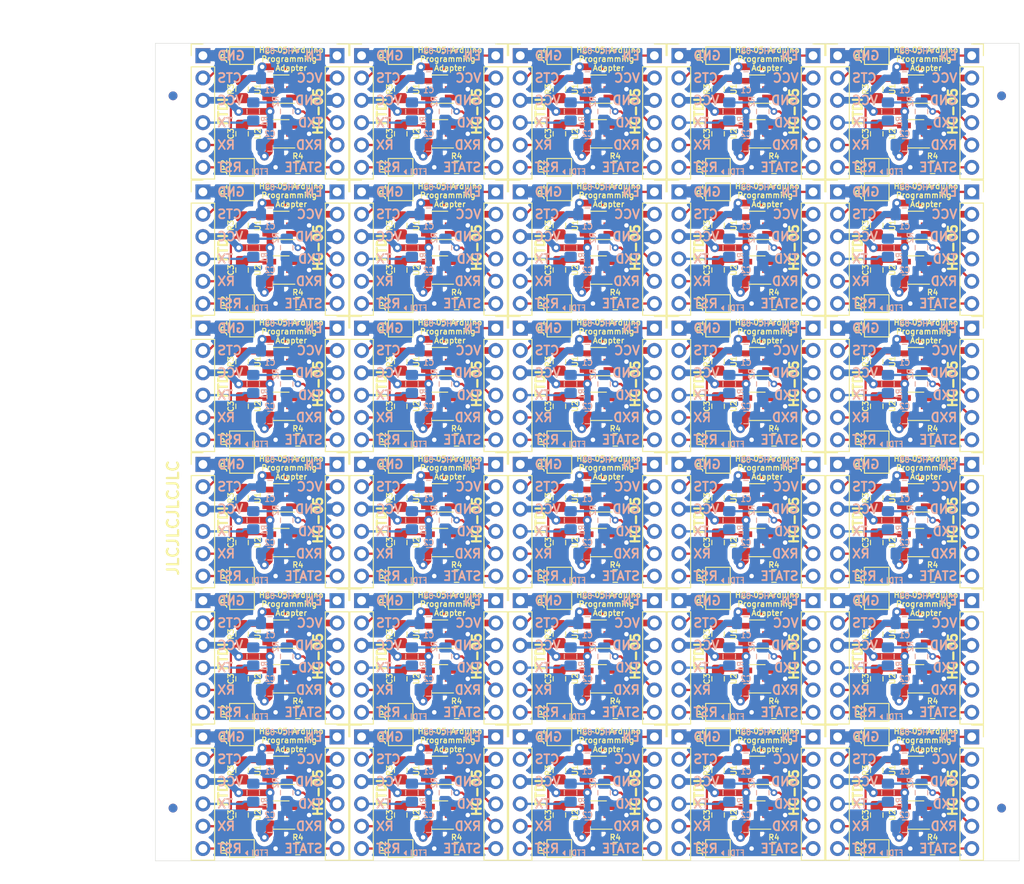
<source format=kicad_pcb>
(kicad_pcb (version 20171130) (host pcbnew "(5.1.5)-3")
  (title_block (title "Teensy 4.0 Breakout Board") (date 2019-12-24) (rev A) (company "Ray Sun"))
  (layers (0 F.Cu signal) (31 B.Cu signal) (34 B.Paste user hide) (35 F.Paste user hide) (36 B.SilkS user) (37 F.SilkS user) (38 B.Mask user) (39 F.Mask user) (44 Edge.Cuts user))
  (net 0 "")
  (net 1 GND)
  (net 2 +5V)
  (net 3 "Net-(C3-Pad2)")
  (net 4 "Net-(C3-Pad1)")
  (net 5 /hc05-adapter/RESET)
  (net 6 /hc05-adapter/RX)
  (net 7 /hc05-adapter/TX)
  (net 8 /hc05-adapter/ENABLE)
  (net 9 /hc05-adapter/BT_RST)
  (net 10 /hc05-adapter/BT_RX)
  (net 11 /hc05-adapter/BT_TX)
  (net 12 /hc05-adapter/BT_EN)
  (net 13 "Net-(R3-Pad2)")
  (module Fiducial:Fiducial_1mm_Mask2mm (layer B.Cu) (at 192.373 49.525)
    (fp_text reference REF** hide)
    (fp_text value Fiducial_1mm_Mask2mm)
    (pad "" smd circle (at 0 0) (size 1 1) (layers B.Cu B.Mask) (clearance 0.5))
  )
  (module Fiducial:Fiducial_1mm_Mask2mm (layer B.Cu) (at 192.373 130.525)
    (fp_text reference REF** hide)
    (fp_text value Fiducial_1mm_Mask2mm)
    (pad "" smd circle (at 0 0) (size 1 1) (layers B.Cu B.Mask) (clearance 0.5))
  )
  (module Fiducial:Fiducial_1mm_Mask2mm (layer F.Cu) (at 192.373 130.525)
    (fp_text reference REF** hide)
    (fp_text value Fiducial_1mm_Mask2mm)
    (pad "" smd circle (at 0 0) (size 1 1) (layers F.Cu F.Mask) (clearance 0.5))
  )
  (module Fiducial:Fiducial_1mm_Mask2mm (layer F.Cu) (at 192.373 49.525)
    (fp_text reference REF** hide)
    (fp_text value Fiducial_1mm_Mask2mm)
    (pad "" smd circle (at 0 0) (size 1 1) (layers F.Cu F.Mask) (clearance 0.5))
  )
  (module MountingHole:MountingHole_2.2mm_M2 (layer F.Cu) (at 192.373 45.525)
    (fp_text reference REF** hide)
    (fp_text value MountingHole_2.2mm_M2)
    (pad 1 np_thru_hole circle (at 0 0) (size 2.2 2.2) (drill 2.2) (layers *.Cu *.Mask))
  )
  (module MountingHole:MountingHole_2.2mm_M2 (layer F.Cu) (at 192.373 134.525)
    (fp_text reference REF** hide)
    (fp_text value MountingHole_2.2mm_M2)
    (pad 1 np_thru_hole circle (at 0 0) (size 2.2 2.2) (drill 2.2) (layers *.Cu *.Mask))
  )
  (module Fiducial:Fiducial_1mm_Mask2mm (layer F.Cu) (at 98.203 130.525)
    (fp_text reference REF** hide)
    (fp_text value Fiducial_1mm_Mask2mm)
    (pad "" smd circle (at 0 0) (size 1 1) (layers F.Cu F.Mask) (clearance 0.5))
  )
  (module Fiducial:Fiducial_1mm_Mask2mm (layer B.Cu) (at 98.203 130.525)
    (fp_text reference REF** hide)
    (fp_text value Fiducial_1mm_Mask2mm)
    (pad "" smd circle (at 0 0) (size 1 1) (layers B.Cu B.Mask) (clearance 0.5))
  )
  (module Fiducial:Fiducial_1mm_Mask2mm (layer B.Cu) (at 98.203 49.525)
    (fp_text reference REF** hide)
    (fp_text value Fiducial_1mm_Mask2mm)
    (pad "" smd circle (at 0 0) (size 1 1) (layers B.Cu B.Mask) (clearance 0.5))
  )
  (module Fiducial:Fiducial_1mm_Mask2mm (layer F.Cu) (at 98.203 49.525)
    (fp_text reference REF** hide)
    (fp_text value Fiducial_1mm_Mask2mm)
    (pad "" smd circle (at 0 0) (size 1 1) (layers F.Cu F.Mask) (clearance 0.5))
  )
  (module MountingHole:MountingHole_2.2mm_M2 (layer F.Cu) (at 98.203 134.525)
    (fp_text reference REF** hide)
    (fp_text value MountingHole_2.2mm_M2)
    (pad 1 np_thru_hole circle (at 0 0) (size 2.2 2.2) (drill 2.2) (layers *.Cu *.Mask))
  )
  (module MountingHole:MountingHole_2.2mm_M2 (layer F.Cu) (at 98.203 45.525)
    (fp_text reference REF** hide)
    (fp_text value MountingHole_2.2mm_M2)
    (pad 1 np_thru_hole circle (at 0 0) (size 2.2 2.2) (drill 2.2) (layers *.Cu *.Mask))
  )
  (module Jumper:SolderJumper-2_P1.3mm_Bridged_Pad1.0x1.5mm (layer F.Cu) (at 106.0335 57.6545 180)
    (fp_text reference JP2 (at 2.017 0 90) (layer F.SilkS) (effects (font (size 0.635 0.635) (thickness 0.127))))
    (fp_text value SolderJumper_2_Bridged)
    (fp_poly (pts (xy -0.25 -0.3) (xy 0.25 -0.3) (xy 0.25 0.3) (xy -0.25 0.3)) (layer F.Cu) (width 0))
    (pad 1 smd rect (at -0.65 0 180) (size 1 1.5) (layers F.Cu F.Mask) (net 4 "Net-(C3-Pad1)"))
    (pad 2 smd rect (at 0.65 0 180) (size 1 1.5) (layers F.Cu F.Mask) (net 5 /hc05-adapter/RESET))
  )
  (module Jumper:SolderJumper-2_P1.3mm_Bridged_Pad1.0x1.5mm (layer F.Cu) (at 106.0335 88.6425 180)
    (fp_text reference JP2 (at 2.017 0 90) (layer F.SilkS) (effects (font (size 0.635 0.635) (thickness 0.127))))
    (fp_text value SolderJumper_2_Bridged)
    (fp_poly (pts (xy -0.25 -0.3) (xy 0.25 -0.3) (xy 0.25 0.3) (xy -0.25 0.3)) (layer F.Cu) (width 0))
    (pad 1 smd rect (at -0.65 0 180) (size 1 1.5) (layers F.Cu F.Mask) (net 4 "Net-(C3-Pad1)"))
    (pad 2 smd rect (at 0.65 0 180) (size 1 1.5) (layers F.Cu F.Mask) (net 5 /hc05-adapter/RESET))
  )
  (module Capacitor_SMD:C_0805_2012Metric_Pad1.15x1.40mm_HandSolder (layer F.Cu) (at 106.0485 53.8445 90)
    (fp_text reference C3 (at 0 -1.27 90) (layer F.SilkS) (effects (font (size 0.635 0.635) (thickness 0.127))))
    (fp_text value 0.1uF)
    (pad 1 smd roundrect (at -1.025 0 90) (size 1.15 1.4) (layers F.Cu F.Paste F.Mask) (roundrect_rratio 0.217391) (net 4 "Net-(C3-Pad1)"))
    (pad 2 smd roundrect (at 1.025 0 90) (size 1.15 1.4) (layers F.Cu F.Paste F.Mask) (roundrect_rratio 0.217391) (net 3 "Net-(C3-Pad2)"))
  )
  (module Capacitor_SMD:C_0805_2012Metric_Pad1.15x1.40mm_HandSolder (layer F.Cu) (at 106.0485 84.8325 90)
    (fp_text reference C3 (at 0 -1.27 90) (layer F.SilkS) (effects (font (size 0.635 0.635) (thickness 0.127))))
    (fp_text value 0.1uF)
    (pad 1 smd roundrect (at -1.025 0 90) (size 1.15 1.4) (layers F.Cu F.Paste F.Mask) (roundrect_rratio 0.217391) (net 4 "Net-(C3-Pad1)"))
    (pad 2 smd roundrect (at 1.025 0 90) (size 1.15 1.4) (layers F.Cu F.Paste F.Mask) (roundrect_rratio 0.217391) (net 3 "Net-(C3-Pad2)"))
  )
  (module Package_TO_SOT_SMD:SOT-23-5_HandSoldering (layer F.Cu) (at 110.4935 53.8445 180)
    (fp_text reference U2 (at 2.667 0 90) (layer F.SilkS) (effects (font (size 0.635 0.635) (thickness 0.127))))
    (fp_text value 74LVC1G14)
    (pad 1 smd rect (at -1.35 -0.95 180) (size 1.56 0.65) (layers F.Cu F.Paste F.Mask))
    (pad 2 smd rect (at -1.35 0 180) (size 1.56 0.65) (layers F.Cu F.Paste F.Mask) (net 9 /hc05-adapter/BT_RST))
    (pad 3 smd rect (at -1.35 0.95 180) (size 1.56 0.65) (layers F.Cu F.Paste F.Mask) (net 1 GND))
    (pad 4 smd rect (at 1.35 0.95 180) (size 1.56 0.65) (layers F.Cu F.Paste F.Mask) (net 3 "Net-(C3-Pad2)"))
    (pad 5 smd rect (at 1.35 -0.95 180) (size 1.56 0.65) (layers F.Cu F.Paste F.Mask) (net 2 +5V))
  )
  (module Package_TO_SOT_SMD:SOT-23-5_HandSoldering (layer F.Cu) (at 110.4935 84.8325 180)
    (fp_text reference U2 (at 2.667 0 90) (layer F.SilkS) (effects (font (size 0.635 0.635) (thickness 0.127))))
    (fp_text value 74LVC1G14)
    (pad 1 smd rect (at -1.35 -0.95 180) (size 1.56 0.65) (layers F.Cu F.Paste F.Mask))
    (pad 2 smd rect (at -1.35 0 180) (size 1.56 0.65) (layers F.Cu F.Paste F.Mask) (net 9 /hc05-adapter/BT_RST))
    (pad 3 smd rect (at -1.35 0.95 180) (size 1.56 0.65) (layers F.Cu F.Paste F.Mask) (net 1 GND))
    (pad 4 smd rect (at 1.35 0.95 180) (size 1.56 0.65) (layers F.Cu F.Paste F.Mask) (net 3 "Net-(C3-Pad2)"))
    (pad 5 smd rect (at 1.35 -0.95 180) (size 1.56 0.65) (layers F.Cu F.Paste F.Mask) (net 2 +5V))
  )
  (module Capacitor_SMD:C_0805_2012Metric_Pad1.15x1.40mm_HandSolder (layer B.Cu) (at 109.2235 55.1145)
    (fp_text reference C2 (at 0 -1.27) (layer B.SilkS) (effects (font (size 0.635 0.635) (thickness 0.127)) (justify mirror)))
    (fp_text value 0.1uF)
    (pad 1 smd roundrect (at -1.025 0) (size 1.15 1.4) (layers B.Cu B.Paste B.Mask) (roundrect_rratio 0.217391) (net 2 +5V))
    (pad 2 smd roundrect (at 1.025 0) (size 1.15 1.4) (layers B.Cu B.Paste B.Mask) (roundrect_rratio 0.217391) (net 1 GND))
  )
  (module Capacitor_SMD:C_0805_2012Metric_Pad1.15x1.40mm_HandSolder (layer B.Cu) (at 109.2235 86.1025)
    (fp_text reference C2 (at 0 -1.27) (layer B.SilkS) (effects (font (size 0.635 0.635) (thickness 0.127)) (justify mirror)))
    (fp_text value 0.1uF)
    (pad 1 smd roundrect (at -1.025 0) (size 1.15 1.4) (layers B.Cu B.Paste B.Mask) (roundrect_rratio 0.217391) (net 2 +5V))
    (pad 2 smd roundrect (at 1.025 0) (size 1.15 1.4) (layers B.Cu B.Paste B.Mask) (roundrect_rratio 0.217391) (net 1 GND))
  )
  (module Capacitor_SMD:C_0805_2012Metric_Pad1.15x1.40mm_HandSolder (layer B.Cu) (at 109.2235 47.4945)
    (fp_text reference C1 (at 0 1.397) (layer B.SilkS) (effects (font (size 0.635 0.635) (thickness 0.127)) (justify mirror)))
    (fp_text value 0.1uF)
    (pad 1 smd roundrect (at -1.025 0) (size 1.15 1.4) (layers B.Cu B.Paste B.Mask) (roundrect_rratio 0.217391) (net 2 +5V))
    (pad 2 smd roundrect (at 1.025 0) (size 1.15 1.4) (layers B.Cu B.Paste B.Mask) (roundrect_rratio 0.217391) (net 1 GND))
  )
  (module Capacitor_SMD:C_0805_2012Metric_Pad1.15x1.40mm_HandSolder (layer B.Cu) (at 109.2235 78.4825)
    (fp_text reference C1 (at 0 1.397) (layer B.SilkS) (effects (font (size 0.635 0.635) (thickness 0.127)) (justify mirror)))
    (fp_text value 0.1uF)
    (pad 1 smd roundrect (at -1.025 0) (size 1.15 1.4) (layers B.Cu B.Paste B.Mask) (roundrect_rratio 0.217391) (net 2 +5V))
    (pad 2 smd roundrect (at 1.025 0) (size 1.15 1.4) (layers B.Cu B.Paste B.Mask) (roundrect_rratio 0.217391) (net 1 GND))
  )
  (module Resistor_SMD:R_0805_2012Metric_Pad1.15x1.40mm_HandSolder (layer B.Cu) (at 107.3185 51.3045 90)
    (fp_text reference R1 (at -1.1465 1.27 90) (layer B.SilkS) (effects (font (size 0.635 0.635) (thickness 0.127)) (justify mirror)))
    (fp_text value 1K)
    (pad 1 smd roundrect (at -1.025 0 90) (size 1.15 1.4) (layers B.Cu B.Paste B.Mask) (roundrect_rratio 0.217391) (net 7 /hc05-adapter/TX))
    (pad 2 smd roundrect (at 1.025 0 90) (size 1.15 1.4) (layers B.Cu B.Paste B.Mask) (roundrect_rratio 0.217391) (net 10 /hc05-adapter/BT_RX))
  )
  (module Resistor_SMD:R_0805_2012Metric_Pad1.15x1.40mm_HandSolder (layer B.Cu) (at 107.3185 82.2925 90)
    (fp_text reference R1 (at -1.1465 1.27 90) (layer B.SilkS) (effects (font (size 0.635 0.635) (thickness 0.127)) (justify mirror)))
    (fp_text value 1K)
    (pad 1 smd roundrect (at -1.025 0 90) (size 1.15 1.4) (layers B.Cu B.Paste B.Mask) (roundrect_rratio 0.217391) (net 7 /hc05-adapter/TX))
    (pad 2 smd roundrect (at 1.025 0 90) (size 1.15 1.4) (layers B.Cu B.Paste B.Mask) (roundrect_rratio 0.217391) (net 10 /hc05-adapter/BT_RX))
  )
  (module Connector_PinHeader_2.54mm:PinHeader_1x06_P2.54mm_Vertical (layer F.Cu) (at 101.6 44.958)
    (fp_text reference J1 hide)
    (fp_text value Conn_01x06_0.1_Header)
    (pad 1 thru_hole rect (at 0 0) (size 1.7 1.7) (drill 1) (layers *.Cu *.Mask) (net 1 GND))
    (pad 2 thru_hole oval (at 0 2.54) (size 1.7 1.7) (drill 1) (layers *.Cu *.Mask) (net 8 /hc05-adapter/ENABLE))
    (pad 3 thru_hole oval (at 0 5.08) (size 1.7 1.7) (drill 1) (layers *.Cu *.Mask) (net 2 +5V))
    (pad 4 thru_hole oval (at 0 7.62) (size 1.7 1.7) (drill 1) (layers *.Cu *.Mask) (net 7 /hc05-adapter/TX))
    (pad 5 thru_hole oval (at 0 10.16) (size 1.7 1.7) (drill 1) (layers *.Cu *.Mask) (net 6 /hc05-adapter/RX))
    (pad 6 thru_hole oval (at 0 12.7) (size 1.7 1.7) (drill 1) (layers *.Cu *.Mask) (net 5 /hc05-adapter/RESET))
  )
  (module Connector_PinHeader_2.54mm:PinHeader_1x06_P2.54mm_Vertical (layer F.Cu) (at 101.6 75.946)
    (fp_text reference J1 hide)
    (fp_text value Conn_01x06_0.1_Header)
    (pad 1 thru_hole rect (at 0 0) (size 1.7 1.7) (drill 1) (layers *.Cu *.Mask) (net 1 GND))
    (pad 2 thru_hole oval (at 0 2.54) (size 1.7 1.7) (drill 1) (layers *.Cu *.Mask) (net 8 /hc05-adapter/ENABLE))
    (pad 3 thru_hole oval (at 0 5.08) (size 1.7 1.7) (drill 1) (layers *.Cu *.Mask) (net 2 +5V))
    (pad 4 thru_hole oval (at 0 7.62) (size 1.7 1.7) (drill 1) (layers *.Cu *.Mask) (net 7 /hc05-adapter/TX))
    (pad 5 thru_hole oval (at 0 10.16) (size 1.7 1.7) (drill 1) (layers *.Cu *.Mask) (net 6 /hc05-adapter/RX))
    (pad 6 thru_hole oval (at 0 12.7) (size 1.7 1.7) (drill 1) (layers *.Cu *.Mask) (net 5 /hc05-adapter/RESET))
  )
  (module Resistor_SMD:R_0805_2012Metric_Pad1.15x1.40mm_HandSolder (layer B.Cu) (at 111.1285 51.3045 270)
    (fp_text reference R2 (at -1.1395 1.27 90) (layer B.SilkS) (effects (font (size 0.635 0.635) (thickness 0.127)) (justify mirror)))
    (fp_text value 2K)
    (pad 1 smd roundrect (at -1.025 0 270) (size 1.15 1.4) (layers B.Cu B.Paste B.Mask) (roundrect_rratio 0.217391) (net 10 /hc05-adapter/BT_RX))
    (pad 2 smd roundrect (at 1.025 0 270) (size 1.15 1.4) (layers B.Cu B.Paste B.Mask) (roundrect_rratio 0.217391) (net 1 GND))
  )
  (module Resistor_SMD:R_0805_2012Metric_Pad1.15x1.40mm_HandSolder (layer B.Cu) (at 111.1285 82.2925 270)
    (fp_text reference R2 (at -1.1395 1.27 90) (layer B.SilkS) (effects (font (size 0.635 0.635) (thickness 0.127)) (justify mirror)))
    (fp_text value 2K)
    (pad 1 smd roundrect (at -1.025 0 270) (size 1.15 1.4) (layers B.Cu B.Paste B.Mask) (roundrect_rratio 0.217391) (net 10 /hc05-adapter/BT_RX))
    (pad 2 smd roundrect (at 1.025 0 270) (size 1.15 1.4) (layers B.Cu B.Paste B.Mask) (roundrect_rratio 0.217391) (net 1 GND))
  )
  (module Connector_PinSocket_2.54mm:PinSocket_1x06_P2.54mm_Vertical (layer F.Cu) (at 116.84 44.958)
    (fp_text reference J2 hide)
    (fp_text value Conn_01x06_0.1_Socket)
    (pad 1 thru_hole rect (at 0 0) (size 1.7 1.7) (drill 1) (layers *.Cu *.Mask) (net 12 /hc05-adapter/BT_EN))
    (pad 2 thru_hole oval (at 0 2.54) (size 1.7 1.7) (drill 1) (layers *.Cu *.Mask) (net 2 +5V))
    (pad 3 thru_hole oval (at 0 5.08) (size 1.7 1.7) (drill 1) (layers *.Cu *.Mask) (net 1 GND))
    (pad 4 thru_hole oval (at 0 7.62) (size 1.7 1.7) (drill 1) (layers *.Cu *.Mask) (net 11 /hc05-adapter/BT_TX))
    (pad 5 thru_hole oval (at 0 10.16) (size 1.7 1.7) (drill 1) (layers *.Cu *.Mask) (net 10 /hc05-adapter/BT_RX))
    (pad 6 thru_hole oval (at 0 12.7) (size 1.7 1.7) (drill 1) (layers *.Cu *.Mask) (net 9 /hc05-adapter/BT_RST))
  )
  (module Connector_PinSocket_2.54mm:PinSocket_1x06_P2.54mm_Vertical (layer F.Cu) (at 116.84 75.946)
    (fp_text reference J2 hide)
    (fp_text value Conn_01x06_0.1_Socket)
    (pad 1 thru_hole rect (at 0 0) (size 1.7 1.7) (drill 1) (layers *.Cu *.Mask) (net 12 /hc05-adapter/BT_EN))
    (pad 2 thru_hole oval (at 0 2.54) (size 1.7 1.7) (drill 1) (layers *.Cu *.Mask) (net 2 +5V))
    (pad 3 thru_hole oval (at 0 5.08) (size 1.7 1.7) (drill 1) (layers *.Cu *.Mask) (net 1 GND))
    (pad 4 thru_hole oval (at 0 7.62) (size 1.7 1.7) (drill 1) (layers *.Cu *.Mask) (net 11 /hc05-adapter/BT_TX))
    (pad 5 thru_hole oval (at 0 10.16) (size 1.7 1.7) (drill 1) (layers *.Cu *.Mask) (net 10 /hc05-adapter/BT_RX))
    (pad 6 thru_hole oval (at 0 12.7) (size 1.7 1.7) (drill 1) (layers *.Cu *.Mask) (net 9 /hc05-adapter/BT_RST))
  )
  (module Resistor_SMD:R_0805_2012Metric_Pad1.15x1.40mm_HandSolder (layer F.Cu) (at 106.0485 48.7645 90)
    (fp_text reference R3 (at 0 -1.27 270) (layer F.SilkS) (effects (font (size 0.635 0.635) (thickness 0.127))))
    (fp_text value 100)
    (pad 2 smd roundrect (at 1.025 0 90) (size 1.15 1.4) (layers F.Cu F.Paste F.Mask) (roundrect_rratio 0.217391) (net 13 "Net-(R3-Pad2)"))
    (pad 1 smd roundrect (at -1.025 0 90) (size 1.15 1.4) (layers F.Cu F.Paste F.Mask) (roundrect_rratio 0.217391) (net 6 /hc05-adapter/RX))
  )
  (module Resistor_SMD:R_0805_2012Metric_Pad1.15x1.40mm_HandSolder (layer F.Cu) (at 106.0485 79.7525 90)
    (fp_text reference R3 (at 0 -1.27 270) (layer F.SilkS) (effects (font (size 0.635 0.635) (thickness 0.127))))
    (fp_text value 100)
    (pad 2 smd roundrect (at 1.025 0 90) (size 1.15 1.4) (layers F.Cu F.Paste F.Mask) (roundrect_rratio 0.217391) (net 13 "Net-(R3-Pad2)"))
    (pad 1 smd roundrect (at -1.025 0 90) (size 1.15 1.4) (layers F.Cu F.Paste F.Mask) (roundrect_rratio 0.217391) (net 6 /hc05-adapter/RX))
  )
  (module Resistor_SMD:R_0805_2012Metric_Pad1.15x1.40mm_HandSolder (layer F.Cu) (at 112.3985 57.6545 180)
    (fp_text reference R4 (at 0 1.27) (layer F.SilkS) (effects (font (size 0.635 0.635) (thickness 0.127))))
    (fp_text value 10K)
    (pad 1 smd roundrect (at -1.025 0 180) (size 1.15 1.4) (layers F.Cu F.Paste F.Mask) (roundrect_rratio 0.217391) (net 9 /hc05-adapter/BT_RST))
    (pad 2 smd roundrect (at 1.025 0 180) (size 1.15 1.4) (layers F.Cu F.Paste F.Mask) (roundrect_rratio 0.217391) (net 1 GND))
  )
  (module Resistor_SMD:R_0805_2012Metric_Pad1.15x1.40mm_HandSolder (layer F.Cu) (at 112.3985 88.6425 180)
    (fp_text reference R4 (at 0 1.27) (layer F.SilkS) (effects (font (size 0.635 0.635) (thickness 0.127))))
    (fp_text value 10K)
    (pad 1 smd roundrect (at -1.025 0 180) (size 1.15 1.4) (layers F.Cu F.Paste F.Mask) (roundrect_rratio 0.217391) (net 9 /hc05-adapter/BT_RST))
    (pad 2 smd roundrect (at 1.025 0 180) (size 1.15 1.4) (layers F.Cu F.Paste F.Mask) (roundrect_rratio 0.217391) (net 1 GND))
  )
  (module Package_TO_SOT_SMD:SOT-23-5_HandSoldering (layer F.Cu) (at 110.4935 48.7645 180)
    (fp_text reference U1 (at 2.667 0 90) (layer F.SilkS) (effects (font (size 0.635 0.635) (thickness 0.127))))
    (fp_text value 74LVC1G17)
    (pad 1 smd rect (at -1.35 -0.95 180) (size 1.56 0.65) (layers F.Cu F.Paste F.Mask))
    (pad 2 smd rect (at -1.35 0 180) (size 1.56 0.65) (layers F.Cu F.Paste F.Mask) (net 11 /hc05-adapter/BT_TX))
    (pad 3 smd rect (at -1.35 0.95 180) (size 1.56 0.65) (layers F.Cu F.Paste F.Mask) (net 1 GND))
    (pad 4 smd rect (at 1.35 0.95 180) (size 1.56 0.65) (layers F.Cu F.Paste F.Mask) (net 13 "Net-(R3-Pad2)"))
    (pad 5 smd rect (at 1.35 -0.95 180) (size 1.56 0.65) (layers F.Cu F.Paste F.Mask) (net 2 +5V))
  )
  (module Package_TO_SOT_SMD:SOT-23-5_HandSoldering (layer F.Cu) (at 110.4935 79.7525 180)
    (fp_text reference U1 (at 2.667 0 90) (layer F.SilkS) (effects (font (size 0.635 0.635) (thickness 0.127))))
    (fp_text value 74LVC1G17)
    (pad 1 smd rect (at -1.35 -0.95 180) (size 1.56 0.65) (layers F.Cu F.Paste F.Mask))
    (pad 2 smd rect (at -1.35 0 180) (size 1.56 0.65) (layers F.Cu F.Paste F.Mask) (net 11 /hc05-adapter/BT_TX))
    (pad 3 smd rect (at -1.35 0.95 180) (size 1.56 0.65) (layers F.Cu F.Paste F.Mask) (net 1 GND))
    (pad 4 smd rect (at 1.35 0.95 180) (size 1.56 0.65) (layers F.Cu F.Paste F.Mask) (net 13 "Net-(R3-Pad2)"))
    (pad 5 smd rect (at 1.35 -0.95 180) (size 1.56 0.65) (layers F.Cu F.Paste F.Mask) (net 2 +5V))
  )
  (module Jumper:SolderJumper-2_P1.3mm_Bridged_Pad1.0x1.5mm (layer F.Cu) (at 106.0485 44.9545 180)
    (fp_text reference JP1 (at 2.032 0 270) (layer F.SilkS) (effects (font (size 0.635 0.635) (thickness 0.127))))
    (fp_text value SolderJumper_2_Bridged)
    (fp_poly (pts (xy -0.25 -0.3) (xy 0.25 -0.3) (xy 0.25 0.3) (xy -0.25 0.3)) (layer F.Cu) (width 0))
    (pad 1 smd rect (at -0.65 0 180) (size 1 1.5) (layers F.Cu F.Mask) (net 12 /hc05-adapter/BT_EN))
    (pad 2 smd rect (at 0.65 0 180) (size 1 1.5) (layers F.Cu F.Mask) (net 8 /hc05-adapter/ENABLE))
  )
  (module Jumper:SolderJumper-2_P1.3mm_Bridged_Pad1.0x1.5mm (layer F.Cu) (at 106.0485 75.9425 180)
    (fp_text reference JP1 (at 2.032 0 270) (layer F.SilkS) (effects (font (size 0.635 0.635) (thickness 0.127))))
    (fp_text value SolderJumper_2_Bridged)
    (fp_poly (pts (xy -0.25 -0.3) (xy 0.25 -0.3) (xy 0.25 0.3) (xy -0.25 0.3)) (layer F.Cu) (width 0))
    (pad 1 smd rect (at -0.65 0 180) (size 1 1.5) (layers F.Cu F.Mask) (net 12 /hc05-adapter/BT_EN))
    (pad 2 smd rect (at 0.65 0 180) (size 1 1.5) (layers F.Cu F.Mask) (net 8 /hc05-adapter/ENABLE))
  )
  (module Resistor_SMD:R_0805_2012Metric_Pad1.15x1.40mm_HandSolder (layer B.Cu) (at 183.2645 51.3045 270)
    (fp_text reference R2 (at -1.1395 1.27 90) (layer B.SilkS) (effects (font (size 0.635 0.635) (thickness 0.127)) (justify mirror)))
    (fp_text value 2K)
    (pad 2 smd roundrect (at 1.025 0 270) (size 1.15 1.4) (layers B.Cu B.Paste B.Mask) (roundrect_rratio 0.217391) (net 1 GND))
    (pad 1 smd roundrect (at -1.025 0 270) (size 1.15 1.4) (layers B.Cu B.Paste B.Mask) (roundrect_rratio 0.217391) (net 10 /hc05-adapter/BT_RX))
  )
  (module Resistor_SMD:R_0805_2012Metric_Pad1.15x1.40mm_HandSolder (layer B.Cu) (at 183.2645 82.2925 270)
    (fp_text reference R2 (at -1.1395 1.27 90) (layer B.SilkS) (effects (font (size 0.635 0.635) (thickness 0.127)) (justify mirror)))
    (fp_text value 2K)
    (pad 2 smd roundrect (at 1.025 0 270) (size 1.15 1.4) (layers B.Cu B.Paste B.Mask) (roundrect_rratio 0.217391) (net 1 GND))
    (pad 1 smd roundrect (at -1.025 0 270) (size 1.15 1.4) (layers B.Cu B.Paste B.Mask) (roundrect_rratio 0.217391) (net 10 /hc05-adapter/BT_RX))
  )
  (module Capacitor_SMD:C_0805_2012Metric_Pad1.15x1.40mm_HandSolder (layer B.Cu) (at 163.3255 47.4945)
    (fp_text reference C1 (at 0 1.397) (layer B.SilkS) (effects (font (size 0.635 0.635) (thickness 0.127)) (justify mirror)))
    (fp_text value 0.1uF)
    (pad 2 smd roundrect (at 1.025 0) (size 1.15 1.4) (layers B.Cu B.Paste B.Mask) (roundrect_rratio 0.217391) (net 1 GND))
    (pad 1 smd roundrect (at -1.025 0) (size 1.15 1.4) (layers B.Cu B.Paste B.Mask) (roundrect_rratio 0.217391) (net 2 +5V))
  )
  (module Capacitor_SMD:C_0805_2012Metric_Pad1.15x1.40mm_HandSolder (layer B.Cu) (at 163.3255 78.4825)
    (fp_text reference C1 (at 0 1.397) (layer B.SilkS) (effects (font (size 0.635 0.635) (thickness 0.127)) (justify mirror)))
    (fp_text value 0.1uF)
    (pad 2 smd roundrect (at 1.025 0) (size 1.15 1.4) (layers B.Cu B.Paste B.Mask) (roundrect_rratio 0.217391) (net 1 GND))
    (pad 1 smd roundrect (at -1.025 0) (size 1.15 1.4) (layers B.Cu B.Paste B.Mask) (roundrect_rratio 0.217391) (net 2 +5V))
  )
  (module Resistor_SMD:R_0805_2012Metric_Pad1.15x1.40mm_HandSolder (layer B.Cu) (at 179.4545 51.3045 90)
    (fp_text reference R1 (at -1.1465 1.27 90) (layer B.SilkS) (effects (font (size 0.635 0.635) (thickness 0.127)) (justify mirror)))
    (fp_text value 1K)
    (pad 2 smd roundrect (at 1.025 0 90) (size 1.15 1.4) (layers B.Cu B.Paste B.Mask) (roundrect_rratio 0.217391) (net 10 /hc05-adapter/BT_RX))
    (pad 1 smd roundrect (at -1.025 0 90) (size 1.15 1.4) (layers B.Cu B.Paste B.Mask) (roundrect_rratio 0.217391) (net 7 /hc05-adapter/TX))
  )
  (module Resistor_SMD:R_0805_2012Metric_Pad1.15x1.40mm_HandSolder (layer B.Cu) (at 179.4545 82.2925 90)
    (fp_text reference R1 (at -1.1465 1.27 90) (layer B.SilkS) (effects (font (size 0.635 0.635) (thickness 0.127)) (justify mirror)))
    (fp_text value 1K)
    (pad 2 smd roundrect (at 1.025 0 90) (size 1.15 1.4) (layers B.Cu B.Paste B.Mask) (roundrect_rratio 0.217391) (net 10 /hc05-adapter/BT_RX))
    (pad 1 smd roundrect (at -1.025 0 90) (size 1.15 1.4) (layers B.Cu B.Paste B.Mask) (roundrect_rratio 0.217391) (net 7 /hc05-adapter/TX))
  )
  (module Resistor_SMD:R_0805_2012Metric_Pad1.15x1.40mm_HandSolder (layer B.Cu) (at 129.1625 51.3045 270)
    (fp_text reference R2 (at -1.1395 1.27 90) (layer B.SilkS) (effects (font (size 0.635 0.635) (thickness 0.127)) (justify mirror)))
    (fp_text value 2K)
    (pad 2 smd roundrect (at 1.025 0 270) (size 1.15 1.4) (layers B.Cu B.Paste B.Mask) (roundrect_rratio 0.217391) (net 1 GND))
    (pad 1 smd roundrect (at -1.025 0 270) (size 1.15 1.4) (layers B.Cu B.Paste B.Mask) (roundrect_rratio 0.217391) (net 10 /hc05-adapter/BT_RX))
  )
  (module Resistor_SMD:R_0805_2012Metric_Pad1.15x1.40mm_HandSolder (layer B.Cu) (at 129.1625 82.2925 270)
    (fp_text reference R2 (at -1.1395 1.27 90) (layer B.SilkS) (effects (font (size 0.635 0.635) (thickness 0.127)) (justify mirror)))
    (fp_text value 2K)
    (pad 2 smd roundrect (at 1.025 0 270) (size 1.15 1.4) (layers B.Cu B.Paste B.Mask) (roundrect_rratio 0.217391) (net 1 GND))
    (pad 1 smd roundrect (at -1.025 0 270) (size 1.15 1.4) (layers B.Cu B.Paste B.Mask) (roundrect_rratio 0.217391) (net 10 /hc05-adapter/BT_RX))
  )
  (module Resistor_SMD:R_0805_2012Metric_Pad1.15x1.40mm_HandSolder (layer B.Cu) (at 165.2305 51.3045 270)
    (fp_text reference R2 (at -1.1395 1.27 90) (layer B.SilkS) (effects (font (size 0.635 0.635) (thickness 0.127)) (justify mirror)))
    (fp_text value 2K)
    (pad 2 smd roundrect (at 1.025 0 270) (size 1.15 1.4) (layers B.Cu B.Paste B.Mask) (roundrect_rratio 0.217391) (net 1 GND))
    (pad 1 smd roundrect (at -1.025 0 270) (size 1.15 1.4) (layers B.Cu B.Paste B.Mask) (roundrect_rratio 0.217391) (net 10 /hc05-adapter/BT_RX))
  )
  (module Resistor_SMD:R_0805_2012Metric_Pad1.15x1.40mm_HandSolder (layer B.Cu) (at 165.2305 82.2925 270)
    (fp_text reference R2 (at -1.1395 1.27 90) (layer B.SilkS) (effects (font (size 0.635 0.635) (thickness 0.127)) (justify mirror)))
    (fp_text value 2K)
    (pad 2 smd roundrect (at 1.025 0 270) (size 1.15 1.4) (layers B.Cu B.Paste B.Mask) (roundrect_rratio 0.217391) (net 1 GND))
    (pad 1 smd roundrect (at -1.025 0 270) (size 1.15 1.4) (layers B.Cu B.Paste B.Mask) (roundrect_rratio 0.217391) (net 10 /hc05-adapter/BT_RX))
  )
  (module Capacitor_SMD:C_0805_2012Metric_Pad1.15x1.40mm_HandSolder (layer B.Cu) (at 127.2575 47.4945)
    (fp_text reference C1 (at 0 1.397) (layer B.SilkS) (effects (font (size 0.635 0.635) (thickness 0.127)) (justify mirror)))
    (fp_text value 0.1uF)
    (pad 2 smd roundrect (at 1.025 0) (size 1.15 1.4) (layers B.Cu B.Paste B.Mask) (roundrect_rratio 0.217391) (net 1 GND))
    (pad 1 smd roundrect (at -1.025 0) (size 1.15 1.4) (layers B.Cu B.Paste B.Mask) (roundrect_rratio 0.217391) (net 2 +5V))
  )
  (module Capacitor_SMD:C_0805_2012Metric_Pad1.15x1.40mm_HandSolder (layer B.Cu) (at 127.2575 78.4825)
    (fp_text reference C1 (at 0 1.397) (layer B.SilkS) (effects (font (size 0.635 0.635) (thickness 0.127)) (justify mirror)))
    (fp_text value 0.1uF)
    (pad 2 smd roundrect (at 1.025 0) (size 1.15 1.4) (layers B.Cu B.Paste B.Mask) (roundrect_rratio 0.217391) (net 1 GND))
    (pad 1 smd roundrect (at -1.025 0) (size 1.15 1.4) (layers B.Cu B.Paste B.Mask) (roundrect_rratio 0.217391) (net 2 +5V))
  )
  (module Capacitor_SMD:C_0805_2012Metric_Pad1.15x1.40mm_HandSolder (layer B.Cu) (at 145.2915 47.4945)
    (fp_text reference C1 (at 0 1.397) (layer B.SilkS) (effects (font (size 0.635 0.635) (thickness 0.127)) (justify mirror)))
    (fp_text value 0.1uF)
    (pad 2 smd roundrect (at 1.025 0) (size 1.15 1.4) (layers B.Cu B.Paste B.Mask) (roundrect_rratio 0.217391) (net 1 GND))
    (pad 1 smd roundrect (at -1.025 0) (size 1.15 1.4) (layers B.Cu B.Paste B.Mask) (roundrect_rratio 0.217391) (net 2 +5V))
  )
  (module Capacitor_SMD:C_0805_2012Metric_Pad1.15x1.40mm_HandSolder (layer B.Cu) (at 145.2915 78.4825)
    (fp_text reference C1 (at 0 1.397) (layer B.SilkS) (effects (font (size 0.635 0.635) (thickness 0.127)) (justify mirror)))
    (fp_text value 0.1uF)
    (pad 2 smd roundrect (at 1.025 0) (size 1.15 1.4) (layers B.Cu B.Paste B.Mask) (roundrect_rratio 0.217391) (net 1 GND))
    (pad 1 smd roundrect (at -1.025 0) (size 1.15 1.4) (layers B.Cu B.Paste B.Mask) (roundrect_rratio 0.217391) (net 2 +5V))
  )
  (module Capacitor_SMD:C_0805_2012Metric_Pad1.15x1.40mm_HandSolder (layer B.Cu) (at 181.3595 47.4945)
    (fp_text reference C1 (at 0 1.397) (layer B.SilkS) (effects (font (size 0.635 0.635) (thickness 0.127)) (justify mirror)))
    (fp_text value 0.1uF)
    (pad 2 smd roundrect (at 1.025 0) (size 1.15 1.4) (layers B.Cu B.Paste B.Mask) (roundrect_rratio 0.217391) (net 1 GND))
    (pad 1 smd roundrect (at -1.025 0) (size 1.15 1.4) (layers B.Cu B.Paste B.Mask) (roundrect_rratio 0.217391) (net 2 +5V))
  )
  (module Capacitor_SMD:C_0805_2012Metric_Pad1.15x1.40mm_HandSolder (layer B.Cu) (at 181.3595 78.4825)
    (fp_text reference C1 (at 0 1.397) (layer B.SilkS) (effects (font (size 0.635 0.635) (thickness 0.127)) (justify mirror)))
    (fp_text value 0.1uF)
    (pad 2 smd roundrect (at 1.025 0) (size 1.15 1.4) (layers B.Cu B.Paste B.Mask) (roundrect_rratio 0.217391) (net 1 GND))
    (pad 1 smd roundrect (at -1.025 0) (size 1.15 1.4) (layers B.Cu B.Paste B.Mask) (roundrect_rratio 0.217391) (net 2 +5V))
  )
  (module Capacitor_SMD:C_0805_2012Metric_Pad1.15x1.40mm_HandSolder (layer B.Cu) (at 181.3595 55.1145)
    (fp_text reference C2 (at 0 -1.27) (layer B.SilkS) (effects (font (size 0.635 0.635) (thickness 0.127)) (justify mirror)))
    (fp_text value 0.1uF)
    (pad 2 smd roundrect (at 1.025 0) (size 1.15 1.4) (layers B.Cu B.Paste B.Mask) (roundrect_rratio 0.217391) (net 1 GND))
    (pad 1 smd roundrect (at -1.025 0) (size 1.15 1.4) (layers B.Cu B.Paste B.Mask) (roundrect_rratio 0.217391) (net 2 +5V))
  )
  (module Capacitor_SMD:C_0805_2012Metric_Pad1.15x1.40mm_HandSolder (layer B.Cu) (at 181.3595 86.1025)
    (fp_text reference C2 (at 0 -1.27) (layer B.SilkS) (effects (font (size 0.635 0.635) (thickness 0.127)) (justify mirror)))
    (fp_text value 0.1uF)
    (pad 2 smd roundrect (at 1.025 0) (size 1.15 1.4) (layers B.Cu B.Paste B.Mask) (roundrect_rratio 0.217391) (net 1 GND))
    (pad 1 smd roundrect (at -1.025 0) (size 1.15 1.4) (layers B.Cu B.Paste B.Mask) (roundrect_rratio 0.217391) (net 2 +5V))
  )
  (module Jumper:SolderJumper-2_P1.3mm_Bridged_Pad1.0x1.5mm (layer F.Cu) (at 124.0675 57.6545 180)
    (fp_text reference JP2 (at 2.017 0 90) (layer F.SilkS) (effects (font (size 0.635 0.635) (thickness 0.127))))
    (fp_text value SolderJumper_2_Bridged)
    (fp_poly (pts (xy -0.25 -0.3) (xy 0.25 -0.3) (xy 0.25 0.3) (xy -0.25 0.3)) (layer F.Cu) (width 0))
    (pad 2 smd rect (at 0.65 0 180) (size 1 1.5) (layers F.Cu F.Mask) (net 5 /hc05-adapter/RESET))
    (pad 1 smd rect (at -0.65 0 180) (size 1 1.5) (layers F.Cu F.Mask) (net 4 "Net-(C3-Pad1)"))
  )
  (module Jumper:SolderJumper-2_P1.3mm_Bridged_Pad1.0x1.5mm (layer F.Cu) (at 124.0675 88.6425 180)
    (fp_text reference JP2 (at 2.017 0 90) (layer F.SilkS) (effects (font (size 0.635 0.635) (thickness 0.127))))
    (fp_text value SolderJumper_2_Bridged)
    (fp_poly (pts (xy -0.25 -0.3) (xy 0.25 -0.3) (xy 0.25 0.3) (xy -0.25 0.3)) (layer F.Cu) (width 0))
    (pad 2 smd rect (at 0.65 0 180) (size 1 1.5) (layers F.Cu F.Mask) (net 5 /hc05-adapter/RESET))
    (pad 1 smd rect (at -0.65 0 180) (size 1 1.5) (layers F.Cu F.Mask) (net 4 "Net-(C3-Pad1)"))
  )
  (module Resistor_SMD:R_0805_2012Metric_Pad1.15x1.40mm_HandSolder (layer B.Cu) (at 147.1965 51.3045 270)
    (fp_text reference R2 (at -1.1395 1.27 90) (layer B.SilkS) (effects (font (size 0.635 0.635) (thickness 0.127)) (justify mirror)))
    (fp_text value 2K)
    (pad 2 smd roundrect (at 1.025 0 270) (size 1.15 1.4) (layers B.Cu B.Paste B.Mask) (roundrect_rratio 0.217391) (net 1 GND))
    (pad 1 smd roundrect (at -1.025 0 270) (size 1.15 1.4) (layers B.Cu B.Paste B.Mask) (roundrect_rratio 0.217391) (net 10 /hc05-adapter/BT_RX))
  )
  (module Resistor_SMD:R_0805_2012Metric_Pad1.15x1.40mm_HandSolder (layer B.Cu) (at 147.1965 82.2925 270)
    (fp_text reference R2 (at -1.1395 1.27 90) (layer B.SilkS) (effects (font (size 0.635 0.635) (thickness 0.127)) (justify mirror)))
    (fp_text value 2K)
    (pad 2 smd roundrect (at 1.025 0 270) (size 1.15 1.4) (layers B.Cu B.Paste B.Mask) (roundrect_rratio 0.217391) (net 1 GND))
    (pad 1 smd roundrect (at -1.025 0 270) (size 1.15 1.4) (layers B.Cu B.Paste B.Mask) (roundrect_rratio 0.217391) (net 10 /hc05-adapter/BT_RX))
  )
  (module Jumper:SolderJumper-2_P1.3mm_Bridged_Pad1.0x1.5mm (layer F.Cu) (at 142.1015 57.6545 180)
    (fp_text reference JP2 (at 2.017 0 90) (layer F.SilkS) (effects (font (size 0.635 0.635) (thickness 0.127))))
    (fp_text value SolderJumper_2_Bridged)
    (fp_poly (pts (xy -0.25 -0.3) (xy 0.25 -0.3) (xy 0.25 0.3) (xy -0.25 0.3)) (layer F.Cu) (width 0))
    (pad 2 smd rect (at 0.65 0 180) (size 1 1.5) (layers F.Cu F.Mask) (net 5 /hc05-adapter/RESET))
    (pad 1 smd rect (at -0.65 0 180) (size 1 1.5) (layers F.Cu F.Mask) (net 4 "Net-(C3-Pad1)"))
  )
  (module Jumper:SolderJumper-2_P1.3mm_Bridged_Pad1.0x1.5mm (layer F.Cu) (at 142.1015 88.6425 180)
    (fp_text reference JP2 (at 2.017 0 90) (layer F.SilkS) (effects (font (size 0.635 0.635) (thickness 0.127))))
    (fp_text value SolderJumper_2_Bridged)
    (fp_poly (pts (xy -0.25 -0.3) (xy 0.25 -0.3) (xy 0.25 0.3) (xy -0.25 0.3)) (layer F.Cu) (width 0))
    (pad 2 smd rect (at 0.65 0 180) (size 1 1.5) (layers F.Cu F.Mask) (net 5 /hc05-adapter/RESET))
    (pad 1 smd rect (at -0.65 0 180) (size 1 1.5) (layers F.Cu F.Mask) (net 4 "Net-(C3-Pad1)"))
  )
  (module Jumper:SolderJumper-2_P1.3mm_Bridged_Pad1.0x1.5mm (layer F.Cu) (at 160.1355 57.6545 180)
    (fp_text reference JP2 (at 2.017 0 90) (layer F.SilkS) (effects (font (size 0.635 0.635) (thickness 0.127))))
    (fp_text value SolderJumper_2_Bridged)
    (fp_poly (pts (xy -0.25 -0.3) (xy 0.25 -0.3) (xy 0.25 0.3) (xy -0.25 0.3)) (layer F.Cu) (width 0))
    (pad 2 smd rect (at 0.65 0 180) (size 1 1.5) (layers F.Cu F.Mask) (net 5 /hc05-adapter/RESET))
    (pad 1 smd rect (at -0.65 0 180) (size 1 1.5) (layers F.Cu F.Mask) (net 4 "Net-(C3-Pad1)"))
  )
  (module Jumper:SolderJumper-2_P1.3mm_Bridged_Pad1.0x1.5mm (layer F.Cu) (at 160.1355 88.6425 180)
    (fp_text reference JP2 (at 2.017 0 90) (layer F.SilkS) (effects (font (size 0.635 0.635) (thickness 0.127))))
    (fp_text value SolderJumper_2_Bridged)
    (fp_poly (pts (xy -0.25 -0.3) (xy 0.25 -0.3) (xy 0.25 0.3) (xy -0.25 0.3)) (layer F.Cu) (width 0))
    (pad 2 smd rect (at 0.65 0 180) (size 1 1.5) (layers F.Cu F.Mask) (net 5 /hc05-adapter/RESET))
    (pad 1 smd rect (at -0.65 0 180) (size 1 1.5) (layers F.Cu F.Mask) (net 4 "Net-(C3-Pad1)"))
  )
  (module Jumper:SolderJumper-2_P1.3mm_Bridged_Pad1.0x1.5mm (layer F.Cu) (at 178.1695 57.6545 180)
    (fp_text reference JP2 (at 2.017 0 90) (layer F.SilkS) (effects (font (size 0.635 0.635) (thickness 0.127))))
    (fp_text value SolderJumper_2_Bridged)
    (fp_poly (pts (xy -0.25 -0.3) (xy 0.25 -0.3) (xy 0.25 0.3) (xy -0.25 0.3)) (layer F.Cu) (width 0))
    (pad 2 smd rect (at 0.65 0 180) (size 1 1.5) (layers F.Cu F.Mask) (net 5 /hc05-adapter/RESET))
    (pad 1 smd rect (at -0.65 0 180) (size 1 1.5) (layers F.Cu F.Mask) (net 4 "Net-(C3-Pad1)"))
  )
  (module Jumper:SolderJumper-2_P1.3mm_Bridged_Pad1.0x1.5mm (layer F.Cu) (at 178.1695 88.6425 180)
    (fp_text reference JP2 (at 2.017 0 90) (layer F.SilkS) (effects (font (size 0.635 0.635) (thickness 0.127))))
    (fp_text value SolderJumper_2_Bridged)
    (fp_poly (pts (xy -0.25 -0.3) (xy 0.25 -0.3) (xy 0.25 0.3) (xy -0.25 0.3)) (layer F.Cu) (width 0))
    (pad 2 smd rect (at 0.65 0 180) (size 1 1.5) (layers F.Cu F.Mask) (net 5 /hc05-adapter/RESET))
    (pad 1 smd rect (at -0.65 0 180) (size 1 1.5) (layers F.Cu F.Mask) (net 4 "Net-(C3-Pad1)"))
  )
  (module Resistor_SMD:R_0805_2012Metric_Pad1.15x1.40mm_HandSolder (layer B.Cu) (at 161.4205 51.3045 90)
    (fp_text reference R1 (at -1.1465 1.27 90) (layer B.SilkS) (effects (font (size 0.635 0.635) (thickness 0.127)) (justify mirror)))
    (fp_text value 1K)
    (pad 2 smd roundrect (at 1.025 0 90) (size 1.15 1.4) (layers B.Cu B.Paste B.Mask) (roundrect_rratio 0.217391) (net 10 /hc05-adapter/BT_RX))
    (pad 1 smd roundrect (at -1.025 0 90) (size 1.15 1.4) (layers B.Cu B.Paste B.Mask) (roundrect_rratio 0.217391) (net 7 /hc05-adapter/TX))
  )
  (module Resistor_SMD:R_0805_2012Metric_Pad1.15x1.40mm_HandSolder (layer B.Cu) (at 161.4205 82.2925 90)
    (fp_text reference R1 (at -1.1465 1.27 90) (layer B.SilkS) (effects (font (size 0.635 0.635) (thickness 0.127)) (justify mirror)))
    (fp_text value 1K)
    (pad 2 smd roundrect (at 1.025 0 90) (size 1.15 1.4) (layers B.Cu B.Paste B.Mask) (roundrect_rratio 0.217391) (net 10 /hc05-adapter/BT_RX))
    (pad 1 smd roundrect (at -1.025 0 90) (size 1.15 1.4) (layers B.Cu B.Paste B.Mask) (roundrect_rratio 0.217391) (net 7 /hc05-adapter/TX))
  )
  (module Connector_PinSocket_2.54mm:PinSocket_1x06_P2.54mm_Vertical (layer F.Cu) (at 134.874 44.958)
    (fp_text reference J2 hide)
    (fp_text value Conn_01x06_0.1_Socket)
    (pad 6 thru_hole oval (at 0 12.7) (size 1.7 1.7) (drill 1) (layers *.Cu *.Mask) (net 9 /hc05-adapter/BT_RST))
    (pad 5 thru_hole oval (at 0 10.16) (size 1.7 1.7) (drill 1) (layers *.Cu *.Mask) (net 10 /hc05-adapter/BT_RX))
    (pad 4 thru_hole oval (at 0 7.62) (size 1.7 1.7) (drill 1) (layers *.Cu *.Mask) (net 11 /hc05-adapter/BT_TX))
    (pad 3 thru_hole oval (at 0 5.08) (size 1.7 1.7) (drill 1) (layers *.Cu *.Mask) (net 1 GND))
    (pad 2 thru_hole oval (at 0 2.54) (size 1.7 1.7) (drill 1) (layers *.Cu *.Mask) (net 2 +5V))
    (pad 1 thru_hole rect (at 0 0) (size 1.7 1.7) (drill 1) (layers *.Cu *.Mask) (net 12 /hc05-adapter/BT_EN))
  )
  (module Connector_PinSocket_2.54mm:PinSocket_1x06_P2.54mm_Vertical (layer F.Cu) (at 134.874 75.946)
    (fp_text reference J2 hide)
    (fp_text value Conn_01x06_0.1_Socket)
    (pad 6 thru_hole oval (at 0 12.7) (size 1.7 1.7) (drill 1) (layers *.Cu *.Mask) (net 9 /hc05-adapter/BT_RST))
    (pad 5 thru_hole oval (at 0 10.16) (size 1.7 1.7) (drill 1) (layers *.Cu *.Mask) (net 10 /hc05-adapter/BT_RX))
    (pad 4 thru_hole oval (at 0 7.62) (size 1.7 1.7) (drill 1) (layers *.Cu *.Mask) (net 11 /hc05-adapter/BT_TX))
    (pad 3 thru_hole oval (at 0 5.08) (size 1.7 1.7) (drill 1) (layers *.Cu *.Mask) (net 1 GND))
    (pad 2 thru_hole oval (at 0 2.54) (size 1.7 1.7) (drill 1) (layers *.Cu *.Mask) (net 2 +5V))
    (pad 1 thru_hole rect (at 0 0) (size 1.7 1.7) (drill 1) (layers *.Cu *.Mask) (net 12 /hc05-adapter/BT_EN))
  )
  (module Resistor_SMD:R_0805_2012Metric_Pad1.15x1.40mm_HandSolder (layer B.Cu) (at 125.3525 51.3045 90)
    (fp_text reference R1 (at -1.1465 1.27 90) (layer B.SilkS) (effects (font (size 0.635 0.635) (thickness 0.127)) (justify mirror)))
    (fp_text value 1K)
    (pad 2 smd roundrect (at 1.025 0 90) (size 1.15 1.4) (layers B.Cu B.Paste B.Mask) (roundrect_rratio 0.217391) (net 10 /hc05-adapter/BT_RX))
    (pad 1 smd roundrect (at -1.025 0 90) (size 1.15 1.4) (layers B.Cu B.Paste B.Mask) (roundrect_rratio 0.217391) (net 7 /hc05-adapter/TX))
  )
  (module Resistor_SMD:R_0805_2012Metric_Pad1.15x1.40mm_HandSolder (layer B.Cu) (at 125.3525 82.2925 90)
    (fp_text reference R1 (at -1.1465 1.27 90) (layer B.SilkS) (effects (font (size 0.635 0.635) (thickness 0.127)) (justify mirror)))
    (fp_text value 1K)
    (pad 2 smd roundrect (at 1.025 0 90) (size 1.15 1.4) (layers B.Cu B.Paste B.Mask) (roundrect_rratio 0.217391) (net 10 /hc05-adapter/BT_RX))
    (pad 1 smd roundrect (at -1.025 0 90) (size 1.15 1.4) (layers B.Cu B.Paste B.Mask) (roundrect_rratio 0.217391) (net 7 /hc05-adapter/TX))
  )
  (module Resistor_SMD:R_0805_2012Metric_Pad1.15x1.40mm_HandSolder (layer B.Cu) (at 143.3865 51.3045 90)
    (fp_text reference R1 (at -1.1465 1.27 90) (layer B.SilkS) (effects (font (size 0.635 0.635) (thickness 0.127)) (justify mirror)))
    (fp_text value 1K)
    (pad 2 smd roundrect (at 1.025 0 90) (size 1.15 1.4) (layers B.Cu B.Paste B.Mask) (roundrect_rratio 0.217391) (net 10 /hc05-adapter/BT_RX))
    (pad 1 smd roundrect (at -1.025 0 90) (size 1.15 1.4) (layers B.Cu B.Paste B.Mask) (roundrect_rratio 0.217391) (net 7 /hc05-adapter/TX))
  )
  (module Resistor_SMD:R_0805_2012Metric_Pad1.15x1.40mm_HandSolder (layer B.Cu) (at 143.3865 82.2925 90)
    (fp_text reference R1 (at -1.1465 1.27 90) (layer B.SilkS) (effects (font (size 0.635 0.635) (thickness 0.127)) (justify mirror)))
    (fp_text value 1K)
    (pad 2 smd roundrect (at 1.025 0 90) (size 1.15 1.4) (layers B.Cu B.Paste B.Mask) (roundrect_rratio 0.217391) (net 10 /hc05-adapter/BT_RX))
    (pad 1 smd roundrect (at -1.025 0 90) (size 1.15 1.4) (layers B.Cu B.Paste B.Mask) (roundrect_rratio 0.217391) (net 7 /hc05-adapter/TX))
  )
  (module Resistor_SMD:R_0805_2012Metric_Pad1.15x1.40mm_HandSolder (layer F.Cu) (at 178.1845 64.2585 90)
    (fp_text reference R3 (at 0 -1.27 270) (layer F.SilkS) (effects (font (size 0.635 0.635) (thickness 0.127))))
    (fp_text value 100)
    (pad 2 smd roundrect (at 1.025 0 90) (size 1.15 1.4) (layers F.Cu F.Paste F.Mask) (roundrect_rratio 0.217391) (net 13 "Net-(R3-Pad2)"))
    (pad 1 smd roundrect (at -1.025 0 90) (size 1.15 1.4) (layers F.Cu F.Paste F.Mask) (roundrect_rratio 0.217391) (net 6 /hc05-adapter/RX))
  )
  (module Resistor_SMD:R_0805_2012Metric_Pad1.15x1.40mm_HandSolder (layer F.Cu) (at 178.1845 95.2465 90)
    (fp_text reference R3 (at 0 -1.27 270) (layer F.SilkS) (effects (font (size 0.635 0.635) (thickness 0.127))))
    (fp_text value 100)
    (pad 2 smd roundrect (at 1.025 0 90) (size 1.15 1.4) (layers F.Cu F.Paste F.Mask) (roundrect_rratio 0.217391) (net 13 "Net-(R3-Pad2)"))
    (pad 1 smd roundrect (at -1.025 0 90) (size 1.15 1.4) (layers F.Cu F.Paste F.Mask) (roundrect_rratio 0.217391) (net 6 /hc05-adapter/RX))
  )
  (module Resistor_SMD:R_0805_2012Metric_Pad1.15x1.40mm_HandSolder (layer F.Cu) (at 130.4325 73.1485 180)
    (fp_text reference R4 (at 0 1.27) (layer F.SilkS) (effects (font (size 0.635 0.635) (thickness 0.127))))
    (fp_text value 10K)
    (pad 1 smd roundrect (at -1.025 0 180) (size 1.15 1.4) (layers F.Cu F.Paste F.Mask) (roundrect_rratio 0.217391) (net 9 /hc05-adapter/BT_RST))
    (pad 2 smd roundrect (at 1.025 0 180) (size 1.15 1.4) (layers F.Cu F.Paste F.Mask) (roundrect_rratio 0.217391) (net 1 GND))
  )
  (module Resistor_SMD:R_0805_2012Metric_Pad1.15x1.40mm_HandSolder (layer F.Cu) (at 130.4325 104.1365 180)
    (fp_text reference R4 (at 0 1.27) (layer F.SilkS) (effects (font (size 0.635 0.635) (thickness 0.127))))
    (fp_text value 10K)
    (pad 1 smd roundrect (at -1.025 0 180) (size 1.15 1.4) (layers F.Cu F.Paste F.Mask) (roundrect_rratio 0.217391) (net 9 /hc05-adapter/BT_RST))
    (pad 2 smd roundrect (at 1.025 0 180) (size 1.15 1.4) (layers F.Cu F.Paste F.Mask) (roundrect_rratio 0.217391) (net 1 GND))
  )
  (module Package_TO_SOT_SMD:SOT-23-5_HandSoldering (layer F.Cu) (at 128.5275 69.3385 180)
    (fp_text reference U2 (at 2.667 0 90) (layer F.SilkS) (effects (font (size 0.635 0.635) (thickness 0.127))))
    (fp_text value 74LVC1G14)
    (pad 1 smd rect (at -1.35 -0.95 180) (size 1.56 0.65) (layers F.Cu F.Paste F.Mask))
    (pad 2 smd rect (at -1.35 0 180) (size 1.56 0.65) (layers F.Cu F.Paste F.Mask) (net 9 /hc05-adapter/BT_RST))
    (pad 3 smd rect (at -1.35 0.95 180) (size 1.56 0.65) (layers F.Cu F.Paste F.Mask) (net 1 GND))
    (pad 4 smd rect (at 1.35 0.95 180) (size 1.56 0.65) (layers F.Cu F.Paste F.Mask) (net 3 "Net-(C3-Pad2)"))
    (pad 5 smd rect (at 1.35 -0.95 180) (size 1.56 0.65) (layers F.Cu F.Paste F.Mask) (net 2 +5V))
  )
  (module Package_TO_SOT_SMD:SOT-23-5_HandSoldering (layer F.Cu) (at 128.5275 100.3265 180)
    (fp_text reference U2 (at 2.667 0 90) (layer F.SilkS) (effects (font (size 0.635 0.635) (thickness 0.127))))
    (fp_text value 74LVC1G14)
    (pad 1 smd rect (at -1.35 -0.95 180) (size 1.56 0.65) (layers F.Cu F.Paste F.Mask))
    (pad 2 smd rect (at -1.35 0 180) (size 1.56 0.65) (layers F.Cu F.Paste F.Mask) (net 9 /hc05-adapter/BT_RST))
    (pad 3 smd rect (at -1.35 0.95 180) (size 1.56 0.65) (layers F.Cu F.Paste F.Mask) (net 1 GND))
    (pad 4 smd rect (at 1.35 0.95 180) (size 1.56 0.65) (layers F.Cu F.Paste F.Mask) (net 3 "Net-(C3-Pad2)"))
    (pad 5 smd rect (at 1.35 -0.95 180) (size 1.56 0.65) (layers F.Cu F.Paste F.Mask) (net 2 +5V))
  )
  (module Jumper:SolderJumper-2_P1.3mm_Bridged_Pad1.0x1.5mm (layer F.Cu) (at 160.1505 60.4485 180)
    (fp_text reference JP1 (at 2.032 0 270) (layer F.SilkS) (effects (font (size 0.635 0.635) (thickness 0.127))))
    (fp_text value SolderJumper_2_Bridged)
    (fp_poly (pts (xy -0.25 -0.3) (xy 0.25 -0.3) (xy 0.25 0.3) (xy -0.25 0.3)) (layer F.Cu) (width 0))
    (pad 1 smd rect (at -0.65 0 180) (size 1 1.5) (layers F.Cu F.Mask) (net 12 /hc05-adapter/BT_EN))
    (pad 2 smd rect (at 0.65 0 180) (size 1 1.5) (layers F.Cu F.Mask) (net 8 /hc05-adapter/ENABLE))
  )
  (module Jumper:SolderJumper-2_P1.3mm_Bridged_Pad1.0x1.5mm (layer F.Cu) (at 160.1505 91.4365 180)
    (fp_text reference JP1 (at 2.032 0 270) (layer F.SilkS) (effects (font (size 0.635 0.635) (thickness 0.127))))
    (fp_text value SolderJumper_2_Bridged)
    (fp_poly (pts (xy -0.25 -0.3) (xy 0.25 -0.3) (xy 0.25 0.3) (xy -0.25 0.3)) (layer F.Cu) (width 0))
    (pad 1 smd rect (at -0.65 0 180) (size 1 1.5) (layers F.Cu F.Mask) (net 12 /hc05-adapter/BT_EN))
    (pad 2 smd rect (at 0.65 0 180) (size 1 1.5) (layers F.Cu F.Mask) (net 8 /hc05-adapter/ENABLE))
  )
  (module Resistor_SMD:R_0805_2012Metric_Pad1.15x1.40mm_HandSolder (layer F.Cu) (at 184.5345 73.1485 180)
    (fp_text reference R4 (at 0 1.27) (layer F.SilkS) (effects (font (size 0.635 0.635) (thickness 0.127))))
    (fp_text value 10K)
    (pad 1 smd roundrect (at -1.025 0 180) (size 1.15 1.4) (layers F.Cu F.Paste F.Mask) (roundrect_rratio 0.217391) (net 9 /hc05-adapter/BT_RST))
    (pad 2 smd roundrect (at 1.025 0 180) (size 1.15 1.4) (layers F.Cu F.Paste F.Mask) (roundrect_rratio 0.217391) (net 1 GND))
  )
  (module Resistor_SMD:R_0805_2012Metric_Pad1.15x1.40mm_HandSolder (layer F.Cu) (at 184.5345 104.1365 180)
    (fp_text reference R4 (at 0 1.27) (layer F.SilkS) (effects (font (size 0.635 0.635) (thickness 0.127))))
    (fp_text value 10K)
    (pad 1 smd roundrect (at -1.025 0 180) (size 1.15 1.4) (layers F.Cu F.Paste F.Mask) (roundrect_rratio 0.217391) (net 9 /hc05-adapter/BT_RST))
    (pad 2 smd roundrect (at 1.025 0 180) (size 1.15 1.4) (layers F.Cu F.Paste F.Mask) (roundrect_rratio 0.217391) (net 1 GND))
  )
  (module Capacitor_SMD:C_0805_2012Metric_Pad1.15x1.40mm_HandSolder (layer B.Cu) (at 181.3595 70.6085)
    (fp_text reference C2 (at 0 -1.27) (layer B.SilkS) (effects (font (size 0.635 0.635) (thickness 0.127)) (justify mirror)))
    (fp_text value 0.1uF)
    (pad 1 smd roundrect (at -1.025 0) (size 1.15 1.4) (layers B.Cu B.Paste B.Mask) (roundrect_rratio 0.217391) (net 2 +5V))
    (pad 2 smd roundrect (at 1.025 0) (size 1.15 1.4) (layers B.Cu B.Paste B.Mask) (roundrect_rratio 0.217391) (net 1 GND))
  )
  (module Capacitor_SMD:C_0805_2012Metric_Pad1.15x1.40mm_HandSolder (layer B.Cu) (at 181.3595 101.5965)
    (fp_text reference C2 (at 0 -1.27) (layer B.SilkS) (effects (font (size 0.635 0.635) (thickness 0.127)) (justify mirror)))
    (fp_text value 0.1uF)
    (pad 1 smd roundrect (at -1.025 0) (size 1.15 1.4) (layers B.Cu B.Paste B.Mask) (roundrect_rratio 0.217391) (net 2 +5V))
    (pad 2 smd roundrect (at 1.025 0) (size 1.15 1.4) (layers B.Cu B.Paste B.Mask) (roundrect_rratio 0.217391) (net 1 GND))
  )
  (module Jumper:SolderJumper-2_P1.3mm_Bridged_Pad1.0x1.5mm (layer F.Cu) (at 124.0825 60.4485 180)
    (fp_text reference JP1 (at 2.032 0 270) (layer F.SilkS) (effects (font (size 0.635 0.635) (thickness 0.127))))
    (fp_text value SolderJumper_2_Bridged)
    (fp_poly (pts (xy -0.25 -0.3) (xy 0.25 -0.3) (xy 0.25 0.3) (xy -0.25 0.3)) (layer F.Cu) (width 0))
    (pad 1 smd rect (at -0.65 0 180) (size 1 1.5) (layers F.Cu F.Mask) (net 12 /hc05-adapter/BT_EN))
    (pad 2 smd rect (at 0.65 0 180) (size 1 1.5) (layers F.Cu F.Mask) (net 8 /hc05-adapter/ENABLE))
  )
  (module Jumper:SolderJumper-2_P1.3mm_Bridged_Pad1.0x1.5mm (layer F.Cu) (at 124.0825 91.4365 180)
    (fp_text reference JP1 (at 2.032 0 270) (layer F.SilkS) (effects (font (size 0.635 0.635) (thickness 0.127))))
    (fp_text value SolderJumper_2_Bridged)
    (fp_poly (pts (xy -0.25 -0.3) (xy 0.25 -0.3) (xy 0.25 0.3) (xy -0.25 0.3)) (layer F.Cu) (width 0))
    (pad 1 smd rect (at -0.65 0 180) (size 1 1.5) (layers F.Cu F.Mask) (net 12 /hc05-adapter/BT_EN))
    (pad 2 smd rect (at 0.65 0 180) (size 1 1.5) (layers F.Cu F.Mask) (net 8 /hc05-adapter/ENABLE))
  )
  (module Jumper:SolderJumper-2_P1.3mm_Bridged_Pad1.0x1.5mm (layer F.Cu) (at 142.1165 60.4485 180)
    (fp_text reference JP1 (at 2.032 0 270) (layer F.SilkS) (effects (font (size 0.635 0.635) (thickness 0.127))))
    (fp_text value SolderJumper_2_Bridged)
    (fp_poly (pts (xy -0.25 -0.3) (xy 0.25 -0.3) (xy 0.25 0.3) (xy -0.25 0.3)) (layer F.Cu) (width 0))
    (pad 1 smd rect (at -0.65 0 180) (size 1 1.5) (layers F.Cu F.Mask) (net 12 /hc05-adapter/BT_EN))
    (pad 2 smd rect (at 0.65 0 180) (size 1 1.5) (layers F.Cu F.Mask) (net 8 /hc05-adapter/ENABLE))
  )
  (module Jumper:SolderJumper-2_P1.3mm_Bridged_Pad1.0x1.5mm (layer F.Cu) (at 142.1165 91.4365 180)
    (fp_text reference JP1 (at 2.032 0 270) (layer F.SilkS) (effects (font (size 0.635 0.635) (thickness 0.127))))
    (fp_text value SolderJumper_2_Bridged)
    (fp_poly (pts (xy -0.25 -0.3) (xy 0.25 -0.3) (xy 0.25 0.3) (xy -0.25 0.3)) (layer F.Cu) (width 0))
    (pad 1 smd rect (at -0.65 0 180) (size 1 1.5) (layers F.Cu F.Mask) (net 12 /hc05-adapter/BT_EN))
    (pad 2 smd rect (at 0.65 0 180) (size 1 1.5) (layers F.Cu F.Mask) (net 8 /hc05-adapter/ENABLE))
  )
  (module Jumper:SolderJumper-2_P1.3mm_Bridged_Pad1.0x1.5mm (layer F.Cu) (at 178.1845 60.4485 180)
    (fp_text reference JP1 (at 2.032 0 270) (layer F.SilkS) (effects (font (size 0.635 0.635) (thickness 0.127))))
    (fp_text value SolderJumper_2_Bridged)
    (fp_poly (pts (xy -0.25 -0.3) (xy 0.25 -0.3) (xy 0.25 0.3) (xy -0.25 0.3)) (layer F.Cu) (width 0))
    (pad 1 smd rect (at -0.65 0 180) (size 1 1.5) (layers F.Cu F.Mask) (net 12 /hc05-adapter/BT_EN))
    (pad 2 smd rect (at 0.65 0 180) (size 1 1.5) (layers F.Cu F.Mask) (net 8 /hc05-adapter/ENABLE))
  )
  (module Jumper:SolderJumper-2_P1.3mm_Bridged_Pad1.0x1.5mm (layer F.Cu) (at 178.1845 91.4365 180)
    (fp_text reference JP1 (at 2.032 0 270) (layer F.SilkS) (effects (font (size 0.635 0.635) (thickness 0.127))))
    (fp_text value SolderJumper_2_Bridged)
    (fp_poly (pts (xy -0.25 -0.3) (xy 0.25 -0.3) (xy 0.25 0.3) (xy -0.25 0.3)) (layer F.Cu) (width 0))
    (pad 1 smd rect (at -0.65 0 180) (size 1 1.5) (layers F.Cu F.Mask) (net 12 /hc05-adapter/BT_EN))
    (pad 2 smd rect (at 0.65 0 180) (size 1 1.5) (layers F.Cu F.Mask) (net 8 /hc05-adapter/ENABLE))
  )
  (module Resistor_SMD:R_0805_2012Metric_Pad1.15x1.40mm_HandSolder (layer F.Cu) (at 160.1505 64.2585 90)
    (fp_text reference R3 (at 0 -1.27 270) (layer F.SilkS) (effects (font (size 0.635 0.635) (thickness 0.127))))
    (fp_text value 100)
    (pad 2 smd roundrect (at 1.025 0 90) (size 1.15 1.4) (layers F.Cu F.Paste F.Mask) (roundrect_rratio 0.217391) (net 13 "Net-(R3-Pad2)"))
    (pad 1 smd roundrect (at -1.025 0 90) (size 1.15 1.4) (layers F.Cu F.Paste F.Mask) (roundrect_rratio 0.217391) (net 6 /hc05-adapter/RX))
  )
  (module Resistor_SMD:R_0805_2012Metric_Pad1.15x1.40mm_HandSolder (layer F.Cu) (at 160.1505 95.2465 90)
    (fp_text reference R3 (at 0 -1.27 270) (layer F.SilkS) (effects (font (size 0.635 0.635) (thickness 0.127))))
    (fp_text value 100)
    (pad 2 smd roundrect (at 1.025 0 90) (size 1.15 1.4) (layers F.Cu F.Paste F.Mask) (roundrect_rratio 0.217391) (net 13 "Net-(R3-Pad2)"))
    (pad 1 smd roundrect (at -1.025 0 90) (size 1.15 1.4) (layers F.Cu F.Paste F.Mask) (roundrect_rratio 0.217391) (net 6 /hc05-adapter/RX))
  )
  (module Resistor_SMD:R_0805_2012Metric_Pad1.15x1.40mm_HandSolder (layer F.Cu) (at 166.5005 73.1485 180)
    (fp_text reference R4 (at 0 1.27) (layer F.SilkS) (effects (font (size 0.635 0.635) (thickness 0.127))))
    (fp_text value 10K)
    (pad 1 smd roundrect (at -1.025 0 180) (size 1.15 1.4) (layers F.Cu F.Paste F.Mask) (roundrect_rratio 0.217391) (net 9 /hc05-adapter/BT_RST))
    (pad 2 smd roundrect (at 1.025 0 180) (size 1.15 1.4) (layers F.Cu F.Paste F.Mask) (roundrect_rratio 0.217391) (net 1 GND))
  )
  (module Resistor_SMD:R_0805_2012Metric_Pad1.15x1.40mm_HandSolder (layer F.Cu) (at 166.5005 104.1365 180)
    (fp_text reference R4 (at 0 1.27) (layer F.SilkS) (effects (font (size 0.635 0.635) (thickness 0.127))))
    (fp_text value 10K)
    (pad 1 smd roundrect (at -1.025 0 180) (size 1.15 1.4) (layers F.Cu F.Paste F.Mask) (roundrect_rratio 0.217391) (net 9 /hc05-adapter/BT_RST))
    (pad 2 smd roundrect (at 1.025 0 180) (size 1.15 1.4) (layers F.Cu F.Paste F.Mask) (roundrect_rratio 0.217391) (net 1 GND))
  )
  (module Resistor_SMD:R_0805_2012Metric_Pad1.15x1.40mm_HandSolder (layer F.Cu) (at 124.0825 64.2585 90)
    (fp_text reference R3 (at 0 -1.27 270) (layer F.SilkS) (effects (font (size 0.635 0.635) (thickness 0.127))))
    (fp_text value 100)
    (pad 2 smd roundrect (at 1.025 0 90) (size 1.15 1.4) (layers F.Cu F.Paste F.Mask) (roundrect_rratio 0.217391) (net 13 "Net-(R3-Pad2)"))
    (pad 1 smd roundrect (at -1.025 0 90) (size 1.15 1.4) (layers F.Cu F.Paste F.Mask) (roundrect_rratio 0.217391) (net 6 /hc05-adapter/RX))
  )
  (module Resistor_SMD:R_0805_2012Metric_Pad1.15x1.40mm_HandSolder (layer F.Cu) (at 124.0825 95.2465 90)
    (fp_text reference R3 (at 0 -1.27 270) (layer F.SilkS) (effects (font (size 0.635 0.635) (thickness 0.127))))
    (fp_text value 100)
    (pad 2 smd roundrect (at 1.025 0 90) (size 1.15 1.4) (layers F.Cu F.Paste F.Mask) (roundrect_rratio 0.217391) (net 13 "Net-(R3-Pad2)"))
    (pad 1 smd roundrect (at -1.025 0 90) (size 1.15 1.4) (layers F.Cu F.Paste F.Mask) (roundrect_rratio 0.217391) (net 6 /hc05-adapter/RX))
  )
  (module Resistor_SMD:R_0805_2012Metric_Pad1.15x1.40mm_HandSolder (layer F.Cu) (at 148.4665 73.1485 180)
    (fp_text reference R4 (at 0 1.27) (layer F.SilkS) (effects (font (size 0.635 0.635) (thickness 0.127))))
    (fp_text value 10K)
    (pad 1 smd roundrect (at -1.025 0 180) (size 1.15 1.4) (layers F.Cu F.Paste F.Mask) (roundrect_rratio 0.217391) (net 9 /hc05-adapter/BT_RST))
    (pad 2 smd roundrect (at 1.025 0 180) (size 1.15 1.4) (layers F.Cu F.Paste F.Mask) (roundrect_rratio 0.217391) (net 1 GND))
  )
  (module Resistor_SMD:R_0805_2012Metric_Pad1.15x1.40mm_HandSolder (layer F.Cu) (at 148.4665 104.1365 180)
    (fp_text reference R4 (at 0 1.27) (layer F.SilkS) (effects (font (size 0.635 0.635) (thickness 0.127))))
    (fp_text value 10K)
    (pad 1 smd roundrect (at -1.025 0 180) (size 1.15 1.4) (layers F.Cu F.Paste F.Mask) (roundrect_rratio 0.217391) (net 9 /hc05-adapter/BT_RST))
    (pad 2 smd roundrect (at 1.025 0 180) (size 1.15 1.4) (layers F.Cu F.Paste F.Mask) (roundrect_rratio 0.217391) (net 1 GND))
  )
  (module Resistor_SMD:R_0805_2012Metric_Pad1.15x1.40mm_HandSolder (layer B.Cu) (at 179.4545 66.7985 90)
    (fp_text reference R1 (at -1.1465 1.27 90) (layer B.SilkS) (effects (font (size 0.635 0.635) (thickness 0.127)) (justify mirror)))
    (fp_text value 1K)
    (pad 1 smd roundrect (at -1.025 0 90) (size 1.15 1.4) (layers B.Cu B.Paste B.Mask) (roundrect_rratio 0.217391) (net 7 /hc05-adapter/TX))
    (pad 2 smd roundrect (at 1.025 0 90) (size 1.15 1.4) (layers B.Cu B.Paste B.Mask) (roundrect_rratio 0.217391) (net 10 /hc05-adapter/BT_RX))
  )
  (module Resistor_SMD:R_0805_2012Metric_Pad1.15x1.40mm_HandSolder (layer B.Cu) (at 179.4545 97.7865 90)
    (fp_text reference R1 (at -1.1465 1.27 90) (layer B.SilkS) (effects (font (size 0.635 0.635) (thickness 0.127)) (justify mirror)))
    (fp_text value 1K)
    (pad 1 smd roundrect (at -1.025 0 90) (size 1.15 1.4) (layers B.Cu B.Paste B.Mask) (roundrect_rratio 0.217391) (net 7 /hc05-adapter/TX))
    (pad 2 smd roundrect (at 1.025 0 90) (size 1.15 1.4) (layers B.Cu B.Paste B.Mask) (roundrect_rratio 0.217391) (net 10 /hc05-adapter/BT_RX))
  )
  (module Resistor_SMD:R_0805_2012Metric_Pad1.15x1.40mm_HandSolder (layer B.Cu) (at 161.4205 66.7985 90)
    (fp_text reference R1 (at -1.1465 1.27 90) (layer B.SilkS) (effects (font (size 0.635 0.635) (thickness 0.127)) (justify mirror)))
    (fp_text value 1K)
    (pad 1 smd roundrect (at -1.025 0 90) (size 1.15 1.4) (layers B.Cu B.Paste B.Mask) (roundrect_rratio 0.217391) (net 7 /hc05-adapter/TX))
    (pad 2 smd roundrect (at 1.025 0 90) (size 1.15 1.4) (layers B.Cu B.Paste B.Mask) (roundrect_rratio 0.217391) (net 10 /hc05-adapter/BT_RX))
  )
  (module Resistor_SMD:R_0805_2012Metric_Pad1.15x1.40mm_HandSolder (layer B.Cu) (at 161.4205 97.7865 90)
    (fp_text reference R1 (at -1.1465 1.27 90) (layer B.SilkS) (effects (font (size 0.635 0.635) (thickness 0.127)) (justify mirror)))
    (fp_text value 1K)
    (pad 1 smd roundrect (at -1.025 0 90) (size 1.15 1.4) (layers B.Cu B.Paste B.Mask) (roundrect_rratio 0.217391) (net 7 /hc05-adapter/TX))
    (pad 2 smd roundrect (at 1.025 0 90) (size 1.15 1.4) (layers B.Cu B.Paste B.Mask) (roundrect_rratio 0.217391) (net 10 /hc05-adapter/BT_RX))
  )
  (module Resistor_SMD:R_0805_2012Metric_Pad1.15x1.40mm_HandSolder (layer B.Cu) (at 125.3525 66.7985 90)
    (fp_text reference R1 (at -1.1465 1.27 90) (layer B.SilkS) (effects (font (size 0.635 0.635) (thickness 0.127)) (justify mirror)))
    (fp_text value 1K)
    (pad 1 smd roundrect (at -1.025 0 90) (size 1.15 1.4) (layers B.Cu B.Paste B.Mask) (roundrect_rratio 0.217391) (net 7 /hc05-adapter/TX))
    (pad 2 smd roundrect (at 1.025 0 90) (size 1.15 1.4) (layers B.Cu B.Paste B.Mask) (roundrect_rratio 0.217391) (net 10 /hc05-adapter/BT_RX))
  )
  (module Resistor_SMD:R_0805_2012Metric_Pad1.15x1.40mm_HandSolder (layer B.Cu) (at 125.3525 97.7865 90)
    (fp_text reference R1 (at -1.1465 1.27 90) (layer B.SilkS) (effects (font (size 0.635 0.635) (thickness 0.127)) (justify mirror)))
    (fp_text value 1K)
    (pad 1 smd roundrect (at -1.025 0 90) (size 1.15 1.4) (layers B.Cu B.Paste B.Mask) (roundrect_rratio 0.217391) (net 7 /hc05-adapter/TX))
    (pad 2 smd roundrect (at 1.025 0 90) (size 1.15 1.4) (layers B.Cu B.Paste B.Mask) (roundrect_rratio 0.217391) (net 10 /hc05-adapter/BT_RX))
  )
  (module Resistor_SMD:R_0805_2012Metric_Pad1.15x1.40mm_HandSolder (layer B.Cu) (at 143.3865 66.7985 90)
    (fp_text reference R1 (at -1.1465 1.27 90) (layer B.SilkS) (effects (font (size 0.635 0.635) (thickness 0.127)) (justify mirror)))
    (fp_text value 1K)
    (pad 1 smd roundrect (at -1.025 0 90) (size 1.15 1.4) (layers B.Cu B.Paste B.Mask) (roundrect_rratio 0.217391) (net 7 /hc05-adapter/TX))
    (pad 2 smd roundrect (at 1.025 0 90) (size 1.15 1.4) (layers B.Cu B.Paste B.Mask) (roundrect_rratio 0.217391) (net 10 /hc05-adapter/BT_RX))
  )
  (module Resistor_SMD:R_0805_2012Metric_Pad1.15x1.40mm_HandSolder (layer B.Cu) (at 143.3865 97.7865 90)
    (fp_text reference R1 (at -1.1465 1.27 90) (layer B.SilkS) (effects (font (size 0.635 0.635) (thickness 0.127)) (justify mirror)))
    (fp_text value 1K)
    (pad 1 smd roundrect (at -1.025 0 90) (size 1.15 1.4) (layers B.Cu B.Paste B.Mask) (roundrect_rratio 0.217391) (net 7 /hc05-adapter/TX))
    (pad 2 smd roundrect (at 1.025 0 90) (size 1.15 1.4) (layers B.Cu B.Paste B.Mask) (roundrect_rratio 0.217391) (net 10 /hc05-adapter/BT_RX))
  )
  (module Resistor_SMD:R_0805_2012Metric_Pad1.15x1.40mm_HandSolder (layer F.Cu) (at 142.1165 64.2585 90)
    (fp_text reference R3 (at 0 -1.27 270) (layer F.SilkS) (effects (font (size 0.635 0.635) (thickness 0.127))))
    (fp_text value 100)
    (pad 2 smd roundrect (at 1.025 0 90) (size 1.15 1.4) (layers F.Cu F.Paste F.Mask) (roundrect_rratio 0.217391) (net 13 "Net-(R3-Pad2)"))
    (pad 1 smd roundrect (at -1.025 0 90) (size 1.15 1.4) (layers F.Cu F.Paste F.Mask) (roundrect_rratio 0.217391) (net 6 /hc05-adapter/RX))
  )
  (module Resistor_SMD:R_0805_2012Metric_Pad1.15x1.40mm_HandSolder (layer F.Cu) (at 142.1165 95.2465 90)
    (fp_text reference R3 (at 0 -1.27 270) (layer F.SilkS) (effects (font (size 0.635 0.635) (thickness 0.127))))
    (fp_text value 100)
    (pad 2 smd roundrect (at 1.025 0 90) (size 1.15 1.4) (layers F.Cu F.Paste F.Mask) (roundrect_rratio 0.217391) (net 13 "Net-(R3-Pad2)"))
    (pad 1 smd roundrect (at -1.025 0 90) (size 1.15 1.4) (layers F.Cu F.Paste F.Mask) (roundrect_rratio 0.217391) (net 6 /hc05-adapter/RX))
  )
  (module Jumper:SolderJumper-2_P1.3mm_Bridged_Pad1.0x1.5mm (layer F.Cu) (at 178.1695 73.1485 180)
    (fp_text reference JP2 (at 2.017 0 90) (layer F.SilkS) (effects (font (size 0.635 0.635) (thickness 0.127))))
    (fp_text value SolderJumper_2_Bridged)
    (fp_poly (pts (xy -0.25 -0.3) (xy 0.25 -0.3) (xy 0.25 0.3) (xy -0.25 0.3)) (layer F.Cu) (width 0))
    (pad 1 smd rect (at -0.65 0 180) (size 1 1.5) (layers F.Cu F.Mask) (net 4 "Net-(C3-Pad1)"))
    (pad 2 smd rect (at 0.65 0 180) (size 1 1.5) (layers F.Cu F.Mask) (net 5 /hc05-adapter/RESET))
  )
  (module Jumper:SolderJumper-2_P1.3mm_Bridged_Pad1.0x1.5mm (layer F.Cu) (at 178.1695 104.1365 180)
    (fp_text reference JP2 (at 2.017 0 90) (layer F.SilkS) (effects (font (size 0.635 0.635) (thickness 0.127))))
    (fp_text value SolderJumper_2_Bridged)
    (fp_poly (pts (xy -0.25 -0.3) (xy 0.25 -0.3) (xy 0.25 0.3) (xy -0.25 0.3)) (layer F.Cu) (width 0))
    (pad 1 smd rect (at -0.65 0 180) (size 1 1.5) (layers F.Cu F.Mask) (net 4 "Net-(C3-Pad1)"))
    (pad 2 smd rect (at 0.65 0 180) (size 1 1.5) (layers F.Cu F.Mask) (net 5 /hc05-adapter/RESET))
  )
  (module Resistor_SMD:R_0805_2012Metric_Pad1.15x1.40mm_HandSolder (layer B.Cu) (at 165.2305 66.7985 270)
    (fp_text reference R2 (at -1.1395 1.27 90) (layer B.SilkS) (effects (font (size 0.635 0.635) (thickness 0.127)) (justify mirror)))
    (fp_text value 2K)
    (pad 1 smd roundrect (at -1.025 0 270) (size 1.15 1.4) (layers B.Cu B.Paste B.Mask) (roundrect_rratio 0.217391) (net 10 /hc05-adapter/BT_RX))
    (pad 2 smd roundrect (at 1.025 0 270) (size 1.15 1.4) (layers B.Cu B.Paste B.Mask) (roundrect_rratio 0.217391) (net 1 GND))
  )
  (module Resistor_SMD:R_0805_2012Metric_Pad1.15x1.40mm_HandSolder (layer B.Cu) (at 165.2305 97.7865 270)
    (fp_text reference R2 (at -1.1395 1.27 90) (layer B.SilkS) (effects (font (size 0.635 0.635) (thickness 0.127)) (justify mirror)))
    (fp_text value 2K)
    (pad 1 smd roundrect (at -1.025 0 270) (size 1.15 1.4) (layers B.Cu B.Paste B.Mask) (roundrect_rratio 0.217391) (net 10 /hc05-adapter/BT_RX))
    (pad 2 smd roundrect (at 1.025 0 270) (size 1.15 1.4) (layers B.Cu B.Paste B.Mask) (roundrect_rratio 0.217391) (net 1 GND))
  )
  (module Resistor_SMD:R_0805_2012Metric_Pad1.15x1.40mm_HandSolder (layer B.Cu) (at 183.2645 66.7985 270)
    (fp_text reference R2 (at -1.1395 1.27 90) (layer B.SilkS) (effects (font (size 0.635 0.635) (thickness 0.127)) (justify mirror)))
    (fp_text value 2K)
    (pad 1 smd roundrect (at -1.025 0 270) (size 1.15 1.4) (layers B.Cu B.Paste B.Mask) (roundrect_rratio 0.217391) (net 10 /hc05-adapter/BT_RX))
    (pad 2 smd roundrect (at 1.025 0 270) (size 1.15 1.4) (layers B.Cu B.Paste B.Mask) (roundrect_rratio 0.217391) (net 1 GND))
  )
  (module Resistor_SMD:R_0805_2012Metric_Pad1.15x1.40mm_HandSolder (layer B.Cu) (at 183.2645 97.7865 270)
    (fp_text reference R2 (at -1.1395 1.27 90) (layer B.SilkS) (effects (font (size 0.635 0.635) (thickness 0.127)) (justify mirror)))
    (fp_text value 2K)
    (pad 1 smd roundrect (at -1.025 0 270) (size 1.15 1.4) (layers B.Cu B.Paste B.Mask) (roundrect_rratio 0.217391) (net 10 /hc05-adapter/BT_RX))
    (pad 2 smd roundrect (at 1.025 0 270) (size 1.15 1.4) (layers B.Cu B.Paste B.Mask) (roundrect_rratio 0.217391) (net 1 GND))
  )
  (module Capacitor_SMD:C_0805_2012Metric_Pad1.15x1.40mm_HandSolder (layer B.Cu) (at 163.3255 70.6085)
    (fp_text reference C2 (at 0 -1.27) (layer B.SilkS) (effects (font (size 0.635 0.635) (thickness 0.127)) (justify mirror)))
    (fp_text value 0.1uF)
    (pad 1 smd roundrect (at -1.025 0) (size 1.15 1.4) (layers B.Cu B.Paste B.Mask) (roundrect_rratio 0.217391) (net 2 +5V))
    (pad 2 smd roundrect (at 1.025 0) (size 1.15 1.4) (layers B.Cu B.Paste B.Mask) (roundrect_rratio 0.217391) (net 1 GND))
  )
  (module Capacitor_SMD:C_0805_2012Metric_Pad1.15x1.40mm_HandSolder (layer B.Cu) (at 163.3255 101.5965)
    (fp_text reference C2 (at 0 -1.27) (layer B.SilkS) (effects (font (size 0.635 0.635) (thickness 0.127)) (justify mirror)))
    (fp_text value 0.1uF)
    (pad 1 smd roundrect (at -1.025 0) (size 1.15 1.4) (layers B.Cu B.Paste B.Mask) (roundrect_rratio 0.217391) (net 2 +5V))
    (pad 2 smd roundrect (at 1.025 0) (size 1.15 1.4) (layers B.Cu B.Paste B.Mask) (roundrect_rratio 0.217391) (net 1 GND))
  )
  (module Resistor_SMD:R_0805_2012Metric_Pad1.15x1.40mm_HandSolder (layer B.Cu) (at 147.1965 66.7985 270)
    (fp_text reference R2 (at -1.1395 1.27 90) (layer B.SilkS) (effects (font (size 0.635 0.635) (thickness 0.127)) (justify mirror)))
    (fp_text value 2K)
    (pad 1 smd roundrect (at -1.025 0 270) (size 1.15 1.4) (layers B.Cu B.Paste B.Mask) (roundrect_rratio 0.217391) (net 10 /hc05-adapter/BT_RX))
    (pad 2 smd roundrect (at 1.025 0 270) (size 1.15 1.4) (layers B.Cu B.Paste B.Mask) (roundrect_rratio 0.217391) (net 1 GND))
  )
  (module Resistor_SMD:R_0805_2012Metric_Pad1.15x1.40mm_HandSolder (layer B.Cu) (at 147.1965 97.7865 270)
    (fp_text reference R2 (at -1.1395 1.27 90) (layer B.SilkS) (effects (font (size 0.635 0.635) (thickness 0.127)) (justify mirror)))
    (fp_text value 2K)
    (pad 1 smd roundrect (at -1.025 0 270) (size 1.15 1.4) (layers B.Cu B.Paste B.Mask) (roundrect_rratio 0.217391) (net 10 /hc05-adapter/BT_RX))
    (pad 2 smd roundrect (at 1.025 0 270) (size 1.15 1.4) (layers B.Cu B.Paste B.Mask) (roundrect_rratio 0.217391) (net 1 GND))
  )
  (module Resistor_SMD:R_0805_2012Metric_Pad1.15x1.40mm_HandSolder (layer B.Cu) (at 129.1625 66.7985 270)
    (fp_text reference R2 (at -1.1395 1.27 90) (layer B.SilkS) (effects (font (size 0.635 0.635) (thickness 0.127)) (justify mirror)))
    (fp_text value 2K)
    (pad 1 smd roundrect (at -1.025 0 270) (size 1.15 1.4) (layers B.Cu B.Paste B.Mask) (roundrect_rratio 0.217391) (net 10 /hc05-adapter/BT_RX))
    (pad 2 smd roundrect (at 1.025 0 270) (size 1.15 1.4) (layers B.Cu B.Paste B.Mask) (roundrect_rratio 0.217391) (net 1 GND))
  )
  (module Resistor_SMD:R_0805_2012Metric_Pad1.15x1.40mm_HandSolder (layer B.Cu) (at 129.1625 97.7865 270)
    (fp_text reference R2 (at -1.1395 1.27 90) (layer B.SilkS) (effects (font (size 0.635 0.635) (thickness 0.127)) (justify mirror)))
    (fp_text value 2K)
    (pad 1 smd roundrect (at -1.025 0 270) (size 1.15 1.4) (layers B.Cu B.Paste B.Mask) (roundrect_rratio 0.217391) (net 10 /hc05-adapter/BT_RX))
    (pad 2 smd roundrect (at 1.025 0 270) (size 1.15 1.4) (layers B.Cu B.Paste B.Mask) (roundrect_rratio 0.217391) (net 1 GND))
  )
  (module Capacitor_SMD:C_0805_2012Metric_Pad1.15x1.40mm_HandSolder (layer B.Cu) (at 127.2575 70.6085)
    (fp_text reference C2 (at 0 -1.27) (layer B.SilkS) (effects (font (size 0.635 0.635) (thickness 0.127)) (justify mirror)))
    (fp_text value 0.1uF)
    (pad 1 smd roundrect (at -1.025 0) (size 1.15 1.4) (layers B.Cu B.Paste B.Mask) (roundrect_rratio 0.217391) (net 2 +5V))
    (pad 2 smd roundrect (at 1.025 0) (size 1.15 1.4) (layers B.Cu B.Paste B.Mask) (roundrect_rratio 0.217391) (net 1 GND))
  )
  (module Capacitor_SMD:C_0805_2012Metric_Pad1.15x1.40mm_HandSolder (layer B.Cu) (at 127.2575 101.5965)
    (fp_text reference C2 (at 0 -1.27) (layer B.SilkS) (effects (font (size 0.635 0.635) (thickness 0.127)) (justify mirror)))
    (fp_text value 0.1uF)
    (pad 1 smd roundrect (at -1.025 0) (size 1.15 1.4) (layers B.Cu B.Paste B.Mask) (roundrect_rratio 0.217391) (net 2 +5V))
    (pad 2 smd roundrect (at 1.025 0) (size 1.15 1.4) (layers B.Cu B.Paste B.Mask) (roundrect_rratio 0.217391) (net 1 GND))
  )
  (module Package_TO_SOT_SMD:SOT-23-5_HandSoldering (layer F.Cu) (at 182.6295 48.7645 180)
    (fp_text reference U1 (at 2.667 0 90) (layer F.SilkS) (effects (font (size 0.635 0.635) (thickness 0.127))))
    (fp_text value 74LVC1G17)
    (pad 5 smd rect (at 1.35 -0.95 180) (size 1.56 0.65) (layers F.Cu F.Paste F.Mask) (net 2 +5V))
    (pad 4 smd rect (at 1.35 0.95 180) (size 1.56 0.65) (layers F.Cu F.Paste F.Mask) (net 13 "Net-(R3-Pad2)"))
    (pad 3 smd rect (at -1.35 0.95 180) (size 1.56 0.65) (layers F.Cu F.Paste F.Mask) (net 1 GND))
    (pad 2 smd rect (at -1.35 0 180) (size 1.56 0.65) (layers F.Cu F.Paste F.Mask) (net 11 /hc05-adapter/BT_TX))
    (pad 1 smd rect (at -1.35 -0.95 180) (size 1.56 0.65) (layers F.Cu F.Paste F.Mask))
  )
  (module Package_TO_SOT_SMD:SOT-23-5_HandSoldering (layer F.Cu) (at 182.6295 79.7525 180)
    (fp_text reference U1 (at 2.667 0 90) (layer F.SilkS) (effects (font (size 0.635 0.635) (thickness 0.127))))
    (fp_text value 74LVC1G17)
    (pad 5 smd rect (at 1.35 -0.95 180) (size 1.56 0.65) (layers F.Cu F.Paste F.Mask) (net 2 +5V))
    (pad 4 smd rect (at 1.35 0.95 180) (size 1.56 0.65) (layers F.Cu F.Paste F.Mask) (net 13 "Net-(R3-Pad2)"))
    (pad 3 smd rect (at -1.35 0.95 180) (size 1.56 0.65) (layers F.Cu F.Paste F.Mask) (net 1 GND))
    (pad 2 smd rect (at -1.35 0 180) (size 1.56 0.65) (layers F.Cu F.Paste F.Mask) (net 11 /hc05-adapter/BT_TX))
    (pad 1 smd rect (at -1.35 -0.95 180) (size 1.56 0.65) (layers F.Cu F.Paste F.Mask))
  )
  (module Jumper:SolderJumper-2_P1.3mm_Bridged_Pad1.0x1.5mm (layer F.Cu) (at 142.1015 73.1485 180)
    (fp_text reference JP2 (at 2.017 0 90) (layer F.SilkS) (effects (font (size 0.635 0.635) (thickness 0.127))))
    (fp_text value SolderJumper_2_Bridged)
    (fp_poly (pts (xy -0.25 -0.3) (xy 0.25 -0.3) (xy 0.25 0.3) (xy -0.25 0.3)) (layer F.Cu) (width 0))
    (pad 1 smd rect (at -0.65 0 180) (size 1 1.5) (layers F.Cu F.Mask) (net 4 "Net-(C3-Pad1)"))
    (pad 2 smd rect (at 0.65 0 180) (size 1 1.5) (layers F.Cu F.Mask) (net 5 /hc05-adapter/RESET))
  )
  (module Jumper:SolderJumper-2_P1.3mm_Bridged_Pad1.0x1.5mm (layer F.Cu) (at 142.1015 104.1365 180)
    (fp_text reference JP2 (at 2.017 0 90) (layer F.SilkS) (effects (font (size 0.635 0.635) (thickness 0.127))))
    (fp_text value SolderJumper_2_Bridged)
    (fp_poly (pts (xy -0.25 -0.3) (xy 0.25 -0.3) (xy 0.25 0.3) (xy -0.25 0.3)) (layer F.Cu) (width 0))
    (pad 1 smd rect (at -0.65 0 180) (size 1 1.5) (layers F.Cu F.Mask) (net 4 "Net-(C3-Pad1)"))
    (pad 2 smd rect (at 0.65 0 180) (size 1 1.5) (layers F.Cu F.Mask) (net 5 /hc05-adapter/RESET))
  )
  (module Jumper:SolderJumper-2_P1.3mm_Bridged_Pad1.0x1.5mm (layer F.Cu) (at 160.1355 73.1485 180)
    (fp_text reference JP2 (at 2.017 0 90) (layer F.SilkS) (effects (font (size 0.635 0.635) (thickness 0.127))))
    (fp_text value SolderJumper_2_Bridged)
    (fp_poly (pts (xy -0.25 -0.3) (xy 0.25 -0.3) (xy 0.25 0.3) (xy -0.25 0.3)) (layer F.Cu) (width 0))
    (pad 1 smd rect (at -0.65 0 180) (size 1 1.5) (layers F.Cu F.Mask) (net 4 "Net-(C3-Pad1)"))
    (pad 2 smd rect (at 0.65 0 180) (size 1 1.5) (layers F.Cu F.Mask) (net 5 /hc05-adapter/RESET))
  )
  (module Jumper:SolderJumper-2_P1.3mm_Bridged_Pad1.0x1.5mm (layer F.Cu) (at 160.1355 104.1365 180)
    (fp_text reference JP2 (at 2.017 0 90) (layer F.SilkS) (effects (font (size 0.635 0.635) (thickness 0.127))))
    (fp_text value SolderJumper_2_Bridged)
    (fp_poly (pts (xy -0.25 -0.3) (xy 0.25 -0.3) (xy 0.25 0.3) (xy -0.25 0.3)) (layer F.Cu) (width 0))
    (pad 1 smd rect (at -0.65 0 180) (size 1 1.5) (layers F.Cu F.Mask) (net 4 "Net-(C3-Pad1)"))
    (pad 2 smd rect (at 0.65 0 180) (size 1 1.5) (layers F.Cu F.Mask) (net 5 /hc05-adapter/RESET))
  )
  (module Capacitor_SMD:C_0805_2012Metric_Pad1.15x1.40mm_HandSolder (layer B.Cu) (at 145.2915 70.6085)
    (fp_text reference C2 (at 0 -1.27) (layer B.SilkS) (effects (font (size 0.635 0.635) (thickness 0.127)) (justify mirror)))
    (fp_text value 0.1uF)
    (pad 1 smd roundrect (at -1.025 0) (size 1.15 1.4) (layers B.Cu B.Paste B.Mask) (roundrect_rratio 0.217391) (net 2 +5V))
    (pad 2 smd roundrect (at 1.025 0) (size 1.15 1.4) (layers B.Cu B.Paste B.Mask) (roundrect_rratio 0.217391) (net 1 GND))
  )
  (module Capacitor_SMD:C_0805_2012Metric_Pad1.15x1.40mm_HandSolder (layer B.Cu) (at 145.2915 101.5965)
    (fp_text reference C2 (at 0 -1.27) (layer B.SilkS) (effects (font (size 0.635 0.635) (thickness 0.127)) (justify mirror)))
    (fp_text value 0.1uF)
    (pad 1 smd roundrect (at -1.025 0) (size 1.15 1.4) (layers B.Cu B.Paste B.Mask) (roundrect_rratio 0.217391) (net 2 +5V))
    (pad 2 smd roundrect (at 1.025 0) (size 1.15 1.4) (layers B.Cu B.Paste B.Mask) (roundrect_rratio 0.217391) (net 1 GND))
  )
  (module Package_TO_SOT_SMD:SOT-23-5_HandSoldering (layer F.Cu) (at 146.5615 48.7645 180)
    (fp_text reference U1 (at 2.667 0 90) (layer F.SilkS) (effects (font (size 0.635 0.635) (thickness 0.127))))
    (fp_text value 74LVC1G17)
    (pad 5 smd rect (at 1.35 -0.95 180) (size 1.56 0.65) (layers F.Cu F.Paste F.Mask) (net 2 +5V))
    (pad 4 smd rect (at 1.35 0.95 180) (size 1.56 0.65) (layers F.Cu F.Paste F.Mask) (net 13 "Net-(R3-Pad2)"))
    (pad 3 smd rect (at -1.35 0.95 180) (size 1.56 0.65) (layers F.Cu F.Paste F.Mask) (net 1 GND))
    (pad 2 smd rect (at -1.35 0 180) (size 1.56 0.65) (layers F.Cu F.Paste F.Mask) (net 11 /hc05-adapter/BT_TX))
    (pad 1 smd rect (at -1.35 -0.95 180) (size 1.56 0.65) (layers F.Cu F.Paste F.Mask))
  )
  (module Package_TO_SOT_SMD:SOT-23-5_HandSoldering (layer F.Cu) (at 146.5615 79.7525 180)
    (fp_text reference U1 (at 2.667 0 90) (layer F.SilkS) (effects (font (size 0.635 0.635) (thickness 0.127))))
    (fp_text value 74LVC1G17)
    (pad 5 smd rect (at 1.35 -0.95 180) (size 1.56 0.65) (layers F.Cu F.Paste F.Mask) (net 2 +5V))
    (pad 4 smd rect (at 1.35 0.95 180) (size 1.56 0.65) (layers F.Cu F.Paste F.Mask) (net 13 "Net-(R3-Pad2)"))
    (pad 3 smd rect (at -1.35 0.95 180) (size 1.56 0.65) (layers F.Cu F.Paste F.Mask) (net 1 GND))
    (pad 2 smd rect (at -1.35 0 180) (size 1.56 0.65) (layers F.Cu F.Paste F.Mask) (net 11 /hc05-adapter/BT_TX))
    (pad 1 smd rect (at -1.35 -0.95 180) (size 1.56 0.65) (layers F.Cu F.Paste F.Mask))
  )
  (module Jumper:SolderJumper-2_P1.3mm_Bridged_Pad1.0x1.5mm (layer F.Cu) (at 124.0675 73.1485 180)
    (fp_text reference JP2 (at 2.017 0 90) (layer F.SilkS) (effects (font (size 0.635 0.635) (thickness 0.127))))
    (fp_text value SolderJumper_2_Bridged)
    (fp_poly (pts (xy -0.25 -0.3) (xy 0.25 -0.3) (xy 0.25 0.3) (xy -0.25 0.3)) (layer F.Cu) (width 0))
    (pad 1 smd rect (at -0.65 0 180) (size 1 1.5) (layers F.Cu F.Mask) (net 4 "Net-(C3-Pad1)"))
    (pad 2 smd rect (at 0.65 0 180) (size 1 1.5) (layers F.Cu F.Mask) (net 5 /hc05-adapter/RESET))
  )
  (module Jumper:SolderJumper-2_P1.3mm_Bridged_Pad1.0x1.5mm (layer F.Cu) (at 124.0675 104.1365 180)
    (fp_text reference JP2 (at 2.017 0 90) (layer F.SilkS) (effects (font (size 0.635 0.635) (thickness 0.127))))
    (fp_text value SolderJumper_2_Bridged)
    (fp_poly (pts (xy -0.25 -0.3) (xy 0.25 -0.3) (xy 0.25 0.3) (xy -0.25 0.3)) (layer F.Cu) (width 0))
    (pad 1 smd rect (at -0.65 0 180) (size 1 1.5) (layers F.Cu F.Mask) (net 4 "Net-(C3-Pad1)"))
    (pad 2 smd rect (at 0.65 0 180) (size 1 1.5) (layers F.Cu F.Mask) (net 5 /hc05-adapter/RESET))
  )
  (module Package_TO_SOT_SMD:SOT-23-5_HandSoldering (layer F.Cu) (at 164.5955 48.7645 180)
    (fp_text reference U1 (at 2.667 0 90) (layer F.SilkS) (effects (font (size 0.635 0.635) (thickness 0.127))))
    (fp_text value 74LVC1G17)
    (pad 5 smd rect (at 1.35 -0.95 180) (size 1.56 0.65) (layers F.Cu F.Paste F.Mask) (net 2 +5V))
    (pad 4 smd rect (at 1.35 0.95 180) (size 1.56 0.65) (layers F.Cu F.Paste F.Mask) (net 13 "Net-(R3-Pad2)"))
    (pad 3 smd rect (at -1.35 0.95 180) (size 1.56 0.65) (layers F.Cu F.Paste F.Mask) (net 1 GND))
    (pad 2 smd rect (at -1.35 0 180) (size 1.56 0.65) (layers F.Cu F.Paste F.Mask) (net 11 /hc05-adapter/BT_TX))
    (pad 1 smd rect (at -1.35 -0.95 180) (size 1.56 0.65) (layers F.Cu F.Paste F.Mask))
  )
  (module Package_TO_SOT_SMD:SOT-23-5_HandSoldering (layer F.Cu) (at 164.5955 79.7525 180)
    (fp_text reference U1 (at 2.667 0 90) (layer F.SilkS) (effects (font (size 0.635 0.635) (thickness 0.127))))
    (fp_text value 74LVC1G17)
    (pad 5 smd rect (at 1.35 -0.95 180) (size 1.56 0.65) (layers F.Cu F.Paste F.Mask) (net 2 +5V))
    (pad 4 smd rect (at 1.35 0.95 180) (size 1.56 0.65) (layers F.Cu F.Paste F.Mask) (net 13 "Net-(R3-Pad2)"))
    (pad 3 smd rect (at -1.35 0.95 180) (size 1.56 0.65) (layers F.Cu F.Paste F.Mask) (net 1 GND))
    (pad 2 smd rect (at -1.35 0 180) (size 1.56 0.65) (layers F.Cu F.Paste F.Mask) (net 11 /hc05-adapter/BT_TX))
    (pad 1 smd rect (at -1.35 -0.95 180) (size 1.56 0.65) (layers F.Cu F.Paste F.Mask))
  )
  (module Connector_PinHeader_2.54mm:PinHeader_1x06_P2.54mm_Vertical (layer F.Cu) (at 155.702 44.958)
    (fp_text reference J1 hide)
    (fp_text value Conn_01x06_0.1_Header)
    (pad 6 thru_hole oval (at 0 12.7) (size 1.7 1.7) (drill 1) (layers *.Cu *.Mask) (net 5 /hc05-adapter/RESET))
    (pad 5 thru_hole oval (at 0 10.16) (size 1.7 1.7) (drill 1) (layers *.Cu *.Mask) (net 6 /hc05-adapter/RX))
    (pad 4 thru_hole oval (at 0 7.62) (size 1.7 1.7) (drill 1) (layers *.Cu *.Mask) (net 7 /hc05-adapter/TX))
    (pad 3 thru_hole oval (at 0 5.08) (size 1.7 1.7) (drill 1) (layers *.Cu *.Mask) (net 2 +5V))
    (pad 2 thru_hole oval (at 0 2.54) (size 1.7 1.7) (drill 1) (layers *.Cu *.Mask) (net 8 /hc05-adapter/ENABLE))
    (pad 1 thru_hole rect (at 0 0) (size 1.7 1.7) (drill 1) (layers *.Cu *.Mask) (net 1 GND))
  )
  (module Connector_PinHeader_2.54mm:PinHeader_1x06_P2.54mm_Vertical (layer F.Cu) (at 155.702 75.946)
    (fp_text reference J1 hide)
    (fp_text value Conn_01x06_0.1_Header)
    (pad 6 thru_hole oval (at 0 12.7) (size 1.7 1.7) (drill 1) (layers *.Cu *.Mask) (net 5 /hc05-adapter/RESET))
    (pad 5 thru_hole oval (at 0 10.16) (size 1.7 1.7) (drill 1) (layers *.Cu *.Mask) (net 6 /hc05-adapter/RX))
    (pad 4 thru_hole oval (at 0 7.62) (size 1.7 1.7) (drill 1) (layers *.Cu *.Mask) (net 7 /hc05-adapter/TX))
    (pad 3 thru_hole oval (at 0 5.08) (size 1.7 1.7) (drill 1) (layers *.Cu *.Mask) (net 2 +5V))
    (pad 2 thru_hole oval (at 0 2.54) (size 1.7 1.7) (drill 1) (layers *.Cu *.Mask) (net 8 /hc05-adapter/ENABLE))
    (pad 1 thru_hole rect (at 0 0) (size 1.7 1.7) (drill 1) (layers *.Cu *.Mask) (net 1 GND))
  )
  (module Jumper:SolderJumper-2_P1.3mm_Bridged_Pad1.0x1.5mm (layer F.Cu) (at 178.1845 44.9545 180)
    (fp_text reference JP1 (at 2.032 0 270) (layer F.SilkS) (effects (font (size 0.635 0.635) (thickness 0.127))))
    (fp_text value SolderJumper_2_Bridged)
    (fp_poly (pts (xy -0.25 -0.3) (xy 0.25 -0.3) (xy 0.25 0.3) (xy -0.25 0.3)) (layer F.Cu) (width 0))
    (pad 2 smd rect (at 0.65 0 180) (size 1 1.5) (layers F.Cu F.Mask) (net 8 /hc05-adapter/ENABLE))
    (pad 1 smd rect (at -0.65 0 180) (size 1 1.5) (layers F.Cu F.Mask) (net 12 /hc05-adapter/BT_EN))
  )
  (module Jumper:SolderJumper-2_P1.3mm_Bridged_Pad1.0x1.5mm (layer F.Cu) (at 178.1845 75.9425 180)
    (fp_text reference JP1 (at 2.032 0 270) (layer F.SilkS) (effects (font (size 0.635 0.635) (thickness 0.127))))
    (fp_text value SolderJumper_2_Bridged)
    (fp_poly (pts (xy -0.25 -0.3) (xy 0.25 -0.3) (xy 0.25 0.3) (xy -0.25 0.3)) (layer F.Cu) (width 0))
    (pad 2 smd rect (at 0.65 0 180) (size 1 1.5) (layers F.Cu F.Mask) (net 8 /hc05-adapter/ENABLE))
    (pad 1 smd rect (at -0.65 0 180) (size 1 1.5) (layers F.Cu F.Mask) (net 12 /hc05-adapter/BT_EN))
  )
  (module Jumper:SolderJumper-2_P1.3mm_Bridged_Pad1.0x1.5mm (layer F.Cu) (at 160.1505 44.9545 180)
    (fp_text reference JP1 (at 2.032 0 270) (layer F.SilkS) (effects (font (size 0.635 0.635) (thickness 0.127))))
    (fp_text value SolderJumper_2_Bridged)
    (fp_poly (pts (xy -0.25 -0.3) (xy 0.25 -0.3) (xy 0.25 0.3) (xy -0.25 0.3)) (layer F.Cu) (width 0))
    (pad 2 smd rect (at 0.65 0 180) (size 1 1.5) (layers F.Cu F.Mask) (net 8 /hc05-adapter/ENABLE))
    (pad 1 smd rect (at -0.65 0 180) (size 1 1.5) (layers F.Cu F.Mask) (net 12 /hc05-adapter/BT_EN))
  )
  (module Jumper:SolderJumper-2_P1.3mm_Bridged_Pad1.0x1.5mm (layer F.Cu) (at 160.1505 75.9425 180)
    (fp_text reference JP1 (at 2.032 0 270) (layer F.SilkS) (effects (font (size 0.635 0.635) (thickness 0.127))))
    (fp_text value SolderJumper_2_Bridged)
    (fp_poly (pts (xy -0.25 -0.3) (xy 0.25 -0.3) (xy 0.25 0.3) (xy -0.25 0.3)) (layer F.Cu) (width 0))
    (pad 2 smd rect (at 0.65 0 180) (size 1 1.5) (layers F.Cu F.Mask) (net 8 /hc05-adapter/ENABLE))
    (pad 1 smd rect (at -0.65 0 180) (size 1 1.5) (layers F.Cu F.Mask) (net 12 /hc05-adapter/BT_EN))
  )
  (module Connector_PinHeader_2.54mm:PinHeader_1x06_P2.54mm_Vertical (layer F.Cu) (at 173.736 44.958)
    (fp_text reference J1 hide)
    (fp_text value Conn_01x06_0.1_Header)
    (pad 6 thru_hole oval (at 0 12.7) (size 1.7 1.7) (drill 1) (layers *.Cu *.Mask) (net 5 /hc05-adapter/RESET))
    (pad 5 thru_hole oval (at 0 10.16) (size 1.7 1.7) (drill 1) (layers *.Cu *.Mask) (net 6 /hc05-adapter/RX))
    (pad 4 thru_hole oval (at 0 7.62) (size 1.7 1.7) (drill 1) (layers *.Cu *.Mask) (net 7 /hc05-adapter/TX))
    (pad 3 thru_hole oval (at 0 5.08) (size 1.7 1.7) (drill 1) (layers *.Cu *.Mask) (net 2 +5V))
    (pad 2 thru_hole oval (at 0 2.54) (size 1.7 1.7) (drill 1) (layers *.Cu *.Mask) (net 8 /hc05-adapter/ENABLE))
    (pad 1 thru_hole rect (at 0 0) (size 1.7 1.7) (drill 1) (layers *.Cu *.Mask) (net 1 GND))
  )
  (module Connector_PinHeader_2.54mm:PinHeader_1x06_P2.54mm_Vertical (layer F.Cu) (at 173.736 75.946)
    (fp_text reference J1 hide)
    (fp_text value Conn_01x06_0.1_Header)
    (pad 6 thru_hole oval (at 0 12.7) (size 1.7 1.7) (drill 1) (layers *.Cu *.Mask) (net 5 /hc05-adapter/RESET))
    (pad 5 thru_hole oval (at 0 10.16) (size 1.7 1.7) (drill 1) (layers *.Cu *.Mask) (net 6 /hc05-adapter/RX))
    (pad 4 thru_hole oval (at 0 7.62) (size 1.7 1.7) (drill 1) (layers *.Cu *.Mask) (net 7 /hc05-adapter/TX))
    (pad 3 thru_hole oval (at 0 5.08) (size 1.7 1.7) (drill 1) (layers *.Cu *.Mask) (net 2 +5V))
    (pad 2 thru_hole oval (at 0 2.54) (size 1.7 1.7) (drill 1) (layers *.Cu *.Mask) (net 8 /hc05-adapter/ENABLE))
    (pad 1 thru_hole rect (at 0 0) (size 1.7 1.7) (drill 1) (layers *.Cu *.Mask) (net 1 GND))
  )
  (module Jumper:SolderJumper-2_P1.3mm_Bridged_Pad1.0x1.5mm (layer F.Cu) (at 124.0825 44.9545 180)
    (fp_text reference JP1 (at 2.032 0 270) (layer F.SilkS) (effects (font (size 0.635 0.635) (thickness 0.127))))
    (fp_text value SolderJumper_2_Bridged)
    (fp_poly (pts (xy -0.25 -0.3) (xy 0.25 -0.3) (xy 0.25 0.3) (xy -0.25 0.3)) (layer F.Cu) (width 0))
    (pad 2 smd rect (at 0.65 0 180) (size 1 1.5) (layers F.Cu F.Mask) (net 8 /hc05-adapter/ENABLE))
    (pad 1 smd rect (at -0.65 0 180) (size 1 1.5) (layers F.Cu F.Mask) (net 12 /hc05-adapter/BT_EN))
  )
  (module Jumper:SolderJumper-2_P1.3mm_Bridged_Pad1.0x1.5mm (layer F.Cu) (at 124.0825 75.9425 180)
    (fp_text reference JP1 (at 2.032 0 270) (layer F.SilkS) (effects (font (size 0.635 0.635) (thickness 0.127))))
    (fp_text value SolderJumper_2_Bridged)
    (fp_poly (pts (xy -0.25 -0.3) (xy 0.25 -0.3) (xy 0.25 0.3) (xy -0.25 0.3)) (layer F.Cu) (width 0))
    (pad 2 smd rect (at 0.65 0 180) (size 1 1.5) (layers F.Cu F.Mask) (net 8 /hc05-adapter/ENABLE))
    (pad 1 smd rect (at -0.65 0 180) (size 1 1.5) (layers F.Cu F.Mask) (net 12 /hc05-adapter/BT_EN))
  )
  (module Capacitor_SMD:C_0805_2012Metric_Pad1.15x1.40mm_HandSolder (layer F.Cu) (at 142.1165 53.8445 90)
    (fp_text reference C3 (at 0 -1.27 90) (layer F.SilkS) (effects (font (size 0.635 0.635) (thickness 0.127))))
    (fp_text value 0.1uF)
    (pad 2 smd roundrect (at 1.025 0 90) (size 1.15 1.4) (layers F.Cu F.Paste F.Mask) (roundrect_rratio 0.217391) (net 3 "Net-(C3-Pad2)"))
    (pad 1 smd roundrect (at -1.025 0 90) (size 1.15 1.4) (layers F.Cu F.Paste F.Mask) (roundrect_rratio 0.217391) (net 4 "Net-(C3-Pad1)"))
  )
  (module Capacitor_SMD:C_0805_2012Metric_Pad1.15x1.40mm_HandSolder (layer F.Cu) (at 142.1165 84.8325 90)
    (fp_text reference C3 (at 0 -1.27 90) (layer F.SilkS) (effects (font (size 0.635 0.635) (thickness 0.127))))
    (fp_text value 0.1uF)
    (pad 2 smd roundrect (at 1.025 0 90) (size 1.15 1.4) (layers F.Cu F.Paste F.Mask) (roundrect_rratio 0.217391) (net 3 "Net-(C3-Pad2)"))
    (pad 1 smd roundrect (at -1.025 0 90) (size 1.15 1.4) (layers F.Cu F.Paste F.Mask) (roundrect_rratio 0.217391) (net 4 "Net-(C3-Pad1)"))
  )
  (module Capacitor_SMD:C_0805_2012Metric_Pad1.15x1.40mm_HandSolder (layer F.Cu) (at 160.1505 53.8445 90)
    (fp_text reference C3 (at 0 -1.27 90) (layer F.SilkS) (effects (font (size 0.635 0.635) (thickness 0.127))))
    (fp_text value 0.1uF)
    (pad 2 smd roundrect (at 1.025 0 90) (size 1.15 1.4) (layers F.Cu F.Paste F.Mask) (roundrect_rratio 0.217391) (net 3 "Net-(C3-Pad2)"))
    (pad 1 smd roundrect (at -1.025 0 90) (size 1.15 1.4) (layers F.Cu F.Paste F.Mask) (roundrect_rratio 0.217391) (net 4 "Net-(C3-Pad1)"))
  )
  (module Capacitor_SMD:C_0805_2012Metric_Pad1.15x1.40mm_HandSolder (layer F.Cu) (at 160.1505 84.8325 90)
    (fp_text reference C3 (at 0 -1.27 90) (layer F.SilkS) (effects (font (size 0.635 0.635) (thickness 0.127))))
    (fp_text value 0.1uF)
    (pad 2 smd roundrect (at 1.025 0 90) (size 1.15 1.4) (layers F.Cu F.Paste F.Mask) (roundrect_rratio 0.217391) (net 3 "Net-(C3-Pad2)"))
    (pad 1 smd roundrect (at -1.025 0 90) (size 1.15 1.4) (layers F.Cu F.Paste F.Mask) (roundrect_rratio 0.217391) (net 4 "Net-(C3-Pad1)"))
  )
  (module Connector_PinSocket_2.54mm:PinSocket_1x06_P2.54mm_Vertical (layer F.Cu) (at 152.908 44.958)
    (fp_text reference J2 hide)
    (fp_text value Conn_01x06_0.1_Socket)
    (pad 6 thru_hole oval (at 0 12.7) (size 1.7 1.7) (drill 1) (layers *.Cu *.Mask) (net 9 /hc05-adapter/BT_RST))
    (pad 5 thru_hole oval (at 0 10.16) (size 1.7 1.7) (drill 1) (layers *.Cu *.Mask) (net 10 /hc05-adapter/BT_RX))
    (pad 4 thru_hole oval (at 0 7.62) (size 1.7 1.7) (drill 1) (layers *.Cu *.Mask) (net 11 /hc05-adapter/BT_TX))
    (pad 3 thru_hole oval (at 0 5.08) (size 1.7 1.7) (drill 1) (layers *.Cu *.Mask) (net 1 GND))
    (pad 2 thru_hole oval (at 0 2.54) (size 1.7 1.7) (drill 1) (layers *.Cu *.Mask) (net 2 +5V))
    (pad 1 thru_hole rect (at 0 0) (size 1.7 1.7) (drill 1) (layers *.Cu *.Mask) (net 12 /hc05-adapter/BT_EN))
  )
  (module Connector_PinSocket_2.54mm:PinSocket_1x06_P2.54mm_Vertical (layer F.Cu) (at 152.908 75.946)
    (fp_text reference J2 hide)
    (fp_text value Conn_01x06_0.1_Socket)
    (pad 6 thru_hole oval (at 0 12.7) (size 1.7 1.7) (drill 1) (layers *.Cu *.Mask) (net 9 /hc05-adapter/BT_RST))
    (pad 5 thru_hole oval (at 0 10.16) (size 1.7 1.7) (drill 1) (layers *.Cu *.Mask) (net 10 /hc05-adapter/BT_RX))
    (pad 4 thru_hole oval (at 0 7.62) (size 1.7 1.7) (drill 1) (layers *.Cu *.Mask) (net 11 /hc05-adapter/BT_TX))
    (pad 3 thru_hole oval (at 0 5.08) (size 1.7 1.7) (drill 1) (layers *.Cu *.Mask) (net 1 GND))
    (pad 2 thru_hole oval (at 0 2.54) (size 1.7 1.7) (drill 1) (layers *.Cu *.Mask) (net 2 +5V))
    (pad 1 thru_hole rect (at 0 0) (size 1.7 1.7) (drill 1) (layers *.Cu *.Mask) (net 12 /hc05-adapter/BT_EN))
  )
  (module Package_TO_SOT_SMD:SOT-23-5_HandSoldering (layer F.Cu) (at 182.6295 53.8445 180)
    (fp_text reference U2 (at 2.667 0 90) (layer F.SilkS) (effects (font (size 0.635 0.635) (thickness 0.127))))
    (fp_text value 74LVC1G14)
    (pad 5 smd rect (at 1.35 -0.95 180) (size 1.56 0.65) (layers F.Cu F.Paste F.Mask) (net 2 +5V))
    (pad 4 smd rect (at 1.35 0.95 180) (size 1.56 0.65) (layers F.Cu F.Paste F.Mask) (net 3 "Net-(C3-Pad2)"))
    (pad 3 smd rect (at -1.35 0.95 180) (size 1.56 0.65) (layers F.Cu F.Paste F.Mask) (net 1 GND))
    (pad 2 smd rect (at -1.35 0 180) (size 1.56 0.65) (layers F.Cu F.Paste F.Mask) (net 9 /hc05-adapter/BT_RST))
    (pad 1 smd rect (at -1.35 -0.95 180) (size 1.56 0.65) (layers F.Cu F.Paste F.Mask))
  )
  (module Package_TO_SOT_SMD:SOT-23-5_HandSoldering (layer F.Cu) (at 182.6295 84.8325 180)
    (fp_text reference U2 (at 2.667 0 90) (layer F.SilkS) (effects (font (size 0.635 0.635) (thickness 0.127))))
    (fp_text value 74LVC1G14)
    (pad 5 smd rect (at 1.35 -0.95 180) (size 1.56 0.65) (layers F.Cu F.Paste F.Mask) (net 2 +5V))
    (pad 4 smd rect (at 1.35 0.95 180) (size 1.56 0.65) (layers F.Cu F.Paste F.Mask) (net 3 "Net-(C3-Pad2)"))
    (pad 3 smd rect (at -1.35 0.95 180) (size 1.56 0.65) (layers F.Cu F.Paste F.Mask) (net 1 GND))
    (pad 2 smd rect (at -1.35 0 180) (size 1.56 0.65) (layers F.Cu F.Paste F.Mask) (net 9 /hc05-adapter/BT_RST))
    (pad 1 smd rect (at -1.35 -0.95 180) (size 1.56 0.65) (layers F.Cu F.Paste F.Mask))
  )
  (module Connector_PinHeader_2.54mm:PinHeader_1x06_P2.54mm_Vertical (layer F.Cu) (at 137.668 44.958)
    (fp_text reference J1 hide)
    (fp_text value Conn_01x06_0.1_Header)
    (pad 6 thru_hole oval (at 0 12.7) (size 1.7 1.7) (drill 1) (layers *.Cu *.Mask) (net 5 /hc05-adapter/RESET))
    (pad 5 thru_hole oval (at 0 10.16) (size 1.7 1.7) (drill 1) (layers *.Cu *.Mask) (net 6 /hc05-adapter/RX))
    (pad 4 thru_hole oval (at 0 7.62) (size 1.7 1.7) (drill 1) (layers *.Cu *.Mask) (net 7 /hc05-adapter/TX))
    (pad 3 thru_hole oval (at 0 5.08) (size 1.7 1.7) (drill 1) (layers *.Cu *.Mask) (net 2 +5V))
    (pad 2 thru_hole oval (at 0 2.54) (size 1.7 1.7) (drill 1) (layers *.Cu *.Mask) (net 8 /hc05-adapter/ENABLE))
    (pad 1 thru_hole rect (at 0 0) (size 1.7 1.7) (drill 1) (layers *.Cu *.Mask) (net 1 GND))
  )
  (module Connector_PinHeader_2.54mm:PinHeader_1x06_P2.54mm_Vertical (layer F.Cu) (at 137.668 75.946)
    (fp_text reference J1 hide)
    (fp_text value Conn_01x06_0.1_Header)
    (pad 6 thru_hole oval (at 0 12.7) (size 1.7 1.7) (drill 1) (layers *.Cu *.Mask) (net 5 /hc05-adapter/RESET))
    (pad 5 thru_hole oval (at 0 10.16) (size 1.7 1.7) (drill 1) (layers *.Cu *.Mask) (net 6 /hc05-adapter/RX))
    (pad 4 thru_hole oval (at 0 7.62) (size 1.7 1.7) (drill 1) (layers *.Cu *.Mask) (net 7 /hc05-adapter/TX))
    (pad 3 thru_hole oval (at 0 5.08) (size 1.7 1.7) (drill 1) (layers *.Cu *.Mask) (net 2 +5V))
    (pad 2 thru_hole oval (at 0 2.54) (size 1.7 1.7) (drill 1) (layers *.Cu *.Mask) (net 8 /hc05-adapter/ENABLE))
    (pad 1 thru_hole rect (at 0 0) (size 1.7 1.7) (drill 1) (layers *.Cu *.Mask) (net 1 GND))
  )
  (module Jumper:SolderJumper-2_P1.3mm_Bridged_Pad1.0x1.5mm (layer F.Cu) (at 142.1165 44.9545 180)
    (fp_text reference JP1 (at 2.032 0 270) (layer F.SilkS) (effects (font (size 0.635 0.635) (thickness 0.127))))
    (fp_text value SolderJumper_2_Bridged)
    (fp_poly (pts (xy -0.25 -0.3) (xy 0.25 -0.3) (xy 0.25 0.3) (xy -0.25 0.3)) (layer F.Cu) (width 0))
    (pad 2 smd rect (at 0.65 0 180) (size 1 1.5) (layers F.Cu F.Mask) (net 8 /hc05-adapter/ENABLE))
    (pad 1 smd rect (at -0.65 0 180) (size 1 1.5) (layers F.Cu F.Mask) (net 12 /hc05-adapter/BT_EN))
  )
  (module Jumper:SolderJumper-2_P1.3mm_Bridged_Pad1.0x1.5mm (layer F.Cu) (at 142.1165 75.9425 180)
    (fp_text reference JP1 (at 2.032 0 270) (layer F.SilkS) (effects (font (size 0.635 0.635) (thickness 0.127))))
    (fp_text value SolderJumper_2_Bridged)
    (fp_poly (pts (xy -0.25 -0.3) (xy 0.25 -0.3) (xy 0.25 0.3) (xy -0.25 0.3)) (layer F.Cu) (width 0))
    (pad 2 smd rect (at 0.65 0 180) (size 1 1.5) (layers F.Cu F.Mask) (net 8 /hc05-adapter/ENABLE))
    (pad 1 smd rect (at -0.65 0 180) (size 1 1.5) (layers F.Cu F.Mask) (net 12 /hc05-adapter/BT_EN))
  )
  (module Connector_PinSocket_2.54mm:PinSocket_1x06_P2.54mm_Vertical (layer F.Cu) (at 170.942 44.958)
    (fp_text reference J2 hide)
    (fp_text value Conn_01x06_0.1_Socket)
    (pad 6 thru_hole oval (at 0 12.7) (size 1.7 1.7) (drill 1) (layers *.Cu *.Mask) (net 9 /hc05-adapter/BT_RST))
    (pad 5 thru_hole oval (at 0 10.16) (size 1.7 1.7) (drill 1) (layers *.Cu *.Mask) (net 10 /hc05-adapter/BT_RX))
    (pad 4 thru_hole oval (at 0 7.62) (size 1.7 1.7) (drill 1) (layers *.Cu *.Mask) (net 11 /hc05-adapter/BT_TX))
    (pad 3 thru_hole oval (at 0 5.08) (size 1.7 1.7) (drill 1) (layers *.Cu *.Mask) (net 1 GND))
    (pad 2 thru_hole oval (at 0 2.54) (size 1.7 1.7) (drill 1) (layers *.Cu *.Mask) (net 2 +5V))
    (pad 1 thru_hole rect (at 0 0) (size 1.7 1.7) (drill 1) (layers *.Cu *.Mask) (net 12 /hc05-adapter/BT_EN))
  )
  (module Connector_PinSocket_2.54mm:PinSocket_1x06_P2.54mm_Vertical (layer F.Cu) (at 170.942 75.946)
    (fp_text reference J2 hide)
    (fp_text value Conn_01x06_0.1_Socket)
    (pad 6 thru_hole oval (at 0 12.7) (size 1.7 1.7) (drill 1) (layers *.Cu *.Mask) (net 9 /hc05-adapter/BT_RST))
    (pad 5 thru_hole oval (at 0 10.16) (size 1.7 1.7) (drill 1) (layers *.Cu *.Mask) (net 10 /hc05-adapter/BT_RX))
    (pad 4 thru_hole oval (at 0 7.62) (size 1.7 1.7) (drill 1) (layers *.Cu *.Mask) (net 11 /hc05-adapter/BT_TX))
    (pad 3 thru_hole oval (at 0 5.08) (size 1.7 1.7) (drill 1) (layers *.Cu *.Mask) (net 1 GND))
    (pad 2 thru_hole oval (at 0 2.54) (size 1.7 1.7) (drill 1) (layers *.Cu *.Mask) (net 2 +5V))
    (pad 1 thru_hole rect (at 0 0) (size 1.7 1.7) (drill 1) (layers *.Cu *.Mask) (net 12 /hc05-adapter/BT_EN))
  )
  (module Connector_PinSocket_2.54mm:PinSocket_1x06_P2.54mm_Vertical (layer F.Cu) (at 188.976 44.958)
    (fp_text reference J2 hide)
    (fp_text value Conn_01x06_0.1_Socket)
    (pad 6 thru_hole oval (at 0 12.7) (size 1.7 1.7) (drill 1) (layers *.Cu *.Mask) (net 9 /hc05-adapter/BT_RST))
    (pad 5 thru_hole oval (at 0 10.16) (size 1.7 1.7) (drill 1) (layers *.Cu *.Mask) (net 10 /hc05-adapter/BT_RX))
    (pad 4 thru_hole oval (at 0 7.62) (size 1.7 1.7) (drill 1) (layers *.Cu *.Mask) (net 11 /hc05-adapter/BT_TX))
    (pad 3 thru_hole oval (at 0 5.08) (size 1.7 1.7) (drill 1) (layers *.Cu *.Mask) (net 1 GND))
    (pad 2 thru_hole oval (at 0 2.54) (size 1.7 1.7) (drill 1) (layers *.Cu *.Mask) (net 2 +5V))
    (pad 1 thru_hole rect (at 0 0) (size 1.7 1.7) (drill 1) (layers *.Cu *.Mask) (net 12 /hc05-adapter/BT_EN))
  )
  (module Connector_PinSocket_2.54mm:PinSocket_1x06_P2.54mm_Vertical (layer F.Cu) (at 188.976 75.946)
    (fp_text reference J2 hide)
    (fp_text value Conn_01x06_0.1_Socket)
    (pad 6 thru_hole oval (at 0 12.7) (size 1.7 1.7) (drill 1) (layers *.Cu *.Mask) (net 9 /hc05-adapter/BT_RST))
    (pad 5 thru_hole oval (at 0 10.16) (size 1.7 1.7) (drill 1) (layers *.Cu *.Mask) (net 10 /hc05-adapter/BT_RX))
    (pad 4 thru_hole oval (at 0 7.62) (size 1.7 1.7) (drill 1) (layers *.Cu *.Mask) (net 11 /hc05-adapter/BT_TX))
    (pad 3 thru_hole oval (at 0 5.08) (size 1.7 1.7) (drill 1) (layers *.Cu *.Mask) (net 1 GND))
    (pad 2 thru_hole oval (at 0 2.54) (size 1.7 1.7) (drill 1) (layers *.Cu *.Mask) (net 2 +5V))
    (pad 1 thru_hole rect (at 0 0) (size 1.7 1.7) (drill 1) (layers *.Cu *.Mask) (net 12 /hc05-adapter/BT_EN))
  )
  (module Package_TO_SOT_SMD:SOT-23-5_HandSoldering (layer F.Cu) (at 128.5275 53.8445 180)
    (fp_text reference U2 (at 2.667 0 90) (layer F.SilkS) (effects (font (size 0.635 0.635) (thickness 0.127))))
    (fp_text value 74LVC1G14)
    (pad 5 smd rect (at 1.35 -0.95 180) (size 1.56 0.65) (layers F.Cu F.Paste F.Mask) (net 2 +5V))
    (pad 4 smd rect (at 1.35 0.95 180) (size 1.56 0.65) (layers F.Cu F.Paste F.Mask) (net 3 "Net-(C3-Pad2)"))
    (pad 3 smd rect (at -1.35 0.95 180) (size 1.56 0.65) (layers F.Cu F.Paste F.Mask) (net 1 GND))
    (pad 2 smd rect (at -1.35 0 180) (size 1.56 0.65) (layers F.Cu F.Paste F.Mask) (net 9 /hc05-adapter/BT_RST))
    (pad 1 smd rect (at -1.35 -0.95 180) (size 1.56 0.65) (layers F.Cu F.Paste F.Mask))
  )
  (module Package_TO_SOT_SMD:SOT-23-5_HandSoldering (layer F.Cu) (at 128.5275 84.8325 180)
    (fp_text reference U2 (at 2.667 0 90) (layer F.SilkS) (effects (font (size 0.635 0.635) (thickness 0.127))))
    (fp_text value 74LVC1G14)
    (pad 5 smd rect (at 1.35 -0.95 180) (size 1.56 0.65) (layers F.Cu F.Paste F.Mask) (net 2 +5V))
    (pad 4 smd rect (at 1.35 0.95 180) (size 1.56 0.65) (layers F.Cu F.Paste F.Mask) (net 3 "Net-(C3-Pad2)"))
    (pad 3 smd rect (at -1.35 0.95 180) (size 1.56 0.65) (layers F.Cu F.Paste F.Mask) (net 1 GND))
    (pad 2 smd rect (at -1.35 0 180) (size 1.56 0.65) (layers F.Cu F.Paste F.Mask) (net 9 /hc05-adapter/BT_RST))
    (pad 1 smd rect (at -1.35 -0.95 180) (size 1.56 0.65) (layers F.Cu F.Paste F.Mask))
  )
  (module Package_TO_SOT_SMD:SOT-23-5_HandSoldering (layer F.Cu) (at 164.5955 53.8445 180)
    (fp_text reference U2 (at 2.667 0 90) (layer F.SilkS) (effects (font (size 0.635 0.635) (thickness 0.127))))
    (fp_text value 74LVC1G14)
    (pad 5 smd rect (at 1.35 -0.95 180) (size 1.56 0.65) (layers F.Cu F.Paste F.Mask) (net 2 +5V))
    (pad 4 smd rect (at 1.35 0.95 180) (size 1.56 0.65) (layers F.Cu F.Paste F.Mask) (net 3 "Net-(C3-Pad2)"))
    (pad 3 smd rect (at -1.35 0.95 180) (size 1.56 0.65) (layers F.Cu F.Paste F.Mask) (net 1 GND))
    (pad 2 smd rect (at -1.35 0 180) (size 1.56 0.65) (layers F.Cu F.Paste F.Mask) (net 9 /hc05-adapter/BT_RST))
    (pad 1 smd rect (at -1.35 -0.95 180) (size 1.56 0.65) (layers F.Cu F.Paste F.Mask))
  )
  (module Package_TO_SOT_SMD:SOT-23-5_HandSoldering (layer F.Cu) (at 164.5955 84.8325 180)
    (fp_text reference U2 (at 2.667 0 90) (layer F.SilkS) (effects (font (size 0.635 0.635) (thickness 0.127))))
    (fp_text value 74LVC1G14)
    (pad 5 smd rect (at 1.35 -0.95 180) (size 1.56 0.65) (layers F.Cu F.Paste F.Mask) (net 2 +5V))
    (pad 4 smd rect (at 1.35 0.95 180) (size 1.56 0.65) (layers F.Cu F.Paste F.Mask) (net 3 "Net-(C3-Pad2)"))
    (pad 3 smd rect (at -1.35 0.95 180) (size 1.56 0.65) (layers F.Cu F.Paste F.Mask) (net 1 GND))
    (pad 2 smd rect (at -1.35 0 180) (size 1.56 0.65) (layers F.Cu F.Paste F.Mask) (net 9 /hc05-adapter/BT_RST))
    (pad 1 smd rect (at -1.35 -0.95 180) (size 1.56 0.65) (layers F.Cu F.Paste F.Mask))
  )
  (module Package_TO_SOT_SMD:SOT-23-5_HandSoldering (layer F.Cu) (at 146.5615 53.8445 180)
    (fp_text reference U2 (at 2.667 0 90) (layer F.SilkS) (effects (font (size 0.635 0.635) (thickness 0.127))))
    (fp_text value 74LVC1G14)
    (pad 5 smd rect (at 1.35 -0.95 180) (size 1.56 0.65) (layers F.Cu F.Paste F.Mask) (net 2 +5V))
    (pad 4 smd rect (at 1.35 0.95 180) (size 1.56 0.65) (layers F.Cu F.Paste F.Mask) (net 3 "Net-(C3-Pad2)"))
    (pad 3 smd rect (at -1.35 0.95 180) (size 1.56 0.65) (layers F.Cu F.Paste F.Mask) (net 1 GND))
    (pad 2 smd rect (at -1.35 0 180) (size 1.56 0.65) (layers F.Cu F.Paste F.Mask) (net 9 /hc05-adapter/BT_RST))
    (pad 1 smd rect (at -1.35 -0.95 180) (size 1.56 0.65) (layers F.Cu F.Paste F.Mask))
  )
  (module Package_TO_SOT_SMD:SOT-23-5_HandSoldering (layer F.Cu) (at 146.5615 84.8325 180)
    (fp_text reference U2 (at 2.667 0 90) (layer F.SilkS) (effects (font (size 0.635 0.635) (thickness 0.127))))
    (fp_text value 74LVC1G14)
    (pad 5 smd rect (at 1.35 -0.95 180) (size 1.56 0.65) (layers F.Cu F.Paste F.Mask) (net 2 +5V))
    (pad 4 smd rect (at 1.35 0.95 180) (size 1.56 0.65) (layers F.Cu F.Paste F.Mask) (net 3 "Net-(C3-Pad2)"))
    (pad 3 smd rect (at -1.35 0.95 180) (size 1.56 0.65) (layers F.Cu F.Paste F.Mask) (net 1 GND))
    (pad 2 smd rect (at -1.35 0 180) (size 1.56 0.65) (layers F.Cu F.Paste F.Mask) (net 9 /hc05-adapter/BT_RST))
    (pad 1 smd rect (at -1.35 -0.95 180) (size 1.56 0.65) (layers F.Cu F.Paste F.Mask))
  )
  (module Capacitor_SMD:C_0805_2012Metric_Pad1.15x1.40mm_HandSolder (layer F.Cu) (at 124.0825 53.8445 90)
    (fp_text reference C3 (at 0 -1.27 90) (layer F.SilkS) (effects (font (size 0.635 0.635) (thickness 0.127))))
    (fp_text value 0.1uF)
    (pad 2 smd roundrect (at 1.025 0 90) (size 1.15 1.4) (layers F.Cu F.Paste F.Mask) (roundrect_rratio 0.217391) (net 3 "Net-(C3-Pad2)"))
    (pad 1 smd roundrect (at -1.025 0 90) (size 1.15 1.4) (layers F.Cu F.Paste F.Mask) (roundrect_rratio 0.217391) (net 4 "Net-(C3-Pad1)"))
  )
  (module Capacitor_SMD:C_0805_2012Metric_Pad1.15x1.40mm_HandSolder (layer F.Cu) (at 124.0825 84.8325 90)
    (fp_text reference C3 (at 0 -1.27 90) (layer F.SilkS) (effects (font (size 0.635 0.635) (thickness 0.127))))
    (fp_text value 0.1uF)
    (pad 2 smd roundrect (at 1.025 0 90) (size 1.15 1.4) (layers F.Cu F.Paste F.Mask) (roundrect_rratio 0.217391) (net 3 "Net-(C3-Pad2)"))
    (pad 1 smd roundrect (at -1.025 0 90) (size 1.15 1.4) (layers F.Cu F.Paste F.Mask) (roundrect_rratio 0.217391) (net 4 "Net-(C3-Pad1)"))
  )
  (module Connector_PinHeader_2.54mm:PinHeader_1x06_P2.54mm_Vertical (layer F.Cu) (at 119.634 44.958)
    (fp_text reference J1 hide)
    (fp_text value Conn_01x06_0.1_Header)
    (pad 6 thru_hole oval (at 0 12.7) (size 1.7 1.7) (drill 1) (layers *.Cu *.Mask) (net 5 /hc05-adapter/RESET))
    (pad 5 thru_hole oval (at 0 10.16) (size 1.7 1.7) (drill 1) (layers *.Cu *.Mask) (net 6 /hc05-adapter/RX))
    (pad 4 thru_hole oval (at 0 7.62) (size 1.7 1.7) (drill 1) (layers *.Cu *.Mask) (net 7 /hc05-adapter/TX))
    (pad 3 thru_hole oval (at 0 5.08) (size 1.7 1.7) (drill 1) (layers *.Cu *.Mask) (net 2 +5V))
    (pad 2 thru_hole oval (at 0 2.54) (size 1.7 1.7) (drill 1) (layers *.Cu *.Mask) (net 8 /hc05-adapter/ENABLE))
    (pad 1 thru_hole rect (at 0 0) (size 1.7 1.7) (drill 1) (layers *.Cu *.Mask) (net 1 GND))
  )
  (module Connector_PinHeader_2.54mm:PinHeader_1x06_P2.54mm_Vertical (layer F.Cu) (at 119.634 75.946)
    (fp_text reference J1 hide)
    (fp_text value Conn_01x06_0.1_Header)
    (pad 6 thru_hole oval (at 0 12.7) (size 1.7 1.7) (drill 1) (layers *.Cu *.Mask) (net 5 /hc05-adapter/RESET))
    (pad 5 thru_hole oval (at 0 10.16) (size 1.7 1.7) (drill 1) (layers *.Cu *.Mask) (net 6 /hc05-adapter/RX))
    (pad 4 thru_hole oval (at 0 7.62) (size 1.7 1.7) (drill 1) (layers *.Cu *.Mask) (net 7 /hc05-adapter/TX))
    (pad 3 thru_hole oval (at 0 5.08) (size 1.7 1.7) (drill 1) (layers *.Cu *.Mask) (net 2 +5V))
    (pad 2 thru_hole oval (at 0 2.54) (size 1.7 1.7) (drill 1) (layers *.Cu *.Mask) (net 8 /hc05-adapter/ENABLE))
    (pad 1 thru_hole rect (at 0 0) (size 1.7 1.7) (drill 1) (layers *.Cu *.Mask) (net 1 GND))
  )
  (module Capacitor_SMD:C_0805_2012Metric_Pad1.15x1.40mm_HandSolder (layer B.Cu) (at 109.2235 62.9885)
    (fp_text reference C1 (at 0 1.397) (layer B.SilkS) (effects (font (size 0.635 0.635) (thickness 0.127)) (justify mirror)))
    (fp_text value 0.1uF)
    (pad 2 smd roundrect (at 1.025 0) (size 1.15 1.4) (layers B.Cu B.Paste B.Mask) (roundrect_rratio 0.217391) (net 1 GND))
    (pad 1 smd roundrect (at -1.025 0) (size 1.15 1.4) (layers B.Cu B.Paste B.Mask) (roundrect_rratio 0.217391) (net 2 +5V))
  )
  (module Capacitor_SMD:C_0805_2012Metric_Pad1.15x1.40mm_HandSolder (layer B.Cu) (at 109.2235 93.9765)
    (fp_text reference C1 (at 0 1.397) (layer B.SilkS) (effects (font (size 0.635 0.635) (thickness 0.127)) (justify mirror)))
    (fp_text value 0.1uF)
    (pad 2 smd roundrect (at 1.025 0) (size 1.15 1.4) (layers B.Cu B.Paste B.Mask) (roundrect_rratio 0.217391) (net 1 GND))
    (pad 1 smd roundrect (at -1.025 0) (size 1.15 1.4) (layers B.Cu B.Paste B.Mask) (roundrect_rratio 0.217391) (net 2 +5V))
  )
  (module Jumper:SolderJumper-2_P1.3mm_Bridged_Pad1.0x1.5mm (layer F.Cu) (at 106.0485 60.4485 180)
    (fp_text reference JP1 (at 2.032 0 270) (layer F.SilkS) (effects (font (size 0.635 0.635) (thickness 0.127))))
    (fp_text value SolderJumper_2_Bridged)
    (fp_poly (pts (xy -0.25 -0.3) (xy 0.25 -0.3) (xy 0.25 0.3) (xy -0.25 0.3)) (layer F.Cu) (width 0))
    (pad 2 smd rect (at 0.65 0 180) (size 1 1.5) (layers F.Cu F.Mask) (net 8 /hc05-adapter/ENABLE))
    (pad 1 smd rect (at -0.65 0 180) (size 1 1.5) (layers F.Cu F.Mask) (net 12 /hc05-adapter/BT_EN))
  )
  (module Jumper:SolderJumper-2_P1.3mm_Bridged_Pad1.0x1.5mm (layer F.Cu) (at 106.0485 91.4365 180)
    (fp_text reference JP1 (at 2.032 0 270) (layer F.SilkS) (effects (font (size 0.635 0.635) (thickness 0.127))))
    (fp_text value SolderJumper_2_Bridged)
    (fp_poly (pts (xy -0.25 -0.3) (xy 0.25 -0.3) (xy 0.25 0.3) (xy -0.25 0.3)) (layer F.Cu) (width 0))
    (pad 2 smd rect (at 0.65 0 180) (size 1 1.5) (layers F.Cu F.Mask) (net 8 /hc05-adapter/ENABLE))
    (pad 1 smd rect (at -0.65 0 180) (size 1 1.5) (layers F.Cu F.Mask) (net 12 /hc05-adapter/BT_EN))
  )
  (module Capacitor_SMD:C_0805_2012Metric_Pad1.15x1.40mm_HandSolder (layer F.Cu) (at 106.0485 69.3385 90)
    (fp_text reference C3 (at 0 -1.27 90) (layer F.SilkS) (effects (font (size 0.635 0.635) (thickness 0.127))))
    (fp_text value 0.1uF)
    (pad 2 smd roundrect (at 1.025 0 90) (size 1.15 1.4) (layers F.Cu F.Paste F.Mask) (roundrect_rratio 0.217391) (net 3 "Net-(C3-Pad2)"))
    (pad 1 smd roundrect (at -1.025 0 90) (size 1.15 1.4) (layers F.Cu F.Paste F.Mask) (roundrect_rratio 0.217391) (net 4 "Net-(C3-Pad1)"))
  )
  (module Capacitor_SMD:C_0805_2012Metric_Pad1.15x1.40mm_HandSolder (layer F.Cu) (at 106.0485 100.3265 90)
    (fp_text reference C3 (at 0 -1.27 90) (layer F.SilkS) (effects (font (size 0.635 0.635) (thickness 0.127))))
    (fp_text value 0.1uF)
    (pad 2 smd roundrect (at 1.025 0 90) (size 1.15 1.4) (layers F.Cu F.Paste F.Mask) (roundrect_rratio 0.217391) (net 3 "Net-(C3-Pad2)"))
    (pad 1 smd roundrect (at -1.025 0 90) (size 1.15 1.4) (layers F.Cu F.Paste F.Mask) (roundrect_rratio 0.217391) (net 4 "Net-(C3-Pad1)"))
  )
  (module Resistor_SMD:R_0805_2012Metric_Pad1.15x1.40mm_HandSolder (layer F.Cu) (at 106.0485 64.2585 90)
    (fp_text reference R3 (at 0 -1.27 270) (layer F.SilkS) (effects (font (size 0.635 0.635) (thickness 0.127))))
    (fp_text value 100)
    (pad 1 smd roundrect (at -1.025 0 90) (size 1.15 1.4) (layers F.Cu F.Paste F.Mask) (roundrect_rratio 0.217391) (net 6 /hc05-adapter/RX))
    (pad 2 smd roundrect (at 1.025 0 90) (size 1.15 1.4) (layers F.Cu F.Paste F.Mask) (roundrect_rratio 0.217391) (net 13 "Net-(R3-Pad2)"))
  )
  (module Resistor_SMD:R_0805_2012Metric_Pad1.15x1.40mm_HandSolder (layer F.Cu) (at 106.0485 95.2465 90)
    (fp_text reference R3 (at 0 -1.27 270) (layer F.SilkS) (effects (font (size 0.635 0.635) (thickness 0.127))))
    (fp_text value 100)
    (pad 1 smd roundrect (at -1.025 0 90) (size 1.15 1.4) (layers F.Cu F.Paste F.Mask) (roundrect_rratio 0.217391) (net 6 /hc05-adapter/RX))
    (pad 2 smd roundrect (at 1.025 0 90) (size 1.15 1.4) (layers F.Cu F.Paste F.Mask) (roundrect_rratio 0.217391) (net 13 "Net-(R3-Pad2)"))
  )
  (module Connector_PinHeader_2.54mm:PinHeader_1x06_P2.54mm_Vertical (layer F.Cu) (at 101.6 60.452)
    (fp_text reference J1 hide)
    (fp_text value Conn_01x06_0.1_Header)
    (pad 6 thru_hole oval (at 0 12.7) (size 1.7 1.7) (drill 1) (layers *.Cu *.Mask) (net 5 /hc05-adapter/RESET))
    (pad 5 thru_hole oval (at 0 10.16) (size 1.7 1.7) (drill 1) (layers *.Cu *.Mask) (net 6 /hc05-adapter/RX))
    (pad 4 thru_hole oval (at 0 7.62) (size 1.7 1.7) (drill 1) (layers *.Cu *.Mask) (net 7 /hc05-adapter/TX))
    (pad 3 thru_hole oval (at 0 5.08) (size 1.7 1.7) (drill 1) (layers *.Cu *.Mask) (net 2 +5V))
    (pad 2 thru_hole oval (at 0 2.54) (size 1.7 1.7) (drill 1) (layers *.Cu *.Mask) (net 8 /hc05-adapter/ENABLE))
    (pad 1 thru_hole rect (at 0 0) (size 1.7 1.7) (drill 1) (layers *.Cu *.Mask) (net 1 GND))
  )
  (module Connector_PinHeader_2.54mm:PinHeader_1x06_P2.54mm_Vertical (layer F.Cu) (at 101.6 91.44)
    (fp_text reference J1 hide)
    (fp_text value Conn_01x06_0.1_Header)
    (pad 6 thru_hole oval (at 0 12.7) (size 1.7 1.7) (drill 1) (layers *.Cu *.Mask) (net 5 /hc05-adapter/RESET))
    (pad 5 thru_hole oval (at 0 10.16) (size 1.7 1.7) (drill 1) (layers *.Cu *.Mask) (net 6 /hc05-adapter/RX))
    (pad 4 thru_hole oval (at 0 7.62) (size 1.7 1.7) (drill 1) (layers *.Cu *.Mask) (net 7 /hc05-adapter/TX))
    (pad 3 thru_hole oval (at 0 5.08) (size 1.7 1.7) (drill 1) (layers *.Cu *.Mask) (net 2 +5V))
    (pad 2 thru_hole oval (at 0 2.54) (size 1.7 1.7) (drill 1) (layers *.Cu *.Mask) (net 8 /hc05-adapter/ENABLE))
    (pad 1 thru_hole rect (at 0 0) (size 1.7 1.7) (drill 1) (layers *.Cu *.Mask) (net 1 GND))
  )
  (module Capacitor_SMD:C_0805_2012Metric_Pad1.15x1.40mm_HandSolder (layer B.Cu) (at 145.2915 55.1145)
    (fp_text reference C2 (at 0 -1.27) (layer B.SilkS) (effects (font (size 0.635 0.635) (thickness 0.127)) (justify mirror)))
    (fp_text value 0.1uF)
    (pad 2 smd roundrect (at 1.025 0) (size 1.15 1.4) (layers B.Cu B.Paste B.Mask) (roundrect_rratio 0.217391) (net 1 GND))
    (pad 1 smd roundrect (at -1.025 0) (size 1.15 1.4) (layers B.Cu B.Paste B.Mask) (roundrect_rratio 0.217391) (net 2 +5V))
  )
  (module Capacitor_SMD:C_0805_2012Metric_Pad1.15x1.40mm_HandSolder (layer B.Cu) (at 145.2915 86.1025)
    (fp_text reference C2 (at 0 -1.27) (layer B.SilkS) (effects (font (size 0.635 0.635) (thickness 0.127)) (justify mirror)))
    (fp_text value 0.1uF)
    (pad 2 smd roundrect (at 1.025 0) (size 1.15 1.4) (layers B.Cu B.Paste B.Mask) (roundrect_rratio 0.217391) (net 1 GND))
    (pad 1 smd roundrect (at -1.025 0) (size 1.15 1.4) (layers B.Cu B.Paste B.Mask) (roundrect_rratio 0.217391) (net 2 +5V))
  )
  (module Capacitor_SMD:C_0805_2012Metric_Pad1.15x1.40mm_HandSolder (layer B.Cu) (at 163.3255 55.1145)
    (fp_text reference C2 (at 0 -1.27) (layer B.SilkS) (effects (font (size 0.635 0.635) (thickness 0.127)) (justify mirror)))
    (fp_text value 0.1uF)
    (pad 2 smd roundrect (at 1.025 0) (size 1.15 1.4) (layers B.Cu B.Paste B.Mask) (roundrect_rratio 0.217391) (net 1 GND))
    (pad 1 smd roundrect (at -1.025 0) (size 1.15 1.4) (layers B.Cu B.Paste B.Mask) (roundrect_rratio 0.217391) (net 2 +5V))
  )
  (module Capacitor_SMD:C_0805_2012Metric_Pad1.15x1.40mm_HandSolder (layer B.Cu) (at 163.3255 86.1025)
    (fp_text reference C2 (at 0 -1.27) (layer B.SilkS) (effects (font (size 0.635 0.635) (thickness 0.127)) (justify mirror)))
    (fp_text value 0.1uF)
    (pad 2 smd roundrect (at 1.025 0) (size 1.15 1.4) (layers B.Cu B.Paste B.Mask) (roundrect_rratio 0.217391) (net 1 GND))
    (pad 1 smd roundrect (at -1.025 0) (size 1.15 1.4) (layers B.Cu B.Paste B.Mask) (roundrect_rratio 0.217391) (net 2 +5V))
  )
  (module Package_TO_SOT_SMD:SOT-23-5_HandSoldering (layer F.Cu) (at 110.4935 69.3385 180)
    (fp_text reference U2 (at 2.667 0 90) (layer F.SilkS) (effects (font (size 0.635 0.635) (thickness 0.127))))
    (fp_text value 74LVC1G14)
    (pad 5 smd rect (at 1.35 -0.95 180) (size 1.56 0.65) (layers F.Cu F.Paste F.Mask) (net 2 +5V))
    (pad 4 smd rect (at 1.35 0.95 180) (size 1.56 0.65) (layers F.Cu F.Paste F.Mask) (net 3 "Net-(C3-Pad2)"))
    (pad 3 smd rect (at -1.35 0.95 180) (size 1.56 0.65) (layers F.Cu F.Paste F.Mask) (net 1 GND))
    (pad 2 smd rect (at -1.35 0 180) (size 1.56 0.65) (layers F.Cu F.Paste F.Mask) (net 9 /hc05-adapter/BT_RST))
    (pad 1 smd rect (at -1.35 -0.95 180) (size 1.56 0.65) (layers F.Cu F.Paste F.Mask))
  )
  (module Package_TO_SOT_SMD:SOT-23-5_HandSoldering (layer F.Cu) (at 110.4935 100.3265 180)
    (fp_text reference U2 (at 2.667 0 90) (layer F.SilkS) (effects (font (size 0.635 0.635) (thickness 0.127))))
    (fp_text value 74LVC1G14)
    (pad 5 smd rect (at 1.35 -0.95 180) (size 1.56 0.65) (layers F.Cu F.Paste F.Mask) (net 2 +5V))
    (pad 4 smd rect (at 1.35 0.95 180) (size 1.56 0.65) (layers F.Cu F.Paste F.Mask) (net 3 "Net-(C3-Pad2)"))
    (pad 3 smd rect (at -1.35 0.95 180) (size 1.56 0.65) (layers F.Cu F.Paste F.Mask) (net 1 GND))
    (pad 2 smd rect (at -1.35 0 180) (size 1.56 0.65) (layers F.Cu F.Paste F.Mask) (net 9 /hc05-adapter/BT_RST))
    (pad 1 smd rect (at -1.35 -0.95 180) (size 1.56 0.65) (layers F.Cu F.Paste F.Mask))
  )
  (module Connector_PinSocket_2.54mm:PinSocket_1x06_P2.54mm_Vertical (layer F.Cu) (at 116.84 60.452)
    (fp_text reference J2 hide)
    (fp_text value Conn_01x06_0.1_Socket)
    (pad 6 thru_hole oval (at 0 12.7) (size 1.7 1.7) (drill 1) (layers *.Cu *.Mask) (net 9 /hc05-adapter/BT_RST))
    (pad 5 thru_hole oval (at 0 10.16) (size 1.7 1.7) (drill 1) (layers *.Cu *.Mask) (net 10 /hc05-adapter/BT_RX))
    (pad 4 thru_hole oval (at 0 7.62) (size 1.7 1.7) (drill 1) (layers *.Cu *.Mask) (net 11 /hc05-adapter/BT_TX))
    (pad 3 thru_hole oval (at 0 5.08) (size 1.7 1.7) (drill 1) (layers *.Cu *.Mask) (net 1 GND))
    (pad 2 thru_hole oval (at 0 2.54) (size 1.7 1.7) (drill 1) (layers *.Cu *.Mask) (net 2 +5V))
    (pad 1 thru_hole rect (at 0 0) (size 1.7 1.7) (drill 1) (layers *.Cu *.Mask) (net 12 /hc05-adapter/BT_EN))
  )
  (module Connector_PinSocket_2.54mm:PinSocket_1x06_P2.54mm_Vertical (layer F.Cu) (at 116.84 91.44)
    (fp_text reference J2 hide)
    (fp_text value Conn_01x06_0.1_Socket)
    (pad 6 thru_hole oval (at 0 12.7) (size 1.7 1.7) (drill 1) (layers *.Cu *.Mask) (net 9 /hc05-adapter/BT_RST))
    (pad 5 thru_hole oval (at 0 10.16) (size 1.7 1.7) (drill 1) (layers *.Cu *.Mask) (net 10 /hc05-adapter/BT_RX))
    (pad 4 thru_hole oval (at 0 7.62) (size 1.7 1.7) (drill 1) (layers *.Cu *.Mask) (net 11 /hc05-adapter/BT_TX))
    (pad 3 thru_hole oval (at 0 5.08) (size 1.7 1.7) (drill 1) (layers *.Cu *.Mask) (net 1 GND))
    (pad 2 thru_hole oval (at 0 2.54) (size 1.7 1.7) (drill 1) (layers *.Cu *.Mask) (net 2 +5V))
    (pad 1 thru_hole rect (at 0 0) (size 1.7 1.7) (drill 1) (layers *.Cu *.Mask) (net 12 /hc05-adapter/BT_EN))
  )
  (module Resistor_SMD:R_0805_2012Metric_Pad1.15x1.40mm_HandSolder (layer B.Cu) (at 111.1285 66.7985 270)
    (fp_text reference R2 (at -1.1395 1.27 90) (layer B.SilkS) (effects (font (size 0.635 0.635) (thickness 0.127)) (justify mirror)))
    (fp_text value 2K)
    (pad 2 smd roundrect (at 1.025 0 270) (size 1.15 1.4) (layers B.Cu B.Paste B.Mask) (roundrect_rratio 0.217391) (net 1 GND))
    (pad 1 smd roundrect (at -1.025 0 270) (size 1.15 1.4) (layers B.Cu B.Paste B.Mask) (roundrect_rratio 0.217391) (net 10 /hc05-adapter/BT_RX))
  )
  (module Resistor_SMD:R_0805_2012Metric_Pad1.15x1.40mm_HandSolder (layer B.Cu) (at 111.1285 97.7865 270)
    (fp_text reference R2 (at -1.1395 1.27 90) (layer B.SilkS) (effects (font (size 0.635 0.635) (thickness 0.127)) (justify mirror)))
    (fp_text value 2K)
    (pad 2 smd roundrect (at 1.025 0 270) (size 1.15 1.4) (layers B.Cu B.Paste B.Mask) (roundrect_rratio 0.217391) (net 1 GND))
    (pad 1 smd roundrect (at -1.025 0 270) (size 1.15 1.4) (layers B.Cu B.Paste B.Mask) (roundrect_rratio 0.217391) (net 10 /hc05-adapter/BT_RX))
  )
  (module Capacitor_SMD:C_0805_2012Metric_Pad1.15x1.40mm_HandSolder (layer B.Cu) (at 127.2575 55.1145)
    (fp_text reference C2 (at 0 -1.27) (layer B.SilkS) (effects (font (size 0.635 0.635) (thickness 0.127)) (justify mirror)))
    (fp_text value 0.1uF)
    (pad 2 smd roundrect (at 1.025 0) (size 1.15 1.4) (layers B.Cu B.Paste B.Mask) (roundrect_rratio 0.217391) (net 1 GND))
    (pad 1 smd roundrect (at -1.025 0) (size 1.15 1.4) (layers B.Cu B.Paste B.Mask) (roundrect_rratio 0.217391) (net 2 +5V))
  )
  (module Capacitor_SMD:C_0805_2012Metric_Pad1.15x1.40mm_HandSolder (layer B.Cu) (at 127.2575 86.1025)
    (fp_text reference C2 (at 0 -1.27) (layer B.SilkS) (effects (font (size 0.635 0.635) (thickness 0.127)) (justify mirror)))
    (fp_text value 0.1uF)
    (pad 2 smd roundrect (at 1.025 0) (size 1.15 1.4) (layers B.Cu B.Paste B.Mask) (roundrect_rratio 0.217391) (net 1 GND))
    (pad 1 smd roundrect (at -1.025 0) (size 1.15 1.4) (layers B.Cu B.Paste B.Mask) (roundrect_rratio 0.217391) (net 2 +5V))
  )
  (module Capacitor_SMD:C_0805_2012Metric_Pad1.15x1.40mm_HandSolder (layer B.Cu) (at 109.2235 70.6085)
    (fp_text reference C2 (at 0 -1.27) (layer B.SilkS) (effects (font (size 0.635 0.635) (thickness 0.127)) (justify mirror)))
    (fp_text value 0.1uF)
    (pad 2 smd roundrect (at 1.025 0) (size 1.15 1.4) (layers B.Cu B.Paste B.Mask) (roundrect_rratio 0.217391) (net 1 GND))
    (pad 1 smd roundrect (at -1.025 0) (size 1.15 1.4) (layers B.Cu B.Paste B.Mask) (roundrect_rratio 0.217391) (net 2 +5V))
  )
  (module Capacitor_SMD:C_0805_2012Metric_Pad1.15x1.40mm_HandSolder (layer B.Cu) (at 109.2235 101.5965)
    (fp_text reference C2 (at 0 -1.27) (layer B.SilkS) (effects (font (size 0.635 0.635) (thickness 0.127)) (justify mirror)))
    (fp_text value 0.1uF)
    (pad 2 smd roundrect (at 1.025 0) (size 1.15 1.4) (layers B.Cu B.Paste B.Mask) (roundrect_rratio 0.217391) (net 1 GND))
    (pad 1 smd roundrect (at -1.025 0) (size 1.15 1.4) (layers B.Cu B.Paste B.Mask) (roundrect_rratio 0.217391) (net 2 +5V))
  )
  (module Jumper:SolderJumper-2_P1.3mm_Bridged_Pad1.0x1.5mm (layer F.Cu) (at 106.0335 73.1485 180)
    (fp_text reference JP2 (at 2.017 0 90) (layer F.SilkS) (effects (font (size 0.635 0.635) (thickness 0.127))))
    (fp_text value SolderJumper_2_Bridged)
    (fp_poly (pts (xy -0.25 -0.3) (xy 0.25 -0.3) (xy 0.25 0.3) (xy -0.25 0.3)) (layer F.Cu) (width 0))
    (pad 2 smd rect (at 0.65 0 180) (size 1 1.5) (layers F.Cu F.Mask) (net 5 /hc05-adapter/RESET))
    (pad 1 smd rect (at -0.65 0 180) (size 1 1.5) (layers F.Cu F.Mask) (net 4 "Net-(C3-Pad1)"))
  )
  (module Jumper:SolderJumper-2_P1.3mm_Bridged_Pad1.0x1.5mm (layer F.Cu) (at 106.0335 104.1365 180)
    (fp_text reference JP2 (at 2.017 0 90) (layer F.SilkS) (effects (font (size 0.635 0.635) (thickness 0.127))))
    (fp_text value SolderJumper_2_Bridged)
    (fp_poly (pts (xy -0.25 -0.3) (xy 0.25 -0.3) (xy 0.25 0.3) (xy -0.25 0.3)) (layer F.Cu) (width 0))
    (pad 2 smd rect (at 0.65 0 180) (size 1 1.5) (layers F.Cu F.Mask) (net 5 /hc05-adapter/RESET))
    (pad 1 smd rect (at -0.65 0 180) (size 1 1.5) (layers F.Cu F.Mask) (net 4 "Net-(C3-Pad1)"))
  )
  (module Resistor_SMD:R_0805_2012Metric_Pad1.15x1.40mm_HandSolder (layer B.Cu) (at 107.3185 66.7985 90)
    (fp_text reference R1 (at -1.1465 1.27 90) (layer B.SilkS) (effects (font (size 0.635 0.635) (thickness 0.127)) (justify mirror)))
    (fp_text value 1K)
    (pad 2 smd roundrect (at 1.025 0 90) (size 1.15 1.4) (layers B.Cu B.Paste B.Mask) (roundrect_rratio 0.217391) (net 10 /hc05-adapter/BT_RX))
    (pad 1 smd roundrect (at -1.025 0 90) (size 1.15 1.4) (layers B.Cu B.Paste B.Mask) (roundrect_rratio 0.217391) (net 7 /hc05-adapter/TX))
  )
  (module Resistor_SMD:R_0805_2012Metric_Pad1.15x1.40mm_HandSolder (layer B.Cu) (at 107.3185 97.7865 90)
    (fp_text reference R1 (at -1.1465 1.27 90) (layer B.SilkS) (effects (font (size 0.635 0.635) (thickness 0.127)) (justify mirror)))
    (fp_text value 1K)
    (pad 2 smd roundrect (at 1.025 0 90) (size 1.15 1.4) (layers B.Cu B.Paste B.Mask) (roundrect_rratio 0.217391) (net 10 /hc05-adapter/BT_RX))
    (pad 1 smd roundrect (at -1.025 0 90) (size 1.15 1.4) (layers B.Cu B.Paste B.Mask) (roundrect_rratio 0.217391) (net 7 /hc05-adapter/TX))
  )
  (module Resistor_SMD:R_0805_2012Metric_Pad1.15x1.40mm_HandSolder (layer F.Cu) (at 112.3985 73.1485 180)
    (fp_text reference R4 (at 0 1.27) (layer F.SilkS) (effects (font (size 0.635 0.635) (thickness 0.127))))
    (fp_text value 10K)
    (pad 2 smd roundrect (at 1.025 0 180) (size 1.15 1.4) (layers F.Cu F.Paste F.Mask) (roundrect_rratio 0.217391) (net 1 GND))
    (pad 1 smd roundrect (at -1.025 0 180) (size 1.15 1.4) (layers F.Cu F.Paste F.Mask) (roundrect_rratio 0.217391) (net 9 /hc05-adapter/BT_RST))
  )
  (module Resistor_SMD:R_0805_2012Metric_Pad1.15x1.40mm_HandSolder (layer F.Cu) (at 112.3985 104.1365 180)
    (fp_text reference R4 (at 0 1.27) (layer F.SilkS) (effects (font (size 0.635 0.635) (thickness 0.127))))
    (fp_text value 10K)
    (pad 2 smd roundrect (at 1.025 0 180) (size 1.15 1.4) (layers F.Cu F.Paste F.Mask) (roundrect_rratio 0.217391) (net 1 GND))
    (pad 1 smd roundrect (at -1.025 0 180) (size 1.15 1.4) (layers F.Cu F.Paste F.Mask) (roundrect_rratio 0.217391) (net 9 /hc05-adapter/BT_RST))
  )
  (module Package_TO_SOT_SMD:SOT-23-5_HandSoldering (layer F.Cu) (at 110.4935 64.2585 180)
    (fp_text reference U1 (at 2.667 0 90) (layer F.SilkS) (effects (font (size 0.635 0.635) (thickness 0.127))))
    (fp_text value 74LVC1G17)
    (pad 5 smd rect (at 1.35 -0.95 180) (size 1.56 0.65) (layers F.Cu F.Paste F.Mask) (net 2 +5V))
    (pad 4 smd rect (at 1.35 0.95 180) (size 1.56 0.65) (layers F.Cu F.Paste F.Mask) (net 13 "Net-(R3-Pad2)"))
    (pad 3 smd rect (at -1.35 0.95 180) (size 1.56 0.65) (layers F.Cu F.Paste F.Mask) (net 1 GND))
    (pad 2 smd rect (at -1.35 0 180) (size 1.56 0.65) (layers F.Cu F.Paste F.Mask) (net 11 /hc05-adapter/BT_TX))
    (pad 1 smd rect (at -1.35 -0.95 180) (size 1.56 0.65) (layers F.Cu F.Paste F.Mask))
  )
  (module Package_TO_SOT_SMD:SOT-23-5_HandSoldering (layer F.Cu) (at 110.4935 95.2465 180)
    (fp_text reference U1 (at 2.667 0 90) (layer F.SilkS) (effects (font (size 0.635 0.635) (thickness 0.127))))
    (fp_text value 74LVC1G17)
    (pad 5 smd rect (at 1.35 -0.95 180) (size 1.56 0.65) (layers F.Cu F.Paste F.Mask) (net 2 +5V))
    (pad 4 smd rect (at 1.35 0.95 180) (size 1.56 0.65) (layers F.Cu F.Paste F.Mask) (net 13 "Net-(R3-Pad2)"))
    (pad 3 smd rect (at -1.35 0.95 180) (size 1.56 0.65) (layers F.Cu F.Paste F.Mask) (net 1 GND))
    (pad 2 smd rect (at -1.35 0 180) (size 1.56 0.65) (layers F.Cu F.Paste F.Mask) (net 11 /hc05-adapter/BT_TX))
    (pad 1 smd rect (at -1.35 -0.95 180) (size 1.56 0.65) (layers F.Cu F.Paste F.Mask))
  )
  (module Resistor_SMD:R_0805_2012Metric_Pad1.15x1.40mm_HandSolder (layer F.Cu) (at 142.1165 48.7645 90)
    (fp_text reference R3 (at 0 -1.27 270) (layer F.SilkS) (effects (font (size 0.635 0.635) (thickness 0.127))))
    (fp_text value 100)
    (pad 1 smd roundrect (at -1.025 0 90) (size 1.15 1.4) (layers F.Cu F.Paste F.Mask) (roundrect_rratio 0.217391) (net 6 /hc05-adapter/RX))
    (pad 2 smd roundrect (at 1.025 0 90) (size 1.15 1.4) (layers F.Cu F.Paste F.Mask) (roundrect_rratio 0.217391) (net 13 "Net-(R3-Pad2)"))
  )
  (module Resistor_SMD:R_0805_2012Metric_Pad1.15x1.40mm_HandSolder (layer F.Cu) (at 142.1165 79.7525 90)
    (fp_text reference R3 (at 0 -1.27 270) (layer F.SilkS) (effects (font (size 0.635 0.635) (thickness 0.127))))
    (fp_text value 100)
    (pad 1 smd roundrect (at -1.025 0 90) (size 1.15 1.4) (layers F.Cu F.Paste F.Mask) (roundrect_rratio 0.217391) (net 6 /hc05-adapter/RX))
    (pad 2 smd roundrect (at 1.025 0 90) (size 1.15 1.4) (layers F.Cu F.Paste F.Mask) (roundrect_rratio 0.217391) (net 13 "Net-(R3-Pad2)"))
  )
  (module Resistor_SMD:R_0805_2012Metric_Pad1.15x1.40mm_HandSolder (layer F.Cu) (at 160.1505 48.7645 90)
    (fp_text reference R3 (at 0 -1.27 270) (layer F.SilkS) (effects (font (size 0.635 0.635) (thickness 0.127))))
    (fp_text value 100)
    (pad 1 smd roundrect (at -1.025 0 90) (size 1.15 1.4) (layers F.Cu F.Paste F.Mask) (roundrect_rratio 0.217391) (net 6 /hc05-adapter/RX))
    (pad 2 smd roundrect (at 1.025 0 90) (size 1.15 1.4) (layers F.Cu F.Paste F.Mask) (roundrect_rratio 0.217391) (net 13 "Net-(R3-Pad2)"))
  )
  (module Resistor_SMD:R_0805_2012Metric_Pad1.15x1.40mm_HandSolder (layer F.Cu) (at 160.1505 79.7525 90)
    (fp_text reference R3 (at 0 -1.27 270) (layer F.SilkS) (effects (font (size 0.635 0.635) (thickness 0.127))))
    (fp_text value 100)
    (pad 1 smd roundrect (at -1.025 0 90) (size 1.15 1.4) (layers F.Cu F.Paste F.Mask) (roundrect_rratio 0.217391) (net 6 /hc05-adapter/RX))
    (pad 2 smd roundrect (at 1.025 0 90) (size 1.15 1.4) (layers F.Cu F.Paste F.Mask) (roundrect_rratio 0.217391) (net 13 "Net-(R3-Pad2)"))
  )
  (module Resistor_SMD:R_0805_2012Metric_Pad1.15x1.40mm_HandSolder (layer F.Cu) (at 184.5345 57.6545 180)
    (fp_text reference R4 (at 0 1.27) (layer F.SilkS) (effects (font (size 0.635 0.635) (thickness 0.127))))
    (fp_text value 10K)
    (pad 2 smd roundrect (at 1.025 0 180) (size 1.15 1.4) (layers F.Cu F.Paste F.Mask) (roundrect_rratio 0.217391) (net 1 GND))
    (pad 1 smd roundrect (at -1.025 0 180) (size 1.15 1.4) (layers F.Cu F.Paste F.Mask) (roundrect_rratio 0.217391) (net 9 /hc05-adapter/BT_RST))
  )
  (module Resistor_SMD:R_0805_2012Metric_Pad1.15x1.40mm_HandSolder (layer F.Cu) (at 184.5345 88.6425 180)
    (fp_text reference R4 (at 0 1.27) (layer F.SilkS) (effects (font (size 0.635 0.635) (thickness 0.127))))
    (fp_text value 10K)
    (pad 2 smd roundrect (at 1.025 0 180) (size 1.15 1.4) (layers F.Cu F.Paste F.Mask) (roundrect_rratio 0.217391) (net 1 GND))
    (pad 1 smd roundrect (at -1.025 0 180) (size 1.15 1.4) (layers F.Cu F.Paste F.Mask) (roundrect_rratio 0.217391) (net 9 /hc05-adapter/BT_RST))
  )
  (module Resistor_SMD:R_0805_2012Metric_Pad1.15x1.40mm_HandSolder (layer F.Cu) (at 178.1845 48.7645 90)
    (fp_text reference R3 (at 0 -1.27 270) (layer F.SilkS) (effects (font (size 0.635 0.635) (thickness 0.127))))
    (fp_text value 100)
    (pad 1 smd roundrect (at -1.025 0 90) (size 1.15 1.4) (layers F.Cu F.Paste F.Mask) (roundrect_rratio 0.217391) (net 6 /hc05-adapter/RX))
    (pad 2 smd roundrect (at 1.025 0 90) (size 1.15 1.4) (layers F.Cu F.Paste F.Mask) (roundrect_rratio 0.217391) (net 13 "Net-(R3-Pad2)"))
  )
  (module Resistor_SMD:R_0805_2012Metric_Pad1.15x1.40mm_HandSolder (layer F.Cu) (at 178.1845 79.7525 90)
    (fp_text reference R3 (at 0 -1.27 270) (layer F.SilkS) (effects (font (size 0.635 0.635) (thickness 0.127))))
    (fp_text value 100)
    (pad 1 smd roundrect (at -1.025 0 90) (size 1.15 1.4) (layers F.Cu F.Paste F.Mask) (roundrect_rratio 0.217391) (net 6 /hc05-adapter/RX))
    (pad 2 smd roundrect (at 1.025 0 90) (size 1.15 1.4) (layers F.Cu F.Paste F.Mask) (roundrect_rratio 0.217391) (net 13 "Net-(R3-Pad2)"))
  )
  (module Resistor_SMD:R_0805_2012Metric_Pad1.15x1.40mm_HandSolder (layer F.Cu) (at 130.4325 57.6545 180)
    (fp_text reference R4 (at 0 1.27) (layer F.SilkS) (effects (font (size 0.635 0.635) (thickness 0.127))))
    (fp_text value 10K)
    (pad 2 smd roundrect (at 1.025 0 180) (size 1.15 1.4) (layers F.Cu F.Paste F.Mask) (roundrect_rratio 0.217391) (net 1 GND))
    (pad 1 smd roundrect (at -1.025 0 180) (size 1.15 1.4) (layers F.Cu F.Paste F.Mask) (roundrect_rratio 0.217391) (net 9 /hc05-adapter/BT_RST))
  )
  (module Resistor_SMD:R_0805_2012Metric_Pad1.15x1.40mm_HandSolder (layer F.Cu) (at 130.4325 88.6425 180)
    (fp_text reference R4 (at 0 1.27) (layer F.SilkS) (effects (font (size 0.635 0.635) (thickness 0.127))))
    (fp_text value 10K)
    (pad 2 smd roundrect (at 1.025 0 180) (size 1.15 1.4) (layers F.Cu F.Paste F.Mask) (roundrect_rratio 0.217391) (net 1 GND))
    (pad 1 smd roundrect (at -1.025 0 180) (size 1.15 1.4) (layers F.Cu F.Paste F.Mask) (roundrect_rratio 0.217391) (net 9 /hc05-adapter/BT_RST))
  )
  (module Resistor_SMD:R_0805_2012Metric_Pad1.15x1.40mm_HandSolder (layer F.Cu) (at 166.5005 57.6545 180)
    (fp_text reference R4 (at 0 1.27) (layer F.SilkS) (effects (font (size 0.635 0.635) (thickness 0.127))))
    (fp_text value 10K)
    (pad 2 smd roundrect (at 1.025 0 180) (size 1.15 1.4) (layers F.Cu F.Paste F.Mask) (roundrect_rratio 0.217391) (net 1 GND))
    (pad 1 smd roundrect (at -1.025 0 180) (size 1.15 1.4) (layers F.Cu F.Paste F.Mask) (roundrect_rratio 0.217391) (net 9 /hc05-adapter/BT_RST))
  )
  (module Resistor_SMD:R_0805_2012Metric_Pad1.15x1.40mm_HandSolder (layer F.Cu) (at 166.5005 88.6425 180)
    (fp_text reference R4 (at 0 1.27) (layer F.SilkS) (effects (font (size 0.635 0.635) (thickness 0.127))))
    (fp_text value 10K)
    (pad 2 smd roundrect (at 1.025 0 180) (size 1.15 1.4) (layers F.Cu F.Paste F.Mask) (roundrect_rratio 0.217391) (net 1 GND))
    (pad 1 smd roundrect (at -1.025 0 180) (size 1.15 1.4) (layers F.Cu F.Paste F.Mask) (roundrect_rratio 0.217391) (net 9 /hc05-adapter/BT_RST))
  )
  (module Capacitor_SMD:C_0805_2012Metric_Pad1.15x1.40mm_HandSolder (layer F.Cu) (at 178.1845 53.8445 90)
    (fp_text reference C3 (at 0 -1.27 90) (layer F.SilkS) (effects (font (size 0.635 0.635) (thickness 0.127))))
    (fp_text value 0.1uF)
    (pad 2 smd roundrect (at 1.025 0 90) (size 1.15 1.4) (layers F.Cu F.Paste F.Mask) (roundrect_rratio 0.217391) (net 3 "Net-(C3-Pad2)"))
    (pad 1 smd roundrect (at -1.025 0 90) (size 1.15 1.4) (layers F.Cu F.Paste F.Mask) (roundrect_rratio 0.217391) (net 4 "Net-(C3-Pad1)"))
  )
  (module Capacitor_SMD:C_0805_2012Metric_Pad1.15x1.40mm_HandSolder (layer F.Cu) (at 178.1845 84.8325 90)
    (fp_text reference C3 (at 0 -1.27 90) (layer F.SilkS) (effects (font (size 0.635 0.635) (thickness 0.127))))
    (fp_text value 0.1uF)
    (pad 2 smd roundrect (at 1.025 0 90) (size 1.15 1.4) (layers F.Cu F.Paste F.Mask) (roundrect_rratio 0.217391) (net 3 "Net-(C3-Pad2)"))
    (pad 1 smd roundrect (at -1.025 0 90) (size 1.15 1.4) (layers F.Cu F.Paste F.Mask) (roundrect_rratio 0.217391) (net 4 "Net-(C3-Pad1)"))
  )
  (module Resistor_SMD:R_0805_2012Metric_Pad1.15x1.40mm_HandSolder (layer F.Cu) (at 124.0825 48.7645 90)
    (fp_text reference R3 (at 0 -1.27 270) (layer F.SilkS) (effects (font (size 0.635 0.635) (thickness 0.127))))
    (fp_text value 100)
    (pad 1 smd roundrect (at -1.025 0 90) (size 1.15 1.4) (layers F.Cu F.Paste F.Mask) (roundrect_rratio 0.217391) (net 6 /hc05-adapter/RX))
    (pad 2 smd roundrect (at 1.025 0 90) (size 1.15 1.4) (layers F.Cu F.Paste F.Mask) (roundrect_rratio 0.217391) (net 13 "Net-(R3-Pad2)"))
  )
  (module Resistor_SMD:R_0805_2012Metric_Pad1.15x1.40mm_HandSolder (layer F.Cu) (at 124.0825 79.7525 90)
    (fp_text reference R3 (at 0 -1.27 270) (layer F.SilkS) (effects (font (size 0.635 0.635) (thickness 0.127))))
    (fp_text value 100)
    (pad 1 smd roundrect (at -1.025 0 90) (size 1.15 1.4) (layers F.Cu F.Paste F.Mask) (roundrect_rratio 0.217391) (net 6 /hc05-adapter/RX))
    (pad 2 smd roundrect (at 1.025 0 90) (size 1.15 1.4) (layers F.Cu F.Paste F.Mask) (roundrect_rratio 0.217391) (net 13 "Net-(R3-Pad2)"))
  )
  (module Package_TO_SOT_SMD:SOT-23-5_HandSoldering (layer F.Cu) (at 128.5275 48.7645 180)
    (fp_text reference U1 (at 2.667 0 90) (layer F.SilkS) (effects (font (size 0.635 0.635) (thickness 0.127))))
    (fp_text value 74LVC1G17)
    (pad 5 smd rect (at 1.35 -0.95 180) (size 1.56 0.65) (layers F.Cu F.Paste F.Mask) (net 2 +5V))
    (pad 4 smd rect (at 1.35 0.95 180) (size 1.56 0.65) (layers F.Cu F.Paste F.Mask) (net 13 "Net-(R3-Pad2)"))
    (pad 3 smd rect (at -1.35 0.95 180) (size 1.56 0.65) (layers F.Cu F.Paste F.Mask) (net 1 GND))
    (pad 2 smd rect (at -1.35 0 180) (size 1.56 0.65) (layers F.Cu F.Paste F.Mask) (net 11 /hc05-adapter/BT_TX))
    (pad 1 smd rect (at -1.35 -0.95 180) (size 1.56 0.65) (layers F.Cu F.Paste F.Mask))
  )
  (module Package_TO_SOT_SMD:SOT-23-5_HandSoldering (layer F.Cu) (at 128.5275 79.7525 180)
    (fp_text reference U1 (at 2.667 0 90) (layer F.SilkS) (effects (font (size 0.635 0.635) (thickness 0.127))))
    (fp_text value 74LVC1G17)
    (pad 5 smd rect (at 1.35 -0.95 180) (size 1.56 0.65) (layers F.Cu F.Paste F.Mask) (net 2 +5V))
    (pad 4 smd rect (at 1.35 0.95 180) (size 1.56 0.65) (layers F.Cu F.Paste F.Mask) (net 13 "Net-(R3-Pad2)"))
    (pad 3 smd rect (at -1.35 0.95 180) (size 1.56 0.65) (layers F.Cu F.Paste F.Mask) (net 1 GND))
    (pad 2 smd rect (at -1.35 0 180) (size 1.56 0.65) (layers F.Cu F.Paste F.Mask) (net 11 /hc05-adapter/BT_TX))
    (pad 1 smd rect (at -1.35 -0.95 180) (size 1.56 0.65) (layers F.Cu F.Paste F.Mask))
  )
  (module Resistor_SMD:R_0805_2012Metric_Pad1.15x1.40mm_HandSolder (layer F.Cu) (at 148.4665 57.6545 180)
    (fp_text reference R4 (at 0 1.27) (layer F.SilkS) (effects (font (size 0.635 0.635) (thickness 0.127))))
    (fp_text value 10K)
    (pad 2 smd roundrect (at 1.025 0 180) (size 1.15 1.4) (layers F.Cu F.Paste F.Mask) (roundrect_rratio 0.217391) (net 1 GND))
    (pad 1 smd roundrect (at -1.025 0 180) (size 1.15 1.4) (layers F.Cu F.Paste F.Mask) (roundrect_rratio 0.217391) (net 9 /hc05-adapter/BT_RST))
  )
  (module Resistor_SMD:R_0805_2012Metric_Pad1.15x1.40mm_HandSolder (layer F.Cu) (at 148.4665 88.6425 180)
    (fp_text reference R4 (at 0 1.27) (layer F.SilkS) (effects (font (size 0.635 0.635) (thickness 0.127))))
    (fp_text value 10K)
    (pad 2 smd roundrect (at 1.025 0 180) (size 1.15 1.4) (layers F.Cu F.Paste F.Mask) (roundrect_rratio 0.217391) (net 1 GND))
    (pad 1 smd roundrect (at -1.025 0 180) (size 1.15 1.4) (layers F.Cu F.Paste F.Mask) (roundrect_rratio 0.217391) (net 9 /hc05-adapter/BT_RST))
  )
  (module Capacitor_SMD:C_0805_2012Metric_Pad1.15x1.40mm_HandSolder (layer B.Cu) (at 145.2915 62.9885)
    (fp_text reference C1 (at 0 1.397) (layer B.SilkS) (effects (font (size 0.635 0.635) (thickness 0.127)) (justify mirror)))
    (fp_text value 0.1uF)
    (pad 1 smd roundrect (at -1.025 0) (size 1.15 1.4) (layers B.Cu B.Paste B.Mask) (roundrect_rratio 0.217391) (net 2 +5V))
    (pad 2 smd roundrect (at 1.025 0) (size 1.15 1.4) (layers B.Cu B.Paste B.Mask) (roundrect_rratio 0.217391) (net 1 GND))
  )
  (module Capacitor_SMD:C_0805_2012Metric_Pad1.15x1.40mm_HandSolder (layer B.Cu) (at 145.2915 93.9765)
    (fp_text reference C1 (at 0 1.397) (layer B.SilkS) (effects (font (size 0.635 0.635) (thickness 0.127)) (justify mirror)))
    (fp_text value 0.1uF)
    (pad 1 smd roundrect (at -1.025 0) (size 1.15 1.4) (layers B.Cu B.Paste B.Mask) (roundrect_rratio 0.217391) (net 2 +5V))
    (pad 2 smd roundrect (at 1.025 0) (size 1.15 1.4) (layers B.Cu B.Paste B.Mask) (roundrect_rratio 0.217391) (net 1 GND))
  )
  (module Package_TO_SOT_SMD:SOT-23-5_HandSoldering (layer F.Cu) (at 182.6295 69.3385 180)
    (fp_text reference U2 (at 2.667 0 90) (layer F.SilkS) (effects (font (size 0.635 0.635) (thickness 0.127))))
    (fp_text value 74LVC1G14)
    (pad 1 smd rect (at -1.35 -0.95 180) (size 1.56 0.65) (layers F.Cu F.Paste F.Mask))
    (pad 2 smd rect (at -1.35 0 180) (size 1.56 0.65) (layers F.Cu F.Paste F.Mask) (net 9 /hc05-adapter/BT_RST))
    (pad 3 smd rect (at -1.35 0.95 180) (size 1.56 0.65) (layers F.Cu F.Paste F.Mask) (net 1 GND))
    (pad 4 smd rect (at 1.35 0.95 180) (size 1.56 0.65) (layers F.Cu F.Paste F.Mask) (net 3 "Net-(C3-Pad2)"))
    (pad 5 smd rect (at 1.35 -0.95 180) (size 1.56 0.65) (layers F.Cu F.Paste F.Mask) (net 2 +5V))
  )
  (module Package_TO_SOT_SMD:SOT-23-5_HandSoldering (layer F.Cu) (at 182.6295 100.3265 180)
    (fp_text reference U2 (at 2.667 0 90) (layer F.SilkS) (effects (font (size 0.635 0.635) (thickness 0.127))))
    (fp_text value 74LVC1G14)
    (pad 1 smd rect (at -1.35 -0.95 180) (size 1.56 0.65) (layers F.Cu F.Paste F.Mask))
    (pad 2 smd rect (at -1.35 0 180) (size 1.56 0.65) (layers F.Cu F.Paste F.Mask) (net 9 /hc05-adapter/BT_RST))
    (pad 3 smd rect (at -1.35 0.95 180) (size 1.56 0.65) (layers F.Cu F.Paste F.Mask) (net 1 GND))
    (pad 4 smd rect (at 1.35 0.95 180) (size 1.56 0.65) (layers F.Cu F.Paste F.Mask) (net 3 "Net-(C3-Pad2)"))
    (pad 5 smd rect (at 1.35 -0.95 180) (size 1.56 0.65) (layers F.Cu F.Paste F.Mask) (net 2 +5V))
  )
  (module Connector_PinSocket_2.54mm:PinSocket_1x06_P2.54mm_Vertical (layer F.Cu) (at 170.942 60.452)
    (fp_text reference J2 hide)
    (fp_text value Conn_01x06_0.1_Socket)
    (pad 1 thru_hole rect (at 0 0) (size 1.7 1.7) (drill 1) (layers *.Cu *.Mask) (net 12 /hc05-adapter/BT_EN))
    (pad 2 thru_hole oval (at 0 2.54) (size 1.7 1.7) (drill 1) (layers *.Cu *.Mask) (net 2 +5V))
    (pad 3 thru_hole oval (at 0 5.08) (size 1.7 1.7) (drill 1) (layers *.Cu *.Mask) (net 1 GND))
    (pad 4 thru_hole oval (at 0 7.62) (size 1.7 1.7) (drill 1) (layers *.Cu *.Mask) (net 11 /hc05-adapter/BT_TX))
    (pad 5 thru_hole oval (at 0 10.16) (size 1.7 1.7) (drill 1) (layers *.Cu *.Mask) (net 10 /hc05-adapter/BT_RX))
    (pad 6 thru_hole oval (at 0 12.7) (size 1.7 1.7) (drill 1) (layers *.Cu *.Mask) (net 9 /hc05-adapter/BT_RST))
  )
  (module Connector_PinSocket_2.54mm:PinSocket_1x06_P2.54mm_Vertical (layer F.Cu) (at 170.942 91.44)
    (fp_text reference J2 hide)
    (fp_text value Conn_01x06_0.1_Socket)
    (pad 1 thru_hole rect (at 0 0) (size 1.7 1.7) (drill 1) (layers *.Cu *.Mask) (net 12 /hc05-adapter/BT_EN))
    (pad 2 thru_hole oval (at 0 2.54) (size 1.7 1.7) (drill 1) (layers *.Cu *.Mask) (net 2 +5V))
    (pad 3 thru_hole oval (at 0 5.08) (size 1.7 1.7) (drill 1) (layers *.Cu *.Mask) (net 1 GND))
    (pad 4 thru_hole oval (at 0 7.62) (size 1.7 1.7) (drill 1) (layers *.Cu *.Mask) (net 11 /hc05-adapter/BT_TX))
    (pad 5 thru_hole oval (at 0 10.16) (size 1.7 1.7) (drill 1) (layers *.Cu *.Mask) (net 10 /hc05-adapter/BT_RX))
    (pad 6 thru_hole oval (at 0 12.7) (size 1.7 1.7) (drill 1) (layers *.Cu *.Mask) (net 9 /hc05-adapter/BT_RST))
  )
  (module Capacitor_SMD:C_0805_2012Metric_Pad1.15x1.40mm_HandSolder (layer F.Cu) (at 124.0825 69.3385 90)
    (fp_text reference C3 (at 0 -1.27 90) (layer F.SilkS) (effects (font (size 0.635 0.635) (thickness 0.127))))
    (fp_text value 0.1uF)
    (pad 1 smd roundrect (at -1.025 0 90) (size 1.15 1.4) (layers F.Cu F.Paste F.Mask) (roundrect_rratio 0.217391) (net 4 "Net-(C3-Pad1)"))
    (pad 2 smd roundrect (at 1.025 0 90) (size 1.15 1.4) (layers F.Cu F.Paste F.Mask) (roundrect_rratio 0.217391) (net 3 "Net-(C3-Pad2)"))
  )
  (module Capacitor_SMD:C_0805_2012Metric_Pad1.15x1.40mm_HandSolder (layer F.Cu) (at 124.0825 100.3265 90)
    (fp_text reference C3 (at 0 -1.27 90) (layer F.SilkS) (effects (font (size 0.635 0.635) (thickness 0.127))))
    (fp_text value 0.1uF)
    (pad 1 smd roundrect (at -1.025 0 90) (size 1.15 1.4) (layers F.Cu F.Paste F.Mask) (roundrect_rratio 0.217391) (net 4 "Net-(C3-Pad1)"))
    (pad 2 smd roundrect (at 1.025 0 90) (size 1.15 1.4) (layers F.Cu F.Paste F.Mask) (roundrect_rratio 0.217391) (net 3 "Net-(C3-Pad2)"))
  )
  (module Capacitor_SMD:C_0805_2012Metric_Pad1.15x1.40mm_HandSolder (layer B.Cu) (at 163.3255 62.9885)
    (fp_text reference C1 (at 0 1.397) (layer B.SilkS) (effects (font (size 0.635 0.635) (thickness 0.127)) (justify mirror)))
    (fp_text value 0.1uF)
    (pad 1 smd roundrect (at -1.025 0) (size 1.15 1.4) (layers B.Cu B.Paste B.Mask) (roundrect_rratio 0.217391) (net 2 +5V))
    (pad 2 smd roundrect (at 1.025 0) (size 1.15 1.4) (layers B.Cu B.Paste B.Mask) (roundrect_rratio 0.217391) (net 1 GND))
  )
  (module Capacitor_SMD:C_0805_2012Metric_Pad1.15x1.40mm_HandSolder (layer B.Cu) (at 163.3255 93.9765)
    (fp_text reference C1 (at 0 1.397) (layer B.SilkS) (effects (font (size 0.635 0.635) (thickness 0.127)) (justify mirror)))
    (fp_text value 0.1uF)
    (pad 1 smd roundrect (at -1.025 0) (size 1.15 1.4) (layers B.Cu B.Paste B.Mask) (roundrect_rratio 0.217391) (net 2 +5V))
    (pad 2 smd roundrect (at 1.025 0) (size 1.15 1.4) (layers B.Cu B.Paste B.Mask) (roundrect_rratio 0.217391) (net 1 GND))
  )
  (module Capacitor_SMD:C_0805_2012Metric_Pad1.15x1.40mm_HandSolder (layer F.Cu) (at 142.1165 69.3385 90)
    (fp_text reference C3 (at 0 -1.27 90) (layer F.SilkS) (effects (font (size 0.635 0.635) (thickness 0.127))))
    (fp_text value 0.1uF)
    (pad 1 smd roundrect (at -1.025 0 90) (size 1.15 1.4) (layers F.Cu F.Paste F.Mask) (roundrect_rratio 0.217391) (net 4 "Net-(C3-Pad1)"))
    (pad 2 smd roundrect (at 1.025 0 90) (size 1.15 1.4) (layers F.Cu F.Paste F.Mask) (roundrect_rratio 0.217391) (net 3 "Net-(C3-Pad2)"))
  )
  (module Capacitor_SMD:C_0805_2012Metric_Pad1.15x1.40mm_HandSolder (layer F.Cu) (at 142.1165 100.3265 90)
    (fp_text reference C3 (at 0 -1.27 90) (layer F.SilkS) (effects (font (size 0.635 0.635) (thickness 0.127))))
    (fp_text value 0.1uF)
    (pad 1 smd roundrect (at -1.025 0 90) (size 1.15 1.4) (layers F.Cu F.Paste F.Mask) (roundrect_rratio 0.217391) (net 4 "Net-(C3-Pad1)"))
    (pad 2 smd roundrect (at 1.025 0 90) (size 1.15 1.4) (layers F.Cu F.Paste F.Mask) (roundrect_rratio 0.217391) (net 3 "Net-(C3-Pad2)"))
  )
  (module Package_TO_SOT_SMD:SOT-23-5_HandSoldering (layer F.Cu) (at 164.5955 64.2585 180)
    (fp_text reference U1 (at 2.667 0 90) (layer F.SilkS) (effects (font (size 0.635 0.635) (thickness 0.127))))
    (fp_text value 74LVC1G17)
    (pad 1 smd rect (at -1.35 -0.95 180) (size 1.56 0.65) (layers F.Cu F.Paste F.Mask))
    (pad 2 smd rect (at -1.35 0 180) (size 1.56 0.65) (layers F.Cu F.Paste F.Mask) (net 11 /hc05-adapter/BT_TX))
    (pad 3 smd rect (at -1.35 0.95 180) (size 1.56 0.65) (layers F.Cu F.Paste F.Mask) (net 1 GND))
    (pad 4 smd rect (at 1.35 0.95 180) (size 1.56 0.65) (layers F.Cu F.Paste F.Mask) (net 13 "Net-(R3-Pad2)"))
    (pad 5 smd rect (at 1.35 -0.95 180) (size 1.56 0.65) (layers F.Cu F.Paste F.Mask) (net 2 +5V))
  )
  (module Package_TO_SOT_SMD:SOT-23-5_HandSoldering (layer F.Cu) (at 164.5955 95.2465 180)
    (fp_text reference U1 (at 2.667 0 90) (layer F.SilkS) (effects (font (size 0.635 0.635) (thickness 0.127))))
    (fp_text value 74LVC1G17)
    (pad 1 smd rect (at -1.35 -0.95 180) (size 1.56 0.65) (layers F.Cu F.Paste F.Mask))
    (pad 2 smd rect (at -1.35 0 180) (size 1.56 0.65) (layers F.Cu F.Paste F.Mask) (net 11 /hc05-adapter/BT_TX))
    (pad 3 smd rect (at -1.35 0.95 180) (size 1.56 0.65) (layers F.Cu F.Paste F.Mask) (net 1 GND))
    (pad 4 smd rect (at 1.35 0.95 180) (size 1.56 0.65) (layers F.Cu F.Paste F.Mask) (net 13 "Net-(R3-Pad2)"))
    (pad 5 smd rect (at 1.35 -0.95 180) (size 1.56 0.65) (layers F.Cu F.Paste F.Mask) (net 2 +5V))
  )
  (module Package_TO_SOT_SMD:SOT-23-5_HandSoldering (layer F.Cu) (at 146.5615 69.3385 180)
    (fp_text reference U2 (at 2.667 0 90) (layer F.SilkS) (effects (font (size 0.635 0.635) (thickness 0.127))))
    (fp_text value 74LVC1G14)
    (pad 1 smd rect (at -1.35 -0.95 180) (size 1.56 0.65) (layers F.Cu F.Paste F.Mask))
    (pad 2 smd rect (at -1.35 0 180) (size 1.56 0.65) (layers F.Cu F.Paste F.Mask) (net 9 /hc05-adapter/BT_RST))
    (pad 3 smd rect (at -1.35 0.95 180) (size 1.56 0.65) (layers F.Cu F.Paste F.Mask) (net 1 GND))
    (pad 4 smd rect (at 1.35 0.95 180) (size 1.56 0.65) (layers F.Cu F.Paste F.Mask) (net 3 "Net-(C3-Pad2)"))
    (pad 5 smd rect (at 1.35 -0.95 180) (size 1.56 0.65) (layers F.Cu F.Paste F.Mask) (net 2 +5V))
  )
  (module Package_TO_SOT_SMD:SOT-23-5_HandSoldering (layer F.Cu) (at 146.5615 100.3265 180)
    (fp_text reference U2 (at 2.667 0 90) (layer F.SilkS) (effects (font (size 0.635 0.635) (thickness 0.127))))
    (fp_text value 74LVC1G14)
    (pad 1 smd rect (at -1.35 -0.95 180) (size 1.56 0.65) (layers F.Cu F.Paste F.Mask))
    (pad 2 smd rect (at -1.35 0 180) (size 1.56 0.65) (layers F.Cu F.Paste F.Mask) (net 9 /hc05-adapter/BT_RST))
    (pad 3 smd rect (at -1.35 0.95 180) (size 1.56 0.65) (layers F.Cu F.Paste F.Mask) (net 1 GND))
    (pad 4 smd rect (at 1.35 0.95 180) (size 1.56 0.65) (layers F.Cu F.Paste F.Mask) (net 3 "Net-(C3-Pad2)"))
    (pad 5 smd rect (at 1.35 -0.95 180) (size 1.56 0.65) (layers F.Cu F.Paste F.Mask) (net 2 +5V))
  )
  (module Package_TO_SOT_SMD:SOT-23-5_HandSoldering (layer F.Cu) (at 128.5275 64.2585 180)
    (fp_text reference U1 (at 2.667 0 90) (layer F.SilkS) (effects (font (size 0.635 0.635) (thickness 0.127))))
    (fp_text value 74LVC1G17)
    (pad 1 smd rect (at -1.35 -0.95 180) (size 1.56 0.65) (layers F.Cu F.Paste F.Mask))
    (pad 2 smd rect (at -1.35 0 180) (size 1.56 0.65) (layers F.Cu F.Paste F.Mask) (net 11 /hc05-adapter/BT_TX))
    (pad 3 smd rect (at -1.35 0.95 180) (size 1.56 0.65) (layers F.Cu F.Paste F.Mask) (net 1 GND))
    (pad 4 smd rect (at 1.35 0.95 180) (size 1.56 0.65) (layers F.Cu F.Paste F.Mask) (net 13 "Net-(R3-Pad2)"))
    (pad 5 smd rect (at 1.35 -0.95 180) (size 1.56 0.65) (layers F.Cu F.Paste F.Mask) (net 2 +5V))
  )
  (module Package_TO_SOT_SMD:SOT-23-5_HandSoldering (layer F.Cu) (at 128.5275 95.2465 180)
    (fp_text reference U1 (at 2.667 0 90) (layer F.SilkS) (effects (font (size 0.635 0.635) (thickness 0.127))))
    (fp_text value 74LVC1G17)
    (pad 1 smd rect (at -1.35 -0.95 180) (size 1.56 0.65) (layers F.Cu F.Paste F.Mask))
    (pad 2 smd rect (at -1.35 0 180) (size 1.56 0.65) (layers F.Cu F.Paste F.Mask) (net 11 /hc05-adapter/BT_TX))
    (pad 3 smd rect (at -1.35 0.95 180) (size 1.56 0.65) (layers F.Cu F.Paste F.Mask) (net 1 GND))
    (pad 4 smd rect (at 1.35 0.95 180) (size 1.56 0.65) (layers F.Cu F.Paste F.Mask) (net 13 "Net-(R3-Pad2)"))
    (pad 5 smd rect (at 1.35 -0.95 180) (size 1.56 0.65) (layers F.Cu F.Paste F.Mask) (net 2 +5V))
  )
  (module Connector_PinSocket_2.54mm:PinSocket_1x06_P2.54mm_Vertical (layer F.Cu) (at 188.976 60.452)
    (fp_text reference J2 hide)
    (fp_text value Conn_01x06_0.1_Socket)
    (pad 1 thru_hole rect (at 0 0) (size 1.7 1.7) (drill 1) (layers *.Cu *.Mask) (net 12 /hc05-adapter/BT_EN))
    (pad 2 thru_hole oval (at 0 2.54) (size 1.7 1.7) (drill 1) (layers *.Cu *.Mask) (net 2 +5V))
    (pad 3 thru_hole oval (at 0 5.08) (size 1.7 1.7) (drill 1) (layers *.Cu *.Mask) (net 1 GND))
    (pad 4 thru_hole oval (at 0 7.62) (size 1.7 1.7) (drill 1) (layers *.Cu *.Mask) (net 11 /hc05-adapter/BT_TX))
    (pad 5 thru_hole oval (at 0 10.16) (size 1.7 1.7) (drill 1) (layers *.Cu *.Mask) (net 10 /hc05-adapter/BT_RX))
    (pad 6 thru_hole oval (at 0 12.7) (size 1.7 1.7) (drill 1) (layers *.Cu *.Mask) (net 9 /hc05-adapter/BT_RST))
  )
  (module Connector_PinSocket_2.54mm:PinSocket_1x06_P2.54mm_Vertical (layer F.Cu) (at 188.976 91.44)
    (fp_text reference J2 hide)
    (fp_text value Conn_01x06_0.1_Socket)
    (pad 1 thru_hole rect (at 0 0) (size 1.7 1.7) (drill 1) (layers *.Cu *.Mask) (net 12 /hc05-adapter/BT_EN))
    (pad 2 thru_hole oval (at 0 2.54) (size 1.7 1.7) (drill 1) (layers *.Cu *.Mask) (net 2 +5V))
    (pad 3 thru_hole oval (at 0 5.08) (size 1.7 1.7) (drill 1) (layers *.Cu *.Mask) (net 1 GND))
    (pad 4 thru_hole oval (at 0 7.62) (size 1.7 1.7) (drill 1) (layers *.Cu *.Mask) (net 11 /hc05-adapter/BT_TX))
    (pad 5 thru_hole oval (at 0 10.16) (size 1.7 1.7) (drill 1) (layers *.Cu *.Mask) (net 10 /hc05-adapter/BT_RX))
    (pad 6 thru_hole oval (at 0 12.7) (size 1.7 1.7) (drill 1) (layers *.Cu *.Mask) (net 9 /hc05-adapter/BT_RST))
  )
  (module Package_TO_SOT_SMD:SOT-23-5_HandSoldering (layer F.Cu) (at 182.6295 64.2585 180)
    (fp_text reference U1 (at 2.667 0 90) (layer F.SilkS) (effects (font (size 0.635 0.635) (thickness 0.127))))
    (fp_text value 74LVC1G17)
    (pad 1 smd rect (at -1.35 -0.95 180) (size 1.56 0.65) (layers F.Cu F.Paste F.Mask))
    (pad 2 smd rect (at -1.35 0 180) (size 1.56 0.65) (layers F.Cu F.Paste F.Mask) (net 11 /hc05-adapter/BT_TX))
    (pad 3 smd rect (at -1.35 0.95 180) (size 1.56 0.65) (layers F.Cu F.Paste F.Mask) (net 1 GND))
    (pad 4 smd rect (at 1.35 0.95 180) (size 1.56 0.65) (layers F.Cu F.Paste F.Mask) (net 13 "Net-(R3-Pad2)"))
    (pad 5 smd rect (at 1.35 -0.95 180) (size 1.56 0.65) (layers F.Cu F.Paste F.Mask) (net 2 +5V))
  )
  (module Package_TO_SOT_SMD:SOT-23-5_HandSoldering (layer F.Cu) (at 182.6295 95.2465 180)
    (fp_text reference U1 (at 2.667 0 90) (layer F.SilkS) (effects (font (size 0.635 0.635) (thickness 0.127))))
    (fp_text value 74LVC1G17)
    (pad 1 smd rect (at -1.35 -0.95 180) (size 1.56 0.65) (layers F.Cu F.Paste F.Mask))
    (pad 2 smd rect (at -1.35 0 180) (size 1.56 0.65) (layers F.Cu F.Paste F.Mask) (net 11 /hc05-adapter/BT_TX))
    (pad 3 smd rect (at -1.35 0.95 180) (size 1.56 0.65) (layers F.Cu F.Paste F.Mask) (net 1 GND))
    (pad 4 smd rect (at 1.35 0.95 180) (size 1.56 0.65) (layers F.Cu F.Paste F.Mask) (net 13 "Net-(R3-Pad2)"))
    (pad 5 smd rect (at 1.35 -0.95 180) (size 1.56 0.65) (layers F.Cu F.Paste F.Mask) (net 2 +5V))
  )
  (module Capacitor_SMD:C_0805_2012Metric_Pad1.15x1.40mm_HandSolder (layer B.Cu) (at 127.2575 62.9885)
    (fp_text reference C1 (at 0 1.397) (layer B.SilkS) (effects (font (size 0.635 0.635) (thickness 0.127)) (justify mirror)))
    (fp_text value 0.1uF)
    (pad 1 smd roundrect (at -1.025 0) (size 1.15 1.4) (layers B.Cu B.Paste B.Mask) (roundrect_rratio 0.217391) (net 2 +5V))
    (pad 2 smd roundrect (at 1.025 0) (size 1.15 1.4) (layers B.Cu B.Paste B.Mask) (roundrect_rratio 0.217391) (net 1 GND))
  )
  (module Capacitor_SMD:C_0805_2012Metric_Pad1.15x1.40mm_HandSolder (layer B.Cu) (at 127.2575 93.9765)
    (fp_text reference C1 (at 0 1.397) (layer B.SilkS) (effects (font (size 0.635 0.635) (thickness 0.127)) (justify mirror)))
    (fp_text value 0.1uF)
    (pad 1 smd roundrect (at -1.025 0) (size 1.15 1.4) (layers B.Cu B.Paste B.Mask) (roundrect_rratio 0.217391) (net 2 +5V))
    (pad 2 smd roundrect (at 1.025 0) (size 1.15 1.4) (layers B.Cu B.Paste B.Mask) (roundrect_rratio 0.217391) (net 1 GND))
  )
  (module Connector_PinSocket_2.54mm:PinSocket_1x06_P2.54mm_Vertical (layer F.Cu) (at 134.874 60.452)
    (fp_text reference J2 hide)
    (fp_text value Conn_01x06_0.1_Socket)
    (pad 1 thru_hole rect (at 0 0) (size 1.7 1.7) (drill 1) (layers *.Cu *.Mask) (net 12 /hc05-adapter/BT_EN))
    (pad 2 thru_hole oval (at 0 2.54) (size 1.7 1.7) (drill 1) (layers *.Cu *.Mask) (net 2 +5V))
    (pad 3 thru_hole oval (at 0 5.08) (size 1.7 1.7) (drill 1) (layers *.Cu *.Mask) (net 1 GND))
    (pad 4 thru_hole oval (at 0 7.62) (size 1.7 1.7) (drill 1) (layers *.Cu *.Mask) (net 11 /hc05-adapter/BT_TX))
    (pad 5 thru_hole oval (at 0 10.16) (size 1.7 1.7) (drill 1) (layers *.Cu *.Mask) (net 10 /hc05-adapter/BT_RX))
    (pad 6 thru_hole oval (at 0 12.7) (size 1.7 1.7) (drill 1) (layers *.Cu *.Mask) (net 9 /hc05-adapter/BT_RST))
  )
  (module Connector_PinSocket_2.54mm:PinSocket_1x06_P2.54mm_Vertical (layer F.Cu) (at 134.874 91.44)
    (fp_text reference J2 hide)
    (fp_text value Conn_01x06_0.1_Socket)
    (pad 1 thru_hole rect (at 0 0) (size 1.7 1.7) (drill 1) (layers *.Cu *.Mask) (net 12 /hc05-adapter/BT_EN))
    (pad 2 thru_hole oval (at 0 2.54) (size 1.7 1.7) (drill 1) (layers *.Cu *.Mask) (net 2 +5V))
    (pad 3 thru_hole oval (at 0 5.08) (size 1.7 1.7) (drill 1) (layers *.Cu *.Mask) (net 1 GND))
    (pad 4 thru_hole oval (at 0 7.62) (size 1.7 1.7) (drill 1) (layers *.Cu *.Mask) (net 11 /hc05-adapter/BT_TX))
    (pad 5 thru_hole oval (at 0 10.16) (size 1.7 1.7) (drill 1) (layers *.Cu *.Mask) (net 10 /hc05-adapter/BT_RX))
    (pad 6 thru_hole oval (at 0 12.7) (size 1.7 1.7) (drill 1) (layers *.Cu *.Mask) (net 9 /hc05-adapter/BT_RST))
  )
  (module Connector_PinSocket_2.54mm:PinSocket_1x06_P2.54mm_Vertical (layer F.Cu) (at 152.908 60.452)
    (fp_text reference J2 hide)
    (fp_text value Conn_01x06_0.1_Socket)
    (pad 1 thru_hole rect (at 0 0) (size 1.7 1.7) (drill 1) (layers *.Cu *.Mask) (net 12 /hc05-adapter/BT_EN))
    (pad 2 thru_hole oval (at 0 2.54) (size 1.7 1.7) (drill 1) (layers *.Cu *.Mask) (net 2 +5V))
    (pad 3 thru_hole oval (at 0 5.08) (size 1.7 1.7) (drill 1) (layers *.Cu *.Mask) (net 1 GND))
    (pad 4 thru_hole oval (at 0 7.62) (size 1.7 1.7) (drill 1) (layers *.Cu *.Mask) (net 11 /hc05-adapter/BT_TX))
    (pad 5 thru_hole oval (at 0 10.16) (size 1.7 1.7) (drill 1) (layers *.Cu *.Mask) (net 10 /hc05-adapter/BT_RX))
    (pad 6 thru_hole oval (at 0 12.7) (size 1.7 1.7) (drill 1) (layers *.Cu *.Mask) (net 9 /hc05-adapter/BT_RST))
  )
  (module Connector_PinSocket_2.54mm:PinSocket_1x06_P2.54mm_Vertical (layer F.Cu) (at 152.908 91.44)
    (fp_text reference J2 hide)
    (fp_text value Conn_01x06_0.1_Socket)
    (pad 1 thru_hole rect (at 0 0) (size 1.7 1.7) (drill 1) (layers *.Cu *.Mask) (net 12 /hc05-adapter/BT_EN))
    (pad 2 thru_hole oval (at 0 2.54) (size 1.7 1.7) (drill 1) (layers *.Cu *.Mask) (net 2 +5V))
    (pad 3 thru_hole oval (at 0 5.08) (size 1.7 1.7) (drill 1) (layers *.Cu *.Mask) (net 1 GND))
    (pad 4 thru_hole oval (at 0 7.62) (size 1.7 1.7) (drill 1) (layers *.Cu *.Mask) (net 11 /hc05-adapter/BT_TX))
    (pad 5 thru_hole oval (at 0 10.16) (size 1.7 1.7) (drill 1) (layers *.Cu *.Mask) (net 10 /hc05-adapter/BT_RX))
    (pad 6 thru_hole oval (at 0 12.7) (size 1.7 1.7) (drill 1) (layers *.Cu *.Mask) (net 9 /hc05-adapter/BT_RST))
  )
  (module Capacitor_SMD:C_0805_2012Metric_Pad1.15x1.40mm_HandSolder (layer B.Cu) (at 181.3595 62.9885)
    (fp_text reference C1 (at 0 1.397) (layer B.SilkS) (effects (font (size 0.635 0.635) (thickness 0.127)) (justify mirror)))
    (fp_text value 0.1uF)
    (pad 1 smd roundrect (at -1.025 0) (size 1.15 1.4) (layers B.Cu B.Paste B.Mask) (roundrect_rratio 0.217391) (net 2 +5V))
    (pad 2 smd roundrect (at 1.025 0) (size 1.15 1.4) (layers B.Cu B.Paste B.Mask) (roundrect_rratio 0.217391) (net 1 GND))
  )
  (module Capacitor_SMD:C_0805_2012Metric_Pad1.15x1.40mm_HandSolder (layer B.Cu) (at 181.3595 93.9765)
    (fp_text reference C1 (at 0 1.397) (layer B.SilkS) (effects (font (size 0.635 0.635) (thickness 0.127)) (justify mirror)))
    (fp_text value 0.1uF)
    (pad 1 smd roundrect (at -1.025 0) (size 1.15 1.4) (layers B.Cu B.Paste B.Mask) (roundrect_rratio 0.217391) (net 2 +5V))
    (pad 2 smd roundrect (at 1.025 0) (size 1.15 1.4) (layers B.Cu B.Paste B.Mask) (roundrect_rratio 0.217391) (net 1 GND))
  )
  (module Capacitor_SMD:C_0805_2012Metric_Pad1.15x1.40mm_HandSolder (layer F.Cu) (at 160.1505 69.3385 90)
    (fp_text reference C3 (at 0 -1.27 90) (layer F.SilkS) (effects (font (size 0.635 0.635) (thickness 0.127))))
    (fp_text value 0.1uF)
    (pad 1 smd roundrect (at -1.025 0 90) (size 1.15 1.4) (layers F.Cu F.Paste F.Mask) (roundrect_rratio 0.217391) (net 4 "Net-(C3-Pad1)"))
    (pad 2 smd roundrect (at 1.025 0 90) (size 1.15 1.4) (layers F.Cu F.Paste F.Mask) (roundrect_rratio 0.217391) (net 3 "Net-(C3-Pad2)"))
  )
  (module Capacitor_SMD:C_0805_2012Metric_Pad1.15x1.40mm_HandSolder (layer F.Cu) (at 160.1505 100.3265 90)
    (fp_text reference C3 (at 0 -1.27 90) (layer F.SilkS) (effects (font (size 0.635 0.635) (thickness 0.127))))
    (fp_text value 0.1uF)
    (pad 1 smd roundrect (at -1.025 0 90) (size 1.15 1.4) (layers F.Cu F.Paste F.Mask) (roundrect_rratio 0.217391) (net 4 "Net-(C3-Pad1)"))
    (pad 2 smd roundrect (at 1.025 0 90) (size 1.15 1.4) (layers F.Cu F.Paste F.Mask) (roundrect_rratio 0.217391) (net 3 "Net-(C3-Pad2)"))
  )
  (module Package_TO_SOT_SMD:SOT-23-5_HandSoldering (layer F.Cu) (at 164.5955 69.3385 180)
    (fp_text reference U2 (at 2.667 0 90) (layer F.SilkS) (effects (font (size 0.635 0.635) (thickness 0.127))))
    (fp_text value 74LVC1G14)
    (pad 1 smd rect (at -1.35 -0.95 180) (size 1.56 0.65) (layers F.Cu F.Paste F.Mask))
    (pad 2 smd rect (at -1.35 0 180) (size 1.56 0.65) (layers F.Cu F.Paste F.Mask) (net 9 /hc05-adapter/BT_RST))
    (pad 3 smd rect (at -1.35 0.95 180) (size 1.56 0.65) (layers F.Cu F.Paste F.Mask) (net 1 GND))
    (pad 4 smd rect (at 1.35 0.95 180) (size 1.56 0.65) (layers F.Cu F.Paste F.Mask) (net 3 "Net-(C3-Pad2)"))
    (pad 5 smd rect (at 1.35 -0.95 180) (size 1.56 0.65) (layers F.Cu F.Paste F.Mask) (net 2 +5V))
  )
  (module Package_TO_SOT_SMD:SOT-23-5_HandSoldering (layer F.Cu) (at 164.5955 100.3265 180)
    (fp_text reference U2 (at 2.667 0 90) (layer F.SilkS) (effects (font (size 0.635 0.635) (thickness 0.127))))
    (fp_text value 74LVC1G14)
    (pad 1 smd rect (at -1.35 -0.95 180) (size 1.56 0.65) (layers F.Cu F.Paste F.Mask))
    (pad 2 smd rect (at -1.35 0 180) (size 1.56 0.65) (layers F.Cu F.Paste F.Mask) (net 9 /hc05-adapter/BT_RST))
    (pad 3 smd rect (at -1.35 0.95 180) (size 1.56 0.65) (layers F.Cu F.Paste F.Mask) (net 1 GND))
    (pad 4 smd rect (at 1.35 0.95 180) (size 1.56 0.65) (layers F.Cu F.Paste F.Mask) (net 3 "Net-(C3-Pad2)"))
    (pad 5 smd rect (at 1.35 -0.95 180) (size 1.56 0.65) (layers F.Cu F.Paste F.Mask) (net 2 +5V))
  )
  (module Package_TO_SOT_SMD:SOT-23-5_HandSoldering (layer F.Cu) (at 146.5615 64.2585 180)
    (fp_text reference U1 (at 2.667 0 90) (layer F.SilkS) (effects (font (size 0.635 0.635) (thickness 0.127))))
    (fp_text value 74LVC1G17)
    (pad 1 smd rect (at -1.35 -0.95 180) (size 1.56 0.65) (layers F.Cu F.Paste F.Mask))
    (pad 2 smd rect (at -1.35 0 180) (size 1.56 0.65) (layers F.Cu F.Paste F.Mask) (net 11 /hc05-adapter/BT_TX))
    (pad 3 smd rect (at -1.35 0.95 180) (size 1.56 0.65) (layers F.Cu F.Paste F.Mask) (net 1 GND))
    (pad 4 smd rect (at 1.35 0.95 180) (size 1.56 0.65) (layers F.Cu F.Paste F.Mask) (net 13 "Net-(R3-Pad2)"))
    (pad 5 smd rect (at 1.35 -0.95 180) (size 1.56 0.65) (layers F.Cu F.Paste F.Mask) (net 2 +5V))
  )
  (module Package_TO_SOT_SMD:SOT-23-5_HandSoldering (layer F.Cu) (at 146.5615 95.2465 180)
    (fp_text reference U1 (at 2.667 0 90) (layer F.SilkS) (effects (font (size 0.635 0.635) (thickness 0.127))))
    (fp_text value 74LVC1G17)
    (pad 1 smd rect (at -1.35 -0.95 180) (size 1.56 0.65) (layers F.Cu F.Paste F.Mask))
    (pad 2 smd rect (at -1.35 0 180) (size 1.56 0.65) (layers F.Cu F.Paste F.Mask) (net 11 /hc05-adapter/BT_TX))
    (pad 3 smd rect (at -1.35 0.95 180) (size 1.56 0.65) (layers F.Cu F.Paste F.Mask) (net 1 GND))
    (pad 4 smd rect (at 1.35 0.95 180) (size 1.56 0.65) (layers F.Cu F.Paste F.Mask) (net 13 "Net-(R3-Pad2)"))
    (pad 5 smd rect (at 1.35 -0.95 180) (size 1.56 0.65) (layers F.Cu F.Paste F.Mask) (net 2 +5V))
  )
  (module Connector_PinHeader_2.54mm:PinHeader_1x06_P2.54mm_Vertical (layer F.Cu) (at 119.634 60.452)
    (fp_text reference J1 hide)
    (fp_text value Conn_01x06_0.1_Header)
    (pad 1 thru_hole rect (at 0 0) (size 1.7 1.7) (drill 1) (layers *.Cu *.Mask) (net 1 GND))
    (pad 2 thru_hole oval (at 0 2.54) (size 1.7 1.7) (drill 1) (layers *.Cu *.Mask) (net 8 /hc05-adapter/ENABLE))
    (pad 3 thru_hole oval (at 0 5.08) (size 1.7 1.7) (drill 1) (layers *.Cu *.Mask) (net 2 +5V))
    (pad 4 thru_hole oval (at 0 7.62) (size 1.7 1.7) (drill 1) (layers *.Cu *.Mask) (net 7 /hc05-adapter/TX))
    (pad 5 thru_hole oval (at 0 10.16) (size 1.7 1.7) (drill 1) (layers *.Cu *.Mask) (net 6 /hc05-adapter/RX))
    (pad 6 thru_hole oval (at 0 12.7) (size 1.7 1.7) (drill 1) (layers *.Cu *.Mask) (net 5 /hc05-adapter/RESET))
  )
  (module Connector_PinHeader_2.54mm:PinHeader_1x06_P2.54mm_Vertical (layer F.Cu) (at 119.634 91.44)
    (fp_text reference J1 hide)
    (fp_text value Conn_01x06_0.1_Header)
    (pad 1 thru_hole rect (at 0 0) (size 1.7 1.7) (drill 1) (layers *.Cu *.Mask) (net 1 GND))
    (pad 2 thru_hole oval (at 0 2.54) (size 1.7 1.7) (drill 1) (layers *.Cu *.Mask) (net 8 /hc05-adapter/ENABLE))
    (pad 3 thru_hole oval (at 0 5.08) (size 1.7 1.7) (drill 1) (layers *.Cu *.Mask) (net 2 +5V))
    (pad 4 thru_hole oval (at 0 7.62) (size 1.7 1.7) (drill 1) (layers *.Cu *.Mask) (net 7 /hc05-adapter/TX))
    (pad 5 thru_hole oval (at 0 10.16) (size 1.7 1.7) (drill 1) (layers *.Cu *.Mask) (net 6 /hc05-adapter/RX))
    (pad 6 thru_hole oval (at 0 12.7) (size 1.7 1.7) (drill 1) (layers *.Cu *.Mask) (net 5 /hc05-adapter/RESET))
  )
  (module Connector_PinHeader_2.54mm:PinHeader_1x06_P2.54mm_Vertical (layer F.Cu) (at 173.736 60.452)
    (fp_text reference J1 hide)
    (fp_text value Conn_01x06_0.1_Header)
    (pad 1 thru_hole rect (at 0 0) (size 1.7 1.7) (drill 1) (layers *.Cu *.Mask) (net 1 GND))
    (pad 2 thru_hole oval (at 0 2.54) (size 1.7 1.7) (drill 1) (layers *.Cu *.Mask) (net 8 /hc05-adapter/ENABLE))
    (pad 3 thru_hole oval (at 0 5.08) (size 1.7 1.7) (drill 1) (layers *.Cu *.Mask) (net 2 +5V))
    (pad 4 thru_hole oval (at 0 7.62) (size 1.7 1.7) (drill 1) (layers *.Cu *.Mask) (net 7 /hc05-adapter/TX))
    (pad 5 thru_hole oval (at 0 10.16) (size 1.7 1.7) (drill 1) (layers *.Cu *.Mask) (net 6 /hc05-adapter/RX))
    (pad 6 thru_hole oval (at 0 12.7) (size 1.7 1.7) (drill 1) (layers *.Cu *.Mask) (net 5 /hc05-adapter/RESET))
  )
  (module Connector_PinHeader_2.54mm:PinHeader_1x06_P2.54mm_Vertical (layer F.Cu) (at 173.736 91.44)
    (fp_text reference J1 hide)
    (fp_text value Conn_01x06_0.1_Header)
    (pad 1 thru_hole rect (at 0 0) (size 1.7 1.7) (drill 1) (layers *.Cu *.Mask) (net 1 GND))
    (pad 2 thru_hole oval (at 0 2.54) (size 1.7 1.7) (drill 1) (layers *.Cu *.Mask) (net 8 /hc05-adapter/ENABLE))
    (pad 3 thru_hole oval (at 0 5.08) (size 1.7 1.7) (drill 1) (layers *.Cu *.Mask) (net 2 +5V))
    (pad 4 thru_hole oval (at 0 7.62) (size 1.7 1.7) (drill 1) (layers *.Cu *.Mask) (net 7 /hc05-adapter/TX))
    (pad 5 thru_hole oval (at 0 10.16) (size 1.7 1.7) (drill 1) (layers *.Cu *.Mask) (net 6 /hc05-adapter/RX))
    (pad 6 thru_hole oval (at 0 12.7) (size 1.7 1.7) (drill 1) (layers *.Cu *.Mask) (net 5 /hc05-adapter/RESET))
  )
  (module Connector_PinHeader_2.54mm:PinHeader_1x06_P2.54mm_Vertical (layer F.Cu) (at 155.702 60.452)
    (fp_text reference J1 hide)
    (fp_text value Conn_01x06_0.1_Header)
    (pad 1 thru_hole rect (at 0 0) (size 1.7 1.7) (drill 1) (layers *.Cu *.Mask) (net 1 GND))
    (pad 2 thru_hole oval (at 0 2.54) (size 1.7 1.7) (drill 1) (layers *.Cu *.Mask) (net 8 /hc05-adapter/ENABLE))
    (pad 3 thru_hole oval (at 0 5.08) (size 1.7 1.7) (drill 1) (layers *.Cu *.Mask) (net 2 +5V))
    (pad 4 thru_hole oval (at 0 7.62) (size 1.7 1.7) (drill 1) (layers *.Cu *.Mask) (net 7 /hc05-adapter/TX))
    (pad 5 thru_hole oval (at 0 10.16) (size 1.7 1.7) (drill 1) (layers *.Cu *.Mask) (net 6 /hc05-adapter/RX))
    (pad 6 thru_hole oval (at 0 12.7) (size 1.7 1.7) (drill 1) (layers *.Cu *.Mask) (net 5 /hc05-adapter/RESET))
  )
  (module Connector_PinHeader_2.54mm:PinHeader_1x06_P2.54mm_Vertical (layer F.Cu) (at 155.702 91.44)
    (fp_text reference J1 hide)
    (fp_text value Conn_01x06_0.1_Header)
    (pad 1 thru_hole rect (at 0 0) (size 1.7 1.7) (drill 1) (layers *.Cu *.Mask) (net 1 GND))
    (pad 2 thru_hole oval (at 0 2.54) (size 1.7 1.7) (drill 1) (layers *.Cu *.Mask) (net 8 /hc05-adapter/ENABLE))
    (pad 3 thru_hole oval (at 0 5.08) (size 1.7 1.7) (drill 1) (layers *.Cu *.Mask) (net 2 +5V))
    (pad 4 thru_hole oval (at 0 7.62) (size 1.7 1.7) (drill 1) (layers *.Cu *.Mask) (net 7 /hc05-adapter/TX))
    (pad 5 thru_hole oval (at 0 10.16) (size 1.7 1.7) (drill 1) (layers *.Cu *.Mask) (net 6 /hc05-adapter/RX))
    (pad 6 thru_hole oval (at 0 12.7) (size 1.7 1.7) (drill 1) (layers *.Cu *.Mask) (net 5 /hc05-adapter/RESET))
  )
  (module Connector_PinHeader_2.54mm:PinHeader_1x06_P2.54mm_Vertical (layer F.Cu) (at 137.668 60.452)
    (fp_text reference J1 hide)
    (fp_text value Conn_01x06_0.1_Header)
    (pad 1 thru_hole rect (at 0 0) (size 1.7 1.7) (drill 1) (layers *.Cu *.Mask) (net 1 GND))
    (pad 2 thru_hole oval (at 0 2.54) (size 1.7 1.7) (drill 1) (layers *.Cu *.Mask) (net 8 /hc05-adapter/ENABLE))
    (pad 3 thru_hole oval (at 0 5.08) (size 1.7 1.7) (drill 1) (layers *.Cu *.Mask) (net 2 +5V))
    (pad 4 thru_hole oval (at 0 7.62) (size 1.7 1.7) (drill 1) (layers *.Cu *.Mask) (net 7 /hc05-adapter/TX))
    (pad 5 thru_hole oval (at 0 10.16) (size 1.7 1.7) (drill 1) (layers *.Cu *.Mask) (net 6 /hc05-adapter/RX))
    (pad 6 thru_hole oval (at 0 12.7) (size 1.7 1.7) (drill 1) (layers *.Cu *.Mask) (net 5 /hc05-adapter/RESET))
  )
  (module Connector_PinHeader_2.54mm:PinHeader_1x06_P2.54mm_Vertical (layer F.Cu) (at 137.668 91.44)
    (fp_text reference J1 hide)
    (fp_text value Conn_01x06_0.1_Header)
    (pad 1 thru_hole rect (at 0 0) (size 1.7 1.7) (drill 1) (layers *.Cu *.Mask) (net 1 GND))
    (pad 2 thru_hole oval (at 0 2.54) (size 1.7 1.7) (drill 1) (layers *.Cu *.Mask) (net 8 /hc05-adapter/ENABLE))
    (pad 3 thru_hole oval (at 0 5.08) (size 1.7 1.7) (drill 1) (layers *.Cu *.Mask) (net 2 +5V))
    (pad 4 thru_hole oval (at 0 7.62) (size 1.7 1.7) (drill 1) (layers *.Cu *.Mask) (net 7 /hc05-adapter/TX))
    (pad 5 thru_hole oval (at 0 10.16) (size 1.7 1.7) (drill 1) (layers *.Cu *.Mask) (net 6 /hc05-adapter/RX))
    (pad 6 thru_hole oval (at 0 12.7) (size 1.7 1.7) (drill 1) (layers *.Cu *.Mask) (net 5 /hc05-adapter/RESET))
  )
  (module Capacitor_SMD:C_0805_2012Metric_Pad1.15x1.40mm_HandSolder (layer F.Cu) (at 178.1845 69.3385 90)
    (fp_text reference C3 (at 0 -1.27 90) (layer F.SilkS) (effects (font (size 0.635 0.635) (thickness 0.127))))
    (fp_text value 0.1uF)
    (pad 1 smd roundrect (at -1.025 0 90) (size 1.15 1.4) (layers F.Cu F.Paste F.Mask) (roundrect_rratio 0.217391) (net 4 "Net-(C3-Pad1)"))
    (pad 2 smd roundrect (at 1.025 0 90) (size 1.15 1.4) (layers F.Cu F.Paste F.Mask) (roundrect_rratio 0.217391) (net 3 "Net-(C3-Pad2)"))
  )
  (module Capacitor_SMD:C_0805_2012Metric_Pad1.15x1.40mm_HandSolder (layer F.Cu) (at 178.1845 100.3265 90)
    (fp_text reference C3 (at 0 -1.27 90) (layer F.SilkS) (effects (font (size 0.635 0.635) (thickness 0.127))))
    (fp_text value 0.1uF)
    (pad 1 smd roundrect (at -1.025 0 90) (size 1.15 1.4) (layers F.Cu F.Paste F.Mask) (roundrect_rratio 0.217391) (net 4 "Net-(C3-Pad1)"))
    (pad 2 smd roundrect (at 1.025 0 90) (size 1.15 1.4) (layers F.Cu F.Paste F.Mask) (roundrect_rratio 0.217391) (net 3 "Net-(C3-Pad2)"))
  )
  (module Connector_PinHeader_2.54mm:PinHeader_1x06_P2.54mm_Vertical (layer F.Cu) (at 173.736 122.428)
    (fp_text reference J1 hide)
    (fp_text value Conn_01x06_0.1_Header)
    (pad 6 thru_hole oval (at 0 12.7) (size 1.7 1.7) (drill 1) (layers *.Cu *.Mask) (net 5 /hc05-adapter/RESET))
    (pad 5 thru_hole oval (at 0 10.16) (size 1.7 1.7) (drill 1) (layers *.Cu *.Mask) (net 6 /hc05-adapter/RX))
    (pad 4 thru_hole oval (at 0 7.62) (size 1.7 1.7) (drill 1) (layers *.Cu *.Mask) (net 7 /hc05-adapter/TX))
    (pad 3 thru_hole oval (at 0 5.08) (size 1.7 1.7) (drill 1) (layers *.Cu *.Mask) (net 2 +5V))
    (pad 2 thru_hole oval (at 0 2.54) (size 1.7 1.7) (drill 1) (layers *.Cu *.Mask) (net 8 /hc05-adapter/ENABLE))
    (pad 1 thru_hole rect (at 0 0) (size 1.7 1.7) (drill 1) (layers *.Cu *.Mask) (net 1 GND))
  )
  (module Connector_PinHeader_2.54mm:PinHeader_1x06_P2.54mm_Vertical (layer F.Cu) (at 155.702 122.428)
    (fp_text reference J1 hide)
    (fp_text value Conn_01x06_0.1_Header)
    (pad 6 thru_hole oval (at 0 12.7) (size 1.7 1.7) (drill 1) (layers *.Cu *.Mask) (net 5 /hc05-adapter/RESET))
    (pad 5 thru_hole oval (at 0 10.16) (size 1.7 1.7) (drill 1) (layers *.Cu *.Mask) (net 6 /hc05-adapter/RX))
    (pad 4 thru_hole oval (at 0 7.62) (size 1.7 1.7) (drill 1) (layers *.Cu *.Mask) (net 7 /hc05-adapter/TX))
    (pad 3 thru_hole oval (at 0 5.08) (size 1.7 1.7) (drill 1) (layers *.Cu *.Mask) (net 2 +5V))
    (pad 2 thru_hole oval (at 0 2.54) (size 1.7 1.7) (drill 1) (layers *.Cu *.Mask) (net 8 /hc05-adapter/ENABLE))
    (pad 1 thru_hole rect (at 0 0) (size 1.7 1.7) (drill 1) (layers *.Cu *.Mask) (net 1 GND))
  )
  (module Connector_PinHeader_2.54mm:PinHeader_1x06_P2.54mm_Vertical (layer F.Cu) (at 137.668 122.428)
    (fp_text reference J1 hide)
    (fp_text value Conn_01x06_0.1_Header)
    (pad 6 thru_hole oval (at 0 12.7) (size 1.7 1.7) (drill 1) (layers *.Cu *.Mask) (net 5 /hc05-adapter/RESET))
    (pad 5 thru_hole oval (at 0 10.16) (size 1.7 1.7) (drill 1) (layers *.Cu *.Mask) (net 6 /hc05-adapter/RX))
    (pad 4 thru_hole oval (at 0 7.62) (size 1.7 1.7) (drill 1) (layers *.Cu *.Mask) (net 7 /hc05-adapter/TX))
    (pad 3 thru_hole oval (at 0 5.08) (size 1.7 1.7) (drill 1) (layers *.Cu *.Mask) (net 2 +5V))
    (pad 2 thru_hole oval (at 0 2.54) (size 1.7 1.7) (drill 1) (layers *.Cu *.Mask) (net 8 /hc05-adapter/ENABLE))
    (pad 1 thru_hole rect (at 0 0) (size 1.7 1.7) (drill 1) (layers *.Cu *.Mask) (net 1 GND))
  )
  (module Connector_PinHeader_2.54mm:PinHeader_1x06_P2.54mm_Vertical (layer F.Cu) (at 119.634 122.428)
    (fp_text reference J1 hide)
    (fp_text value Conn_01x06_0.1_Header)
    (pad 6 thru_hole oval (at 0 12.7) (size 1.7 1.7) (drill 1) (layers *.Cu *.Mask) (net 5 /hc05-adapter/RESET))
    (pad 5 thru_hole oval (at 0 10.16) (size 1.7 1.7) (drill 1) (layers *.Cu *.Mask) (net 6 /hc05-adapter/RX))
    (pad 4 thru_hole oval (at 0 7.62) (size 1.7 1.7) (drill 1) (layers *.Cu *.Mask) (net 7 /hc05-adapter/TX))
    (pad 3 thru_hole oval (at 0 5.08) (size 1.7 1.7) (drill 1) (layers *.Cu *.Mask) (net 2 +5V))
    (pad 2 thru_hole oval (at 0 2.54) (size 1.7 1.7) (drill 1) (layers *.Cu *.Mask) (net 8 /hc05-adapter/ENABLE))
    (pad 1 thru_hole rect (at 0 0) (size 1.7 1.7) (drill 1) (layers *.Cu *.Mask) (net 1 GND))
  )
  (module Capacitor_SMD:C_0805_2012Metric_Pad1.15x1.40mm_HandSolder (layer F.Cu) (at 178.1845 131.3145 90)
    (fp_text reference C3 (at 0 -1.27 90) (layer F.SilkS) (effects (font (size 0.635 0.635) (thickness 0.127))))
    (fp_text value 0.1uF)
    (pad 2 smd roundrect (at 1.025 0 90) (size 1.15 1.4) (layers F.Cu F.Paste F.Mask) (roundrect_rratio 0.217391) (net 3 "Net-(C3-Pad2)"))
    (pad 1 smd roundrect (at -1.025 0 90) (size 1.15 1.4) (layers F.Cu F.Paste F.Mask) (roundrect_rratio 0.217391) (net 4 "Net-(C3-Pad1)"))
  )
  (module Capacitor_SMD:C_0805_2012Metric_Pad1.15x1.40mm_HandSolder (layer F.Cu) (at 160.1505 131.3145 90)
    (fp_text reference C3 (at 0 -1.27 90) (layer F.SilkS) (effects (font (size 0.635 0.635) (thickness 0.127))))
    (fp_text value 0.1uF)
    (pad 2 smd roundrect (at 1.025 0 90) (size 1.15 1.4) (layers F.Cu F.Paste F.Mask) (roundrect_rratio 0.217391) (net 3 "Net-(C3-Pad2)"))
    (pad 1 smd roundrect (at -1.025 0 90) (size 1.15 1.4) (layers F.Cu F.Paste F.Mask) (roundrect_rratio 0.217391) (net 4 "Net-(C3-Pad1)"))
  )
  (module Capacitor_SMD:C_0805_2012Metric_Pad1.15x1.40mm_HandSolder (layer F.Cu) (at 142.1165 131.3145 90)
    (fp_text reference C3 (at 0 -1.27 90) (layer F.SilkS) (effects (font (size 0.635 0.635) (thickness 0.127))))
    (fp_text value 0.1uF)
    (pad 2 smd roundrect (at 1.025 0 90) (size 1.15 1.4) (layers F.Cu F.Paste F.Mask) (roundrect_rratio 0.217391) (net 3 "Net-(C3-Pad2)"))
    (pad 1 smd roundrect (at -1.025 0 90) (size 1.15 1.4) (layers F.Cu F.Paste F.Mask) (roundrect_rratio 0.217391) (net 4 "Net-(C3-Pad1)"))
  )
  (module Capacitor_SMD:C_0805_2012Metric_Pad1.15x1.40mm_HandSolder (layer F.Cu) (at 124.0825 131.3145 90)
    (fp_text reference C3 (at 0 -1.27 90) (layer F.SilkS) (effects (font (size 0.635 0.635) (thickness 0.127))))
    (fp_text value 0.1uF)
    (pad 2 smd roundrect (at 1.025 0 90) (size 1.15 1.4) (layers F.Cu F.Paste F.Mask) (roundrect_rratio 0.217391) (net 3 "Net-(C3-Pad2)"))
    (pad 1 smd roundrect (at -1.025 0 90) (size 1.15 1.4) (layers F.Cu F.Paste F.Mask) (roundrect_rratio 0.217391) (net 4 "Net-(C3-Pad1)"))
  )
  (module Connector_PinSocket_2.54mm:PinSocket_1x06_P2.54mm_Vertical (layer F.Cu) (at 188.976 122.428)
    (fp_text reference J2 hide)
    (fp_text value Conn_01x06_0.1_Socket)
    (pad 6 thru_hole oval (at 0 12.7) (size 1.7 1.7) (drill 1) (layers *.Cu *.Mask) (net 9 /hc05-adapter/BT_RST))
    (pad 5 thru_hole oval (at 0 10.16) (size 1.7 1.7) (drill 1) (layers *.Cu *.Mask) (net 10 /hc05-adapter/BT_RX))
    (pad 4 thru_hole oval (at 0 7.62) (size 1.7 1.7) (drill 1) (layers *.Cu *.Mask) (net 11 /hc05-adapter/BT_TX))
    (pad 3 thru_hole oval (at 0 5.08) (size 1.7 1.7) (drill 1) (layers *.Cu *.Mask) (net 1 GND))
    (pad 2 thru_hole oval (at 0 2.54) (size 1.7 1.7) (drill 1) (layers *.Cu *.Mask) (net 2 +5V))
    (pad 1 thru_hole rect (at 0 0) (size 1.7 1.7) (drill 1) (layers *.Cu *.Mask) (net 12 /hc05-adapter/BT_EN))
  )
  (module Connector_PinSocket_2.54mm:PinSocket_1x06_P2.54mm_Vertical (layer F.Cu) (at 170.942 122.428)
    (fp_text reference J2 hide)
    (fp_text value Conn_01x06_0.1_Socket)
    (pad 6 thru_hole oval (at 0 12.7) (size 1.7 1.7) (drill 1) (layers *.Cu *.Mask) (net 9 /hc05-adapter/BT_RST))
    (pad 5 thru_hole oval (at 0 10.16) (size 1.7 1.7) (drill 1) (layers *.Cu *.Mask) (net 10 /hc05-adapter/BT_RX))
    (pad 4 thru_hole oval (at 0 7.62) (size 1.7 1.7) (drill 1) (layers *.Cu *.Mask) (net 11 /hc05-adapter/BT_TX))
    (pad 3 thru_hole oval (at 0 5.08) (size 1.7 1.7) (drill 1) (layers *.Cu *.Mask) (net 1 GND))
    (pad 2 thru_hole oval (at 0 2.54) (size 1.7 1.7) (drill 1) (layers *.Cu *.Mask) (net 2 +5V))
    (pad 1 thru_hole rect (at 0 0) (size 1.7 1.7) (drill 1) (layers *.Cu *.Mask) (net 12 /hc05-adapter/BT_EN))
  )
  (module Connector_PinSocket_2.54mm:PinSocket_1x06_P2.54mm_Vertical (layer F.Cu) (at 152.908 122.428)
    (fp_text reference J2 hide)
    (fp_text value Conn_01x06_0.1_Socket)
    (pad 6 thru_hole oval (at 0 12.7) (size 1.7 1.7) (drill 1) (layers *.Cu *.Mask) (net 9 /hc05-adapter/BT_RST))
    (pad 5 thru_hole oval (at 0 10.16) (size 1.7 1.7) (drill 1) (layers *.Cu *.Mask) (net 10 /hc05-adapter/BT_RX))
    (pad 4 thru_hole oval (at 0 7.62) (size 1.7 1.7) (drill 1) (layers *.Cu *.Mask) (net 11 /hc05-adapter/BT_TX))
    (pad 3 thru_hole oval (at 0 5.08) (size 1.7 1.7) (drill 1) (layers *.Cu *.Mask) (net 1 GND))
    (pad 2 thru_hole oval (at 0 2.54) (size 1.7 1.7) (drill 1) (layers *.Cu *.Mask) (net 2 +5V))
    (pad 1 thru_hole rect (at 0 0) (size 1.7 1.7) (drill 1) (layers *.Cu *.Mask) (net 12 /hc05-adapter/BT_EN))
  )
  (module Connector_PinSocket_2.54mm:PinSocket_1x06_P2.54mm_Vertical (layer F.Cu) (at 134.874 122.428)
    (fp_text reference J2 hide)
    (fp_text value Conn_01x06_0.1_Socket)
    (pad 6 thru_hole oval (at 0 12.7) (size 1.7 1.7) (drill 1) (layers *.Cu *.Mask) (net 9 /hc05-adapter/BT_RST))
    (pad 5 thru_hole oval (at 0 10.16) (size 1.7 1.7) (drill 1) (layers *.Cu *.Mask) (net 10 /hc05-adapter/BT_RX))
    (pad 4 thru_hole oval (at 0 7.62) (size 1.7 1.7) (drill 1) (layers *.Cu *.Mask) (net 11 /hc05-adapter/BT_TX))
    (pad 3 thru_hole oval (at 0 5.08) (size 1.7 1.7) (drill 1) (layers *.Cu *.Mask) (net 1 GND))
    (pad 2 thru_hole oval (at 0 2.54) (size 1.7 1.7) (drill 1) (layers *.Cu *.Mask) (net 2 +5V))
    (pad 1 thru_hole rect (at 0 0) (size 1.7 1.7) (drill 1) (layers *.Cu *.Mask) (net 12 /hc05-adapter/BT_EN))
  )
  (module Capacitor_SMD:C_0805_2012Metric_Pad1.15x1.40mm_HandSolder (layer B.Cu) (at 181.3595 124.9645)
    (fp_text reference C1 (at 0 1.397) (layer B.SilkS) (effects (font (size 0.635 0.635) (thickness 0.127)) (justify mirror)))
    (fp_text value 0.1uF)
    (pad 2 smd roundrect (at 1.025 0) (size 1.15 1.4) (layers B.Cu B.Paste B.Mask) (roundrect_rratio 0.217391) (net 1 GND))
    (pad 1 smd roundrect (at -1.025 0) (size 1.15 1.4) (layers B.Cu B.Paste B.Mask) (roundrect_rratio 0.217391) (net 2 +5V))
  )
  (module Capacitor_SMD:C_0805_2012Metric_Pad1.15x1.40mm_HandSolder (layer B.Cu) (at 163.3255 124.9645)
    (fp_text reference C1 (at 0 1.397) (layer B.SilkS) (effects (font (size 0.635 0.635) (thickness 0.127)) (justify mirror)))
    (fp_text value 0.1uF)
    (pad 2 smd roundrect (at 1.025 0) (size 1.15 1.4) (layers B.Cu B.Paste B.Mask) (roundrect_rratio 0.217391) (net 1 GND))
    (pad 1 smd roundrect (at -1.025 0) (size 1.15 1.4) (layers B.Cu B.Paste B.Mask) (roundrect_rratio 0.217391) (net 2 +5V))
  )
  (module Capacitor_SMD:C_0805_2012Metric_Pad1.15x1.40mm_HandSolder (layer B.Cu) (at 145.2915 124.9645)
    (fp_text reference C1 (at 0 1.397) (layer B.SilkS) (effects (font (size 0.635 0.635) (thickness 0.127)) (justify mirror)))
    (fp_text value 0.1uF)
    (pad 2 smd roundrect (at 1.025 0) (size 1.15 1.4) (layers B.Cu B.Paste B.Mask) (roundrect_rratio 0.217391) (net 1 GND))
    (pad 1 smd roundrect (at -1.025 0) (size 1.15 1.4) (layers B.Cu B.Paste B.Mask) (roundrect_rratio 0.217391) (net 2 +5V))
  )
  (module Capacitor_SMD:C_0805_2012Metric_Pad1.15x1.40mm_HandSolder (layer B.Cu) (at 127.2575 124.9645)
    (fp_text reference C1 (at 0 1.397) (layer B.SilkS) (effects (font (size 0.635 0.635) (thickness 0.127)) (justify mirror)))
    (fp_text value 0.1uF)
    (pad 2 smd roundrect (at 1.025 0) (size 1.15 1.4) (layers B.Cu B.Paste B.Mask) (roundrect_rratio 0.217391) (net 1 GND))
    (pad 1 smd roundrect (at -1.025 0) (size 1.15 1.4) (layers B.Cu B.Paste B.Mask) (roundrect_rratio 0.217391) (net 2 +5V))
  )
  (module Package_TO_SOT_SMD:SOT-23-5_HandSoldering (layer F.Cu) (at 182.6295 126.2345 180)
    (fp_text reference U1 (at 2.667 0 90) (layer F.SilkS) (effects (font (size 0.635 0.635) (thickness 0.127))))
    (fp_text value 74LVC1G17)
    (pad 5 smd rect (at 1.35 -0.95 180) (size 1.56 0.65) (layers F.Cu F.Paste F.Mask) (net 2 +5V))
    (pad 4 smd rect (at 1.35 0.95 180) (size 1.56 0.65) (layers F.Cu F.Paste F.Mask) (net 13 "Net-(R3-Pad2)"))
    (pad 3 smd rect (at -1.35 0.95 180) (size 1.56 0.65) (layers F.Cu F.Paste F.Mask) (net 1 GND))
    (pad 2 smd rect (at -1.35 0 180) (size 1.56 0.65) (layers F.Cu F.Paste F.Mask) (net 11 /hc05-adapter/BT_TX))
    (pad 1 smd rect (at -1.35 -0.95 180) (size 1.56 0.65) (layers F.Cu F.Paste F.Mask))
  )
  (module Package_TO_SOT_SMD:SOT-23-5_HandSoldering (layer F.Cu) (at 164.5955 126.2345 180)
    (fp_text reference U1 (at 2.667 0 90) (layer F.SilkS) (effects (font (size 0.635 0.635) (thickness 0.127))))
    (fp_text value 74LVC1G17)
    (pad 5 smd rect (at 1.35 -0.95 180) (size 1.56 0.65) (layers F.Cu F.Paste F.Mask) (net 2 +5V))
    (pad 4 smd rect (at 1.35 0.95 180) (size 1.56 0.65) (layers F.Cu F.Paste F.Mask) (net 13 "Net-(R3-Pad2)"))
    (pad 3 smd rect (at -1.35 0.95 180) (size 1.56 0.65) (layers F.Cu F.Paste F.Mask) (net 1 GND))
    (pad 2 smd rect (at -1.35 0 180) (size 1.56 0.65) (layers F.Cu F.Paste F.Mask) (net 11 /hc05-adapter/BT_TX))
    (pad 1 smd rect (at -1.35 -0.95 180) (size 1.56 0.65) (layers F.Cu F.Paste F.Mask))
  )
  (module Package_TO_SOT_SMD:SOT-23-5_HandSoldering (layer F.Cu) (at 146.5615 126.2345 180)
    (fp_text reference U1 (at 2.667 0 90) (layer F.SilkS) (effects (font (size 0.635 0.635) (thickness 0.127))))
    (fp_text value 74LVC1G17)
    (pad 5 smd rect (at 1.35 -0.95 180) (size 1.56 0.65) (layers F.Cu F.Paste F.Mask) (net 2 +5V))
    (pad 4 smd rect (at 1.35 0.95 180) (size 1.56 0.65) (layers F.Cu F.Paste F.Mask) (net 13 "Net-(R3-Pad2)"))
    (pad 3 smd rect (at -1.35 0.95 180) (size 1.56 0.65) (layers F.Cu F.Paste F.Mask) (net 1 GND))
    (pad 2 smd rect (at -1.35 0 180) (size 1.56 0.65) (layers F.Cu F.Paste F.Mask) (net 11 /hc05-adapter/BT_TX))
    (pad 1 smd rect (at -1.35 -0.95 180) (size 1.56 0.65) (layers F.Cu F.Paste F.Mask))
  )
  (module Package_TO_SOT_SMD:SOT-23-5_HandSoldering (layer F.Cu) (at 128.5275 126.2345 180)
    (fp_text reference U1 (at 2.667 0 90) (layer F.SilkS) (effects (font (size 0.635 0.635) (thickness 0.127))))
    (fp_text value 74LVC1G17)
    (pad 5 smd rect (at 1.35 -0.95 180) (size 1.56 0.65) (layers F.Cu F.Paste F.Mask) (net 2 +5V))
    (pad 4 smd rect (at 1.35 0.95 180) (size 1.56 0.65) (layers F.Cu F.Paste F.Mask) (net 13 "Net-(R3-Pad2)"))
    (pad 3 smd rect (at -1.35 0.95 180) (size 1.56 0.65) (layers F.Cu F.Paste F.Mask) (net 1 GND))
    (pad 2 smd rect (at -1.35 0 180) (size 1.56 0.65) (layers F.Cu F.Paste F.Mask) (net 11 /hc05-adapter/BT_TX))
    (pad 1 smd rect (at -1.35 -0.95 180) (size 1.56 0.65) (layers F.Cu F.Paste F.Mask))
  )
  (module Package_TO_SOT_SMD:SOT-23-5_HandSoldering (layer F.Cu) (at 182.6295 131.3145 180)
    (fp_text reference U2 (at 2.667 0 90) (layer F.SilkS) (effects (font (size 0.635 0.635) (thickness 0.127))))
    (fp_text value 74LVC1G14)
    (pad 5 smd rect (at 1.35 -0.95 180) (size 1.56 0.65) (layers F.Cu F.Paste F.Mask) (net 2 +5V))
    (pad 4 smd rect (at 1.35 0.95 180) (size 1.56 0.65) (layers F.Cu F.Paste F.Mask) (net 3 "Net-(C3-Pad2)"))
    (pad 3 smd rect (at -1.35 0.95 180) (size 1.56 0.65) (layers F.Cu F.Paste F.Mask) (net 1 GND))
    (pad 2 smd rect (at -1.35 0 180) (size 1.56 0.65) (layers F.Cu F.Paste F.Mask) (net 9 /hc05-adapter/BT_RST))
    (pad 1 smd rect (at -1.35 -0.95 180) (size 1.56 0.65) (layers F.Cu F.Paste F.Mask))
  )
  (module Package_TO_SOT_SMD:SOT-23-5_HandSoldering (layer F.Cu) (at 164.5955 131.3145 180)
    (fp_text reference U2 (at 2.667 0 90) (layer F.SilkS) (effects (font (size 0.635 0.635) (thickness 0.127))))
    (fp_text value 74LVC1G14)
    (pad 5 smd rect (at 1.35 -0.95 180) (size 1.56 0.65) (layers F.Cu F.Paste F.Mask) (net 2 +5V))
    (pad 4 smd rect (at 1.35 0.95 180) (size 1.56 0.65) (layers F.Cu F.Paste F.Mask) (net 3 "Net-(C3-Pad2)"))
    (pad 3 smd rect (at -1.35 0.95 180) (size 1.56 0.65) (layers F.Cu F.Paste F.Mask) (net 1 GND))
    (pad 2 smd rect (at -1.35 0 180) (size 1.56 0.65) (layers F.Cu F.Paste F.Mask) (net 9 /hc05-adapter/BT_RST))
    (pad 1 smd rect (at -1.35 -0.95 180) (size 1.56 0.65) (layers F.Cu F.Paste F.Mask))
  )
  (module Package_TO_SOT_SMD:SOT-23-5_HandSoldering (layer F.Cu) (at 146.5615 131.3145 180)
    (fp_text reference U2 (at 2.667 0 90) (layer F.SilkS) (effects (font (size 0.635 0.635) (thickness 0.127))))
    (fp_text value 74LVC1G14)
    (pad 5 smd rect (at 1.35 -0.95 180) (size 1.56 0.65) (layers F.Cu F.Paste F.Mask) (net 2 +5V))
    (pad 4 smd rect (at 1.35 0.95 180) (size 1.56 0.65) (layers F.Cu F.Paste F.Mask) (net 3 "Net-(C3-Pad2)"))
    (pad 3 smd rect (at -1.35 0.95 180) (size 1.56 0.65) (layers F.Cu F.Paste F.Mask) (net 1 GND))
    (pad 2 smd rect (at -1.35 0 180) (size 1.56 0.65) (layers F.Cu F.Paste F.Mask) (net 9 /hc05-adapter/BT_RST))
    (pad 1 smd rect (at -1.35 -0.95 180) (size 1.56 0.65) (layers F.Cu F.Paste F.Mask))
  )
  (module Package_TO_SOT_SMD:SOT-23-5_HandSoldering (layer F.Cu) (at 128.5275 131.3145 180)
    (fp_text reference U2 (at 2.667 0 90) (layer F.SilkS) (effects (font (size 0.635 0.635) (thickness 0.127))))
    (fp_text value 74LVC1G14)
    (pad 5 smd rect (at 1.35 -0.95 180) (size 1.56 0.65) (layers F.Cu F.Paste F.Mask) (net 2 +5V))
    (pad 4 smd rect (at 1.35 0.95 180) (size 1.56 0.65) (layers F.Cu F.Paste F.Mask) (net 3 "Net-(C3-Pad2)"))
    (pad 3 smd rect (at -1.35 0.95 180) (size 1.56 0.65) (layers F.Cu F.Paste F.Mask) (net 1 GND))
    (pad 2 smd rect (at -1.35 0 180) (size 1.56 0.65) (layers F.Cu F.Paste F.Mask) (net 9 /hc05-adapter/BT_RST))
    (pad 1 smd rect (at -1.35 -0.95 180) (size 1.56 0.65) (layers F.Cu F.Paste F.Mask))
  )
  (module Resistor_SMD:R_0805_2012Metric_Pad1.15x1.40mm_HandSolder (layer F.Cu) (at 184.5345 135.1245 180)
    (fp_text reference R4 (at 0 1.27) (layer F.SilkS) (effects (font (size 0.635 0.635) (thickness 0.127))))
    (fp_text value 10K)
    (pad 2 smd roundrect (at 1.025 0 180) (size 1.15 1.4) (layers F.Cu F.Paste F.Mask) (roundrect_rratio 0.217391) (net 1 GND))
    (pad 1 smd roundrect (at -1.025 0 180) (size 1.15 1.4) (layers F.Cu F.Paste F.Mask) (roundrect_rratio 0.217391) (net 9 /hc05-adapter/BT_RST))
  )
  (module Resistor_SMD:R_0805_2012Metric_Pad1.15x1.40mm_HandSolder (layer F.Cu) (at 166.5005 135.1245 180)
    (fp_text reference R4 (at 0 1.27) (layer F.SilkS) (effects (font (size 0.635 0.635) (thickness 0.127))))
    (fp_text value 10K)
    (pad 2 smd roundrect (at 1.025 0 180) (size 1.15 1.4) (layers F.Cu F.Paste F.Mask) (roundrect_rratio 0.217391) (net 1 GND))
    (pad 1 smd roundrect (at -1.025 0 180) (size 1.15 1.4) (layers F.Cu F.Paste F.Mask) (roundrect_rratio 0.217391) (net 9 /hc05-adapter/BT_RST))
  )
  (module Resistor_SMD:R_0805_2012Metric_Pad1.15x1.40mm_HandSolder (layer F.Cu) (at 148.4665 135.1245 180)
    (fp_text reference R4 (at 0 1.27) (layer F.SilkS) (effects (font (size 0.635 0.635) (thickness 0.127))))
    (fp_text value 10K)
    (pad 2 smd roundrect (at 1.025 0 180) (size 1.15 1.4) (layers F.Cu F.Paste F.Mask) (roundrect_rratio 0.217391) (net 1 GND))
    (pad 1 smd roundrect (at -1.025 0 180) (size 1.15 1.4) (layers F.Cu F.Paste F.Mask) (roundrect_rratio 0.217391) (net 9 /hc05-adapter/BT_RST))
  )
  (module Resistor_SMD:R_0805_2012Metric_Pad1.15x1.40mm_HandSolder (layer F.Cu) (at 130.4325 135.1245 180)
    (fp_text reference R4 (at 0 1.27) (layer F.SilkS) (effects (font (size 0.635 0.635) (thickness 0.127))))
    (fp_text value 10K)
    (pad 2 smd roundrect (at 1.025 0 180) (size 1.15 1.4) (layers F.Cu F.Paste F.Mask) (roundrect_rratio 0.217391) (net 1 GND))
    (pad 1 smd roundrect (at -1.025 0 180) (size 1.15 1.4) (layers F.Cu F.Paste F.Mask) (roundrect_rratio 0.217391) (net 9 /hc05-adapter/BT_RST))
  )
  (module Resistor_SMD:R_0805_2012Metric_Pad1.15x1.40mm_HandSolder (layer F.Cu) (at 178.1845 126.2345 90)
    (fp_text reference R3 (at 0 -1.27 270) (layer F.SilkS) (effects (font (size 0.635 0.635) (thickness 0.127))))
    (fp_text value 100)
    (pad 1 smd roundrect (at -1.025 0 90) (size 1.15 1.4) (layers F.Cu F.Paste F.Mask) (roundrect_rratio 0.217391) (net 6 /hc05-adapter/RX))
    (pad 2 smd roundrect (at 1.025 0 90) (size 1.15 1.4) (layers F.Cu F.Paste F.Mask) (roundrect_rratio 0.217391) (net 13 "Net-(R3-Pad2)"))
  )
  (module Resistor_SMD:R_0805_2012Metric_Pad1.15x1.40mm_HandSolder (layer F.Cu) (at 160.1505 126.2345 90)
    (fp_text reference R3 (at 0 -1.27 270) (layer F.SilkS) (effects (font (size 0.635 0.635) (thickness 0.127))))
    (fp_text value 100)
    (pad 1 smd roundrect (at -1.025 0 90) (size 1.15 1.4) (layers F.Cu F.Paste F.Mask) (roundrect_rratio 0.217391) (net 6 /hc05-adapter/RX))
    (pad 2 smd roundrect (at 1.025 0 90) (size 1.15 1.4) (layers F.Cu F.Paste F.Mask) (roundrect_rratio 0.217391) (net 13 "Net-(R3-Pad2)"))
  )
  (module Resistor_SMD:R_0805_2012Metric_Pad1.15x1.40mm_HandSolder (layer F.Cu) (at 142.1165 126.2345 90)
    (fp_text reference R3 (at 0 -1.27 270) (layer F.SilkS) (effects (font (size 0.635 0.635) (thickness 0.127))))
    (fp_text value 100)
    (pad 1 smd roundrect (at -1.025 0 90) (size 1.15 1.4) (layers F.Cu F.Paste F.Mask) (roundrect_rratio 0.217391) (net 6 /hc05-adapter/RX))
    (pad 2 smd roundrect (at 1.025 0 90) (size 1.15 1.4) (layers F.Cu F.Paste F.Mask) (roundrect_rratio 0.217391) (net 13 "Net-(R3-Pad2)"))
  )
  (module Resistor_SMD:R_0805_2012Metric_Pad1.15x1.40mm_HandSolder (layer F.Cu) (at 124.0825 126.2345 90)
    (fp_text reference R3 (at 0 -1.27 270) (layer F.SilkS) (effects (font (size 0.635 0.635) (thickness 0.127))))
    (fp_text value 100)
    (pad 1 smd roundrect (at -1.025 0 90) (size 1.15 1.4) (layers F.Cu F.Paste F.Mask) (roundrect_rratio 0.217391) (net 6 /hc05-adapter/RX))
    (pad 2 smd roundrect (at 1.025 0 90) (size 1.15 1.4) (layers F.Cu F.Paste F.Mask) (roundrect_rratio 0.217391) (net 13 "Net-(R3-Pad2)"))
  )
  (module Jumper:SolderJumper-2_P1.3mm_Bridged_Pad1.0x1.5mm (layer F.Cu) (at 178.1845 122.4245 180)
    (fp_text reference JP1 (at 2.032 0 270) (layer F.SilkS) (effects (font (size 0.635 0.635) (thickness 0.127))))
    (fp_text value SolderJumper_2_Bridged)
    (fp_poly (pts (xy -0.25 -0.3) (xy 0.25 -0.3) (xy 0.25 0.3) (xy -0.25 0.3)) (layer F.Cu) (width 0))
    (pad 2 smd rect (at 0.65 0 180) (size 1 1.5) (layers F.Cu F.Mask) (net 8 /hc05-adapter/ENABLE))
    (pad 1 smd rect (at -0.65 0 180) (size 1 1.5) (layers F.Cu F.Mask) (net 12 /hc05-adapter/BT_EN))
  )
  (module Jumper:SolderJumper-2_P1.3mm_Bridged_Pad1.0x1.5mm (layer F.Cu) (at 160.1505 122.4245 180)
    (fp_text reference JP1 (at 2.032 0 270) (layer F.SilkS) (effects (font (size 0.635 0.635) (thickness 0.127))))
    (fp_text value SolderJumper_2_Bridged)
    (fp_poly (pts (xy -0.25 -0.3) (xy 0.25 -0.3) (xy 0.25 0.3) (xy -0.25 0.3)) (layer F.Cu) (width 0))
    (pad 2 smd rect (at 0.65 0 180) (size 1 1.5) (layers F.Cu F.Mask) (net 8 /hc05-adapter/ENABLE))
    (pad 1 smd rect (at -0.65 0 180) (size 1 1.5) (layers F.Cu F.Mask) (net 12 /hc05-adapter/BT_EN))
  )
  (module Jumper:SolderJumper-2_P1.3mm_Bridged_Pad1.0x1.5mm (layer F.Cu) (at 142.1165 122.4245 180)
    (fp_text reference JP1 (at 2.032 0 270) (layer F.SilkS) (effects (font (size 0.635 0.635) (thickness 0.127))))
    (fp_text value SolderJumper_2_Bridged)
    (fp_poly (pts (xy -0.25 -0.3) (xy 0.25 -0.3) (xy 0.25 0.3) (xy -0.25 0.3)) (layer F.Cu) (width 0))
    (pad 2 smd rect (at 0.65 0 180) (size 1 1.5) (layers F.Cu F.Mask) (net 8 /hc05-adapter/ENABLE))
    (pad 1 smd rect (at -0.65 0 180) (size 1 1.5) (layers F.Cu F.Mask) (net 12 /hc05-adapter/BT_EN))
  )
  (module Jumper:SolderJumper-2_P1.3mm_Bridged_Pad1.0x1.5mm (layer F.Cu) (at 124.0825 122.4245 180)
    (fp_text reference JP1 (at 2.032 0 270) (layer F.SilkS) (effects (font (size 0.635 0.635) (thickness 0.127))))
    (fp_text value SolderJumper_2_Bridged)
    (fp_poly (pts (xy -0.25 -0.3) (xy 0.25 -0.3) (xy 0.25 0.3) (xy -0.25 0.3)) (layer F.Cu) (width 0))
    (pad 2 smd rect (at 0.65 0 180) (size 1 1.5) (layers F.Cu F.Mask) (net 8 /hc05-adapter/ENABLE))
    (pad 1 smd rect (at -0.65 0 180) (size 1 1.5) (layers F.Cu F.Mask) (net 12 /hc05-adapter/BT_EN))
  )
  (module Resistor_SMD:R_0805_2012Metric_Pad1.15x1.40mm_HandSolder (layer B.Cu) (at 179.4545 128.7745 90)
    (fp_text reference R1 (at -1.1465 1.27 90) (layer B.SilkS) (effects (font (size 0.635 0.635) (thickness 0.127)) (justify mirror)))
    (fp_text value 1K)
    (pad 2 smd roundrect (at 1.025 0 90) (size 1.15 1.4) (layers B.Cu B.Paste B.Mask) (roundrect_rratio 0.217391) (net 10 /hc05-adapter/BT_RX))
    (pad 1 smd roundrect (at -1.025 0 90) (size 1.15 1.4) (layers B.Cu B.Paste B.Mask) (roundrect_rratio 0.217391) (net 7 /hc05-adapter/TX))
  )
  (module Resistor_SMD:R_0805_2012Metric_Pad1.15x1.40mm_HandSolder (layer B.Cu) (at 161.4205 128.7745 90)
    (fp_text reference R1 (at -1.1465 1.27 90) (layer B.SilkS) (effects (font (size 0.635 0.635) (thickness 0.127)) (justify mirror)))
    (fp_text value 1K)
    (pad 2 smd roundrect (at 1.025 0 90) (size 1.15 1.4) (layers B.Cu B.Paste B.Mask) (roundrect_rratio 0.217391) (net 10 /hc05-adapter/BT_RX))
    (pad 1 smd roundrect (at -1.025 0 90) (size 1.15 1.4) (layers B.Cu B.Paste B.Mask) (roundrect_rratio 0.217391) (net 7 /hc05-adapter/TX))
  )
  (module Resistor_SMD:R_0805_2012Metric_Pad1.15x1.40mm_HandSolder (layer B.Cu) (at 143.3865 128.7745 90)
    (fp_text reference R1 (at -1.1465 1.27 90) (layer B.SilkS) (effects (font (size 0.635 0.635) (thickness 0.127)) (justify mirror)))
    (fp_text value 1K)
    (pad 2 smd roundrect (at 1.025 0 90) (size 1.15 1.4) (layers B.Cu B.Paste B.Mask) (roundrect_rratio 0.217391) (net 10 /hc05-adapter/BT_RX))
    (pad 1 smd roundrect (at -1.025 0 90) (size 1.15 1.4) (layers B.Cu B.Paste B.Mask) (roundrect_rratio 0.217391) (net 7 /hc05-adapter/TX))
  )
  (module Resistor_SMD:R_0805_2012Metric_Pad1.15x1.40mm_HandSolder (layer B.Cu) (at 125.3525 128.7745 90)
    (fp_text reference R1 (at -1.1465 1.27 90) (layer B.SilkS) (effects (font (size 0.635 0.635) (thickness 0.127)) (justify mirror)))
    (fp_text value 1K)
    (pad 2 smd roundrect (at 1.025 0 90) (size 1.15 1.4) (layers B.Cu B.Paste B.Mask) (roundrect_rratio 0.217391) (net 10 /hc05-adapter/BT_RX))
    (pad 1 smd roundrect (at -1.025 0 90) (size 1.15 1.4) (layers B.Cu B.Paste B.Mask) (roundrect_rratio 0.217391) (net 7 /hc05-adapter/TX))
  )
  (module Capacitor_SMD:C_0805_2012Metric_Pad1.15x1.40mm_HandSolder (layer B.Cu) (at 181.3595 132.5845)
    (fp_text reference C2 (at 0 -1.27) (layer B.SilkS) (effects (font (size 0.635 0.635) (thickness 0.127)) (justify mirror)))
    (fp_text value 0.1uF)
    (pad 2 smd roundrect (at 1.025 0) (size 1.15 1.4) (layers B.Cu B.Paste B.Mask) (roundrect_rratio 0.217391) (net 1 GND))
    (pad 1 smd roundrect (at -1.025 0) (size 1.15 1.4) (layers B.Cu B.Paste B.Mask) (roundrect_rratio 0.217391) (net 2 +5V))
  )
  (module Capacitor_SMD:C_0805_2012Metric_Pad1.15x1.40mm_HandSolder (layer B.Cu) (at 163.3255 132.5845)
    (fp_text reference C2 (at 0 -1.27) (layer B.SilkS) (effects (font (size 0.635 0.635) (thickness 0.127)) (justify mirror)))
    (fp_text value 0.1uF)
    (pad 2 smd roundrect (at 1.025 0) (size 1.15 1.4) (layers B.Cu B.Paste B.Mask) (roundrect_rratio 0.217391) (net 1 GND))
    (pad 1 smd roundrect (at -1.025 0) (size 1.15 1.4) (layers B.Cu B.Paste B.Mask) (roundrect_rratio 0.217391) (net 2 +5V))
  )
  (module Capacitor_SMD:C_0805_2012Metric_Pad1.15x1.40mm_HandSolder (layer B.Cu) (at 145.2915 132.5845)
    (fp_text reference C2 (at 0 -1.27) (layer B.SilkS) (effects (font (size 0.635 0.635) (thickness 0.127)) (justify mirror)))
    (fp_text value 0.1uF)
    (pad 2 smd roundrect (at 1.025 0) (size 1.15 1.4) (layers B.Cu B.Paste B.Mask) (roundrect_rratio 0.217391) (net 1 GND))
    (pad 1 smd roundrect (at -1.025 0) (size 1.15 1.4) (layers B.Cu B.Paste B.Mask) (roundrect_rratio 0.217391) (net 2 +5V))
  )
  (module Capacitor_SMD:C_0805_2012Metric_Pad1.15x1.40mm_HandSolder (layer B.Cu) (at 127.2575 132.5845)
    (fp_text reference C2 (at 0 -1.27) (layer B.SilkS) (effects (font (size 0.635 0.635) (thickness 0.127)) (justify mirror)))
    (fp_text value 0.1uF)
    (pad 2 smd roundrect (at 1.025 0) (size 1.15 1.4) (layers B.Cu B.Paste B.Mask) (roundrect_rratio 0.217391) (net 1 GND))
    (pad 1 smd roundrect (at -1.025 0) (size 1.15 1.4) (layers B.Cu B.Paste B.Mask) (roundrect_rratio 0.217391) (net 2 +5V))
  )
  (module Resistor_SMD:R_0805_2012Metric_Pad1.15x1.40mm_HandSolder (layer B.Cu) (at 183.2645 128.7745 270)
    (fp_text reference R2 (at -1.1395 1.27 90) (layer B.SilkS) (effects (font (size 0.635 0.635) (thickness 0.127)) (justify mirror)))
    (fp_text value 2K)
    (pad 2 smd roundrect (at 1.025 0 270) (size 1.15 1.4) (layers B.Cu B.Paste B.Mask) (roundrect_rratio 0.217391) (net 1 GND))
    (pad 1 smd roundrect (at -1.025 0 270) (size 1.15 1.4) (layers B.Cu B.Paste B.Mask) (roundrect_rratio 0.217391) (net 10 /hc05-adapter/BT_RX))
  )
  (module Resistor_SMD:R_0805_2012Metric_Pad1.15x1.40mm_HandSolder (layer B.Cu) (at 165.2305 128.7745 270)
    (fp_text reference R2 (at -1.1395 1.27 90) (layer B.SilkS) (effects (font (size 0.635 0.635) (thickness 0.127)) (justify mirror)))
    (fp_text value 2K)
    (pad 2 smd roundrect (at 1.025 0 270) (size 1.15 1.4) (layers B.Cu B.Paste B.Mask) (roundrect_rratio 0.217391) (net 1 GND))
    (pad 1 smd roundrect (at -1.025 0 270) (size 1.15 1.4) (layers B.Cu B.Paste B.Mask) (roundrect_rratio 0.217391) (net 10 /hc05-adapter/BT_RX))
  )
  (module Resistor_SMD:R_0805_2012Metric_Pad1.15x1.40mm_HandSolder (layer B.Cu) (at 147.1965 128.7745 270)
    (fp_text reference R2 (at -1.1395 1.27 90) (layer B.SilkS) (effects (font (size 0.635 0.635) (thickness 0.127)) (justify mirror)))
    (fp_text value 2K)
    (pad 2 smd roundrect (at 1.025 0 270) (size 1.15 1.4) (layers B.Cu B.Paste B.Mask) (roundrect_rratio 0.217391) (net 1 GND))
    (pad 1 smd roundrect (at -1.025 0 270) (size 1.15 1.4) (layers B.Cu B.Paste B.Mask) (roundrect_rratio 0.217391) (net 10 /hc05-adapter/BT_RX))
  )
  (module Resistor_SMD:R_0805_2012Metric_Pad1.15x1.40mm_HandSolder (layer B.Cu) (at 129.1625 128.7745 270)
    (fp_text reference R2 (at -1.1395 1.27 90) (layer B.SilkS) (effects (font (size 0.635 0.635) (thickness 0.127)) (justify mirror)))
    (fp_text value 2K)
    (pad 2 smd roundrect (at 1.025 0 270) (size 1.15 1.4) (layers B.Cu B.Paste B.Mask) (roundrect_rratio 0.217391) (net 1 GND))
    (pad 1 smd roundrect (at -1.025 0 270) (size 1.15 1.4) (layers B.Cu B.Paste B.Mask) (roundrect_rratio 0.217391) (net 10 /hc05-adapter/BT_RX))
  )
  (module Jumper:SolderJumper-2_P1.3mm_Bridged_Pad1.0x1.5mm (layer F.Cu) (at 178.1695 135.1245 180)
    (fp_text reference JP2 (at 2.017 0 90) (layer F.SilkS) (effects (font (size 0.635 0.635) (thickness 0.127))))
    (fp_text value SolderJumper_2_Bridged)
    (fp_poly (pts (xy -0.25 -0.3) (xy 0.25 -0.3) (xy 0.25 0.3) (xy -0.25 0.3)) (layer F.Cu) (width 0))
    (pad 2 smd rect (at 0.65 0 180) (size 1 1.5) (layers F.Cu F.Mask) (net 5 /hc05-adapter/RESET))
    (pad 1 smd rect (at -0.65 0 180) (size 1 1.5) (layers F.Cu F.Mask) (net 4 "Net-(C3-Pad1)"))
  )
  (module Jumper:SolderJumper-2_P1.3mm_Bridged_Pad1.0x1.5mm (layer F.Cu) (at 160.1355 135.1245 180)
    (fp_text reference JP2 (at 2.017 0 90) (layer F.SilkS) (effects (font (size 0.635 0.635) (thickness 0.127))))
    (fp_text value SolderJumper_2_Bridged)
    (fp_poly (pts (xy -0.25 -0.3) (xy 0.25 -0.3) (xy 0.25 0.3) (xy -0.25 0.3)) (layer F.Cu) (width 0))
    (pad 2 smd rect (at 0.65 0 180) (size 1 1.5) (layers F.Cu F.Mask) (net 5 /hc05-adapter/RESET))
    (pad 1 smd rect (at -0.65 0 180) (size 1 1.5) (layers F.Cu F.Mask) (net 4 "Net-(C3-Pad1)"))
  )
  (module Jumper:SolderJumper-2_P1.3mm_Bridged_Pad1.0x1.5mm (layer F.Cu) (at 142.1015 135.1245 180)
    (fp_text reference JP2 (at 2.017 0 90) (layer F.SilkS) (effects (font (size 0.635 0.635) (thickness 0.127))))
    (fp_text value SolderJumper_2_Bridged)
    (fp_poly (pts (xy -0.25 -0.3) (xy 0.25 -0.3) (xy 0.25 0.3) (xy -0.25 0.3)) (layer F.Cu) (width 0))
    (pad 2 smd rect (at 0.65 0 180) (size 1 1.5) (layers F.Cu F.Mask) (net 5 /hc05-adapter/RESET))
    (pad 1 smd rect (at -0.65 0 180) (size 1 1.5) (layers F.Cu F.Mask) (net 4 "Net-(C3-Pad1)"))
  )
  (module Jumper:SolderJumper-2_P1.3mm_Bridged_Pad1.0x1.5mm (layer F.Cu) (at 124.0675 135.1245 180)
    (fp_text reference JP2 (at 2.017 0 90) (layer F.SilkS) (effects (font (size 0.635 0.635) (thickness 0.127))))
    (fp_text value SolderJumper_2_Bridged)
    (fp_poly (pts (xy -0.25 -0.3) (xy 0.25 -0.3) (xy 0.25 0.3) (xy -0.25 0.3)) (layer F.Cu) (width 0))
    (pad 2 smd rect (at 0.65 0 180) (size 1 1.5) (layers F.Cu F.Mask) (net 5 /hc05-adapter/RESET))
    (pad 1 smd rect (at -0.65 0 180) (size 1 1.5) (layers F.Cu F.Mask) (net 4 "Net-(C3-Pad1)"))
  )
  (module Package_TO_SOT_SMD:SOT-23-5_HandSoldering (layer F.Cu) (at 182.6295 110.7405 180)
    (fp_text reference U1 (at 2.667 0 90) (layer F.SilkS) (effects (font (size 0.635 0.635) (thickness 0.127))))
    (fp_text value 74LVC1G17)
    (pad 1 smd rect (at -1.35 -0.95 180) (size 1.56 0.65) (layers F.Cu F.Paste F.Mask))
    (pad 2 smd rect (at -1.35 0 180) (size 1.56 0.65) (layers F.Cu F.Paste F.Mask) (net 11 /hc05-adapter/BT_TX))
    (pad 3 smd rect (at -1.35 0.95 180) (size 1.56 0.65) (layers F.Cu F.Paste F.Mask) (net 1 GND))
    (pad 4 smd rect (at 1.35 0.95 180) (size 1.56 0.65) (layers F.Cu F.Paste F.Mask) (net 13 "Net-(R3-Pad2)"))
    (pad 5 smd rect (at 1.35 -0.95 180) (size 1.56 0.65) (layers F.Cu F.Paste F.Mask) (net 2 +5V))
  )
  (module Package_TO_SOT_SMD:SOT-23-5_HandSoldering (layer F.Cu) (at 164.5955 110.7405 180)
    (fp_text reference U1 (at 2.667 0 90) (layer F.SilkS) (effects (font (size 0.635 0.635) (thickness 0.127))))
    (fp_text value 74LVC1G17)
    (pad 1 smd rect (at -1.35 -0.95 180) (size 1.56 0.65) (layers F.Cu F.Paste F.Mask))
    (pad 2 smd rect (at -1.35 0 180) (size 1.56 0.65) (layers F.Cu F.Paste F.Mask) (net 11 /hc05-adapter/BT_TX))
    (pad 3 smd rect (at -1.35 0.95 180) (size 1.56 0.65) (layers F.Cu F.Paste F.Mask) (net 1 GND))
    (pad 4 smd rect (at 1.35 0.95 180) (size 1.56 0.65) (layers F.Cu F.Paste F.Mask) (net 13 "Net-(R3-Pad2)"))
    (pad 5 smd rect (at 1.35 -0.95 180) (size 1.56 0.65) (layers F.Cu F.Paste F.Mask) (net 2 +5V))
  )
  (module Package_TO_SOT_SMD:SOT-23-5_HandSoldering (layer F.Cu) (at 146.5615 110.7405 180)
    (fp_text reference U1 (at 2.667 0 90) (layer F.SilkS) (effects (font (size 0.635 0.635) (thickness 0.127))))
    (fp_text value 74LVC1G17)
    (pad 1 smd rect (at -1.35 -0.95 180) (size 1.56 0.65) (layers F.Cu F.Paste F.Mask))
    (pad 2 smd rect (at -1.35 0 180) (size 1.56 0.65) (layers F.Cu F.Paste F.Mask) (net 11 /hc05-adapter/BT_TX))
    (pad 3 smd rect (at -1.35 0.95 180) (size 1.56 0.65) (layers F.Cu F.Paste F.Mask) (net 1 GND))
    (pad 4 smd rect (at 1.35 0.95 180) (size 1.56 0.65) (layers F.Cu F.Paste F.Mask) (net 13 "Net-(R3-Pad2)"))
    (pad 5 smd rect (at 1.35 -0.95 180) (size 1.56 0.65) (layers F.Cu F.Paste F.Mask) (net 2 +5V))
  )
  (module Package_TO_SOT_SMD:SOT-23-5_HandSoldering (layer F.Cu) (at 128.5275 110.7405 180)
    (fp_text reference U1 (at 2.667 0 90) (layer F.SilkS) (effects (font (size 0.635 0.635) (thickness 0.127))))
    (fp_text value 74LVC1G17)
    (pad 1 smd rect (at -1.35 -0.95 180) (size 1.56 0.65) (layers F.Cu F.Paste F.Mask))
    (pad 2 smd rect (at -1.35 0 180) (size 1.56 0.65) (layers F.Cu F.Paste F.Mask) (net 11 /hc05-adapter/BT_TX))
    (pad 3 smd rect (at -1.35 0.95 180) (size 1.56 0.65) (layers F.Cu F.Paste F.Mask) (net 1 GND))
    (pad 4 smd rect (at 1.35 0.95 180) (size 1.56 0.65) (layers F.Cu F.Paste F.Mask) (net 13 "Net-(R3-Pad2)"))
    (pad 5 smd rect (at 1.35 -0.95 180) (size 1.56 0.65) (layers F.Cu F.Paste F.Mask) (net 2 +5V))
  )
  (module Resistor_SMD:R_0805_2012Metric_Pad1.15x1.40mm_HandSolder (layer F.Cu) (at 184.5345 119.6305 180)
    (fp_text reference R4 (at 0 1.27) (layer F.SilkS) (effects (font (size 0.635 0.635) (thickness 0.127))))
    (fp_text value 10K)
    (pad 1 smd roundrect (at -1.025 0 180) (size 1.15 1.4) (layers F.Cu F.Paste F.Mask) (roundrect_rratio 0.217391) (net 9 /hc05-adapter/BT_RST))
    (pad 2 smd roundrect (at 1.025 0 180) (size 1.15 1.4) (layers F.Cu F.Paste F.Mask) (roundrect_rratio 0.217391) (net 1 GND))
  )
  (module Resistor_SMD:R_0805_2012Metric_Pad1.15x1.40mm_HandSolder (layer F.Cu) (at 166.5005 119.6305 180)
    (fp_text reference R4 (at 0 1.27) (layer F.SilkS) (effects (font (size 0.635 0.635) (thickness 0.127))))
    (fp_text value 10K)
    (pad 1 smd roundrect (at -1.025 0 180) (size 1.15 1.4) (layers F.Cu F.Paste F.Mask) (roundrect_rratio 0.217391) (net 9 /hc05-adapter/BT_RST))
    (pad 2 smd roundrect (at 1.025 0 180) (size 1.15 1.4) (layers F.Cu F.Paste F.Mask) (roundrect_rratio 0.217391) (net 1 GND))
  )
  (module Resistor_SMD:R_0805_2012Metric_Pad1.15x1.40mm_HandSolder (layer F.Cu) (at 148.4665 119.6305 180)
    (fp_text reference R4 (at 0 1.27) (layer F.SilkS) (effects (font (size 0.635 0.635) (thickness 0.127))))
    (fp_text value 10K)
    (pad 1 smd roundrect (at -1.025 0 180) (size 1.15 1.4) (layers F.Cu F.Paste F.Mask) (roundrect_rratio 0.217391) (net 9 /hc05-adapter/BT_RST))
    (pad 2 smd roundrect (at 1.025 0 180) (size 1.15 1.4) (layers F.Cu F.Paste F.Mask) (roundrect_rratio 0.217391) (net 1 GND))
  )
  (module Resistor_SMD:R_0805_2012Metric_Pad1.15x1.40mm_HandSolder (layer F.Cu) (at 130.4325 119.6305 180)
    (fp_text reference R4 (at 0 1.27) (layer F.SilkS) (effects (font (size 0.635 0.635) (thickness 0.127))))
    (fp_text value 10K)
    (pad 1 smd roundrect (at -1.025 0 180) (size 1.15 1.4) (layers F.Cu F.Paste F.Mask) (roundrect_rratio 0.217391) (net 9 /hc05-adapter/BT_RST))
    (pad 2 smd roundrect (at 1.025 0 180) (size 1.15 1.4) (layers F.Cu F.Paste F.Mask) (roundrect_rratio 0.217391) (net 1 GND))
  )
  (module Resistor_SMD:R_0805_2012Metric_Pad1.15x1.40mm_HandSolder (layer F.Cu) (at 178.1845 110.7405 90)
    (fp_text reference R3 (at 0 -1.27 270) (layer F.SilkS) (effects (font (size 0.635 0.635) (thickness 0.127))))
    (fp_text value 100)
    (pad 2 smd roundrect (at 1.025 0 90) (size 1.15 1.4) (layers F.Cu F.Paste F.Mask) (roundrect_rratio 0.217391) (net 13 "Net-(R3-Pad2)"))
    (pad 1 smd roundrect (at -1.025 0 90) (size 1.15 1.4) (layers F.Cu F.Paste F.Mask) (roundrect_rratio 0.217391) (net 6 /hc05-adapter/RX))
  )
  (module Resistor_SMD:R_0805_2012Metric_Pad1.15x1.40mm_HandSolder (layer F.Cu) (at 160.1505 110.7405 90)
    (fp_text reference R3 (at 0 -1.27 270) (layer F.SilkS) (effects (font (size 0.635 0.635) (thickness 0.127))))
    (fp_text value 100)
    (pad 2 smd roundrect (at 1.025 0 90) (size 1.15 1.4) (layers F.Cu F.Paste F.Mask) (roundrect_rratio 0.217391) (net 13 "Net-(R3-Pad2)"))
    (pad 1 smd roundrect (at -1.025 0 90) (size 1.15 1.4) (layers F.Cu F.Paste F.Mask) (roundrect_rratio 0.217391) (net 6 /hc05-adapter/RX))
  )
  (module Resistor_SMD:R_0805_2012Metric_Pad1.15x1.40mm_HandSolder (layer F.Cu) (at 142.1165 110.7405 90)
    (fp_text reference R3 (at 0 -1.27 270) (layer F.SilkS) (effects (font (size 0.635 0.635) (thickness 0.127))))
    (fp_text value 100)
    (pad 2 smd roundrect (at 1.025 0 90) (size 1.15 1.4) (layers F.Cu F.Paste F.Mask) (roundrect_rratio 0.217391) (net 13 "Net-(R3-Pad2)"))
    (pad 1 smd roundrect (at -1.025 0 90) (size 1.15 1.4) (layers F.Cu F.Paste F.Mask) (roundrect_rratio 0.217391) (net 6 /hc05-adapter/RX))
  )
  (module Resistor_SMD:R_0805_2012Metric_Pad1.15x1.40mm_HandSolder (layer F.Cu) (at 124.0825 110.7405 90)
    (fp_text reference R3 (at 0 -1.27 270) (layer F.SilkS) (effects (font (size 0.635 0.635) (thickness 0.127))))
    (fp_text value 100)
    (pad 2 smd roundrect (at 1.025 0 90) (size 1.15 1.4) (layers F.Cu F.Paste F.Mask) (roundrect_rratio 0.217391) (net 13 "Net-(R3-Pad2)"))
    (pad 1 smd roundrect (at -1.025 0 90) (size 1.15 1.4) (layers F.Cu F.Paste F.Mask) (roundrect_rratio 0.217391) (net 6 /hc05-adapter/RX))
  )
  (module Capacitor_SMD:C_0805_2012Metric_Pad1.15x1.40mm_HandSolder (layer F.Cu) (at 178.1845 115.8205 90)
    (fp_text reference C3 (at 0 -1.27 90) (layer F.SilkS) (effects (font (size 0.635 0.635) (thickness 0.127))))
    (fp_text value 0.1uF)
    (pad 1 smd roundrect (at -1.025 0 90) (size 1.15 1.4) (layers F.Cu F.Paste F.Mask) (roundrect_rratio 0.217391) (net 4 "Net-(C3-Pad1)"))
    (pad 2 smd roundrect (at 1.025 0 90) (size 1.15 1.4) (layers F.Cu F.Paste F.Mask) (roundrect_rratio 0.217391) (net 3 "Net-(C3-Pad2)"))
  )
  (module Capacitor_SMD:C_0805_2012Metric_Pad1.15x1.40mm_HandSolder (layer F.Cu) (at 160.1505 115.8205 90)
    (fp_text reference C3 (at 0 -1.27 90) (layer F.SilkS) (effects (font (size 0.635 0.635) (thickness 0.127))))
    (fp_text value 0.1uF)
    (pad 1 smd roundrect (at -1.025 0 90) (size 1.15 1.4) (layers F.Cu F.Paste F.Mask) (roundrect_rratio 0.217391) (net 4 "Net-(C3-Pad1)"))
    (pad 2 smd roundrect (at 1.025 0 90) (size 1.15 1.4) (layers F.Cu F.Paste F.Mask) (roundrect_rratio 0.217391) (net 3 "Net-(C3-Pad2)"))
  )
  (module Capacitor_SMD:C_0805_2012Metric_Pad1.15x1.40mm_HandSolder (layer F.Cu) (at 142.1165 115.8205 90)
    (fp_text reference C3 (at 0 -1.27 90) (layer F.SilkS) (effects (font (size 0.635 0.635) (thickness 0.127))))
    (fp_text value 0.1uF)
    (pad 1 smd roundrect (at -1.025 0 90) (size 1.15 1.4) (layers F.Cu F.Paste F.Mask) (roundrect_rratio 0.217391) (net 4 "Net-(C3-Pad1)"))
    (pad 2 smd roundrect (at 1.025 0 90) (size 1.15 1.4) (layers F.Cu F.Paste F.Mask) (roundrect_rratio 0.217391) (net 3 "Net-(C3-Pad2)"))
  )
  (module Capacitor_SMD:C_0805_2012Metric_Pad1.15x1.40mm_HandSolder (layer F.Cu) (at 124.0825 115.8205 90)
    (fp_text reference C3 (at 0 -1.27 90) (layer F.SilkS) (effects (font (size 0.635 0.635) (thickness 0.127))))
    (fp_text value 0.1uF)
    (pad 1 smd roundrect (at -1.025 0 90) (size 1.15 1.4) (layers F.Cu F.Paste F.Mask) (roundrect_rratio 0.217391) (net 4 "Net-(C3-Pad1)"))
    (pad 2 smd roundrect (at 1.025 0 90) (size 1.15 1.4) (layers F.Cu F.Paste F.Mask) (roundrect_rratio 0.217391) (net 3 "Net-(C3-Pad2)"))
  )
  (module Jumper:SolderJumper-2_P1.3mm_Bridged_Pad1.0x1.5mm (layer F.Cu) (at 178.1845 106.9305 180)
    (fp_text reference JP1 (at 2.032 0 270) (layer F.SilkS) (effects (font (size 0.635 0.635) (thickness 0.127))))
    (fp_text value SolderJumper_2_Bridged)
    (fp_poly (pts (xy -0.25 -0.3) (xy 0.25 -0.3) (xy 0.25 0.3) (xy -0.25 0.3)) (layer F.Cu) (width 0))
    (pad 1 smd rect (at -0.65 0 180) (size 1 1.5) (layers F.Cu F.Mask) (net 12 /hc05-adapter/BT_EN))
    (pad 2 smd rect (at 0.65 0 180) (size 1 1.5) (layers F.Cu F.Mask) (net 8 /hc05-adapter/ENABLE))
  )
  (module Jumper:SolderJumper-2_P1.3mm_Bridged_Pad1.0x1.5mm (layer F.Cu) (at 160.1505 106.9305 180)
    (fp_text reference JP1 (at 2.032 0 270) (layer F.SilkS) (effects (font (size 0.635 0.635) (thickness 0.127))))
    (fp_text value SolderJumper_2_Bridged)
    (fp_poly (pts (xy -0.25 -0.3) (xy 0.25 -0.3) (xy 0.25 0.3) (xy -0.25 0.3)) (layer F.Cu) (width 0))
    (pad 1 smd rect (at -0.65 0 180) (size 1 1.5) (layers F.Cu F.Mask) (net 12 /hc05-adapter/BT_EN))
    (pad 2 smd rect (at 0.65 0 180) (size 1 1.5) (layers F.Cu F.Mask) (net 8 /hc05-adapter/ENABLE))
  )
  (module Jumper:SolderJumper-2_P1.3mm_Bridged_Pad1.0x1.5mm (layer F.Cu) (at 142.1165 106.9305 180)
    (fp_text reference JP1 (at 2.032 0 270) (layer F.SilkS) (effects (font (size 0.635 0.635) (thickness 0.127))))
    (fp_text value SolderJumper_2_Bridged)
    (fp_poly (pts (xy -0.25 -0.3) (xy 0.25 -0.3) (xy 0.25 0.3) (xy -0.25 0.3)) (layer F.Cu) (width 0))
    (pad 1 smd rect (at -0.65 0 180) (size 1 1.5) (layers F.Cu F.Mask) (net 12 /hc05-adapter/BT_EN))
    (pad 2 smd rect (at 0.65 0 180) (size 1 1.5) (layers F.Cu F.Mask) (net 8 /hc05-adapter/ENABLE))
  )
  (module Jumper:SolderJumper-2_P1.3mm_Bridged_Pad1.0x1.5mm (layer F.Cu) (at 124.0825 106.9305 180)
    (fp_text reference JP1 (at 2.032 0 270) (layer F.SilkS) (effects (font (size 0.635 0.635) (thickness 0.127))))
    (fp_text value SolderJumper_2_Bridged)
    (fp_poly (pts (xy -0.25 -0.3) (xy 0.25 -0.3) (xy 0.25 0.3) (xy -0.25 0.3)) (layer F.Cu) (width 0))
    (pad 1 smd rect (at -0.65 0 180) (size 1 1.5) (layers F.Cu F.Mask) (net 12 /hc05-adapter/BT_EN))
    (pad 2 smd rect (at 0.65 0 180) (size 1 1.5) (layers F.Cu F.Mask) (net 8 /hc05-adapter/ENABLE))
  )
  (module Connector_PinHeader_2.54mm:PinHeader_1x06_P2.54mm_Vertical (layer F.Cu) (at 173.736 106.934)
    (fp_text reference J1 hide)
    (fp_text value Conn_01x06_0.1_Header)
    (pad 1 thru_hole rect (at 0 0) (size 1.7 1.7) (drill 1) (layers *.Cu *.Mask) (net 1 GND))
    (pad 2 thru_hole oval (at 0 2.54) (size 1.7 1.7) (drill 1) (layers *.Cu *.Mask) (net 8 /hc05-adapter/ENABLE))
    (pad 3 thru_hole oval (at 0 5.08) (size 1.7 1.7) (drill 1) (layers *.Cu *.Mask) (net 2 +5V))
    (pad 4 thru_hole oval (at 0 7.62) (size 1.7 1.7) (drill 1) (layers *.Cu *.Mask) (net 7 /hc05-adapter/TX))
    (pad 5 thru_hole oval (at 0 10.16) (size 1.7 1.7) (drill 1) (layers *.Cu *.Mask) (net 6 /hc05-adapter/RX))
    (pad 6 thru_hole oval (at 0 12.7) (size 1.7 1.7) (drill 1) (layers *.Cu *.Mask) (net 5 /hc05-adapter/RESET))
  )
  (module Connector_PinHeader_2.54mm:PinHeader_1x06_P2.54mm_Vertical (layer F.Cu) (at 155.702 106.934)
    (fp_text reference J1 hide)
    (fp_text value Conn_01x06_0.1_Header)
    (pad 1 thru_hole rect (at 0 0) (size 1.7 1.7) (drill 1) (layers *.Cu *.Mask) (net 1 GND))
    (pad 2 thru_hole oval (at 0 2.54) (size 1.7 1.7) (drill 1) (layers *.Cu *.Mask) (net 8 /hc05-adapter/ENABLE))
    (pad 3 thru_hole oval (at 0 5.08) (size 1.7 1.7) (drill 1) (layers *.Cu *.Mask) (net 2 +5V))
    (pad 4 thru_hole oval (at 0 7.62) (size 1.7 1.7) (drill 1) (layers *.Cu *.Mask) (net 7 /hc05-adapter/TX))
    (pad 5 thru_hole oval (at 0 10.16) (size 1.7 1.7) (drill 1) (layers *.Cu *.Mask) (net 6 /hc05-adapter/RX))
    (pad 6 thru_hole oval (at 0 12.7) (size 1.7 1.7) (drill 1) (layers *.Cu *.Mask) (net 5 /hc05-adapter/RESET))
  )
  (module Connector_PinHeader_2.54mm:PinHeader_1x06_P2.54mm_Vertical (layer F.Cu) (at 137.668 106.934)
    (fp_text reference J1 hide)
    (fp_text value Conn_01x06_0.1_Header)
    (pad 1 thru_hole rect (at 0 0) (size 1.7 1.7) (drill 1) (layers *.Cu *.Mask) (net 1 GND))
    (pad 2 thru_hole oval (at 0 2.54) (size 1.7 1.7) (drill 1) (layers *.Cu *.Mask) (net 8 /hc05-adapter/ENABLE))
    (pad 3 thru_hole oval (at 0 5.08) (size 1.7 1.7) (drill 1) (layers *.Cu *.Mask) (net 2 +5V))
    (pad 4 thru_hole oval (at 0 7.62) (size 1.7 1.7) (drill 1) (layers *.Cu *.Mask) (net 7 /hc05-adapter/TX))
    (pad 5 thru_hole oval (at 0 10.16) (size 1.7 1.7) (drill 1) (layers *.Cu *.Mask) (net 6 /hc05-adapter/RX))
    (pad 6 thru_hole oval (at 0 12.7) (size 1.7 1.7) (drill 1) (layers *.Cu *.Mask) (net 5 /hc05-adapter/RESET))
  )
  (module Connector_PinHeader_2.54mm:PinHeader_1x06_P2.54mm_Vertical (layer F.Cu) (at 119.634 106.934)
    (fp_text reference J1 hide)
    (fp_text value Conn_01x06_0.1_Header)
    (pad 1 thru_hole rect (at 0 0) (size 1.7 1.7) (drill 1) (layers *.Cu *.Mask) (net 1 GND))
    (pad 2 thru_hole oval (at 0 2.54) (size 1.7 1.7) (drill 1) (layers *.Cu *.Mask) (net 8 /hc05-adapter/ENABLE))
    (pad 3 thru_hole oval (at 0 5.08) (size 1.7 1.7) (drill 1) (layers *.Cu *.Mask) (net 2 +5V))
    (pad 4 thru_hole oval (at 0 7.62) (size 1.7 1.7) (drill 1) (layers *.Cu *.Mask) (net 7 /hc05-adapter/TX))
    (pad 5 thru_hole oval (at 0 10.16) (size 1.7 1.7) (drill 1) (layers *.Cu *.Mask) (net 6 /hc05-adapter/RX))
    (pad 6 thru_hole oval (at 0 12.7) (size 1.7 1.7) (drill 1) (layers *.Cu *.Mask) (net 5 /hc05-adapter/RESET))
  )
  (module Package_TO_SOT_SMD:SOT-23-5_HandSoldering (layer F.Cu) (at 182.6295 115.8205 180)
    (fp_text reference U2 (at 2.667 0 90) (layer F.SilkS) (effects (font (size 0.635 0.635) (thickness 0.127))))
    (fp_text value 74LVC1G14)
    (pad 1 smd rect (at -1.35 -0.95 180) (size 1.56 0.65) (layers F.Cu F.Paste F.Mask))
    (pad 2 smd rect (at -1.35 0 180) (size 1.56 0.65) (layers F.Cu F.Paste F.Mask) (net 9 /hc05-adapter/BT_RST))
    (pad 3 smd rect (at -1.35 0.95 180) (size 1.56 0.65) (layers F.Cu F.Paste F.Mask) (net 1 GND))
    (pad 4 smd rect (at 1.35 0.95 180) (size 1.56 0.65) (layers F.Cu F.Paste F.Mask) (net 3 "Net-(C3-Pad2)"))
    (pad 5 smd rect (at 1.35 -0.95 180) (size 1.56 0.65) (layers F.Cu F.Paste F.Mask) (net 2 +5V))
  )
  (module Package_TO_SOT_SMD:SOT-23-5_HandSoldering (layer F.Cu) (at 164.5955 115.8205 180)
    (fp_text reference U2 (at 2.667 0 90) (layer F.SilkS) (effects (font (size 0.635 0.635) (thickness 0.127))))
    (fp_text value 74LVC1G14)
    (pad 1 smd rect (at -1.35 -0.95 180) (size 1.56 0.65) (layers F.Cu F.Paste F.Mask))
    (pad 2 smd rect (at -1.35 0 180) (size 1.56 0.65) (layers F.Cu F.Paste F.Mask) (net 9 /hc05-adapter/BT_RST))
    (pad 3 smd rect (at -1.35 0.95 180) (size 1.56 0.65) (layers F.Cu F.Paste F.Mask) (net 1 GND))
    (pad 4 smd rect (at 1.35 0.95 180) (size 1.56 0.65) (layers F.Cu F.Paste F.Mask) (net 3 "Net-(C3-Pad2)"))
    (pad 5 smd rect (at 1.35 -0.95 180) (size 1.56 0.65) (layers F.Cu F.Paste F.Mask) (net 2 +5V))
  )
  (module Package_TO_SOT_SMD:SOT-23-5_HandSoldering (layer F.Cu) (at 146.5615 115.8205 180)
    (fp_text reference U2 (at 2.667 0 90) (layer F.SilkS) (effects (font (size 0.635 0.635) (thickness 0.127))))
    (fp_text value 74LVC1G14)
    (pad 1 smd rect (at -1.35 -0.95 180) (size 1.56 0.65) (layers F.Cu F.Paste F.Mask))
    (pad 2 smd rect (at -1.35 0 180) (size 1.56 0.65) (layers F.Cu F.Paste F.Mask) (net 9 /hc05-adapter/BT_RST))
    (pad 3 smd rect (at -1.35 0.95 180) (size 1.56 0.65) (layers F.Cu F.Paste F.Mask) (net 1 GND))
    (pad 4 smd rect (at 1.35 0.95 180) (size 1.56 0.65) (layers F.Cu F.Paste F.Mask) (net 3 "Net-(C3-Pad2)"))
    (pad 5 smd rect (at 1.35 -0.95 180) (size 1.56 0.65) (layers F.Cu F.Paste F.Mask) (net 2 +5V))
  )
  (module Package_TO_SOT_SMD:SOT-23-5_HandSoldering (layer F.Cu) (at 128.5275 115.8205 180)
    (fp_text reference U2 (at 2.667 0 90) (layer F.SilkS) (effects (font (size 0.635 0.635) (thickness 0.127))))
    (fp_text value 74LVC1G14)
    (pad 1 smd rect (at -1.35 -0.95 180) (size 1.56 0.65) (layers F.Cu F.Paste F.Mask))
    (pad 2 smd rect (at -1.35 0 180) (size 1.56 0.65) (layers F.Cu F.Paste F.Mask) (net 9 /hc05-adapter/BT_RST))
    (pad 3 smd rect (at -1.35 0.95 180) (size 1.56 0.65) (layers F.Cu F.Paste F.Mask) (net 1 GND))
    (pad 4 smd rect (at 1.35 0.95 180) (size 1.56 0.65) (layers F.Cu F.Paste F.Mask) (net 3 "Net-(C3-Pad2)"))
    (pad 5 smd rect (at 1.35 -0.95 180) (size 1.56 0.65) (layers F.Cu F.Paste F.Mask) (net 2 +5V))
  )
  (module Connector_PinSocket_2.54mm:PinSocket_1x06_P2.54mm_Vertical (layer F.Cu) (at 188.976 106.934)
    (fp_text reference J2 hide)
    (fp_text value Conn_01x06_0.1_Socket)
    (pad 1 thru_hole rect (at 0 0) (size 1.7 1.7) (drill 1) (layers *.Cu *.Mask) (net 12 /hc05-adapter/BT_EN))
    (pad 2 thru_hole oval (at 0 2.54) (size 1.7 1.7) (drill 1) (layers *.Cu *.Mask) (net 2 +5V))
    (pad 3 thru_hole oval (at 0 5.08) (size 1.7 1.7) (drill 1) (layers *.Cu *.Mask) (net 1 GND))
    (pad 4 thru_hole oval (at 0 7.62) (size 1.7 1.7) (drill 1) (layers *.Cu *.Mask) (net 11 /hc05-adapter/BT_TX))
    (pad 5 thru_hole oval (at 0 10.16) (size 1.7 1.7) (drill 1) (layers *.Cu *.Mask) (net 10 /hc05-adapter/BT_RX))
    (pad 6 thru_hole oval (at 0 12.7) (size 1.7 1.7) (drill 1) (layers *.Cu *.Mask) (net 9 /hc05-adapter/BT_RST))
  )
  (module Connector_PinSocket_2.54mm:PinSocket_1x06_P2.54mm_Vertical (layer F.Cu) (at 170.942 106.934)
    (fp_text reference J2 hide)
    (fp_text value Conn_01x06_0.1_Socket)
    (pad 1 thru_hole rect (at 0 0) (size 1.7 1.7) (drill 1) (layers *.Cu *.Mask) (net 12 /hc05-adapter/BT_EN))
    (pad 2 thru_hole oval (at 0 2.54) (size 1.7 1.7) (drill 1) (layers *.Cu *.Mask) (net 2 +5V))
    (pad 3 thru_hole oval (at 0 5.08) (size 1.7 1.7) (drill 1) (layers *.Cu *.Mask) (net 1 GND))
    (pad 4 thru_hole oval (at 0 7.62) (size 1.7 1.7) (drill 1) (layers *.Cu *.Mask) (net 11 /hc05-adapter/BT_TX))
    (pad 5 thru_hole oval (at 0 10.16) (size 1.7 1.7) (drill 1) (layers *.Cu *.Mask) (net 10 /hc05-adapter/BT_RX))
    (pad 6 thru_hole oval (at 0 12.7) (size 1.7 1.7) (drill 1) (layers *.Cu *.Mask) (net 9 /hc05-adapter/BT_RST))
  )
  (module Connector_PinSocket_2.54mm:PinSocket_1x06_P2.54mm_Vertical (layer F.Cu) (at 152.908 106.934)
    (fp_text reference J2 hide)
    (fp_text value Conn_01x06_0.1_Socket)
    (pad 1 thru_hole rect (at 0 0) (size 1.7 1.7) (drill 1) (layers *.Cu *.Mask) (net 12 /hc05-adapter/BT_EN))
    (pad 2 thru_hole oval (at 0 2.54) (size 1.7 1.7) (drill 1) (layers *.Cu *.Mask) (net 2 +5V))
    (pad 3 thru_hole oval (at 0 5.08) (size 1.7 1.7) (drill 1) (layers *.Cu *.Mask) (net 1 GND))
    (pad 4 thru_hole oval (at 0 7.62) (size 1.7 1.7) (drill 1) (layers *.Cu *.Mask) (net 11 /hc05-adapter/BT_TX))
    (pad 5 thru_hole oval (at 0 10.16) (size 1.7 1.7) (drill 1) (layers *.Cu *.Mask) (net 10 /hc05-adapter/BT_RX))
    (pad 6 thru_hole oval (at 0 12.7) (size 1.7 1.7) (drill 1) (layers *.Cu *.Mask) (net 9 /hc05-adapter/BT_RST))
  )
  (module Connector_PinSocket_2.54mm:PinSocket_1x06_P2.54mm_Vertical (layer F.Cu) (at 134.874 106.934)
    (fp_text reference J2 hide)
    (fp_text value Conn_01x06_0.1_Socket)
    (pad 1 thru_hole rect (at 0 0) (size 1.7 1.7) (drill 1) (layers *.Cu *.Mask) (net 12 /hc05-adapter/BT_EN))
    (pad 2 thru_hole oval (at 0 2.54) (size 1.7 1.7) (drill 1) (layers *.Cu *.Mask) (net 2 +5V))
    (pad 3 thru_hole oval (at 0 5.08) (size 1.7 1.7) (drill 1) (layers *.Cu *.Mask) (net 1 GND))
    (pad 4 thru_hole oval (at 0 7.62) (size 1.7 1.7) (drill 1) (layers *.Cu *.Mask) (net 11 /hc05-adapter/BT_TX))
    (pad 5 thru_hole oval (at 0 10.16) (size 1.7 1.7) (drill 1) (layers *.Cu *.Mask) (net 10 /hc05-adapter/BT_RX))
    (pad 6 thru_hole oval (at 0 12.7) (size 1.7 1.7) (drill 1) (layers *.Cu *.Mask) (net 9 /hc05-adapter/BT_RST))
  )
  (module Capacitor_SMD:C_0805_2012Metric_Pad1.15x1.40mm_HandSolder (layer B.Cu) (at 181.3595 109.4705)
    (fp_text reference C1 (at 0 1.397) (layer B.SilkS) (effects (font (size 0.635 0.635) (thickness 0.127)) (justify mirror)))
    (fp_text value 0.1uF)
    (pad 1 smd roundrect (at -1.025 0) (size 1.15 1.4) (layers B.Cu B.Paste B.Mask) (roundrect_rratio 0.217391) (net 2 +5V))
    (pad 2 smd roundrect (at 1.025 0) (size 1.15 1.4) (layers B.Cu B.Paste B.Mask) (roundrect_rratio 0.217391) (net 1 GND))
  )
  (module Capacitor_SMD:C_0805_2012Metric_Pad1.15x1.40mm_HandSolder (layer B.Cu) (at 163.3255 109.4705)
    (fp_text reference C1 (at 0 1.397) (layer B.SilkS) (effects (font (size 0.635 0.635) (thickness 0.127)) (justify mirror)))
    (fp_text value 0.1uF)
    (pad 1 smd roundrect (at -1.025 0) (size 1.15 1.4) (layers B.Cu B.Paste B.Mask) (roundrect_rratio 0.217391) (net 2 +5V))
    (pad 2 smd roundrect (at 1.025 0) (size 1.15 1.4) (layers B.Cu B.Paste B.Mask) (roundrect_rratio 0.217391) (net 1 GND))
  )
  (module Capacitor_SMD:C_0805_2012Metric_Pad1.15x1.40mm_HandSolder (layer B.Cu) (at 145.2915 109.4705)
    (fp_text reference C1 (at 0 1.397) (layer B.SilkS) (effects (font (size 0.635 0.635) (thickness 0.127)) (justify mirror)))
    (fp_text value 0.1uF)
    (pad 1 smd roundrect (at -1.025 0) (size 1.15 1.4) (layers B.Cu B.Paste B.Mask) (roundrect_rratio 0.217391) (net 2 +5V))
    (pad 2 smd roundrect (at 1.025 0) (size 1.15 1.4) (layers B.Cu B.Paste B.Mask) (roundrect_rratio 0.217391) (net 1 GND))
  )
  (module Capacitor_SMD:C_0805_2012Metric_Pad1.15x1.40mm_HandSolder (layer B.Cu) (at 127.2575 109.4705)
    (fp_text reference C1 (at 0 1.397) (layer B.SilkS) (effects (font (size 0.635 0.635) (thickness 0.127)) (justify mirror)))
    (fp_text value 0.1uF)
    (pad 1 smd roundrect (at -1.025 0) (size 1.15 1.4) (layers B.Cu B.Paste B.Mask) (roundrect_rratio 0.217391) (net 2 +5V))
    (pad 2 smd roundrect (at 1.025 0) (size 1.15 1.4) (layers B.Cu B.Paste B.Mask) (roundrect_rratio 0.217391) (net 1 GND))
  )
  (module Resistor_SMD:R_0805_2012Metric_Pad1.15x1.40mm_HandSolder (layer B.Cu) (at 183.2645 113.2805 270)
    (fp_text reference R2 (at -1.1395 1.27 90) (layer B.SilkS) (effects (font (size 0.635 0.635) (thickness 0.127)) (justify mirror)))
    (fp_text value 2K)
    (pad 1 smd roundrect (at -1.025 0 270) (size 1.15 1.4) (layers B.Cu B.Paste B.Mask) (roundrect_rratio 0.217391) (net 10 /hc05-adapter/BT_RX))
    (pad 2 smd roundrect (at 1.025 0 270) (size 1.15 1.4) (layers B.Cu B.Paste B.Mask) (roundrect_rratio 0.217391) (net 1 GND))
  )
  (module Resistor_SMD:R_0805_2012Metric_Pad1.15x1.40mm_HandSolder (layer B.Cu) (at 165.2305 113.2805 270)
    (fp_text reference R2 (at -1.1395 1.27 90) (layer B.SilkS) (effects (font (size 0.635 0.635) (thickness 0.127)) (justify mirror)))
    (fp_text value 2K)
    (pad 1 smd roundrect (at -1.025 0 270) (size 1.15 1.4) (layers B.Cu B.Paste B.Mask) (roundrect_rratio 0.217391) (net 10 /hc05-adapter/BT_RX))
    (pad 2 smd roundrect (at 1.025 0 270) (size 1.15 1.4) (layers B.Cu B.Paste B.Mask) (roundrect_rratio 0.217391) (net 1 GND))
  )
  (module Resistor_SMD:R_0805_2012Metric_Pad1.15x1.40mm_HandSolder (layer B.Cu) (at 147.1965 113.2805 270)
    (fp_text reference R2 (at -1.1395 1.27 90) (layer B.SilkS) (effects (font (size 0.635 0.635) (thickness 0.127)) (justify mirror)))
    (fp_text value 2K)
    (pad 1 smd roundrect (at -1.025 0 270) (size 1.15 1.4) (layers B.Cu B.Paste B.Mask) (roundrect_rratio 0.217391) (net 10 /hc05-adapter/BT_RX))
    (pad 2 smd roundrect (at 1.025 0 270) (size 1.15 1.4) (layers B.Cu B.Paste B.Mask) (roundrect_rratio 0.217391) (net 1 GND))
  )
  (module Resistor_SMD:R_0805_2012Metric_Pad1.15x1.40mm_HandSolder (layer B.Cu) (at 129.1625 113.2805 270)
    (fp_text reference R2 (at -1.1395 1.27 90) (layer B.SilkS) (effects (font (size 0.635 0.635) (thickness 0.127)) (justify mirror)))
    (fp_text value 2K)
    (pad 1 smd roundrect (at -1.025 0 270) (size 1.15 1.4) (layers B.Cu B.Paste B.Mask) (roundrect_rratio 0.217391) (net 10 /hc05-adapter/BT_RX))
    (pad 2 smd roundrect (at 1.025 0 270) (size 1.15 1.4) (layers B.Cu B.Paste B.Mask) (roundrect_rratio 0.217391) (net 1 GND))
  )
  (module Resistor_SMD:R_0805_2012Metric_Pad1.15x1.40mm_HandSolder (layer B.Cu) (at 179.4545 113.2805 90)
    (fp_text reference R1 (at -1.1465 1.27 90) (layer B.SilkS) (effects (font (size 0.635 0.635) (thickness 0.127)) (justify mirror)))
    (fp_text value 1K)
    (pad 1 smd roundrect (at -1.025 0 90) (size 1.15 1.4) (layers B.Cu B.Paste B.Mask) (roundrect_rratio 0.217391) (net 7 /hc05-adapter/TX))
    (pad 2 smd roundrect (at 1.025 0 90) (size 1.15 1.4) (layers B.Cu B.Paste B.Mask) (roundrect_rratio 0.217391) (net 10 /hc05-adapter/BT_RX))
  )
  (module Resistor_SMD:R_0805_2012Metric_Pad1.15x1.40mm_HandSolder (layer B.Cu) (at 161.4205 113.2805 90)
    (fp_text reference R1 (at -1.1465 1.27 90) (layer B.SilkS) (effects (font (size 0.635 0.635) (thickness 0.127)) (justify mirror)))
    (fp_text value 1K)
    (pad 1 smd roundrect (at -1.025 0 90) (size 1.15 1.4) (layers B.Cu B.Paste B.Mask) (roundrect_rratio 0.217391) (net 7 /hc05-adapter/TX))
    (pad 2 smd roundrect (at 1.025 0 90) (size 1.15 1.4) (layers B.Cu B.Paste B.Mask) (roundrect_rratio 0.217391) (net 10 /hc05-adapter/BT_RX))
  )
  (module Resistor_SMD:R_0805_2012Metric_Pad1.15x1.40mm_HandSolder (layer B.Cu) (at 143.3865 113.2805 90)
    (fp_text reference R1 (at -1.1465 1.27 90) (layer B.SilkS) (effects (font (size 0.635 0.635) (thickness 0.127)) (justify mirror)))
    (fp_text value 1K)
    (pad 1 smd roundrect (at -1.025 0 90) (size 1.15 1.4) (layers B.Cu B.Paste B.Mask) (roundrect_rratio 0.217391) (net 7 /hc05-adapter/TX))
    (pad 2 smd roundrect (at 1.025 0 90) (size 1.15 1.4) (layers B.Cu B.Paste B.Mask) (roundrect_rratio 0.217391) (net 10 /hc05-adapter/BT_RX))
  )
  (module Resistor_SMD:R_0805_2012Metric_Pad1.15x1.40mm_HandSolder (layer B.Cu) (at 125.3525 113.2805 90)
    (fp_text reference R1 (at -1.1465 1.27 90) (layer B.SilkS) (effects (font (size 0.635 0.635) (thickness 0.127)) (justify mirror)))
    (fp_text value 1K)
    (pad 1 smd roundrect (at -1.025 0 90) (size 1.15 1.4) (layers B.Cu B.Paste B.Mask) (roundrect_rratio 0.217391) (net 7 /hc05-adapter/TX))
    (pad 2 smd roundrect (at 1.025 0 90) (size 1.15 1.4) (layers B.Cu B.Paste B.Mask) (roundrect_rratio 0.217391) (net 10 /hc05-adapter/BT_RX))
  )
  (module Jumper:SolderJumper-2_P1.3mm_Bridged_Pad1.0x1.5mm (layer F.Cu) (at 178.1695 119.6305 180)
    (fp_text reference JP2 (at 2.017 0 90) (layer F.SilkS) (effects (font (size 0.635 0.635) (thickness 0.127))))
    (fp_text value SolderJumper_2_Bridged)
    (fp_poly (pts (xy -0.25 -0.3) (xy 0.25 -0.3) (xy 0.25 0.3) (xy -0.25 0.3)) (layer F.Cu) (width 0))
    (pad 1 smd rect (at -0.65 0 180) (size 1 1.5) (layers F.Cu F.Mask) (net 4 "Net-(C3-Pad1)"))
    (pad 2 smd rect (at 0.65 0 180) (size 1 1.5) (layers F.Cu F.Mask) (net 5 /hc05-adapter/RESET))
  )
  (module Jumper:SolderJumper-2_P1.3mm_Bridged_Pad1.0x1.5mm (layer F.Cu) (at 160.1355 119.6305 180)
    (fp_text reference JP2 (at 2.017 0 90) (layer F.SilkS) (effects (font (size 0.635 0.635) (thickness 0.127))))
    (fp_text value SolderJumper_2_Bridged)
    (fp_poly (pts (xy -0.25 -0.3) (xy 0.25 -0.3) (xy 0.25 0.3) (xy -0.25 0.3)) (layer F.Cu) (width 0))
    (pad 1 smd rect (at -0.65 0 180) (size 1 1.5) (layers F.Cu F.Mask) (net 4 "Net-(C3-Pad1)"))
    (pad 2 smd rect (at 0.65 0 180) (size 1 1.5) (layers F.Cu F.Mask) (net 5 /hc05-adapter/RESET))
  )
  (module Jumper:SolderJumper-2_P1.3mm_Bridged_Pad1.0x1.5mm (layer F.Cu) (at 142.1015 119.6305 180)
    (fp_text reference JP2 (at 2.017 0 90) (layer F.SilkS) (effects (font (size 0.635 0.635) (thickness 0.127))))
    (fp_text value SolderJumper_2_Bridged)
    (fp_poly (pts (xy -0.25 -0.3) (xy 0.25 -0.3) (xy 0.25 0.3) (xy -0.25 0.3)) (layer F.Cu) (width 0))
    (pad 1 smd rect (at -0.65 0 180) (size 1 1.5) (layers F.Cu F.Mask) (net 4 "Net-(C3-Pad1)"))
    (pad 2 smd rect (at 0.65 0 180) (size 1 1.5) (layers F.Cu F.Mask) (net 5 /hc05-adapter/RESET))
  )
  (module Jumper:SolderJumper-2_P1.3mm_Bridged_Pad1.0x1.5mm (layer F.Cu) (at 124.0675 119.6305 180)
    (fp_text reference JP2 (at 2.017 0 90) (layer F.SilkS) (effects (font (size 0.635 0.635) (thickness 0.127))))
    (fp_text value SolderJumper_2_Bridged)
    (fp_poly (pts (xy -0.25 -0.3) (xy 0.25 -0.3) (xy 0.25 0.3) (xy -0.25 0.3)) (layer F.Cu) (width 0))
    (pad 1 smd rect (at -0.65 0 180) (size 1 1.5) (layers F.Cu F.Mask) (net 4 "Net-(C3-Pad1)"))
    (pad 2 smd rect (at 0.65 0 180) (size 1 1.5) (layers F.Cu F.Mask) (net 5 /hc05-adapter/RESET))
  )
  (module Capacitor_SMD:C_0805_2012Metric_Pad1.15x1.40mm_HandSolder (layer B.Cu) (at 181.3595 117.0905)
    (fp_text reference C2 (at 0 -1.27) (layer B.SilkS) (effects (font (size 0.635 0.635) (thickness 0.127)) (justify mirror)))
    (fp_text value 0.1uF)
    (pad 1 smd roundrect (at -1.025 0) (size 1.15 1.4) (layers B.Cu B.Paste B.Mask) (roundrect_rratio 0.217391) (net 2 +5V))
    (pad 2 smd roundrect (at 1.025 0) (size 1.15 1.4) (layers B.Cu B.Paste B.Mask) (roundrect_rratio 0.217391) (net 1 GND))
  )
  (module Capacitor_SMD:C_0805_2012Metric_Pad1.15x1.40mm_HandSolder (layer B.Cu) (at 163.3255 117.0905)
    (fp_text reference C2 (at 0 -1.27) (layer B.SilkS) (effects (font (size 0.635 0.635) (thickness 0.127)) (justify mirror)))
    (fp_text value 0.1uF)
    (pad 1 smd roundrect (at -1.025 0) (size 1.15 1.4) (layers B.Cu B.Paste B.Mask) (roundrect_rratio 0.217391) (net 2 +5V))
    (pad 2 smd roundrect (at 1.025 0) (size 1.15 1.4) (layers B.Cu B.Paste B.Mask) (roundrect_rratio 0.217391) (net 1 GND))
  )
  (module Capacitor_SMD:C_0805_2012Metric_Pad1.15x1.40mm_HandSolder (layer B.Cu) (at 145.2915 117.0905)
    (fp_text reference C2 (at 0 -1.27) (layer B.SilkS) (effects (font (size 0.635 0.635) (thickness 0.127)) (justify mirror)))
    (fp_text value 0.1uF)
    (pad 1 smd roundrect (at -1.025 0) (size 1.15 1.4) (layers B.Cu B.Paste B.Mask) (roundrect_rratio 0.217391) (net 2 +5V))
    (pad 2 smd roundrect (at 1.025 0) (size 1.15 1.4) (layers B.Cu B.Paste B.Mask) (roundrect_rratio 0.217391) (net 1 GND))
  )
  (module Capacitor_SMD:C_0805_2012Metric_Pad1.15x1.40mm_HandSolder (layer B.Cu) (at 127.2575 117.0905)
    (fp_text reference C2 (at 0 -1.27) (layer B.SilkS) (effects (font (size 0.635 0.635) (thickness 0.127)) (justify mirror)))
    (fp_text value 0.1uF)
    (pad 1 smd roundrect (at -1.025 0) (size 1.15 1.4) (layers B.Cu B.Paste B.Mask) (roundrect_rratio 0.217391) (net 2 +5V))
    (pad 2 smd roundrect (at 1.025 0) (size 1.15 1.4) (layers B.Cu B.Paste B.Mask) (roundrect_rratio 0.217391) (net 1 GND))
  )
  (module Package_TO_SOT_SMD:SOT-23-5_HandSoldering (layer F.Cu) (at 110.4935 126.2345 180)
    (fp_text reference U1 (at 2.667 0 90) (layer F.SilkS) (effects (font (size 0.635 0.635) (thickness 0.127))))
    (fp_text value 74LVC1G17)
    (pad 1 smd rect (at -1.35 -0.95 180) (size 1.56 0.65) (layers F.Cu F.Paste F.Mask))
    (pad 2 smd rect (at -1.35 0 180) (size 1.56 0.65) (layers F.Cu F.Paste F.Mask) (net 11 /hc05-adapter/BT_TX))
    (pad 3 smd rect (at -1.35 0.95 180) (size 1.56 0.65) (layers F.Cu F.Paste F.Mask) (net 1 GND))
    (pad 4 smd rect (at 1.35 0.95 180) (size 1.56 0.65) (layers F.Cu F.Paste F.Mask) (net 13 "Net-(R3-Pad2)"))
    (pad 5 smd rect (at 1.35 -0.95 180) (size 1.56 0.65) (layers F.Cu F.Paste F.Mask) (net 2 +5V))
  )
  (module Resistor_SMD:R_0805_2012Metric_Pad1.15x1.40mm_HandSolder (layer F.Cu) (at 112.3985 135.1245 180)
    (fp_text reference R4 (at 0 1.27) (layer F.SilkS) (effects (font (size 0.635 0.635) (thickness 0.127))))
    (fp_text value 10K)
    (pad 1 smd roundrect (at -1.025 0 180) (size 1.15 1.4) (layers F.Cu F.Paste F.Mask) (roundrect_rratio 0.217391) (net 9 /hc05-adapter/BT_RST))
    (pad 2 smd roundrect (at 1.025 0 180) (size 1.15 1.4) (layers F.Cu F.Paste F.Mask) (roundrect_rratio 0.217391) (net 1 GND))
  )
  (module Resistor_SMD:R_0805_2012Metric_Pad1.15x1.40mm_HandSolder (layer F.Cu) (at 106.0485 126.2345 90)
    (fp_text reference R3 (at 0 -1.27 270) (layer F.SilkS) (effects (font (size 0.635 0.635) (thickness 0.127))))
    (fp_text value 100)
    (pad 2 smd roundrect (at 1.025 0 90) (size 1.15 1.4) (layers F.Cu F.Paste F.Mask) (roundrect_rratio 0.217391) (net 13 "Net-(R3-Pad2)"))
    (pad 1 smd roundrect (at -1.025 0 90) (size 1.15 1.4) (layers F.Cu F.Paste F.Mask) (roundrect_rratio 0.217391) (net 6 /hc05-adapter/RX))
  )
  (module Capacitor_SMD:C_0805_2012Metric_Pad1.15x1.40mm_HandSolder (layer F.Cu) (at 106.0485 131.3145 90)
    (fp_text reference C3 (at 0 -1.27 90) (layer F.SilkS) (effects (font (size 0.635 0.635) (thickness 0.127))))
    (fp_text value 0.1uF)
    (pad 1 smd roundrect (at -1.025 0 90) (size 1.15 1.4) (layers F.Cu F.Paste F.Mask) (roundrect_rratio 0.217391) (net 4 "Net-(C3-Pad1)"))
    (pad 2 smd roundrect (at 1.025 0 90) (size 1.15 1.4) (layers F.Cu F.Paste F.Mask) (roundrect_rratio 0.217391) (net 3 "Net-(C3-Pad2)"))
  )
  (module Jumper:SolderJumper-2_P1.3mm_Bridged_Pad1.0x1.5mm (layer F.Cu) (at 106.0485 122.4245 180)
    (fp_text reference JP1 (at 2.032 0 270) (layer F.SilkS) (effects (font (size 0.635 0.635) (thickness 0.127))))
    (fp_text value SolderJumper_2_Bridged)
    (fp_poly (pts (xy -0.25 -0.3) (xy 0.25 -0.3) (xy 0.25 0.3) (xy -0.25 0.3)) (layer F.Cu) (width 0))
    (pad 1 smd rect (at -0.65 0 180) (size 1 1.5) (layers F.Cu F.Mask) (net 12 /hc05-adapter/BT_EN))
    (pad 2 smd rect (at 0.65 0 180) (size 1 1.5) (layers F.Cu F.Mask) (net 8 /hc05-adapter/ENABLE))
  )
  (module Connector_PinHeader_2.54mm:PinHeader_1x06_P2.54mm_Vertical (layer F.Cu) (at 101.6 122.428)
    (fp_text reference J1 hide)
    (fp_text value Conn_01x06_0.1_Header)
    (pad 1 thru_hole rect (at 0 0) (size 1.7 1.7) (drill 1) (layers *.Cu *.Mask) (net 1 GND))
    (pad 2 thru_hole oval (at 0 2.54) (size 1.7 1.7) (drill 1) (layers *.Cu *.Mask) (net 8 /hc05-adapter/ENABLE))
    (pad 3 thru_hole oval (at 0 5.08) (size 1.7 1.7) (drill 1) (layers *.Cu *.Mask) (net 2 +5V))
    (pad 4 thru_hole oval (at 0 7.62) (size 1.7 1.7) (drill 1) (layers *.Cu *.Mask) (net 7 /hc05-adapter/TX))
    (pad 5 thru_hole oval (at 0 10.16) (size 1.7 1.7) (drill 1) (layers *.Cu *.Mask) (net 6 /hc05-adapter/RX))
    (pad 6 thru_hole oval (at 0 12.7) (size 1.7 1.7) (drill 1) (layers *.Cu *.Mask) (net 5 /hc05-adapter/RESET))
  )
  (module Package_TO_SOT_SMD:SOT-23-5_HandSoldering (layer F.Cu) (at 110.4935 131.3145 180)
    (fp_text reference U2 (at 2.667 0 90) (layer F.SilkS) (effects (font (size 0.635 0.635) (thickness 0.127))))
    (fp_text value 74LVC1G14)
    (pad 1 smd rect (at -1.35 -0.95 180) (size 1.56 0.65) (layers F.Cu F.Paste F.Mask))
    (pad 2 smd rect (at -1.35 0 180) (size 1.56 0.65) (layers F.Cu F.Paste F.Mask) (net 9 /hc05-adapter/BT_RST))
    (pad 3 smd rect (at -1.35 0.95 180) (size 1.56 0.65) (layers F.Cu F.Paste F.Mask) (net 1 GND))
    (pad 4 smd rect (at 1.35 0.95 180) (size 1.56 0.65) (layers F.Cu F.Paste F.Mask) (net 3 "Net-(C3-Pad2)"))
    (pad 5 smd rect (at 1.35 -0.95 180) (size 1.56 0.65) (layers F.Cu F.Paste F.Mask) (net 2 +5V))
  )
  (module Connector_PinSocket_2.54mm:PinSocket_1x06_P2.54mm_Vertical (layer F.Cu) (at 116.84 122.428)
    (fp_text reference J2 hide)
    (fp_text value Conn_01x06_0.1_Socket)
    (pad 1 thru_hole rect (at 0 0) (size 1.7 1.7) (drill 1) (layers *.Cu *.Mask) (net 12 /hc05-adapter/BT_EN))
    (pad 2 thru_hole oval (at 0 2.54) (size 1.7 1.7) (drill 1) (layers *.Cu *.Mask) (net 2 +5V))
    (pad 3 thru_hole oval (at 0 5.08) (size 1.7 1.7) (drill 1) (layers *.Cu *.Mask) (net 1 GND))
    (pad 4 thru_hole oval (at 0 7.62) (size 1.7 1.7) (drill 1) (layers *.Cu *.Mask) (net 11 /hc05-adapter/BT_TX))
    (pad 5 thru_hole oval (at 0 10.16) (size 1.7 1.7) (drill 1) (layers *.Cu *.Mask) (net 10 /hc05-adapter/BT_RX))
    (pad 6 thru_hole oval (at 0 12.7) (size 1.7 1.7) (drill 1) (layers *.Cu *.Mask) (net 9 /hc05-adapter/BT_RST))
  )
  (module Capacitor_SMD:C_0805_2012Metric_Pad1.15x1.40mm_HandSolder (layer B.Cu) (at 109.2235 124.9645)
    (fp_text reference C1 (at 0 1.397) (layer B.SilkS) (effects (font (size 0.635 0.635) (thickness 0.127)) (justify mirror)))
    (fp_text value 0.1uF)
    (pad 1 smd roundrect (at -1.025 0) (size 1.15 1.4) (layers B.Cu B.Paste B.Mask) (roundrect_rratio 0.217391) (net 2 +5V))
    (pad 2 smd roundrect (at 1.025 0) (size 1.15 1.4) (layers B.Cu B.Paste B.Mask) (roundrect_rratio 0.217391) (net 1 GND))
  )
  (module Resistor_SMD:R_0805_2012Metric_Pad1.15x1.40mm_HandSolder (layer B.Cu) (at 111.1285 128.7745 270)
    (fp_text reference R2 (at -1.1395 1.27 90) (layer B.SilkS) (effects (font (size 0.635 0.635) (thickness 0.127)) (justify mirror)))
    (fp_text value 2K)
    (pad 1 smd roundrect (at -1.025 0 270) (size 1.15 1.4) (layers B.Cu B.Paste B.Mask) (roundrect_rratio 0.217391) (net 10 /hc05-adapter/BT_RX))
    (pad 2 smd roundrect (at 1.025 0 270) (size 1.15 1.4) (layers B.Cu B.Paste B.Mask) (roundrect_rratio 0.217391) (net 1 GND))
  )
  (module Resistor_SMD:R_0805_2012Metric_Pad1.15x1.40mm_HandSolder (layer B.Cu) (at 107.3185 128.7745 90)
    (fp_text reference R1 (at -1.1465 1.27 90) (layer B.SilkS) (effects (font (size 0.635 0.635) (thickness 0.127)) (justify mirror)))
    (fp_text value 1K)
    (pad 1 smd roundrect (at -1.025 0 90) (size 1.15 1.4) (layers B.Cu B.Paste B.Mask) (roundrect_rratio 0.217391) (net 7 /hc05-adapter/TX))
    (pad 2 smd roundrect (at 1.025 0 90) (size 1.15 1.4) (layers B.Cu B.Paste B.Mask) (roundrect_rratio 0.217391) (net 10 /hc05-adapter/BT_RX))
  )
  (module Jumper:SolderJumper-2_P1.3mm_Bridged_Pad1.0x1.5mm (layer F.Cu) (at 106.0335 135.1245 180)
    (fp_text reference JP2 (at 2.017 0 90) (layer F.SilkS) (effects (font (size 0.635 0.635) (thickness 0.127))))
    (fp_text value SolderJumper_2_Bridged)
    (fp_poly (pts (xy -0.25 -0.3) (xy 0.25 -0.3) (xy 0.25 0.3) (xy -0.25 0.3)) (layer F.Cu) (width 0))
    (pad 1 smd rect (at -0.65 0 180) (size 1 1.5) (layers F.Cu F.Mask) (net 4 "Net-(C3-Pad1)"))
    (pad 2 smd rect (at 0.65 0 180) (size 1 1.5) (layers F.Cu F.Mask) (net 5 /hc05-adapter/RESET))
  )
  (module Capacitor_SMD:C_0805_2012Metric_Pad1.15x1.40mm_HandSolder (layer B.Cu) (at 109.2235 132.5845)
    (fp_text reference C2 (at 0 -1.27) (layer B.SilkS) (effects (font (size 0.635 0.635) (thickness 0.127)) (justify mirror)))
    (fp_text value 0.1uF)
    (pad 1 smd roundrect (at -1.025 0) (size 1.15 1.4) (layers B.Cu B.Paste B.Mask) (roundrect_rratio 0.217391) (net 2 +5V))
    (pad 2 smd roundrect (at 1.025 0) (size 1.15 1.4) (layers B.Cu B.Paste B.Mask) (roundrect_rratio 0.217391) (net 1 GND))
  )
  (module Package_TO_SOT_SMD:SOT-23-5_HandSoldering (layer F.Cu) (at 110.4935 115.8205 180)
    (fp_text reference U2 (at 2.667 0 90) (layer F.SilkS) (effects (font (size 0.635 0.635) (thickness 0.127))))
    (fp_text value 74LVC1G14)
    (pad 5 smd rect (at 1.35 -0.95 180) (size 1.56 0.65) (layers F.Cu F.Paste F.Mask) (net 2 +5V))
    (pad 4 smd rect (at 1.35 0.95 180) (size 1.56 0.65) (layers F.Cu F.Paste F.Mask) (net 3 "Net-(C3-Pad2)"))
    (pad 3 smd rect (at -1.35 0.95 180) (size 1.56 0.65) (layers F.Cu F.Paste F.Mask) (net 1 GND))
    (pad 2 smd rect (at -1.35 0 180) (size 1.56 0.65) (layers F.Cu F.Paste F.Mask) (net 9 /hc05-adapter/BT_RST))
    (pad 1 smd rect (at -1.35 -0.95 180) (size 1.56 0.65) (layers F.Cu F.Paste F.Mask))
  )
  (module Package_TO_SOT_SMD:SOT-23-5_HandSoldering (layer F.Cu) (at 110.4935 110.7405 180)
    (fp_text reference U1 (at 2.667 0 90) (layer F.SilkS) (effects (font (size 0.635 0.635) (thickness 0.127))))
    (fp_text value 74LVC1G17)
    (pad 5 smd rect (at 1.35 -0.95 180) (size 1.56 0.65) (layers F.Cu F.Paste F.Mask) (net 2 +5V))
    (pad 4 smd rect (at 1.35 0.95 180) (size 1.56 0.65) (layers F.Cu F.Paste F.Mask) (net 13 "Net-(R3-Pad2)"))
    (pad 3 smd rect (at -1.35 0.95 180) (size 1.56 0.65) (layers F.Cu F.Paste F.Mask) (net 1 GND))
    (pad 2 smd rect (at -1.35 0 180) (size 1.56 0.65) (layers F.Cu F.Paste F.Mask) (net 11 /hc05-adapter/BT_TX))
    (pad 1 smd rect (at -1.35 -0.95 180) (size 1.56 0.65) (layers F.Cu F.Paste F.Mask))
  )
  (module Resistor_SMD:R_0805_2012Metric_Pad1.15x1.40mm_HandSolder (layer F.Cu) (at 112.3985 119.6305 180)
    (fp_text reference R4 (at 0 1.27) (layer F.SilkS) (effects (font (size 0.635 0.635) (thickness 0.127))))
    (fp_text value 10K)
    (pad 2 smd roundrect (at 1.025 0 180) (size 1.15 1.4) (layers F.Cu F.Paste F.Mask) (roundrect_rratio 0.217391) (net 1 GND))
    (pad 1 smd roundrect (at -1.025 0 180) (size 1.15 1.4) (layers F.Cu F.Paste F.Mask) (roundrect_rratio 0.217391) (net 9 /hc05-adapter/BT_RST))
  )
  (module Resistor_SMD:R_0805_2012Metric_Pad1.15x1.40mm_HandSolder (layer F.Cu) (at 106.0485 110.7405 90)
    (fp_text reference R3 (at 0 -1.27 270) (layer F.SilkS) (effects (font (size 0.635 0.635) (thickness 0.127))))
    (fp_text value 100)
    (pad 1 smd roundrect (at -1.025 0 90) (size 1.15 1.4) (layers F.Cu F.Paste F.Mask) (roundrect_rratio 0.217391) (net 6 /hc05-adapter/RX))
    (pad 2 smd roundrect (at 1.025 0 90) (size 1.15 1.4) (layers F.Cu F.Paste F.Mask) (roundrect_rratio 0.217391) (net 13 "Net-(R3-Pad2)"))
  )
  (module Resistor_SMD:R_0805_2012Metric_Pad1.15x1.40mm_HandSolder (layer B.Cu) (at 111.1285 113.2805 270)
    (fp_text reference R2 (at -1.1395 1.27 90) (layer B.SilkS) (effects (font (size 0.635 0.635) (thickness 0.127)) (justify mirror)))
    (fp_text value 2K)
    (pad 2 smd roundrect (at 1.025 0 270) (size 1.15 1.4) (layers B.Cu B.Paste B.Mask) (roundrect_rratio 0.217391) (net 1 GND))
    (pad 1 smd roundrect (at -1.025 0 270) (size 1.15 1.4) (layers B.Cu B.Paste B.Mask) (roundrect_rratio 0.217391) (net 10 /hc05-adapter/BT_RX))
  )
  (module Resistor_SMD:R_0805_2012Metric_Pad1.15x1.40mm_HandSolder (layer B.Cu) (at 107.3185 113.2805 90)
    (fp_text reference R1 (at -1.1465 1.27 90) (layer B.SilkS) (effects (font (size 0.635 0.635) (thickness 0.127)) (justify mirror)))
    (fp_text value 1K)
    (pad 2 smd roundrect (at 1.025 0 90) (size 1.15 1.4) (layers B.Cu B.Paste B.Mask) (roundrect_rratio 0.217391) (net 10 /hc05-adapter/BT_RX))
    (pad 1 smd roundrect (at -1.025 0 90) (size 1.15 1.4) (layers B.Cu B.Paste B.Mask) (roundrect_rratio 0.217391) (net 7 /hc05-adapter/TX))
  )
  (module Jumper:SolderJumper-2_P1.3mm_Bridged_Pad1.0x1.5mm (layer F.Cu) (at 106.0335 119.6305 180)
    (fp_text reference JP2 (at 2.017 0 90) (layer F.SilkS) (effects (font (size 0.635 0.635) (thickness 0.127))))
    (fp_text value SolderJumper_2_Bridged)
    (fp_poly (pts (xy -0.25 -0.3) (xy 0.25 -0.3) (xy 0.25 0.3) (xy -0.25 0.3)) (layer F.Cu) (width 0))
    (pad 2 smd rect (at 0.65 0 180) (size 1 1.5) (layers F.Cu F.Mask) (net 5 /hc05-adapter/RESET))
    (pad 1 smd rect (at -0.65 0 180) (size 1 1.5) (layers F.Cu F.Mask) (net 4 "Net-(C3-Pad1)"))
  )
  (module Jumper:SolderJumper-2_P1.3mm_Bridged_Pad1.0x1.5mm (layer F.Cu) (at 106.0485 106.9305 180)
    (fp_text reference JP1 (at 2.032 0 270) (layer F.SilkS) (effects (font (size 0.635 0.635) (thickness 0.127))))
    (fp_text value SolderJumper_2_Bridged)
    (fp_poly (pts (xy -0.25 -0.3) (xy 0.25 -0.3) (xy 0.25 0.3) (xy -0.25 0.3)) (layer F.Cu) (width 0))
    (pad 2 smd rect (at 0.65 0 180) (size 1 1.5) (layers F.Cu F.Mask) (net 8 /hc05-adapter/ENABLE))
    (pad 1 smd rect (at -0.65 0 180) (size 1 1.5) (layers F.Cu F.Mask) (net 12 /hc05-adapter/BT_EN))
  )
  (module Connector_PinSocket_2.54mm:PinSocket_1x06_P2.54mm_Vertical (layer F.Cu) (at 116.84 106.934)
    (fp_text reference J2 hide)
    (fp_text value Conn_01x06_0.1_Socket)
    (pad 6 thru_hole oval (at 0 12.7) (size 1.7 1.7) (drill 1) (layers *.Cu *.Mask) (net 9 /hc05-adapter/BT_RST))
    (pad 5 thru_hole oval (at 0 10.16) (size 1.7 1.7) (drill 1) (layers *.Cu *.Mask) (net 10 /hc05-adapter/BT_RX))
    (pad 4 thru_hole oval (at 0 7.62) (size 1.7 1.7) (drill 1) (layers *.Cu *.Mask) (net 11 /hc05-adapter/BT_TX))
    (pad 3 thru_hole oval (at 0 5.08) (size 1.7 1.7) (drill 1) (layers *.Cu *.Mask) (net 1 GND))
    (pad 2 thru_hole oval (at 0 2.54) (size 1.7 1.7) (drill 1) (layers *.Cu *.Mask) (net 2 +5V))
    (pad 1 thru_hole rect (at 0 0) (size 1.7 1.7) (drill 1) (layers *.Cu *.Mask) (net 12 /hc05-adapter/BT_EN))
  )
  (module Connector_PinHeader_2.54mm:PinHeader_1x06_P2.54mm_Vertical (layer F.Cu) (at 101.6 106.934)
    (fp_text reference J1 hide)
    (fp_text value Conn_01x06_0.1_Header)
    (pad 6 thru_hole oval (at 0 12.7) (size 1.7 1.7) (drill 1) (layers *.Cu *.Mask) (net 5 /hc05-adapter/RESET))
    (pad 5 thru_hole oval (at 0 10.16) (size 1.7 1.7) (drill 1) (layers *.Cu *.Mask) (net 6 /hc05-adapter/RX))
    (pad 4 thru_hole oval (at 0 7.62) (size 1.7 1.7) (drill 1) (layers *.Cu *.Mask) (net 7 /hc05-adapter/TX))
    (pad 3 thru_hole oval (at 0 5.08) (size 1.7 1.7) (drill 1) (layers *.Cu *.Mask) (net 2 +5V))
    (pad 2 thru_hole oval (at 0 2.54) (size 1.7 1.7) (drill 1) (layers *.Cu *.Mask) (net 8 /hc05-adapter/ENABLE))
    (pad 1 thru_hole rect (at 0 0) (size 1.7 1.7) (drill 1) (layers *.Cu *.Mask) (net 1 GND))
  )
  (module Capacitor_SMD:C_0805_2012Metric_Pad1.15x1.40mm_HandSolder (layer F.Cu) (at 106.0485 115.8205 90)
    (fp_text reference C3 (at 0 -1.27 90) (layer F.SilkS) (effects (font (size 0.635 0.635) (thickness 0.127))))
    (fp_text value 0.1uF)
    (pad 2 smd roundrect (at 1.025 0 90) (size 1.15 1.4) (layers F.Cu F.Paste F.Mask) (roundrect_rratio 0.217391) (net 3 "Net-(C3-Pad2)"))
    (pad 1 smd roundrect (at -1.025 0 90) (size 1.15 1.4) (layers F.Cu F.Paste F.Mask) (roundrect_rratio 0.217391) (net 4 "Net-(C3-Pad1)"))
  )
  (module Capacitor_SMD:C_0805_2012Metric_Pad1.15x1.40mm_HandSolder (layer B.Cu) (at 109.2235 117.0905)
    (fp_text reference C2 (at 0 -1.27) (layer B.SilkS) (effects (font (size 0.635 0.635) (thickness 0.127)) (justify mirror)))
    (fp_text value 0.1uF)
    (pad 2 smd roundrect (at 1.025 0) (size 1.15 1.4) (layers B.Cu B.Paste B.Mask) (roundrect_rratio 0.217391) (net 1 GND))
    (pad 1 smd roundrect (at -1.025 0) (size 1.15 1.4) (layers B.Cu B.Paste B.Mask) (roundrect_rratio 0.217391) (net 2 +5V))
  )
  (module Capacitor_SMD:C_0805_2012Metric_Pad1.15x1.40mm_HandSolder (layer B.Cu) (at 109.2235 109.4705)
    (fp_text reference C1 (at 0 1.397) (layer B.SilkS) (effects (font (size 0.635 0.635) (thickness 0.127)) (justify mirror)))
    (fp_text value 0.1uF)
    (pad 2 smd roundrect (at 1.025 0) (size 1.15 1.4) (layers B.Cu B.Paste B.Mask) (roundrect_rratio 0.217391) (net 1 GND))
    (pad 1 smd roundrect (at -1.025 0) (size 1.15 1.4) (layers B.Cu B.Paste B.Mask) (roundrect_rratio 0.217391) (net 2 +5V))
  )
  (gr_text STATE (at 115.316 57.6545) (layer B.SilkS) (effects (font (size 1.016 1.016) (thickness 0.2032)) (justify left mirror)))
  (gr_text STATE (at 115.316 88.6425) (layer B.SilkS) (effects (font (size 1.016 1.016) (thickness 0.2032)) (justify left mirror)))
  (gr_text RX (at 103.124 70.6085) (layer B.SilkS) (effects (font (size 1.016 1.016) (thickness 0.2032)) (justify right mirror)))
  (gr_text RX (at 103.124 101.5965) (layer B.SilkS) (effects (font (size 1.016 1.016) (thickness 0.2032)) (justify right mirror)))
  (gr_text RX (at 103.124 55.1145) (layer B.SilkS) (effects (font (size 1.016 1.016) (thickness 0.2032)) (justify right mirror)))
  (gr_text RX (at 103.124 86.1025) (layer B.SilkS) (effects (font (size 1.016 1.016) (thickness 0.2032)) (justify right mirror)))
  (gr_text RST (at 103.124 57.6545) (layer B.SilkS) (effects (font (size 1.016 1.016) (thickness 0.2032)) (justify right mirror)))
  (gr_text RST (at 103.124 88.6425) (layer B.SilkS) (effects (font (size 1.016 1.016) (thickness 0.2032)) (justify right mirror)))
  (gr_text FTDI (at 103.8895 51.308 90) (layer F.SilkS) (effects (font (size 1.016 1.016) (thickness 0.254))))
  (gr_text FTDI (at 103.8895 82.296 90) (layer F.SilkS) (effects (font (size 1.016 1.016) (thickness 0.254))))
  (gr_text FTDI (at 103.8895 66.802 90) (layer F.SilkS) (effects (font (size 1.016 1.016) (thickness 0.254))))
  (gr_text FTDI (at 103.8895 97.79 90) (layer F.SilkS) (effects (font (size 1.016 1.016) (thickness 0.254))))
  (gr_text "HC-05 Arduino\nProgramming \nAdapter" (at 111.6365 45.3355) (layer F.SilkS) (effects (font (size 0.635 0.635) (thickness 0.127))))
  (gr_text "HC-05 Arduino\nProgramming \nAdapter" (at 111.6365 76.3235) (layer F.SilkS) (effects (font (size 0.635 0.635) (thickness 0.127))))
  (gr_text VCC (at 103.124 50.0345) (layer B.SilkS) (effects (font (size 1.016 1.016) (thickness 0.2032)) (justify right mirror)))
  (gr_text VCC (at 103.124 81.0225) (layer B.SilkS) (effects (font (size 1.016 1.016) (thickness 0.2032)) (justify right mirror)))
  (gr_text VCC (at 115.316 47.4945) (layer B.SilkS) (effects (font (size 1.016 1.016) (thickness 0.2032)) (justify left mirror)))
  (gr_text VCC (at 115.316 78.4825) (layer B.SilkS) (effects (font (size 1.016 1.016) (thickness 0.2032)) (justify left mirror)))
  (gr_text HC-05 (at 110.2395 44.4465) (layer B.SilkS) (effects (font (size 0.635 0.635) (thickness 0.127)) (justify mirror)))
  (gr_text HC-05 (at 110.2395 75.4345) (layer B.SilkS) (effects (font (size 0.635 0.635) (thickness 0.127)) (justify mirror)))
  (gr_text HC-05 (at 114.6845 66.802 90) (layer F.SilkS) (effects (font (size 1.016 1.016) (thickness 0.254))))
  (gr_text HC-05 (at 114.6845 97.79 90) (layer F.SilkS) (effects (font (size 1.016 1.016) (thickness 0.254))))
  (gr_text CTS (at 103.124 47.4945) (layer B.SilkS) (effects (font (size 1.016 1.016) (thickness 0.2032)) (justify right mirror)))
  (gr_text CTS (at 103.124 78.4825) (layer B.SilkS) (effects (font (size 1.016 1.016) (thickness 0.2032)) (justify right mirror)))
  (gr_text TX (at 103.124 68.0685) (layer B.SilkS) (effects (font (size 1.016 1.016) (thickness 0.2032)) (justify right mirror)))
  (gr_text TX (at 103.124 99.0565) (layer B.SilkS) (effects (font (size 1.016 1.016) (thickness 0.2032)) (justify right mirror)))
  (gr_text GND (at 115.316 50.0345) (layer B.SilkS) (effects (font (size 1.016 1.016) (thickness 0.2032)) (justify left mirror)))
  (gr_text GND (at 115.316 81.0225) (layer B.SilkS) (effects (font (size 1.016 1.016) (thickness 0.2032)) (justify left mirror)))
  (gr_text RXD (at 115.316 55.1145) (layer B.SilkS) (effects (font (size 1.016 1.016) (thickness 0.2032)) (justify left mirror)))
  (gr_text RXD (at 115.316 86.1025) (layer B.SilkS) (effects (font (size 1.016 1.016) (thickness 0.2032)) (justify left mirror)))
  (gr_text TXD (at 115.316 52.5745) (layer B.SilkS) (effects (font (size 1.016 1.016) (thickness 0.2032)) (justify left mirror)))
  (gr_text TXD (at 115.316 83.5625) (layer B.SilkS) (effects (font (size 1.016 1.016) (thickness 0.2032)) (justify left mirror)))
  (gr_text FTDI (at 108.0805 58.1625) (layer B.SilkS) (effects (font (size 0.635 0.635) (thickness 0.127)) (justify mirror)))
  (gr_text FTDI (at 108.0805 89.1505) (layer B.SilkS) (effects (font (size 0.635 0.635) (thickness 0.127)) (justify mirror)))
  (gr_text HC-05 (at 114.6845 51.308 90) (layer F.SilkS) (effects (font (size 1.016 1.016) (thickness 0.254))))
  (gr_text HC-05 (at 114.6845 82.296 90) (layer F.SilkS) (effects (font (size 1.016 1.016) (thickness 0.254))))
  (gr_text EN (at 115.316 44.9545) (layer B.SilkS) (effects (font (size 1.016 1.016) (thickness 0.2032)) (justify left mirror)))
  (gr_text EN (at 115.316 75.9425) (layer B.SilkS) (effects (font (size 1.016 1.016) (thickness 0.2032)) (justify left mirror)))
  (gr_text CTS (at 103.124 62.9885) (layer B.SilkS) (effects (font (size 1.016 1.016) (thickness 0.2032)) (justify right mirror)))
  (gr_text CTS (at 103.124 93.9765) (layer B.SilkS) (effects (font (size 1.016 1.016) (thickness 0.2032)) (justify right mirror)))
  (gr_text GND (at 103.124 44.9545) (layer B.SilkS) (effects (font (size 1.016 1.016) (thickness 0.2032)) (justify right mirror)))
  (gr_text GND (at 103.124 75.9425) (layer B.SilkS) (effects (font (size 1.016 1.016) (thickness 0.2032)) (justify right mirror)))
  (gr_text TX (at 103.124 52.5745) (layer B.SilkS) (effects (font (size 1.016 1.016) (thickness 0.2032)) (justify right mirror)))
  (gr_text TX (at 103.124 83.5625) (layer B.SilkS) (effects (font (size 1.016 1.016) (thickness 0.2032)) (justify right mirror)))
  (gr_text RST (at 103.124 73.1485) (layer B.SilkS) (effects (font (size 1.016 1.016) (thickness 0.2032)) (justify right mirror)))
  (gr_text RST (at 103.124 104.1365) (layer B.SilkS) (effects (font (size 1.016 1.016) (thickness 0.2032)) (justify right mirror)))
  (gr_text GND (at 115.316 65.5285) (layer B.SilkS) (effects (font (size 1.016 1.016) (thickness 0.2032)) (justify left mirror)))
  (gr_text GND (at 115.316 96.5165) (layer B.SilkS) (effects (font (size 1.016 1.016) (thickness 0.2032)) (justify left mirror)))
  (gr_text FTDI (at 108.0805 73.6565) (layer B.SilkS) (effects (font (size 0.635 0.635) (thickness 0.127)) (justify mirror)))
  (gr_text FTDI (at 108.0805 104.6445) (layer B.SilkS) (effects (font (size 0.635 0.635) (thickness 0.127)) (justify mirror)))
  (gr_text "HC-05 Arduino\nProgramming \nAdapter" (at 111.6365 60.8295) (layer F.SilkS) (effects (font (size 0.635 0.635) (thickness 0.127))))
  (gr_text "HC-05 Arduino\nProgramming \nAdapter" (at 111.6365 91.8175) (layer F.SilkS) (effects (font (size 0.635 0.635) (thickness 0.127))))
  (gr_text EN (at 115.316 60.4485) (layer B.SilkS) (effects (font (size 1.016 1.016) (thickness 0.2032)) (justify left mirror)))
  (gr_text EN (at 115.316 91.4365) (layer B.SilkS) (effects (font (size 1.016 1.016) (thickness 0.2032)) (justify left mirror)))
  (gr_text VCC (at 115.316 62.9885) (layer B.SilkS) (effects (font (size 1.016 1.016) (thickness 0.2032)) (justify left mirror)))
  (gr_text VCC (at 115.316 93.9765) (layer B.SilkS) (effects (font (size 1.016 1.016) (thickness 0.2032)) (justify left mirror)))
  (gr_text RXD (at 115.316 70.6085) (layer B.SilkS) (effects (font (size 1.016 1.016) (thickness 0.2032)) (justify left mirror)))
  (gr_text RXD (at 115.316 101.5965) (layer B.SilkS) (effects (font (size 1.016 1.016) (thickness 0.2032)) (justify left mirror)))
  (gr_text STATE (at 115.316 73.1485) (layer B.SilkS) (effects (font (size 1.016 1.016) (thickness 0.2032)) (justify left mirror)))
  (gr_text STATE (at 115.316 104.1365) (layer B.SilkS) (effects (font (size 1.016 1.016) (thickness 0.2032)) (justify left mirror)))
  (gr_text GND (at 103.124 60.4485) (layer B.SilkS) (effects (font (size 1.016 1.016) (thickness 0.2032)) (justify right mirror)))
  (gr_text GND (at 103.124 91.4365) (layer B.SilkS) (effects (font (size 1.016 1.016) (thickness 0.2032)) (justify right mirror)))
  (gr_text HC-05 (at 110.2395 59.9405) (layer B.SilkS) (effects (font (size 0.635 0.635) (thickness 0.127)) (justify mirror)))
  (gr_text HC-05 (at 110.2395 90.9285) (layer B.SilkS) (effects (font (size 0.635 0.635) (thickness 0.127)) (justify mirror)))
  (gr_text TXD (at 115.316 68.0685) (layer B.SilkS) (effects (font (size 1.016 1.016) (thickness 0.2032)) (justify left mirror)))
  (gr_text TXD (at 115.316 99.0565) (layer B.SilkS) (effects (font (size 1.016 1.016) (thickness 0.2032)) (justify left mirror)))
  (gr_text VCC (at 103.124 65.5285) (layer B.SilkS) (effects (font (size 1.016 1.016) (thickness 0.2032)) (justify right mirror)))
  (gr_text VCC (at 103.124 96.5165) (layer B.SilkS) (effects (font (size 1.016 1.016) (thickness 0.2032)) (justify right mirror)))
  (gr_poly (pts (xy 160.5315 58.1625) (xy 160.7855 57.9085) (xy 160.7855 58.4165)) (layer B.SilkS) (width 0.1))
  (gr_poly (pts (xy 160.5315 89.1505) (xy 160.7855 88.8965) (xy 160.7855 89.4045)) (layer B.SilkS) (width 0.1))
  (gr_poly (pts (xy 124.4635 58.1625) (xy 124.7175 57.9085) (xy 124.7175 58.4165)) (layer B.SilkS) (width 0.1))
  (gr_poly (pts (xy 124.4635 89.1505) (xy 124.7175 88.8965) (xy 124.7175 89.4045)) (layer B.SilkS) (width 0.1))
  (gr_poly (pts (xy 142.4975 58.1625) (xy 142.7515 57.9085) (xy 142.7515 58.4165)) (layer B.SilkS) (width 0.1))
  (gr_poly (pts (xy 142.4975 89.1505) (xy 142.7515 88.8965) (xy 142.7515 89.4045)) (layer B.SilkS) (width 0.1))
  (gr_poly (pts (xy 178.5655 58.1625) (xy 178.8195 57.9085) (xy 178.8195 58.4165)) (layer B.SilkS) (width 0.1))
  (gr_poly (pts (xy 178.5655 89.1505) (xy 178.8195 88.8965) (xy 178.8195 89.4045)) (layer B.SilkS) (width 0.1))
  (gr_poly (pts (xy 166.6275 44.4465) (xy 166.3735 44.7005) (xy 166.3735 44.1925)) (layer B.SilkS) (width 0.1))
  (gr_poly (pts (xy 166.6275 75.4345) (xy 166.3735 75.6885) (xy 166.3735 75.1805)) (layer B.SilkS) (width 0.1))
  (gr_poly (pts (xy 184.6615 44.4465) (xy 184.4075 44.7005) (xy 184.4075 44.1925)) (layer B.SilkS) (width 0.1))
  (gr_poly (pts (xy 184.6615 75.4345) (xy 184.4075 75.6885) (xy 184.4075 75.1805)) (layer B.SilkS) (width 0.1))
  (gr_poly (pts (xy 148.5935 44.4465) (xy 148.3395 44.7005) (xy 148.3395 44.1925)) (layer B.SilkS) (width 0.1))
  (gr_poly (pts (xy 148.5935 75.4345) (xy 148.3395 75.6885) (xy 148.3395 75.1805)) (layer B.SilkS) (width 0.1))
  (gr_poly (pts (xy 130.5595 44.4465) (xy 130.3055 44.7005) (xy 130.3055 44.1925)) (layer B.SilkS) (width 0.1))
  (gr_poly (pts (xy 130.5595 75.4345) (xy 130.3055 75.6885) (xy 130.3055 75.1805)) (layer B.SilkS) (width 0.1))
  (gr_poly (pts (xy 148.5935 59.9405) (xy 148.3395 60.1945) (xy 148.3395 59.6865)) (layer B.SilkS) (width 0.1))
  (gr_poly (pts (xy 148.5935 90.9285) (xy 148.3395 91.1825) (xy 148.3395 90.6745)) (layer B.SilkS) (width 0.1))
  (gr_poly (pts (xy 124.4635 73.6565) (xy 124.7175 73.4025) (xy 124.7175 73.9105)) (layer B.SilkS) (width 0.1))
  (gr_poly (pts (xy 124.4635 104.6445) (xy 124.7175 104.3905) (xy 124.7175 104.8985)) (layer B.SilkS) (width 0.1))
  (gr_poly (pts (xy 142.4975 73.6565) (xy 142.7515 73.4025) (xy 142.7515 73.9105)) (layer B.SilkS) (width 0.1))
  (gr_poly (pts (xy 142.4975 104.6445) (xy 142.7515 104.3905) (xy 142.7515 104.8985)) (layer B.SilkS) (width 0.1))
  (gr_poly (pts (xy 160.5315 73.6565) (xy 160.7855 73.4025) (xy 160.7855 73.9105)) (layer B.SilkS) (width 0.1))
  (gr_poly (pts (xy 160.5315 104.6445) (xy 160.7855 104.3905) (xy 160.7855 104.8985)) (layer B.SilkS) (width 0.1))
  (gr_poly (pts (xy 178.5655 73.6565) (xy 178.8195 73.4025) (xy 178.8195 73.9105)) (layer B.SilkS) (width 0.1))
  (gr_poly (pts (xy 178.5655 104.6445) (xy 178.8195 104.3905) (xy 178.8195 104.8985)) (layer B.SilkS) (width 0.1))
  (gr_poly (pts (xy 130.5595 59.9405) (xy 130.3055 60.1945) (xy 130.3055 59.6865)) (layer B.SilkS) (width 0.1))
  (gr_poly (pts (xy 130.5595 90.9285) (xy 130.3055 91.1825) (xy 130.3055 90.6745)) (layer B.SilkS) (width 0.1))
  (gr_poly (pts (xy 166.6275 59.9405) (xy 166.3735 60.1945) (xy 166.3735 59.6865)) (layer B.SilkS) (width 0.1))
  (gr_poly (pts (xy 166.6275 90.9285) (xy 166.3735 91.1825) (xy 166.3735 90.6745)) (layer B.SilkS) (width 0.1))
  (gr_poly (pts (xy 184.6615 59.9405) (xy 184.4075 60.1945) (xy 184.4075 59.6865)) (layer B.SilkS) (width 0.1))
  (gr_poly (pts (xy 184.6615 90.9285) (xy 184.4075 91.1825) (xy 184.4075 90.6745)) (layer B.SilkS) (width 0.1))
  (gr_poly (pts (xy 112.5255 59.9405) (xy 112.2715 60.1945) (xy 112.2715 59.6865)) (layer B.SilkS) (width 0.1))
  (gr_poly (pts (xy 112.5255 90.9285) (xy 112.2715 91.1825) (xy 112.2715 90.6745)) (layer B.SilkS) (width 0.1))
  (gr_poly (pts (xy 106.4295 73.6565) (xy 106.6835 73.4025) (xy 106.6835 73.9105)) (layer B.SilkS) (width 0.1))
  (gr_poly (pts (xy 106.4295 104.6445) (xy 106.6835 104.3905) (xy 106.6835 104.8985)) (layer B.SilkS) (width 0.1))
  (gr_poly (pts (xy 112.5255 44.4465) (xy 112.2715 44.7005) (xy 112.2715 44.1925)) (layer B.SilkS) (width 0.1))
  (gr_poly (pts (xy 112.5255 75.4345) (xy 112.2715 75.6885) (xy 112.2715 75.1805)) (layer B.SilkS) (width 0.1))
  (gr_poly (pts (xy 106.4295 58.1625) (xy 106.6835 57.9085) (xy 106.6835 58.4165)) (layer B.SilkS) (width 0.1))
  (gr_poly (pts (xy 106.4295 89.1505) (xy 106.6835 88.8965) (xy 106.6835 89.4045)) (layer B.SilkS) (width 0.1))
  (gr_text RX (at 157.226 70.6085) (layer B.SilkS) (effects (font (size 1.016 1.016) (thickness 0.2032)) (justify right mirror)))
  (gr_text RX (at 157.226 101.5965) (layer B.SilkS) (effects (font (size 1.016 1.016) (thickness 0.2032)) (justify right mirror)))
  (gr_text GND (at 139.192 60.4485) (layer B.SilkS) (effects (font (size 1.016 1.016) (thickness 0.2032)) (justify right mirror)))
  (gr_text GND (at 139.192 91.4365) (layer B.SilkS) (effects (font (size 1.016 1.016) (thickness 0.2032)) (justify right mirror)))
  (gr_text GND (at 157.226 60.4485) (layer B.SilkS) (effects (font (size 1.016 1.016) (thickness 0.2032)) (justify right mirror)))
  (gr_text GND (at 157.226 91.4365) (layer B.SilkS) (effects (font (size 1.016 1.016) (thickness 0.2032)) (justify right mirror)))
  (gr_text RX (at 175.26 70.6085) (layer B.SilkS) (effects (font (size 1.016 1.016) (thickness 0.2032)) (justify right mirror)))
  (gr_text RX (at 175.26 101.5965) (layer B.SilkS) (effects (font (size 1.016 1.016) (thickness 0.2032)) (justify right mirror)))
  (gr_text FTDI (at 126.1145 73.6565) (layer B.SilkS) (effects (font (size 0.635 0.635) (thickness 0.127)) (justify mirror)))
  (gr_text FTDI (at 126.1145 104.6445) (layer B.SilkS) (effects (font (size 0.635 0.635) (thickness 0.127)) (justify mirror)))
  (gr_text FTDI (at 144.1485 73.6565) (layer B.SilkS) (effects (font (size 0.635 0.635) (thickness 0.127)) (justify mirror)))
  (gr_text FTDI (at 144.1485 104.6445) (layer B.SilkS) (effects (font (size 0.635 0.635) (thickness 0.127)) (justify mirror)))
  (gr_text RST (at 157.226 73.1485) (layer B.SilkS) (effects (font (size 1.016 1.016) (thickness 0.2032)) (justify right mirror)))
  (gr_text RST (at 157.226 104.1365) (layer B.SilkS) (effects (font (size 1.016 1.016) (thickness 0.2032)) (justify right mirror)))
  (gr_text HC-05 (at 132.7185 66.802 90) (layer F.SilkS) (effects (font (size 1.016 1.016) (thickness 0.254))))
  (gr_text HC-05 (at 132.7185 97.79 90) (layer F.SilkS) (effects (font (size 1.016 1.016) (thickness 0.254))))
  (gr_text FTDI (at 162.1825 73.6565) (layer B.SilkS) (effects (font (size 0.635 0.635) (thickness 0.127)) (justify mirror)))
  (gr_text FTDI (at 162.1825 104.6445) (layer B.SilkS) (effects (font (size 0.635 0.635) (thickness 0.127)) (justify mirror)))
  (gr_text TX (at 175.26 68.0685) (layer B.SilkS) (effects (font (size 1.016 1.016) (thickness 0.2032)) (justify right mirror)))
  (gr_text TX (at 175.26 99.0565) (layer B.SilkS) (effects (font (size 1.016 1.016) (thickness 0.2032)) (justify right mirror)))
  (gr_text FTDI (at 180.2165 73.6565) (layer B.SilkS) (effects (font (size 0.635 0.635) (thickness 0.127)) (justify mirror)))
  (gr_text FTDI (at 180.2165 104.6445) (layer B.SilkS) (effects (font (size 0.635 0.635) (thickness 0.127)) (justify mirror)))
  (gr_text HC-05 (at 150.7525 66.802 90) (layer F.SilkS) (effects (font (size 1.016 1.016) (thickness 0.254))))
  (gr_text HC-05 (at 150.7525 97.79 90) (layer F.SilkS) (effects (font (size 1.016 1.016) (thickness 0.254))))
  (gr_text RST (at 175.26 73.1485) (layer B.SilkS) (effects (font (size 1.016 1.016) (thickness 0.2032)) (justify right mirror)))
  (gr_text RST (at 175.26 104.1365) (layer B.SilkS) (effects (font (size 1.016 1.016) (thickness 0.2032)) (justify right mirror)))
  (gr_text CTS (at 157.226 62.9885) (layer B.SilkS) (effects (font (size 1.016 1.016) (thickness 0.2032)) (justify right mirror)))
  (gr_text CTS (at 157.226 93.9765) (layer B.SilkS) (effects (font (size 1.016 1.016) (thickness 0.2032)) (justify right mirror)))
  (gr_text GND (at 121.158 60.4485) (layer B.SilkS) (effects (font (size 1.016 1.016) (thickness 0.2032)) (justify right mirror)))
  (gr_text GND (at 121.158 91.4365) (layer B.SilkS) (effects (font (size 1.016 1.016) (thickness 0.2032)) (justify right mirror)))
  (gr_text GND (at 151.384 65.5285) (layer B.SilkS) (effects (font (size 1.016 1.016) (thickness 0.2032)) (justify left mirror)))
  (gr_text GND (at 151.384 96.5165) (layer B.SilkS) (effects (font (size 1.016 1.016) (thickness 0.2032)) (justify left mirror)))
  (gr_text GND (at 187.452 65.5285) (layer B.SilkS) (effects (font (size 1.016 1.016) (thickness 0.2032)) (justify left mirror)))
  (gr_text GND (at 187.452 96.5165) (layer B.SilkS) (effects (font (size 1.016 1.016) (thickness 0.2032)) (justify left mirror)))
  (gr_text GND (at 175.26 60.4485) (layer B.SilkS) (effects (font (size 1.016 1.016) (thickness 0.2032)) (justify right mirror)))
  (gr_text GND (at 175.26 91.4365) (layer B.SilkS) (effects (font (size 1.016 1.016) (thickness 0.2032)) (justify right mirror)))
  (gr_text RX (at 139.192 70.6085) (layer B.SilkS) (effects (font (size 1.016 1.016) (thickness 0.2032)) (justify right mirror)))
  (gr_text RX (at 139.192 101.5965) (layer B.SilkS) (effects (font (size 1.016 1.016) (thickness 0.2032)) (justify right mirror)))
  (gr_text TX (at 121.158 68.0685) (layer B.SilkS) (effects (font (size 1.016 1.016) (thickness 0.2032)) (justify right mirror)))
  (gr_text TX (at 121.158 99.0565) (layer B.SilkS) (effects (font (size 1.016 1.016) (thickness 0.2032)) (justify right mirror)))
  (gr_text CTS (at 121.158 62.9885) (layer B.SilkS) (effects (font (size 1.016 1.016) (thickness 0.2032)) (justify right mirror)))
  (gr_text CTS (at 121.158 93.9765) (layer B.SilkS) (effects (font (size 1.016 1.016) (thickness 0.2032)) (justify right mirror)))
  (gr_text CTS (at 139.192 62.9885) (layer B.SilkS) (effects (font (size 1.016 1.016) (thickness 0.2032)) (justify right mirror)))
  (gr_text CTS (at 139.192 93.9765) (layer B.SilkS) (effects (font (size 1.016 1.016) (thickness 0.2032)) (justify right mirror)))
  (gr_text TX (at 139.192 68.0685) (layer B.SilkS) (effects (font (size 1.016 1.016) (thickness 0.2032)) (justify right mirror)))
  (gr_text TX (at 139.192 99.0565) (layer B.SilkS) (effects (font (size 1.016 1.016) (thickness 0.2032)) (justify right mirror)))
  (gr_text HC-05 (at 186.8205 66.802 90) (layer F.SilkS) (effects (font (size 1.016 1.016) (thickness 0.254))))
  (gr_text HC-05 (at 186.8205 97.79 90) (layer F.SilkS) (effects (font (size 1.016 1.016) (thickness 0.254))))
  (gr_text RST (at 121.158 73.1485) (layer B.SilkS) (effects (font (size 1.016 1.016) (thickness 0.2032)) (justify right mirror)))
  (gr_text RST (at 121.158 104.1365) (layer B.SilkS) (effects (font (size 1.016 1.016) (thickness 0.2032)) (justify right mirror)))
  (gr_text RST (at 139.192 73.1485) (layer B.SilkS) (effects (font (size 1.016 1.016) (thickness 0.2032)) (justify right mirror)))
  (gr_text RST (at 139.192 104.1365) (layer B.SilkS) (effects (font (size 1.016 1.016) (thickness 0.2032)) (justify right mirror)))
  (gr_text GND (at 169.418 65.5285) (layer B.SilkS) (effects (font (size 1.016 1.016) (thickness 0.2032)) (justify left mirror)))
  (gr_text GND (at 169.418 96.5165) (layer B.SilkS) (effects (font (size 1.016 1.016) (thickness 0.2032)) (justify left mirror)))
  (gr_text RX (at 121.158 70.6085) (layer B.SilkS) (effects (font (size 1.016 1.016) (thickness 0.2032)) (justify right mirror)))
  (gr_text RX (at 121.158 101.5965) (layer B.SilkS) (effects (font (size 1.016 1.016) (thickness 0.2032)) (justify right mirror)))
  (gr_text VCC (at 187.452 62.9885) (layer B.SilkS) (effects (font (size 1.016 1.016) (thickness 0.2032)) (justify left mirror)))
  (gr_text VCC (at 187.452 93.9765) (layer B.SilkS) (effects (font (size 1.016 1.016) (thickness 0.2032)) (justify left mirror)))
  (gr_text TX (at 157.226 68.0685) (layer B.SilkS) (effects (font (size 1.016 1.016) (thickness 0.2032)) (justify right mirror)))
  (gr_text TX (at 157.226 99.0565) (layer B.SilkS) (effects (font (size 1.016 1.016) (thickness 0.2032)) (justify right mirror)))
  (gr_text TXD (at 151.384 68.0685) (layer B.SilkS) (effects (font (size 1.016 1.016) (thickness 0.2032)) (justify left mirror)))
  (gr_text TXD (at 151.384 99.0565) (layer B.SilkS) (effects (font (size 1.016 1.016) (thickness 0.2032)) (justify left mirror)))
  (gr_text TXD (at 169.418 68.0685) (layer B.SilkS) (effects (font (size 1.016 1.016) (thickness 0.2032)) (justify left mirror)))
  (gr_text TXD (at 169.418 99.0565) (layer B.SilkS) (effects (font (size 1.016 1.016) (thickness 0.2032)) (justify left mirror)))
  (gr_text TXD (at 187.452 68.0685) (layer B.SilkS) (effects (font (size 1.016 1.016) (thickness 0.2032)) (justify left mirror)))
  (gr_text TXD (at 187.452 99.0565) (layer B.SilkS) (effects (font (size 1.016 1.016) (thickness 0.2032)) (justify left mirror)))
  (gr_text VCC (at 133.35 62.9885) (layer B.SilkS) (effects (font (size 1.016 1.016) (thickness 0.2032)) (justify left mirror)))
  (gr_text VCC (at 133.35 93.9765) (layer B.SilkS) (effects (font (size 1.016 1.016) (thickness 0.2032)) (justify left mirror)))
  (gr_text CTS (at 175.26 62.9885) (layer B.SilkS) (effects (font (size 1.016 1.016) (thickness 0.2032)) (justify right mirror)))
  (gr_text CTS (at 175.26 93.9765) (layer B.SilkS) (effects (font (size 1.016 1.016) (thickness 0.2032)) (justify right mirror)))
  (gr_text VCC (at 151.384 62.9885) (layer B.SilkS) (effects (font (size 1.016 1.016) (thickness 0.2032)) (justify left mirror)))
  (gr_text VCC (at 151.384 93.9765) (layer B.SilkS) (effects (font (size 1.016 1.016) (thickness 0.2032)) (justify left mirror)))
  (gr_text VCC (at 169.418 62.9885) (layer B.SilkS) (effects (font (size 1.016 1.016) (thickness 0.2032)) (justify left mirror)))
  (gr_text VCC (at 169.418 93.9765) (layer B.SilkS) (effects (font (size 1.016 1.016) (thickness 0.2032)) (justify left mirror)))
  (gr_text HC-05 (at 168.7865 66.802 90) (layer F.SilkS) (effects (font (size 1.016 1.016) (thickness 0.254))))
  (gr_text HC-05 (at 168.7865 97.79 90) (layer F.SilkS) (effects (font (size 1.016 1.016) (thickness 0.254))))
  (gr_text GND (at 133.35 65.5285) (layer B.SilkS) (effects (font (size 1.016 1.016) (thickness 0.2032)) (justify left mirror)))
  (gr_text GND (at 133.35 96.5165) (layer B.SilkS) (effects (font (size 1.016 1.016) (thickness 0.2032)) (justify left mirror)))
  (gr_text "HC-05 Arduino\nProgramming \nAdapter" (at 147.7045 45.3355) (layer F.SilkS) (effects (font (size 0.635 0.635) (thickness 0.127))))
  (gr_text "HC-05 Arduino\nProgramming \nAdapter" (at 147.7045 76.3235) (layer F.SilkS) (effects (font (size 0.635 0.635) (thickness 0.127))))
  (gr_text "HC-05 Arduino\nProgramming \nAdapter" (at 129.6705 45.3355) (layer F.SilkS) (effects (font (size 0.635 0.635) (thickness 0.127))))
  (gr_text "HC-05 Arduino\nProgramming \nAdapter" (at 129.6705 76.3235) (layer F.SilkS) (effects (font (size 0.635 0.635) (thickness 0.127))))
  (gr_text "HC-05 Arduino\nProgramming \nAdapter" (at 165.7385 45.3355) (layer F.SilkS) (effects (font (size 0.635 0.635) (thickness 0.127))))
  (gr_text "HC-05 Arduino\nProgramming \nAdapter" (at 165.7385 76.3235) (layer F.SilkS) (effects (font (size 0.635 0.635) (thickness 0.127))))
  (gr_text EN (at 133.35 60.4485) (layer B.SilkS) (effects (font (size 1.016 1.016) (thickness 0.2032)) (justify left mirror)))
  (gr_text EN (at 133.35 91.4365) (layer B.SilkS) (effects (font (size 1.016 1.016) (thickness 0.2032)) (justify left mirror)))
  (gr_text EN (at 151.384 60.4485) (layer B.SilkS) (effects (font (size 1.016 1.016) (thickness 0.2032)) (justify left mirror)))
  (gr_text EN (at 151.384 91.4365) (layer B.SilkS) (effects (font (size 1.016 1.016) (thickness 0.2032)) (justify left mirror)))
  (gr_text EN (at 169.418 60.4485) (layer B.SilkS) (effects (font (size 1.016 1.016) (thickness 0.2032)) (justify left mirror)))
  (gr_text EN (at 169.418 91.4365) (layer B.SilkS) (effects (font (size 1.016 1.016) (thickness 0.2032)) (justify left mirror)))
  (gr_text EN (at 187.452 60.4485) (layer B.SilkS) (effects (font (size 1.016 1.016) (thickness 0.2032)) (justify left mirror)))
  (gr_text EN (at 187.452 91.4365) (layer B.SilkS) (effects (font (size 1.016 1.016) (thickness 0.2032)) (justify left mirror)))
  (gr_text RXD (at 133.35 70.6085) (layer B.SilkS) (effects (font (size 1.016 1.016) (thickness 0.2032)) (justify left mirror)))
  (gr_text RXD (at 133.35 101.5965) (layer B.SilkS) (effects (font (size 1.016 1.016) (thickness 0.2032)) (justify left mirror)))
  (gr_text RXD (at 169.418 70.6085) (layer B.SilkS) (effects (font (size 1.016 1.016) (thickness 0.2032)) (justify left mirror)))
  (gr_text RXD (at 169.418 101.5965) (layer B.SilkS) (effects (font (size 1.016 1.016) (thickness 0.2032)) (justify left mirror)))
  (gr_text RXD (at 187.452 70.6085) (layer B.SilkS) (effects (font (size 1.016 1.016) (thickness 0.2032)) (justify left mirror)))
  (gr_text RXD (at 187.452 101.5965) (layer B.SilkS) (effects (font (size 1.016 1.016) (thickness 0.2032)) (justify left mirror)))
  (gr_text RXD (at 151.384 70.6085) (layer B.SilkS) (effects (font (size 1.016 1.016) (thickness 0.2032)) (justify left mirror)))
  (gr_text RXD (at 151.384 101.5965) (layer B.SilkS) (effects (font (size 1.016 1.016) (thickness 0.2032)) (justify left mirror)))
  (gr_text "HC-05 Arduino\nProgramming \nAdapter" (at 183.7725 45.3355) (layer F.SilkS) (effects (font (size 0.635 0.635) (thickness 0.127))))
  (gr_text "HC-05 Arduino\nProgramming \nAdapter" (at 183.7725 76.3235) (layer F.SilkS) (effects (font (size 0.635 0.635) (thickness 0.127))))
  (gr_text FTDI (at 126.1145 58.1625) (layer B.SilkS) (effects (font (size 0.635 0.635) (thickness 0.127)) (justify mirror)))
  (gr_text FTDI (at 126.1145 89.1505) (layer B.SilkS) (effects (font (size 0.635 0.635) (thickness 0.127)) (justify mirror)))
  (gr_text FTDI (at 121.9235 66.802 90) (layer F.SilkS) (effects (font (size 1.016 1.016) (thickness 0.254))))
  (gr_text FTDI (at 121.9235 97.79 90) (layer F.SilkS) (effects (font (size 1.016 1.016) (thickness 0.254))))
  (gr_text VCC (at 139.192 65.5285) (layer B.SilkS) (effects (font (size 1.016 1.016) (thickness 0.2032)) (justify right mirror)))
  (gr_text VCC (at 139.192 96.5165) (layer B.SilkS) (effects (font (size 1.016 1.016) (thickness 0.2032)) (justify right mirror)))
  (gr_text "HC-05 Arduino\nProgramming \nAdapter" (at 129.6705 60.8295) (layer F.SilkS) (effects (font (size 0.635 0.635) (thickness 0.127))))
  (gr_text "HC-05 Arduino\nProgramming \nAdapter" (at 129.6705 91.8175) (layer F.SilkS) (effects (font (size 0.635 0.635) (thickness 0.127))))
  (gr_text FTDI (at 176.0255 66.802 90) (layer F.SilkS) (effects (font (size 1.016 1.016) (thickness 0.254))))
  (gr_text FTDI (at 176.0255 97.79 90) (layer F.SilkS) (effects (font (size 1.016 1.016) (thickness 0.254))))
  (gr_text "HC-05 Arduino\nProgramming \nAdapter" (at 165.7385 60.8295) (layer F.SilkS) (effects (font (size 0.635 0.635) (thickness 0.127))))
  (gr_text "HC-05 Arduino\nProgramming \nAdapter" (at 165.7385 91.8175) (layer F.SilkS) (effects (font (size 0.635 0.635) (thickness 0.127))))
  (gr_text HC-05 (at 128.2735 59.9405) (layer B.SilkS) (effects (font (size 0.635 0.635) (thickness 0.127)) (justify mirror)))
  (gr_text HC-05 (at 128.2735 90.9285) (layer B.SilkS) (effects (font (size 0.635 0.635) (thickness 0.127)) (justify mirror)))
  (gr_text FTDI (at 144.1485 58.1625) (layer B.SilkS) (effects (font (size 0.635 0.635) (thickness 0.127)) (justify mirror)))
  (gr_text FTDI (at 144.1485 89.1505) (layer B.SilkS) (effects (font (size 0.635 0.635) (thickness 0.127)) (justify mirror)))
  (gr_text HC-05 (at 164.3415 44.4465) (layer B.SilkS) (effects (font (size 0.635 0.635) (thickness 0.127)) (justify mirror)))
  (gr_text HC-05 (at 164.3415 75.4345) (layer B.SilkS) (effects (font (size 0.635 0.635) (thickness 0.127)) (justify mirror)))
  (gr_text FTDI (at 180.2165 58.1625) (layer B.SilkS) (effects (font (size 0.635 0.635) (thickness 0.127)) (justify mirror)))
  (gr_text FTDI (at 180.2165 89.1505) (layer B.SilkS) (effects (font (size 0.635 0.635) (thickness 0.127)) (justify mirror)))
  (gr_text VCC (at 175.26 50.0345) (layer B.SilkS) (effects (font (size 1.016 1.016) (thickness 0.2032)) (justify right mirror)))
  (gr_text VCC (at 175.26 81.0225) (layer B.SilkS) (effects (font (size 1.016 1.016) (thickness 0.2032)) (justify right mirror)))
  (gr_text FTDI (at 157.9915 66.802 90) (layer F.SilkS) (effects (font (size 1.016 1.016) (thickness 0.254))))
  (gr_text FTDI (at 157.9915 97.79 90) (layer F.SilkS) (effects (font (size 1.016 1.016) (thickness 0.254))))
  (gr_text STATE (at 133.35 73.1485) (layer B.SilkS) (effects (font (size 1.016 1.016) (thickness 0.2032)) (justify left mirror)))
  (gr_text STATE (at 133.35 104.1365) (layer B.SilkS) (effects (font (size 1.016 1.016) (thickness 0.2032)) (justify left mirror)))
  (gr_text STATE (at 151.384 73.1485) (layer B.SilkS) (effects (font (size 1.016 1.016) (thickness 0.2032)) (justify left mirror)))
  (gr_text STATE (at 151.384 104.1365) (layer B.SilkS) (effects (font (size 1.016 1.016) (thickness 0.2032)) (justify left mirror)))
  (gr_text VCC (at 157.226 65.5285) (layer B.SilkS) (effects (font (size 1.016 1.016) (thickness 0.2032)) (justify right mirror)))
  (gr_text VCC (at 157.226 96.5165) (layer B.SilkS) (effects (font (size 1.016 1.016) (thickness 0.2032)) (justify right mirror)))
  (gr_text VCC (at 175.26 65.5285) (layer B.SilkS) (effects (font (size 1.016 1.016) (thickness 0.2032)) (justify right mirror)))
  (gr_text VCC (at 175.26 96.5165) (layer B.SilkS) (effects (font (size 1.016 1.016) (thickness 0.2032)) (justify right mirror)))
  (gr_text "HC-05 Arduino\nProgramming \nAdapter" (at 147.7045 60.8295) (layer F.SilkS) (effects (font (size 0.635 0.635) (thickness 0.127))))
  (gr_text "HC-05 Arduino\nProgramming \nAdapter" (at 147.7045 91.8175) (layer F.SilkS) (effects (font (size 0.635 0.635) (thickness 0.127))))
  (gr_text HC-05 (at 128.2735 44.4465) (layer B.SilkS) (effects (font (size 0.635 0.635) (thickness 0.127)) (justify mirror)))
  (gr_text HC-05 (at 128.2735 75.4345) (layer B.SilkS) (effects (font (size 0.635 0.635) (thickness 0.127)) (justify mirror)))
  (gr_text HC-05 (at 146.3075 44.4465) (layer B.SilkS) (effects (font (size 0.635 0.635) (thickness 0.127)) (justify mirror)))
  (gr_text HC-05 (at 146.3075 75.4345) (layer B.SilkS) (effects (font (size 0.635 0.635) (thickness 0.127)) (justify mirror)))
  (gr_text HC-05 (at 182.3755 44.4465) (layer B.SilkS) (effects (font (size 0.635 0.635) (thickness 0.127)) (justify mirror)))
  (gr_text HC-05 (at 182.3755 75.4345) (layer B.SilkS) (effects (font (size 0.635 0.635) (thickness 0.127)) (justify mirror)))
  (gr_text STATE (at 187.452 73.1485) (layer B.SilkS) (effects (font (size 1.016 1.016) (thickness 0.2032)) (justify left mirror)))
  (gr_text STATE (at 187.452 104.1365) (layer B.SilkS) (effects (font (size 1.016 1.016) (thickness 0.2032)) (justify left mirror)))
  (gr_text FTDI (at 162.1825 58.1625) (layer B.SilkS) (effects (font (size 0.635 0.635) (thickness 0.127)) (justify mirror)))
  (gr_text FTDI (at 162.1825 89.1505) (layer B.SilkS) (effects (font (size 0.635 0.635) (thickness 0.127)) (justify mirror)))
  (gr_text FTDI (at 139.9575 66.802 90) (layer F.SilkS) (effects (font (size 1.016 1.016) (thickness 0.254))))
  (gr_text FTDI (at 139.9575 97.79 90) (layer F.SilkS) (effects (font (size 1.016 1.016) (thickness 0.254))))
  (gr_text VCC (at 121.158 65.5285) (layer B.SilkS) (effects (font (size 1.016 1.016) (thickness 0.2032)) (justify right mirror)))
  (gr_text VCC (at 121.158 96.5165) (layer B.SilkS) (effects (font (size 1.016 1.016) (thickness 0.2032)) (justify right mirror)))
  (gr_text HC-05 (at 146.3075 59.9405) (layer B.SilkS) (effects (font (size 0.635 0.635) (thickness 0.127)) (justify mirror)))
  (gr_text HC-05 (at 146.3075 90.9285) (layer B.SilkS) (effects (font (size 0.635 0.635) (thickness 0.127)) (justify mirror)))
  (gr_text STATE (at 169.418 73.1485) (layer B.SilkS) (effects (font (size 1.016 1.016) (thickness 0.2032)) (justify left mirror)))
  (gr_text STATE (at 169.418 104.1365) (layer B.SilkS) (effects (font (size 1.016 1.016) (thickness 0.2032)) (justify left mirror)))
  (gr_text HC-05 (at 164.3415 59.9405) (layer B.SilkS) (effects (font (size 0.635 0.635) (thickness 0.127)) (justify mirror)))
  (gr_text HC-05 (at 164.3415 90.9285) (layer B.SilkS) (effects (font (size 0.635 0.635) (thickness 0.127)) (justify mirror)))
  (gr_text HC-05 (at 182.3755 59.9405) (layer B.SilkS) (effects (font (size 0.635 0.635) (thickness 0.127)) (justify mirror)))
  (gr_text HC-05 (at 182.3755 90.9285) (layer B.SilkS) (effects (font (size 0.635 0.635) (thickness 0.127)) (justify mirror)))
  (gr_text "HC-05 Arduino\nProgramming \nAdapter" (at 183.7725 60.8295) (layer F.SilkS) (effects (font (size 0.635 0.635) (thickness 0.127))))
  (gr_text "HC-05 Arduino\nProgramming \nAdapter" (at 183.7725 91.8175) (layer F.SilkS) (effects (font (size 0.635 0.635) (thickness 0.127))))
  (gr_text TXD (at 133.35 68.0685) (layer B.SilkS) (effects (font (size 1.016 1.016) (thickness 0.2032)) (justify left mirror)))
  (gr_text TXD (at 133.35 99.0565) (layer B.SilkS) (effects (font (size 1.016 1.016) (thickness 0.2032)) (justify left mirror)))
  (gr_text VCC (at 121.158 50.0345) (layer B.SilkS) (effects (font (size 1.016 1.016) (thickness 0.2032)) (justify right mirror)))
  (gr_text VCC (at 121.158 81.0225) (layer B.SilkS) (effects (font (size 1.016 1.016) (thickness 0.2032)) (justify right mirror)))
  (gr_text HC-05 (at 186.8205 51.308 90) (layer F.SilkS) (effects (font (size 1.016 1.016) (thickness 0.254))))
  (gr_text HC-05 (at 186.8205 82.296 90) (layer F.SilkS) (effects (font (size 1.016 1.016) (thickness 0.254))))
  (gr_text RST (at 121.158 57.6545) (layer B.SilkS) (effects (font (size 1.016 1.016) (thickness 0.2032)) (justify right mirror)))
  (gr_text RST (at 121.158 88.6425) (layer B.SilkS) (effects (font (size 1.016 1.016) (thickness 0.2032)) (justify right mirror)))
  (gr_text EN (at 133.35 44.9545) (layer B.SilkS) (effects (font (size 1.016 1.016) (thickness 0.2032)) (justify left mirror)))
  (gr_text EN (at 133.35 75.9425) (layer B.SilkS) (effects (font (size 1.016 1.016) (thickness 0.2032)) (justify left mirror)))
  (gr_text GND (at 121.158 44.9545) (layer B.SilkS) (effects (font (size 1.016 1.016) (thickness 0.2032)) (justify right mirror)))
  (gr_text GND (at 121.158 75.9425) (layer B.SilkS) (effects (font (size 1.016 1.016) (thickness 0.2032)) (justify right mirror)))
  (gr_text RXD (at 151.384 55.1145) (layer B.SilkS) (effects (font (size 1.016 1.016) (thickness 0.2032)) (justify left mirror)))
  (gr_text RXD (at 151.384 86.1025) (layer B.SilkS) (effects (font (size 1.016 1.016) (thickness 0.2032)) (justify left mirror)))
  (gr_text GND (at 151.384 50.0345) (layer B.SilkS) (effects (font (size 1.016 1.016) (thickness 0.2032)) (justify left mirror)))
  (gr_text GND (at 151.384 81.0225) (layer B.SilkS) (effects (font (size 1.016 1.016) (thickness 0.2032)) (justify left mirror)))
  (gr_text STATE (at 169.418 57.6545) (layer B.SilkS) (effects (font (size 1.016 1.016) (thickness 0.2032)) (justify left mirror)))
  (gr_text STATE (at 169.418 88.6425) (layer B.SilkS) (effects (font (size 1.016 1.016) (thickness 0.2032)) (justify left mirror)))
  (gr_text TXD (at 133.35 52.5745) (layer B.SilkS) (effects (font (size 1.016 1.016) (thickness 0.2032)) (justify left mirror)))
  (gr_text TXD (at 133.35 83.5625) (layer B.SilkS) (effects (font (size 1.016 1.016) (thickness 0.2032)) (justify left mirror)))
  (gr_text TXD (at 187.452 52.5745) (layer B.SilkS) (effects (font (size 1.016 1.016) (thickness 0.2032)) (justify left mirror)))
  (gr_text TXD (at 187.452 83.5625) (layer B.SilkS) (effects (font (size 1.016 1.016) (thickness 0.2032)) (justify left mirror)))
  (gr_text CTS (at 175.26 47.4945) (layer B.SilkS) (effects (font (size 1.016 1.016) (thickness 0.2032)) (justify right mirror)))
  (gr_text CTS (at 175.26 78.4825) (layer B.SilkS) (effects (font (size 1.016 1.016) (thickness 0.2032)) (justify right mirror)))
  (gr_text RST (at 175.26 57.6545) (layer B.SilkS) (effects (font (size 1.016 1.016) (thickness 0.2032)) (justify right mirror)))
  (gr_text RST (at 175.26 88.6425) (layer B.SilkS) (effects (font (size 1.016 1.016) (thickness 0.2032)) (justify right mirror)))
  (gr_text GND (at 175.26 44.9545) (layer B.SilkS) (effects (font (size 1.016 1.016) (thickness 0.2032)) (justify right mirror)))
  (gr_text GND (at 175.26 75.9425) (layer B.SilkS) (effects (font (size 1.016 1.016) (thickness 0.2032)) (justify right mirror)))
  (gr_text EN (at 187.452 44.9545) (layer B.SilkS) (effects (font (size 1.016 1.016) (thickness 0.2032)) (justify left mirror)))
  (gr_text EN (at 187.452 75.9425) (layer B.SilkS) (effects (font (size 1.016 1.016) (thickness 0.2032)) (justify left mirror)))
  (gr_text HC-05 (at 132.7185 51.308 90) (layer F.SilkS) (effects (font (size 1.016 1.016) (thickness 0.254))))
  (gr_text HC-05 (at 132.7185 82.296 90) (layer F.SilkS) (effects (font (size 1.016 1.016) (thickness 0.254))))
  (gr_text TXD (at 151.384 52.5745) (layer B.SilkS) (effects (font (size 1.016 1.016) (thickness 0.2032)) (justify left mirror)))
  (gr_text TXD (at 151.384 83.5625) (layer B.SilkS) (effects (font (size 1.016 1.016) (thickness 0.2032)) (justify left mirror)))
  (gr_text HC-05 (at 168.7865 51.308 90) (layer F.SilkS) (effects (font (size 1.016 1.016) (thickness 0.254))))
  (gr_text HC-05 (at 168.7865 82.296 90) (layer F.SilkS) (effects (font (size 1.016 1.016) (thickness 0.254))))
  (gr_text TX (at 121.158 52.5745) (layer B.SilkS) (effects (font (size 1.016 1.016) (thickness 0.2032)) (justify right mirror)))
  (gr_text TX (at 121.158 83.5625) (layer B.SilkS) (effects (font (size 1.016 1.016) (thickness 0.2032)) (justify right mirror)))
  (gr_text RX (at 157.226 55.1145) (layer B.SilkS) (effects (font (size 1.016 1.016) (thickness 0.2032)) (justify right mirror)))
  (gr_text RX (at 157.226 86.1025) (layer B.SilkS) (effects (font (size 1.016 1.016) (thickness 0.2032)) (justify right mirror)))
  (gr_text VCC (at 169.418 47.4945) (layer B.SilkS) (effects (font (size 1.016 1.016) (thickness 0.2032)) (justify left mirror)))
  (gr_text VCC (at 169.418 78.4825) (layer B.SilkS) (effects (font (size 1.016 1.016) (thickness 0.2032)) (justify left mirror)))
  (gr_text RST (at 157.226 57.6545) (layer B.SilkS) (effects (font (size 1.016 1.016) (thickness 0.2032)) (justify right mirror)))
  (gr_text RST (at 157.226 88.6425) (layer B.SilkS) (effects (font (size 1.016 1.016) (thickness 0.2032)) (justify right mirror)))
  (gr_text TX (at 175.26 52.5745) (layer B.SilkS) (effects (font (size 1.016 1.016) (thickness 0.2032)) (justify right mirror)))
  (gr_text TX (at 175.26 83.5625) (layer B.SilkS) (effects (font (size 1.016 1.016) (thickness 0.2032)) (justify right mirror)))
  (gr_text GND (at 169.418 50.0345) (layer B.SilkS) (effects (font (size 1.016 1.016) (thickness 0.2032)) (justify left mirror)))
  (gr_text GND (at 169.418 81.0225) (layer B.SilkS) (effects (font (size 1.016 1.016) (thickness 0.2032)) (justify left mirror)))
  (gr_text VCC (at 139.192 50.0345) (layer B.SilkS) (effects (font (size 1.016 1.016) (thickness 0.2032)) (justify right mirror)))
  (gr_text VCC (at 139.192 81.0225) (layer B.SilkS) (effects (font (size 1.016 1.016) (thickness 0.2032)) (justify right mirror)))
  (gr_text FTDI (at 139.9575 51.308 90) (layer F.SilkS) (effects (font (size 1.016 1.016) (thickness 0.254))))
  (gr_text FTDI (at 139.9575 82.296 90) (layer F.SilkS) (effects (font (size 1.016 1.016) (thickness 0.254))))
  (gr_text TX (at 139.192 52.5745) (layer B.SilkS) (effects (font (size 1.016 1.016) (thickness 0.2032)) (justify right mirror)))
  (gr_text TX (at 139.192 83.5625) (layer B.SilkS) (effects (font (size 1.016 1.016) (thickness 0.2032)) (justify right mirror)))
  (gr_text CTS (at 139.192 47.4945) (layer B.SilkS) (effects (font (size 1.016 1.016) (thickness 0.2032)) (justify right mirror)))
  (gr_text CTS (at 139.192 78.4825) (layer B.SilkS) (effects (font (size 1.016 1.016) (thickness 0.2032)) (justify right mirror)))
  (gr_text CTS (at 157.226 47.4945) (layer B.SilkS) (effects (font (size 1.016 1.016) (thickness 0.2032)) (justify right mirror)))
  (gr_text CTS (at 157.226 78.4825) (layer B.SilkS) (effects (font (size 1.016 1.016) (thickness 0.2032)) (justify right mirror)))
  (gr_text RX (at 139.192 55.1145) (layer B.SilkS) (effects (font (size 1.016 1.016) (thickness 0.2032)) (justify right mirror)))
  (gr_text RX (at 139.192 86.1025) (layer B.SilkS) (effects (font (size 1.016 1.016) (thickness 0.2032)) (justify right mirror)))
  (gr_text RX (at 175.26 55.1145) (layer B.SilkS) (effects (font (size 1.016 1.016) (thickness 0.2032)) (justify right mirror)))
  (gr_text RX (at 175.26 86.1025) (layer B.SilkS) (effects (font (size 1.016 1.016) (thickness 0.2032)) (justify right mirror)))
  (gr_text STATE (at 187.452 57.6545) (layer B.SilkS) (effects (font (size 1.016 1.016) (thickness 0.2032)) (justify left mirror)))
  (gr_text STATE (at 187.452 88.6425) (layer B.SilkS) (effects (font (size 1.016 1.016) (thickness 0.2032)) (justify left mirror)))
  (gr_text GND (at 133.35 50.0345) (layer B.SilkS) (effects (font (size 1.016 1.016) (thickness 0.2032)) (justify left mirror)))
  (gr_text GND (at 133.35 81.0225) (layer B.SilkS) (effects (font (size 1.016 1.016) (thickness 0.2032)) (justify left mirror)))
  (gr_text GND (at 157.226 44.9545) (layer B.SilkS) (effects (font (size 1.016 1.016) (thickness 0.2032)) (justify right mirror)))
  (gr_text GND (at 157.226 75.9425) (layer B.SilkS) (effects (font (size 1.016 1.016) (thickness 0.2032)) (justify right mirror)))
  (gr_text RX (at 121.158 55.1145) (layer B.SilkS) (effects (font (size 1.016 1.016) (thickness 0.2032)) (justify right mirror)))
  (gr_text RX (at 121.158 86.1025) (layer B.SilkS) (effects (font (size 1.016 1.016) (thickness 0.2032)) (justify right mirror)))
  (gr_text RST (at 139.192 57.6545) (layer B.SilkS) (effects (font (size 1.016 1.016) (thickness 0.2032)) (justify right mirror)))
  (gr_text RST (at 139.192 88.6425) (layer B.SilkS) (effects (font (size 1.016 1.016) (thickness 0.2032)) (justify right mirror)))
  (gr_text RXD (at 187.452 55.1145) (layer B.SilkS) (effects (font (size 1.016 1.016) (thickness 0.2032)) (justify left mirror)))
  (gr_text RXD (at 187.452 86.1025) (layer B.SilkS) (effects (font (size 1.016 1.016) (thickness 0.2032)) (justify left mirror)))
  (gr_text VCC (at 133.35 47.4945) (layer B.SilkS) (effects (font (size 1.016 1.016) (thickness 0.2032)) (justify left mirror)))
  (gr_text VCC (at 133.35 78.4825) (layer B.SilkS) (effects (font (size 1.016 1.016) (thickness 0.2032)) (justify left mirror)))
  (gr_text TXD (at 169.418 52.5745) (layer B.SilkS) (effects (font (size 1.016 1.016) (thickness 0.2032)) (justify left mirror)))
  (gr_text TXD (at 169.418 83.5625) (layer B.SilkS) (effects (font (size 1.016 1.016) (thickness 0.2032)) (justify left mirror)))
  (gr_text GND (at 187.452 50.0345) (layer B.SilkS) (effects (font (size 1.016 1.016) (thickness 0.2032)) (justify left mirror)))
  (gr_text GND (at 187.452 81.0225) (layer B.SilkS) (effects (font (size 1.016 1.016) (thickness 0.2032)) (justify left mirror)))
  (gr_text CTS (at 121.158 47.4945) (layer B.SilkS) (effects (font (size 1.016 1.016) (thickness 0.2032)) (justify right mirror)))
  (gr_text CTS (at 121.158 78.4825) (layer B.SilkS) (effects (font (size 1.016 1.016) (thickness 0.2032)) (justify right mirror)))
  (gr_text FTDI (at 121.9235 51.308 90) (layer F.SilkS) (effects (font (size 1.016 1.016) (thickness 0.254))))
  (gr_text FTDI (at 121.9235 82.296 90) (layer F.SilkS) (effects (font (size 1.016 1.016) (thickness 0.254))))
  (gr_text FTDI (at 157.9915 51.308 90) (layer F.SilkS) (effects (font (size 1.016 1.016) (thickness 0.254))))
  (gr_text FTDI (at 157.9915 82.296 90) (layer F.SilkS) (effects (font (size 1.016 1.016) (thickness 0.254))))
  (gr_text VCC (at 151.384 47.4945) (layer B.SilkS) (effects (font (size 1.016 1.016) (thickness 0.2032)) (justify left mirror)))
  (gr_text VCC (at 151.384 78.4825) (layer B.SilkS) (effects (font (size 1.016 1.016) (thickness 0.2032)) (justify left mirror)))
  (gr_text VCC (at 157.226 50.0345) (layer B.SilkS) (effects (font (size 1.016 1.016) (thickness 0.2032)) (justify right mirror)))
  (gr_text VCC (at 157.226 81.0225) (layer B.SilkS) (effects (font (size 1.016 1.016) (thickness 0.2032)) (justify right mirror)))
  (gr_text GND (at 139.192 44.9545) (layer B.SilkS) (effects (font (size 1.016 1.016) (thickness 0.2032)) (justify right mirror)))
  (gr_text GND (at 139.192 75.9425) (layer B.SilkS) (effects (font (size 1.016 1.016) (thickness 0.2032)) (justify right mirror)))
  (gr_text FTDI (at 176.0255 51.308 90) (layer F.SilkS) (effects (font (size 1.016 1.016) (thickness 0.254))))
  (gr_text FTDI (at 176.0255 82.296 90) (layer F.SilkS) (effects (font (size 1.016 1.016) (thickness 0.254))))
  (gr_text STATE (at 133.35 57.6545) (layer B.SilkS) (effects (font (size 1.016 1.016) (thickness 0.2032)) (justify left mirror)))
  (gr_text STATE (at 133.35 88.6425) (layer B.SilkS) (effects (font (size 1.016 1.016) (thickness 0.2032)) (justify left mirror)))
  (gr_text STATE (at 151.384 57.6545) (layer B.SilkS) (effects (font (size 1.016 1.016) (thickness 0.2032)) (justify left mirror)))
  (gr_text STATE (at 151.384 88.6425) (layer B.SilkS) (effects (font (size 1.016 1.016) (thickness 0.2032)) (justify left mirror)))
  (gr_text EN (at 151.384 44.9545) (layer B.SilkS) (effects (font (size 1.016 1.016) (thickness 0.2032)) (justify left mirror)))
  (gr_text EN (at 151.384 75.9425) (layer B.SilkS) (effects (font (size 1.016 1.016) (thickness 0.2032)) (justify left mirror)))
  (gr_text RXD (at 169.418 55.1145) (layer B.SilkS) (effects (font (size 1.016 1.016) (thickness 0.2032)) (justify left mirror)))
  (gr_text RXD (at 169.418 86.1025) (layer B.SilkS) (effects (font (size 1.016 1.016) (thickness 0.2032)) (justify left mirror)))
  (gr_text HC-05 (at 150.7525 51.308 90) (layer F.SilkS) (effects (font (size 1.016 1.016) (thickness 0.254))))
  (gr_text HC-05 (at 150.7525 82.296 90) (layer F.SilkS) (effects (font (size 1.016 1.016) (thickness 0.254))))
  (gr_text TX (at 157.226 52.5745) (layer B.SilkS) (effects (font (size 1.016 1.016) (thickness 0.2032)) (justify right mirror)))
  (gr_text TX (at 157.226 83.5625) (layer B.SilkS) (effects (font (size 1.016 1.016) (thickness 0.2032)) (justify right mirror)))
  (gr_text EN (at 169.418 44.9545) (layer B.SilkS) (effects (font (size 1.016 1.016) (thickness 0.2032)) (justify left mirror)))
  (gr_text EN (at 169.418 75.9425) (layer B.SilkS) (effects (font (size 1.016 1.016) (thickness 0.2032)) (justify left mirror)))
  (gr_text VCC (at 187.452 47.4945) (layer B.SilkS) (effects (font (size 1.016 1.016) (thickness 0.2032)) (justify left mirror)))
  (gr_text VCC (at 187.452 78.4825) (layer B.SilkS) (effects (font (size 1.016 1.016) (thickness 0.2032)) (justify left mirror)))
  (gr_text RXD (at 133.35 55.1145) (layer B.SilkS) (effects (font (size 1.016 1.016) (thickness 0.2032)) (justify left mirror)))
  (gr_text RXD (at 133.35 86.1025) (layer B.SilkS) (effects (font (size 1.016 1.016) (thickness 0.2032)) (justify left mirror)))
  (gr_line (start 96.203 43.561) (end 96.203 136.525) (layer Edge.Cuts) (width 0.05))
  (gr_line (start 96.203 136.525) (end 194.3735 136.525) (layer Edge.Cuts) (width 0.05))
  (gr_text JLCJLCJLCJLC (at 98.203 97.525 90) (layer F.SilkS) (effects (font (size 1.27 1.27) (thickness 0.254))))
  (gr_line (start 194.373 43.561) (end 194.373 136.525) (layer Edge.Cuts) (width 0.05))
  (gr_line (start 96.203 43.561) (end 194.373 43.561) (layer Edge.Cuts) (width 0.05))
  (gr_text "HC-05 Arduino\nProgramming \nAdapter" (at 183.7725 107.3115) (layer F.SilkS) (effects (font (size 0.635 0.635) (thickness 0.127))))
  (gr_text "HC-05 Arduino\nProgramming \nAdapter" (at 165.7385 107.3115) (layer F.SilkS) (effects (font (size 0.635 0.635) (thickness 0.127))))
  (gr_text "HC-05 Arduino\nProgramming \nAdapter" (at 147.7045 107.3115) (layer F.SilkS) (effects (font (size 0.635 0.635) (thickness 0.127))))
  (gr_text "HC-05 Arduino\nProgramming \nAdapter" (at 129.6705 107.3115) (layer F.SilkS) (effects (font (size 0.635 0.635) (thickness 0.127))))
  (gr_text RXD (at 187.452 132.5845) (layer B.SilkS) (effects (font (size 1.016 1.016) (thickness 0.2032)) (justify left mirror)))
  (gr_text RXD (at 169.418 132.5845) (layer B.SilkS) (effects (font (size 1.016 1.016) (thickness 0.2032)) (justify left mirror)))
  (gr_text RXD (at 151.384 132.5845) (layer B.SilkS) (effects (font (size 1.016 1.016) (thickness 0.2032)) (justify left mirror)))
  (gr_text RXD (at 133.35 132.5845) (layer B.SilkS) (effects (font (size 1.016 1.016) (thickness 0.2032)) (justify left mirror)))
  (gr_text EN (at 187.452 122.4245) (layer B.SilkS) (effects (font (size 1.016 1.016) (thickness 0.2032)) (justify left mirror)))
  (gr_text EN (at 169.418 122.4245) (layer B.SilkS) (effects (font (size 1.016 1.016) (thickness 0.2032)) (justify left mirror)))
  (gr_text EN (at 151.384 122.4245) (layer B.SilkS) (effects (font (size 1.016 1.016) (thickness 0.2032)) (justify left mirror)))
  (gr_text EN (at 133.35 122.4245) (layer B.SilkS) (effects (font (size 1.016 1.016) (thickness 0.2032)) (justify left mirror)))
  (gr_text CTS (at 175.26 124.9645) (layer B.SilkS) (effects (font (size 1.016 1.016) (thickness 0.2032)) (justify right mirror)))
  (gr_text CTS (at 157.226 124.9645) (layer B.SilkS) (effects (font (size 1.016 1.016) (thickness 0.2032)) (justify right mirror)))
  (gr_text CTS (at 139.192 124.9645) (layer B.SilkS) (effects (font (size 1.016 1.016) (thickness 0.2032)) (justify right mirror)))
  (gr_text CTS (at 121.158 124.9645) (layer B.SilkS) (effects (font (size 1.016 1.016) (thickness 0.2032)) (justify right mirror)))
  (gr_text GND (at 175.26 122.4245) (layer B.SilkS) (effects (font (size 1.016 1.016) (thickness 0.2032)) (justify right mirror)))
  (gr_text GND (at 157.226 122.4245) (layer B.SilkS) (effects (font (size 1.016 1.016) (thickness 0.2032)) (justify right mirror)))
  (gr_text GND (at 139.192 122.4245) (layer B.SilkS) (effects (font (size 1.016 1.016) (thickness 0.2032)) (justify right mirror)))
  (gr_text GND (at 121.158 122.4245) (layer B.SilkS) (effects (font (size 1.016 1.016) (thickness 0.2032)) (justify right mirror)))
  (gr_text TX (at 175.26 130.0445) (layer B.SilkS) (effects (font (size 1.016 1.016) (thickness 0.2032)) (justify right mirror)))
  (gr_text TX (at 157.226 130.0445) (layer B.SilkS) (effects (font (size 1.016 1.016) (thickness 0.2032)) (justify right mirror)))
  (gr_text TX (at 139.192 130.0445) (layer B.SilkS) (effects (font (size 1.016 1.016) (thickness 0.2032)) (justify right mirror)))
  (gr_text TX (at 121.158 130.0445) (layer B.SilkS) (effects (font (size 1.016 1.016) (thickness 0.2032)) (justify right mirror)))
  (gr_text RX (at 175.26 132.5845) (layer B.SilkS) (effects (font (size 1.016 1.016) (thickness 0.2032)) (justify right mirror)))
  (gr_text RX (at 157.226 132.5845) (layer B.SilkS) (effects (font (size 1.016 1.016) (thickness 0.2032)) (justify right mirror)))
  (gr_text RX (at 139.192 132.5845) (layer B.SilkS) (effects (font (size 1.016 1.016) (thickness 0.2032)) (justify right mirror)))
  (gr_text RX (at 121.158 132.5845) (layer B.SilkS) (effects (font (size 1.016 1.016) (thickness 0.2032)) (justify right mirror)))
  (gr_text GND (at 187.452 127.5045) (layer B.SilkS) (effects (font (size 1.016 1.016) (thickness 0.2032)) (justify left mirror)))
  (gr_text GND (at 169.418 127.5045) (layer B.SilkS) (effects (font (size 1.016 1.016) (thickness 0.2032)) (justify left mirror)))
  (gr_text GND (at 151.384 127.5045) (layer B.SilkS) (effects (font (size 1.016 1.016) (thickness 0.2032)) (justify left mirror)))
  (gr_text GND (at 133.35 127.5045) (layer B.SilkS) (effects (font (size 1.016 1.016) (thickness 0.2032)) (justify left mirror)))
  (gr_text RST (at 175.26 135.1245) (layer B.SilkS) (effects (font (size 1.016 1.016) (thickness 0.2032)) (justify right mirror)))
  (gr_text RST (at 157.226 135.1245) (layer B.SilkS) (effects (font (size 1.016 1.016) (thickness 0.2032)) (justify right mirror)))
  (gr_text RST (at 139.192 135.1245) (layer B.SilkS) (effects (font (size 1.016 1.016) (thickness 0.2032)) (justify right mirror)))
  (gr_text RST (at 121.158 135.1245) (layer B.SilkS) (effects (font (size 1.016 1.016) (thickness 0.2032)) (justify right mirror)))
  (gr_text HC-05 (at 186.8205 128.778 90) (layer F.SilkS) (effects (font (size 1.016 1.016) (thickness 0.254))))
  (gr_text HC-05 (at 168.7865 128.778 90) (layer F.SilkS) (effects (font (size 1.016 1.016) (thickness 0.254))))
  (gr_text HC-05 (at 150.7525 128.778 90) (layer F.SilkS) (effects (font (size 1.016 1.016) (thickness 0.254))))
  (gr_text HC-05 (at 132.7185 128.778 90) (layer F.SilkS) (effects (font (size 1.016 1.016) (thickness 0.254))))
  (gr_text FTDI (at 180.2165 135.6325) (layer B.SilkS) (effects (font (size 0.635 0.635) (thickness 0.127)) (justify mirror)))
  (gr_text FTDI (at 162.1825 135.6325) (layer B.SilkS) (effects (font (size 0.635 0.635) (thickness 0.127)) (justify mirror)))
  (gr_text FTDI (at 144.1485 135.6325) (layer B.SilkS) (effects (font (size 0.635 0.635) (thickness 0.127)) (justify mirror)))
  (gr_text FTDI (at 126.1145 135.6325) (layer B.SilkS) (effects (font (size 0.635 0.635) (thickness 0.127)) (justify mirror)))
  (gr_text VCC (at 187.452 124.9645) (layer B.SilkS) (effects (font (size 1.016 1.016) (thickness 0.2032)) (justify left mirror)))
  (gr_text VCC (at 169.418 124.9645) (layer B.SilkS) (effects (font (size 1.016 1.016) (thickness 0.2032)) (justify left mirror)))
  (gr_text VCC (at 151.384 124.9645) (layer B.SilkS) (effects (font (size 1.016 1.016) (thickness 0.2032)) (justify left mirror)))
  (gr_text VCC (at 133.35 124.9645) (layer B.SilkS) (effects (font (size 1.016 1.016) (thickness 0.2032)) (justify left mirror)))
  (gr_text TXD (at 187.452 130.0445) (layer B.SilkS) (effects (font (size 1.016 1.016) (thickness 0.2032)) (justify left mirror)))
  (gr_text TXD (at 169.418 130.0445) (layer B.SilkS) (effects (font (size 1.016 1.016) (thickness 0.2032)) (justify left mirror)))
  (gr_text TXD (at 151.384 130.0445) (layer B.SilkS) (effects (font (size 1.016 1.016) (thickness 0.2032)) (justify left mirror)))
  (gr_text TXD (at 133.35 130.0445) (layer B.SilkS) (effects (font (size 1.016 1.016) (thickness 0.2032)) (justify left mirror)))
  (gr_text "HC-05 Arduino\nProgramming \nAdapter" (at 183.7725 122.8055) (layer F.SilkS) (effects (font (size 0.635 0.635) (thickness 0.127))))
  (gr_text "HC-05 Arduino\nProgramming \nAdapter" (at 165.7385 122.8055) (layer F.SilkS) (effects (font (size 0.635 0.635) (thickness 0.127))))
  (gr_text "HC-05 Arduino\nProgramming \nAdapter" (at 147.7045 122.8055) (layer F.SilkS) (effects (font (size 0.635 0.635) (thickness 0.127))))
  (gr_text "HC-05 Arduino\nProgramming \nAdapter" (at 129.6705 122.8055) (layer F.SilkS) (effects (font (size 0.635 0.635) (thickness 0.127))))
  (gr_text HC-05 (at 182.3755 121.9165) (layer B.SilkS) (effects (font (size 0.635 0.635) (thickness 0.127)) (justify mirror)))
  (gr_text HC-05 (at 164.3415 121.9165) (layer B.SilkS) (effects (font (size 0.635 0.635) (thickness 0.127)) (justify mirror)))
  (gr_text HC-05 (at 146.3075 121.9165) (layer B.SilkS) (effects (font (size 0.635 0.635) (thickness 0.127)) (justify mirror)))
  (gr_text HC-05 (at 128.2735 121.9165) (layer B.SilkS) (effects (font (size 0.635 0.635) (thickness 0.127)) (justify mirror)))
  (gr_text VCC (at 175.26 127.5045) (layer B.SilkS) (effects (font (size 1.016 1.016) (thickness 0.2032)) (justify right mirror)))
  (gr_text VCC (at 157.226 127.5045) (layer B.SilkS) (effects (font (size 1.016 1.016) (thickness 0.2032)) (justify right mirror)))
  (gr_text VCC (at 139.192 127.5045) (layer B.SilkS) (effects (font (size 1.016 1.016) (thickness 0.2032)) (justify right mirror)))
  (gr_text VCC (at 121.158 127.5045) (layer B.SilkS) (effects (font (size 1.016 1.016) (thickness 0.2032)) (justify right mirror)))
  (gr_text STATE (at 187.452 135.1245) (layer B.SilkS) (effects (font (size 1.016 1.016) (thickness 0.2032)) (justify left mirror)))
  (gr_text STATE (at 169.418 135.1245) (layer B.SilkS) (effects (font (size 1.016 1.016) (thickness 0.2032)) (justify left mirror)))
  (gr_text STATE (at 151.384 135.1245) (layer B.SilkS) (effects (font (size 1.016 1.016) (thickness 0.2032)) (justify left mirror)))
  (gr_text STATE (at 133.35 135.1245) (layer B.SilkS) (effects (font (size 1.016 1.016) (thickness 0.2032)) (justify left mirror)))
  (gr_text FTDI (at 176.0255 128.778 90) (layer F.SilkS) (effects (font (size 1.016 1.016) (thickness 0.254))))
  (gr_text FTDI (at 157.9915 128.778 90) (layer F.SilkS) (effects (font (size 1.016 1.016) (thickness 0.254))))
  (gr_text FTDI (at 139.9575 128.778 90) (layer F.SilkS) (effects (font (size 1.016 1.016) (thickness 0.254))))
  (gr_text FTDI (at 121.9235 128.778 90) (layer F.SilkS) (effects (font (size 1.016 1.016) (thickness 0.254))))
  (gr_text FTDI (at 180.2165 120.1385) (layer B.SilkS) (effects (font (size 0.635 0.635) (thickness 0.127)) (justify mirror)))
  (gr_text FTDI (at 162.1825 120.1385) (layer B.SilkS) (effects (font (size 0.635 0.635) (thickness 0.127)) (justify mirror)))
  (gr_text FTDI (at 144.1485 120.1385) (layer B.SilkS) (effects (font (size 0.635 0.635) (thickness 0.127)) (justify mirror)))
  (gr_text FTDI (at 126.1145 120.1385) (layer B.SilkS) (effects (font (size 0.635 0.635) (thickness 0.127)) (justify mirror)))
  (gr_text HC-05 (at 182.3755 106.4225) (layer B.SilkS) (effects (font (size 0.635 0.635) (thickness 0.127)) (justify mirror)))
  (gr_text HC-05 (at 164.3415 106.4225) (layer B.SilkS) (effects (font (size 0.635 0.635) (thickness 0.127)) (justify mirror)))
  (gr_text HC-05 (at 146.3075 106.4225) (layer B.SilkS) (effects (font (size 0.635 0.635) (thickness 0.127)) (justify mirror)))
  (gr_text HC-05 (at 128.2735 106.4225) (layer B.SilkS) (effects (font (size 0.635 0.635) (thickness 0.127)) (justify mirror)))
  (gr_text VCC (at 175.26 112.0105) (layer B.SilkS) (effects (font (size 1.016 1.016) (thickness 0.2032)) (justify right mirror)))
  (gr_text VCC (at 157.226 112.0105) (layer B.SilkS) (effects (font (size 1.016 1.016) (thickness 0.2032)) (justify right mirror)))
  (gr_text VCC (at 139.192 112.0105) (layer B.SilkS) (effects (font (size 1.016 1.016) (thickness 0.2032)) (justify right mirror)))
  (gr_text VCC (at 121.158 112.0105) (layer B.SilkS) (effects (font (size 1.016 1.016) (thickness 0.2032)) (justify right mirror)))
  (gr_text GND (at 187.452 112.0105) (layer B.SilkS) (effects (font (size 1.016 1.016) (thickness 0.2032)) (justify left mirror)))
  (gr_text GND (at 169.418 112.0105) (layer B.SilkS) (effects (font (size 1.016 1.016) (thickness 0.2032)) (justify left mirror)))
  (gr_text GND (at 151.384 112.0105) (layer B.SilkS) (effects (font (size 1.016 1.016) (thickness 0.2032)) (justify left mirror)))
  (gr_text GND (at 133.35 112.0105) (layer B.SilkS) (effects (font (size 1.016 1.016) (thickness 0.2032)) (justify left mirror)))
  (gr_text TXD (at 187.452 114.5505) (layer B.SilkS) (effects (font (size 1.016 1.016) (thickness 0.2032)) (justify left mirror)))
  (gr_text TXD (at 169.418 114.5505) (layer B.SilkS) (effects (font (size 1.016 1.016) (thickness 0.2032)) (justify left mirror)))
  (gr_text TXD (at 151.384 114.5505) (layer B.SilkS) (effects (font (size 1.016 1.016) (thickness 0.2032)) (justify left mirror)))
  (gr_text TXD (at 133.35 114.5505) (layer B.SilkS) (effects (font (size 1.016 1.016) (thickness 0.2032)) (justify left mirror)))
  (gr_text GND (at 175.26 106.9305) (layer B.SilkS) (effects (font (size 1.016 1.016) (thickness 0.2032)) (justify right mirror)))
  (gr_text GND (at 157.226 106.9305) (layer B.SilkS) (effects (font (size 1.016 1.016) (thickness 0.2032)) (justify right mirror)))
  (gr_text GND (at 139.192 106.9305) (layer B.SilkS) (effects (font (size 1.016 1.016) (thickness 0.2032)) (justify right mirror)))
  (gr_text GND (at 121.158 106.9305) (layer B.SilkS) (effects (font (size 1.016 1.016) (thickness 0.2032)) (justify right mirror)))
  (gr_text STATE (at 187.452 119.6305) (layer B.SilkS) (effects (font (size 1.016 1.016) (thickness 0.2032)) (justify left mirror)))
  (gr_text STATE (at 169.418 119.6305) (layer B.SilkS) (effects (font (size 1.016 1.016) (thickness 0.2032)) (justify left mirror)))
  (gr_text STATE (at 151.384 119.6305) (layer B.SilkS) (effects (font (size 1.016 1.016) (thickness 0.2032)) (justify left mirror)))
  (gr_text STATE (at 133.35 119.6305) (layer B.SilkS) (effects (font (size 1.016 1.016) (thickness 0.2032)) (justify left mirror)))
  (gr_text RXD (at 187.452 117.0905) (layer B.SilkS) (effects (font (size 1.016 1.016) (thickness 0.2032)) (justify left mirror)))
  (gr_text RXD (at 169.418 117.0905) (layer B.SilkS) (effects (font (size 1.016 1.016) (thickness 0.2032)) (justify left mirror)))
  (gr_text RXD (at 151.384 117.0905) (layer B.SilkS) (effects (font (size 1.016 1.016) (thickness 0.2032)) (justify left mirror)))
  (gr_text RXD (at 133.35 117.0905) (layer B.SilkS) (effects (font (size 1.016 1.016) (thickness 0.2032)) (justify left mirror)))
  (gr_text VCC (at 187.452 109.4705) (layer B.SilkS) (effects (font (size 1.016 1.016) (thickness 0.2032)) (justify left mirror)))
  (gr_text VCC (at 169.418 109.4705) (layer B.SilkS) (effects (font (size 1.016 1.016) (thickness 0.2032)) (justify left mirror)))
  (gr_text VCC (at 151.384 109.4705) (layer B.SilkS) (effects (font (size 1.016 1.016) (thickness 0.2032)) (justify left mirror)))
  (gr_text VCC (at 133.35 109.4705) (layer B.SilkS) (effects (font (size 1.016 1.016) (thickness 0.2032)) (justify left mirror)))
  (gr_text EN (at 187.452 106.9305) (layer B.SilkS) (effects (font (size 1.016 1.016) (thickness 0.2032)) (justify left mirror)))
  (gr_text EN (at 169.418 106.9305) (layer B.SilkS) (effects (font (size 1.016 1.016) (thickness 0.2032)) (justify left mirror)))
  (gr_text EN (at 151.384 106.9305) (layer B.SilkS) (effects (font (size 1.016 1.016) (thickness 0.2032)) (justify left mirror)))
  (gr_text EN (at 133.35 106.9305) (layer B.SilkS) (effects (font (size 1.016 1.016) (thickness 0.2032)) (justify left mirror)))
  (gr_text FTDI (at 176.0255 113.284 90) (layer F.SilkS) (effects (font (size 1.016 1.016) (thickness 0.254))))
  (gr_text FTDI (at 157.9915 113.284 90) (layer F.SilkS) (effects (font (size 1.016 1.016) (thickness 0.254))))
  (gr_text FTDI (at 139.9575 113.284 90) (layer F.SilkS) (effects (font (size 1.016 1.016) (thickness 0.254))))
  (gr_text FTDI (at 121.9235 113.284 90) (layer F.SilkS) (effects (font (size 1.016 1.016) (thickness 0.254))))
  (gr_text RST (at 175.26 119.6305) (layer B.SilkS) (effects (font (size 1.016 1.016) (thickness 0.2032)) (justify right mirror)))
  (gr_text RST (at 157.226 119.6305) (layer B.SilkS) (effects (font (size 1.016 1.016) (thickness 0.2032)) (justify right mirror)))
  (gr_text RST (at 139.192 119.6305) (layer B.SilkS) (effects (font (size 1.016 1.016) (thickness 0.2032)) (justify right mirror)))
  (gr_text RST (at 121.158 119.6305) (layer B.SilkS) (effects (font (size 1.016 1.016) (thickness 0.2032)) (justify right mirror)))
  (gr_text RX (at 175.26 117.0905) (layer B.SilkS) (effects (font (size 1.016 1.016) (thickness 0.2032)) (justify right mirror)))
  (gr_text RX (at 157.226 117.0905) (layer B.SilkS) (effects (font (size 1.016 1.016) (thickness 0.2032)) (justify right mirror)))
  (gr_text RX (at 139.192 117.0905) (layer B.SilkS) (effects (font (size 1.016 1.016) (thickness 0.2032)) (justify right mirror)))
  (gr_text RX (at 121.158 117.0905) (layer B.SilkS) (effects (font (size 1.016 1.016) (thickness 0.2032)) (justify right mirror)))
  (gr_text CTS (at 175.26 109.4705) (layer B.SilkS) (effects (font (size 1.016 1.016) (thickness 0.2032)) (justify right mirror)))
  (gr_text CTS (at 157.226 109.4705) (layer B.SilkS) (effects (font (size 1.016 1.016) (thickness 0.2032)) (justify right mirror)))
  (gr_text CTS (at 139.192 109.4705) (layer B.SilkS) (effects (font (size 1.016 1.016) (thickness 0.2032)) (justify right mirror)))
  (gr_text CTS (at 121.158 109.4705) (layer B.SilkS) (effects (font (size 1.016 1.016) (thickness 0.2032)) (justify right mirror)))
  (gr_text TX (at 175.26 114.5505) (layer B.SilkS) (effects (font (size 1.016 1.016) (thickness 0.2032)) (justify right mirror)))
  (gr_text TX (at 157.226 114.5505) (layer B.SilkS) (effects (font (size 1.016 1.016) (thickness 0.2032)) (justify right mirror)))
  (gr_text TX (at 139.192 114.5505) (layer B.SilkS) (effects (font (size 1.016 1.016) (thickness 0.2032)) (justify right mirror)))
  (gr_text TX (at 121.158 114.5505) (layer B.SilkS) (effects (font (size 1.016 1.016) (thickness 0.2032)) (justify right mirror)))
  (gr_text HC-05 (at 186.8205 113.284 90) (layer F.SilkS) (effects (font (size 1.016 1.016) (thickness 0.254))))
  (gr_text HC-05 (at 168.7865 113.284 90) (layer F.SilkS) (effects (font (size 1.016 1.016) (thickness 0.254))))
  (gr_text HC-05 (at 150.7525 113.284 90) (layer F.SilkS) (effects (font (size 1.016 1.016) (thickness 0.254))))
  (gr_text HC-05 (at 132.7185 113.284 90) (layer F.SilkS) (effects (font (size 1.016 1.016) (thickness 0.254))))
  (gr_poly (pts (xy 178.5655 120.1385) (xy 178.8195 119.8845) (xy 178.8195 120.3925)) (layer B.SilkS) (width 0.1))
  (gr_poly (pts (xy 160.5315 120.1385) (xy 160.7855 119.8845) (xy 160.7855 120.3925)) (layer B.SilkS) (width 0.1))
  (gr_poly (pts (xy 142.4975 120.1385) (xy 142.7515 119.8845) (xy 142.7515 120.3925)) (layer B.SilkS) (width 0.1))
  (gr_poly (pts (xy 124.4635 120.1385) (xy 124.7175 119.8845) (xy 124.7175 120.3925)) (layer B.SilkS) (width 0.1))
  (gr_poly (pts (xy 184.6615 106.4225) (xy 184.4075 106.6765) (xy 184.4075 106.1685)) (layer B.SilkS) (width 0.1))
  (gr_poly (pts (xy 166.6275 106.4225) (xy 166.3735 106.6765) (xy 166.3735 106.1685)) (layer B.SilkS) (width 0.1))
  (gr_poly (pts (xy 148.5935 106.4225) (xy 148.3395 106.6765) (xy 148.3395 106.1685)) (layer B.SilkS) (width 0.1))
  (gr_poly (pts (xy 130.5595 106.4225) (xy 130.3055 106.6765) (xy 130.3055 106.1685)) (layer B.SilkS) (width 0.1))
  (gr_poly (pts (xy 184.6615 121.9165) (xy 184.4075 122.1705) (xy 184.4075 121.6625)) (layer B.SilkS) (width 0.1))
  (gr_poly (pts (xy 166.6275 121.9165) (xy 166.3735 122.1705) (xy 166.3735 121.6625)) (layer B.SilkS) (width 0.1))
  (gr_poly (pts (xy 148.5935 121.9165) (xy 148.3395 122.1705) (xy 148.3395 121.6625)) (layer B.SilkS) (width 0.1))
  (gr_poly (pts (xy 130.5595 121.9165) (xy 130.3055 122.1705) (xy 130.3055 121.6625)) (layer B.SilkS) (width 0.1))
  (gr_poly (pts (xy 178.5655 135.6325) (xy 178.8195 135.3785) (xy 178.8195 135.8865)) (layer B.SilkS) (width 0.1))
  (gr_poly (pts (xy 160.5315 135.6325) (xy 160.7855 135.3785) (xy 160.7855 135.8865)) (layer B.SilkS) (width 0.1))
  (gr_poly (pts (xy 142.4975 135.6325) (xy 142.7515 135.3785) (xy 142.7515 135.8865)) (layer B.SilkS) (width 0.1))
  (gr_poly (pts (xy 124.4635 135.6325) (xy 124.7175 135.3785) (xy 124.7175 135.8865)) (layer B.SilkS) (width 0.1))
  (gr_text "HC-05 Arduino\nProgramming \nAdapter" (at 111.6365 122.8055) (layer F.SilkS) (effects (font (size 0.635 0.635) (thickness 0.127))))
  (gr_text FTDI (at 108.0805 135.6325) (layer B.SilkS) (effects (font (size 0.635 0.635) (thickness 0.127)) (justify mirror)))
  (gr_text HC-05 (at 110.2395 121.9165) (layer B.SilkS) (effects (font (size 0.635 0.635) (thickness 0.127)) (justify mirror)))
  (gr_text VCC (at 103.124 127.5045) (layer B.SilkS) (effects (font (size 1.016 1.016) (thickness 0.2032)) (justify right mirror)))
  (gr_text GND (at 115.316 127.5045) (layer B.SilkS) (effects (font (size 1.016 1.016) (thickness 0.2032)) (justify left mirror)))
  (gr_text TXD (at 115.316 130.0445) (layer B.SilkS) (effects (font (size 1.016 1.016) (thickness 0.2032)) (justify left mirror)))
  (gr_text GND (at 103.124 122.4245) (layer B.SilkS) (effects (font (size 1.016 1.016) (thickness 0.2032)) (justify right mirror)))
  (gr_text STATE (at 115.316 135.1245) (layer B.SilkS) (effects (font (size 1.016 1.016) (thickness 0.2032)) (justify left mirror)))
  (gr_text RXD (at 115.316 132.5845) (layer B.SilkS) (effects (font (size 1.016 1.016) (thickness 0.2032)) (justify left mirror)))
  (gr_text VCC (at 115.316 124.9645) (layer B.SilkS) (effects (font (size 1.016 1.016) (thickness 0.2032)) (justify left mirror)))
  (gr_text EN (at 115.316 122.4245) (layer B.SilkS) (effects (font (size 1.016 1.016) (thickness 0.2032)) (justify left mirror)))
  (gr_text FTDI (at 103.8895 128.778 90) (layer F.SilkS) (effects (font (size 1.016 1.016) (thickness 0.254))))
  (gr_text RST (at 103.124 135.1245) (layer B.SilkS) (effects (font (size 1.016 1.016) (thickness 0.2032)) (justify right mirror)))
  (gr_text RX (at 103.124 132.5845) (layer B.SilkS) (effects (font (size 1.016 1.016) (thickness 0.2032)) (justify right mirror)))
  (gr_text CTS (at 103.124 124.9645) (layer B.SilkS) (effects (font (size 1.016 1.016) (thickness 0.2032)) (justify right mirror)))
  (gr_text TX (at 103.124 130.0445) (layer B.SilkS) (effects (font (size 1.016 1.016) (thickness 0.2032)) (justify right mirror)))
  (gr_text HC-05 (at 114.6845 128.778 90) (layer F.SilkS) (effects (font (size 1.016 1.016) (thickness 0.254))))
  (gr_poly (pts (xy 106.4295 135.6325) (xy 106.6835 135.3785) (xy 106.6835 135.8865)) (layer B.SilkS) (width 0.1))
  (gr_poly (pts (xy 112.5255 121.9165) (xy 112.2715 122.1705) (xy 112.2715 121.6625)) (layer B.SilkS) (width 0.1))
  (gr_text FTDI (at 103.8895 113.284 90) (layer F.SilkS) (effects (font (size 1.016 1.016) (thickness 0.254))))
  (gr_text HC-05 (at 114.6845 113.284 90) (layer F.SilkS) (effects (font (size 1.016 1.016) (thickness 0.254))))
  (gr_poly (pts (xy 106.4295 120.1385) (xy 106.6835 119.8845) (xy 106.6835 120.3925)) (layer B.SilkS) (width 0.1))
  (gr_text FTDI (at 108.0805 120.1385) (layer B.SilkS) (effects (font (size 0.635 0.635) (thickness 0.127)) (justify mirror)))
  (gr_poly (pts (xy 112.5255 106.4225) (xy 112.2715 106.6765) (xy 112.2715 106.1685)) (layer B.SilkS) (width 0.1))
  (gr_text HC-05 (at 110.2395 106.4225) (layer B.SilkS) (effects (font (size 0.635 0.635) (thickness 0.127)) (justify mirror)))
  (gr_text "HC-05 Arduino\nProgramming \nAdapter" (at 111.6365 107.3115) (layer F.SilkS) (effects (font (size 0.635 0.635) (thickness 0.127))))
  (gr_text STATE (at 115.316 119.6305) (layer B.SilkS) (effects (font (size 1.016 1.016) (thickness 0.2032)) (justify left mirror)))
  (gr_text RXD (at 115.316 117.0905) (layer B.SilkS) (effects (font (size 1.016 1.016) (thickness 0.2032)) (justify left mirror)))
  (gr_text TXD (at 115.316 114.5505) (layer B.SilkS) (effects (font (size 1.016 1.016) (thickness 0.2032)) (justify left mirror)))
  (gr_text VCC (at 115.316 109.4705) (layer B.SilkS) (effects (font (size 1.016 1.016) (thickness 0.2032)) (justify left mirror)))
  (gr_text GND (at 115.316 112.0105) (layer B.SilkS) (effects (font (size 1.016 1.016) (thickness 0.2032)) (justify left mirror)))
  (gr_text EN (at 115.316 106.9305) (layer B.SilkS) (effects (font (size 1.016 1.016) (thickness 0.2032)) (justify left mirror)))
  (gr_text RST (at 103.124 119.6305) (layer B.SilkS) (effects (font (size 1.016 1.016) (thickness 0.2032)) (justify right mirror)))
  (gr_text RX (at 103.124 117.0905) (layer B.SilkS) (effects (font (size 1.016 1.016) (thickness 0.2032)) (justify right mirror)))
  (gr_text TX (at 103.124 114.5505) (layer B.SilkS) (effects (font (size 1.016 1.016) (thickness 0.2032)) (justify right mirror)))
  (gr_text VCC (at 103.124 112.0105) (layer B.SilkS) (effects (font (size 1.016 1.016) (thickness 0.2032)) (justify right mirror)))
  (gr_text CTS (at 103.124 109.4705) (layer B.SilkS) (effects (font (size 1.016 1.016) (thickness 0.2032)) (justify right mirror)))
  (gr_text GND (at 103.124 106.9305) (layer B.SilkS) (effects (font (size 1.016 1.016) (thickness 0.2032)) (justify right mirror)))
  (segment (start 111.3735 119.6305) (end 109.8585 119.6305) (width 0.762) (layer F.Cu) (net 1))
  (via (at 109.8585 119.6305) (size 1.016) (drill 0.508) (layers F.Cu B.Cu) (net 1))
  (via (at 113.6685 110.744) (size 1.016) (drill 0.508) (layers F.Cu B.Cu) (net 1))
  (via (at 113.6685 115.824) (size 1.016) (drill 0.508) (layers F.Cu B.Cu) (net 1))
  (segment (start 113.6685 115.443) (end 113.6685 115.824) (width 0.762) (layer F.Cu) (net 1))
  (segment (start 111.8435 114.8705) (end 113.096 114.8705) (width 0.762) (layer F.Cu) (net 1))
  (segment (start 113.096 114.8705) (end 113.6685 115.443) (width 0.762) (layer F.Cu) (net 1))
  (segment (start 113.6685 110.49) (end 113.6685 110.744) (width 0.762) (layer F.Cu) (net 1))
  (segment (start 112.4785 109.7905) (end 112.969 109.7905) (width 0.762) (layer F.Cu) (net 1))
  (segment (start 112.969 109.7905) (end 113.6685 110.49) (width 0.762) (layer F.Cu) (net 1))
  (via (at 113.6685 126.238) (size 1.016) (drill 0.508) (layers F.Cu B.Cu) (net 1))
  (via (at 113.6685 131.318) (size 1.016) (drill 0.508) (layers F.Cu B.Cu) (net 1))
  (via (at 109.8585 135.1245) (size 1.016) (drill 0.508) (layers F.Cu B.Cu) (net 1))
  (segment (start 111.3735 135.1245) (end 109.8585 135.1245) (width 0.762) (layer F.Cu) (net 1))
  (segment (start 111.8435 130.3645) (end 113.096 130.3645) (width 0.762) (layer F.Cu) (net 1))
  (segment (start 113.096 130.3645) (end 113.6685 130.937) (width 0.762) (layer F.Cu) (net 1))
  (segment (start 113.6685 130.937) (end 113.6685 131.318) (width 0.762) (layer F.Cu) (net 1))
  (segment (start 112.4785 125.2845) (end 112.969 125.2845) (width 0.762) (layer F.Cu) (net 1))
  (segment (start 113.6685 125.984) (end 113.6685 126.238) (width 0.762) (layer F.Cu) (net 1))
  (segment (start 112.969 125.2845) (end 113.6685 125.984) (width 0.762) (layer F.Cu) (net 1))
  (via (at 131.7025 110.744) (size 1.016) (drill 0.508) (layers F.Cu B.Cu) (net 1))
  (via (at 149.7365 110.744) (size 1.016) (drill 0.508) (layers F.Cu B.Cu) (net 1))
  (via (at 167.7705 110.744) (size 1.016) (drill 0.508) (layers F.Cu B.Cu) (net 1))
  (via (at 185.8045 110.744) (size 1.016) (drill 0.508) (layers F.Cu B.Cu) (net 1))
  (via (at 131.7025 115.824) (size 1.016) (drill 0.508) (layers F.Cu B.Cu) (net 1))
  (via (at 149.7365 115.824) (size 1.016) (drill 0.508) (layers F.Cu B.Cu) (net 1))
  (via (at 167.7705 115.824) (size 1.016) (drill 0.508) (layers F.Cu B.Cu) (net 1))
  (via (at 185.8045 115.824) (size 1.016) (drill 0.508) (layers F.Cu B.Cu) (net 1))
  (via (at 127.8925 119.6305) (size 1.016) (drill 0.508) (layers F.Cu B.Cu) (net 1))
  (via (at 145.9265 119.6305) (size 1.016) (drill 0.508) (layers F.Cu B.Cu) (net 1))
  (via (at 163.9605 119.6305) (size 1.016) (drill 0.508) (layers F.Cu B.Cu) (net 1))
  (via (at 181.9945 119.6305) (size 1.016) (drill 0.508) (layers F.Cu B.Cu) (net 1))
  (via (at 131.7025 131.318) (size 1.016) (drill 0.508) (layers F.Cu B.Cu) (net 1))
  (via (at 149.7365 131.318) (size 1.016) (drill 0.508) (layers F.Cu B.Cu) (net 1))
  (via (at 167.7705 131.318) (size 1.016) (drill 0.508) (layers F.Cu B.Cu) (net 1))
  (via (at 185.8045 131.318) (size 1.016) (drill 0.508) (layers F.Cu B.Cu) (net 1))
  (via (at 127.8925 135.1245) (size 1.016) (drill 0.508) (layers F.Cu B.Cu) (net 1))
  (via (at 145.9265 135.1245) (size 1.016) (drill 0.508) (layers F.Cu B.Cu) (net 1))
  (via (at 163.9605 135.1245) (size 1.016) (drill 0.508) (layers F.Cu B.Cu) (net 1))
  (via (at 181.9945 135.1245) (size 1.016) (drill 0.508) (layers F.Cu B.Cu) (net 1))
  (via (at 131.7025 126.238) (size 1.016) (drill 0.508) (layers F.Cu B.Cu) (net 1))
  (via (at 149.7365 126.238) (size 1.016) (drill 0.508) (layers F.Cu B.Cu) (net 1))
  (via (at 167.7705 126.238) (size 1.016) (drill 0.508) (layers F.Cu B.Cu) (net 1))
  (via (at 185.8045 126.238) (size 1.016) (drill 0.508) (layers F.Cu B.Cu) (net 1))
  (segment (start 129.4075 119.6305) (end 127.8925 119.6305) (width 0.762) (layer F.Cu) (net 1))
  (segment (start 147.4415 119.6305) (end 145.9265 119.6305) (width 0.762) (layer F.Cu) (net 1))
  (segment (start 165.4755 119.6305) (end 163.9605 119.6305) (width 0.762) (layer F.Cu) (net 1))
  (segment (start 183.5095 119.6305) (end 181.9945 119.6305) (width 0.762) (layer F.Cu) (net 1))
  (segment (start 131.003 125.2845) (end 131.7025 125.984) (width 0.762) (layer F.Cu) (net 1))
  (segment (start 149.037 125.2845) (end 149.7365 125.984) (width 0.762) (layer F.Cu) (net 1))
  (segment (start 167.071 125.2845) (end 167.7705 125.984) (width 0.762) (layer F.Cu) (net 1))
  (segment (start 185.105 125.2845) (end 185.8045 125.984) (width 0.762) (layer F.Cu) (net 1))
  (segment (start 131.7025 125.984) (end 131.7025 126.238) (width 0.762) (layer F.Cu) (net 1))
  (segment (start 149.7365 125.984) (end 149.7365 126.238) (width 0.762) (layer F.Cu) (net 1))
  (segment (start 167.7705 125.984) (end 167.7705 126.238) (width 0.762) (layer F.Cu) (net 1))
  (segment (start 185.8045 125.984) (end 185.8045 126.238) (width 0.762) (layer F.Cu) (net 1))
  (segment (start 130.5125 125.2845) (end 131.003 125.2845) (width 0.762) (layer F.Cu) (net 1))
  (segment (start 148.5465 125.2845) (end 149.037 125.2845) (width 0.762) (layer F.Cu) (net 1))
  (segment (start 166.5805 125.2845) (end 167.071 125.2845) (width 0.762) (layer F.Cu) (net 1))
  (segment (start 184.6145 125.2845) (end 185.105 125.2845) (width 0.762) (layer F.Cu) (net 1))
  (segment (start 129.8775 130.3645) (end 131.13 130.3645) (width 0.762) (layer F.Cu) (net 1))
  (segment (start 147.9115 130.3645) (end 149.164 130.3645) (width 0.762) (layer F.Cu) (net 1))
  (segment (start 165.9455 130.3645) (end 167.198 130.3645) (width 0.762) (layer F.Cu) (net 1))
  (segment (start 183.9795 130.3645) (end 185.232 130.3645) (width 0.762) (layer F.Cu) (net 1))
  (segment (start 131.13 130.3645) (end 131.7025 130.937) (width 0.762) (layer F.Cu) (net 1))
  (segment (start 149.164 130.3645) (end 149.7365 130.937) (width 0.762) (layer F.Cu) (net 1))
  (segment (start 167.198 130.3645) (end 167.7705 130.937) (width 0.762) (layer F.Cu) (net 1))
  (segment (start 185.232 130.3645) (end 185.8045 130.937) (width 0.762) (layer F.Cu) (net 1))
  (segment (start 131.7025 130.937) (end 131.7025 131.318) (width 0.762) (layer F.Cu) (net 1))
  (segment (start 149.7365 130.937) (end 149.7365 131.318) (width 0.762) (layer F.Cu) (net 1))
  (segment (start 167.7705 130.937) (end 167.7705 131.318) (width 0.762) (layer F.Cu) (net 1))
  (segment (start 185.8045 130.937) (end 185.8045 131.318) (width 0.762) (layer F.Cu) (net 1))
  (segment (start 129.4075 135.1245) (end 127.8925 135.1245) (width 0.762) (layer F.Cu) (net 1))
  (segment (start 147.4415 135.1245) (end 145.9265 135.1245) (width 0.762) (layer F.Cu) (net 1))
  (segment (start 165.4755 135.1245) (end 163.9605 135.1245) (width 0.762) (layer F.Cu) (net 1))
  (segment (start 183.5095 135.1245) (end 181.9945 135.1245) (width 0.762) (layer F.Cu) (net 1))
  (segment (start 129.8775 114.8705) (end 131.13 114.8705) (width 0.762) (layer F.Cu) (net 1))
  (segment (start 147.9115 114.8705) (end 149.164 114.8705) (width 0.762) (layer F.Cu) (net 1))
  (segment (start 165.9455 114.8705) (end 167.198 114.8705) (width 0.762) (layer F.Cu) (net 1))
  (segment (start 183.9795 114.8705) (end 185.232 114.8705) (width 0.762) (layer F.Cu) (net 1))
  (segment (start 131.13 114.8705) (end 131.7025 115.443) (width 0.762) (layer F.Cu) (net 1))
  (segment (start 149.164 114.8705) (end 149.7365 115.443) (width 0.762) (layer F.Cu) (net 1))
  (segment (start 167.198 114.8705) (end 167.7705 115.443) (width 0.762) (layer F.Cu) (net 1))
  (segment (start 185.232 114.8705) (end 185.8045 115.443) (width 0.762) (layer F.Cu) (net 1))
  (segment (start 131.7025 115.443) (end 131.7025 115.824) (width 0.762) (layer F.Cu) (net 1))
  (segment (start 149.7365 115.443) (end 149.7365 115.824) (width 0.762) (layer F.Cu) (net 1))
  (segment (start 167.7705 115.443) (end 167.7705 115.824) (width 0.762) (layer F.Cu) (net 1))
  (segment (start 185.8045 115.443) (end 185.8045 115.824) (width 0.762) (layer F.Cu) (net 1))
  (segment (start 130.5125 109.7905) (end 131.003 109.7905) (width 0.762) (layer F.Cu) (net 1))
  (segment (start 148.5465 109.7905) (end 149.037 109.7905) (width 0.762) (layer F.Cu) (net 1))
  (segment (start 166.5805 109.7905) (end 167.071 109.7905) (width 0.762) (layer F.Cu) (net 1))
  (segment (start 184.6145 109.7905) (end 185.105 109.7905) (width 0.762) (layer F.Cu) (net 1))
  (segment (start 131.7025 110.49) (end 131.7025 110.744) (width 0.762) (layer F.Cu) (net 1))
  (segment (start 149.7365 110.49) (end 149.7365 110.744) (width 0.762) (layer F.Cu) (net 1))
  (segment (start 167.7705 110.49) (end 167.7705 110.744) (width 0.762) (layer F.Cu) (net 1))
  (segment (start 185.8045 110.49) (end 185.8045 110.744) (width 0.762) (layer F.Cu) (net 1))
  (segment (start 131.003 109.7905) (end 131.7025 110.49) (width 0.762) (layer F.Cu) (net 1))
  (segment (start 149.037 109.7905) (end 149.7365 110.49) (width 0.762) (layer F.Cu) (net 1))
  (segment (start 167.071 109.7905) (end 167.7705 110.49) (width 0.762) (layer F.Cu) (net 1))
  (segment (start 185.105 109.7905) (end 185.8045 110.49) (width 0.762) (layer F.Cu) (net 1))
  (via (at 131.7025 79.756) (size 1.016) (drill 0.508) (layers F.Cu B.Cu) (net 1))
  (via (at 131.7025 48.768) (size 1.016) (drill 0.508) (layers F.Cu B.Cu) (net 1))
  (via (at 113.6685 79.756) (size 1.016) (drill 0.508) (layers F.Cu B.Cu) (net 1))
  (via (at 113.6685 48.768) (size 1.016) (drill 0.508) (layers F.Cu B.Cu) (net 1))
  (via (at 167.7705 79.756) (size 1.016) (drill 0.508) (layers F.Cu B.Cu) (net 1))
  (via (at 167.7705 48.768) (size 1.016) (drill 0.508) (layers F.Cu B.Cu) (net 1))
  (via (at 163.9605 88.6425) (size 1.016) (drill 0.508) (layers F.Cu B.Cu) (net 1))
  (via (at 163.9605 57.6545) (size 1.016) (drill 0.508) (layers F.Cu B.Cu) (net 1))
  (via (at 131.7025 100.33) (size 1.016) (drill 0.508) (layers F.Cu B.Cu) (net 1))
  (via (at 131.7025 69.342) (size 1.016) (drill 0.508) (layers F.Cu B.Cu) (net 1))
  (via (at 127.8925 104.1365) (size 1.016) (drill 0.508) (layers F.Cu B.Cu) (net 1))
  (via (at 127.8925 73.1485) (size 1.016) (drill 0.508) (layers F.Cu B.Cu) (net 1))
  (via (at 145.9265 104.1365) (size 1.016) (drill 0.508) (layers F.Cu B.Cu) (net 1))
  (via (at 145.9265 73.1485) (size 1.016) (drill 0.508) (layers F.Cu B.Cu) (net 1))
  (via (at 131.7025 95.25) (size 1.016) (drill 0.508) (layers F.Cu B.Cu) (net 1))
  (via (at 131.7025 64.262) (size 1.016) (drill 0.508) (layers F.Cu B.Cu) (net 1))
  (via (at 167.7705 95.25) (size 1.016) (drill 0.508) (layers F.Cu B.Cu) (net 1))
  (via (at 167.7705 64.262) (size 1.016) (drill 0.508) (layers F.Cu B.Cu) (net 1))
  (via (at 113.6685 100.33) (size 1.016) (drill 0.508) (layers F.Cu B.Cu) (net 1))
  (via (at 113.6685 69.342) (size 1.016) (drill 0.508) (layers F.Cu B.Cu) (net 1))
  (via (at 181.9945 88.6425) (size 1.016) (drill 0.508) (layers F.Cu B.Cu) (net 1))
  (via (at 181.9945 57.6545) (size 1.016) (drill 0.508) (layers F.Cu B.Cu) (net 1))
  (via (at 185.8045 79.756) (size 1.016) (drill 0.508) (layers F.Cu B.Cu) (net 1))
  (via (at 185.8045 48.768) (size 1.016) (drill 0.508) (layers F.Cu B.Cu) (net 1))
  (via (at 167.7705 84.836) (size 1.016) (drill 0.508) (layers F.Cu B.Cu) (net 1))
  (via (at 167.7705 53.848) (size 1.016) (drill 0.508) (layers F.Cu B.Cu) (net 1))
  (via (at 185.8045 95.25) (size 1.016) (drill 0.508) (layers F.Cu B.Cu) (net 1))
  (via (at 185.8045 64.262) (size 1.016) (drill 0.508) (layers F.Cu B.Cu) (net 1))
  (via (at 185.8045 84.836) (size 1.016) (drill 0.508) (layers F.Cu B.Cu) (net 1))
  (via (at 185.8045 53.848) (size 1.016) (drill 0.508) (layers F.Cu B.Cu) (net 1))
  (via (at 163.9605 104.1365) (size 1.016) (drill 0.508) (layers F.Cu B.Cu) (net 1))
  (via (at 163.9605 73.1485) (size 1.016) (drill 0.508) (layers F.Cu B.Cu) (net 1))
  (via (at 109.8585 88.6425) (size 1.016) (drill 0.508) (layers F.Cu B.Cu) (net 1))
  (via (at 109.8585 57.6545) (size 1.016) (drill 0.508) (layers F.Cu B.Cu) (net 1))
  (via (at 113.6685 84.836) (size 1.016) (drill 0.508) (layers F.Cu B.Cu) (net 1))
  (via (at 113.6685 53.848) (size 1.016) (drill 0.508) (layers F.Cu B.Cu) (net 1))
  (via (at 113.6685 95.25) (size 1.016) (drill 0.508) (layers F.Cu B.Cu) (net 1))
  (via (at 113.6685 64.262) (size 1.016) (drill 0.508) (layers F.Cu B.Cu) (net 1))
  (via (at 109.8585 104.1365) (size 1.016) (drill 0.508) (layers F.Cu B.Cu) (net 1))
  (via (at 109.8585 73.1485) (size 1.016) (drill 0.508) (layers F.Cu B.Cu) (net 1))
  (via (at 149.7365 79.756) (size 1.016) (drill 0.508) (layers F.Cu B.Cu) (net 1))
  (via (at 149.7365 48.768) (size 1.016) (drill 0.508) (layers F.Cu B.Cu) (net 1))
  (via (at 145.9265 88.6425) (size 1.016) (drill 0.508) (layers F.Cu B.Cu) (net 1))
  (via (at 145.9265 57.6545) (size 1.016) (drill 0.508) (layers F.Cu B.Cu) (net 1))
  (via (at 149.7365 100.33) (size 1.016) (drill 0.508) (layers F.Cu B.Cu) (net 1))
  (via (at 149.7365 69.342) (size 1.016) (drill 0.508) (layers F.Cu B.Cu) (net 1))
  (via (at 149.7365 95.25) (size 1.016) (drill 0.508) (layers F.Cu B.Cu) (net 1))
  (via (at 149.7365 64.262) (size 1.016) (drill 0.508) (layers F.Cu B.Cu) (net 1))
  (via (at 149.7365 84.836) (size 1.016) (drill 0.508) (layers F.Cu B.Cu) (net 1))
  (via (at 149.7365 53.848) (size 1.016) (drill 0.508) (layers F.Cu B.Cu) (net 1))
  (via (at 131.7025 84.836) (size 1.016) (drill 0.508) (layers F.Cu B.Cu) (net 1))
  (via (at 131.7025 53.848) (size 1.016) (drill 0.508) (layers F.Cu B.Cu) (net 1))
  (via (at 127.8925 88.6425) (size 1.016) (drill 0.508) (layers F.Cu B.Cu) (net 1))
  (via (at 127.8925 57.6545) (size 1.016) (drill 0.508) (layers F.Cu B.Cu) (net 1))
  (via (at 167.7705 100.33) (size 1.016) (drill 0.508) (layers F.Cu B.Cu) (net 1))
  (via (at 167.7705 69.342) (size 1.016) (drill 0.508) (layers F.Cu B.Cu) (net 1))
  (via (at 181.9945 104.1365) (size 1.016) (drill 0.508) (layers F.Cu B.Cu) (net 1))
  (via (at 181.9945 73.1485) (size 1.016) (drill 0.508) (layers F.Cu B.Cu) (net 1))
  (via (at 185.8045 100.33) (size 1.016) (drill 0.508) (layers F.Cu B.Cu) (net 1))
  (via (at 185.8045 69.342) (size 1.016) (drill 0.508) (layers F.Cu B.Cu) (net 1))
  (segment (start 111.3735 88.6425) (end 109.8585 88.6425) (width 0.762) (layer F.Cu) (net 1))
  (segment (start 111.3735 57.6545) (end 109.8585 57.6545) (width 0.762) (layer F.Cu) (net 1))
  (segment (start 113.6685 84.455) (end 113.6685 84.836) (width 0.762) (layer F.Cu) (net 1))
  (segment (start 113.6685 53.467) (end 113.6685 53.848) (width 0.762) (layer F.Cu) (net 1))
  (segment (start 113.6685 94.996) (end 113.6685 95.25) (width 0.762) (layer F.Cu) (net 1))
  (segment (start 113.6685 64.008) (end 113.6685 64.262) (width 0.762) (layer F.Cu) (net 1))
  (segment (start 129.4075 88.6425) (end 127.8925 88.6425) (width 0.762) (layer F.Cu) (net 1))
  (segment (start 129.4075 57.6545) (end 127.8925 57.6545) (width 0.762) (layer F.Cu) (net 1))
  (segment (start 113.6685 99.949) (end 113.6685 100.33) (width 0.762) (layer F.Cu) (net 1))
  (segment (start 113.6685 68.961) (end 113.6685 69.342) (width 0.762) (layer F.Cu) (net 1))
  (segment (start 111.8435 99.3765) (end 113.096 99.3765) (width 0.762) (layer F.Cu) (net 1))
  (segment (start 111.8435 68.3885) (end 113.096 68.3885) (width 0.762) (layer F.Cu) (net 1))
  (segment (start 131.003 94.2965) (end 131.7025 94.996) (width 0.762) (layer F.Cu) (net 1))
  (segment (start 131.003 63.3085) (end 131.7025 64.008) (width 0.762) (layer F.Cu) (net 1))
  (segment (start 131.7025 94.996) (end 131.7025 95.25) (width 0.762) (layer F.Cu) (net 1))
  (segment (start 131.7025 64.008) (end 131.7025 64.262) (width 0.762) (layer F.Cu) (net 1))
  (segment (start 149.7365 94.996) (end 149.7365 95.25) (width 0.762) (layer F.Cu) (net 1))
  (segment (start 149.7365 64.008) (end 149.7365 64.262) (width 0.762) (layer F.Cu) (net 1))
  (segment (start 111.8435 83.8825) (end 113.096 83.8825) (width 0.762) (layer F.Cu) (net 1))
  (segment (start 111.8435 52.8945) (end 113.096 52.8945) (width 0.762) (layer F.Cu) (net 1))
  (segment (start 167.7705 94.996) (end 167.7705 95.25) (width 0.762) (layer F.Cu) (net 1))
  (segment (start 167.7705 64.008) (end 167.7705 64.262) (width 0.762) (layer F.Cu) (net 1))
  (segment (start 111.3735 104.1365) (end 109.8585 104.1365) (width 0.762) (layer F.Cu) (net 1))
  (segment (start 111.3735 73.1485) (end 109.8585 73.1485) (width 0.762) (layer F.Cu) (net 1))
  (segment (start 166.5805 94.2965) (end 167.071 94.2965) (width 0.762) (layer F.Cu) (net 1))
  (segment (start 166.5805 63.3085) (end 167.071 63.3085) (width 0.762) (layer F.Cu) (net 1))
  (segment (start 112.969 78.8025) (end 113.6685 79.502) (width 0.762) (layer F.Cu) (net 1))
  (segment (start 112.969 47.8145) (end 113.6685 48.514) (width 0.762) (layer F.Cu) (net 1))
  (segment (start 112.969 94.2965) (end 113.6685 94.996) (width 0.762) (layer F.Cu) (net 1))
  (segment (start 112.969 63.3085) (end 113.6685 64.008) (width 0.762) (layer F.Cu) (net 1))
  (segment (start 113.6685 79.502) (end 113.6685 79.756) (width 0.762) (layer F.Cu) (net 1))
  (segment (start 113.6685 48.514) (end 113.6685 48.768) (width 0.762) (layer F.Cu) (net 1))
  (segment (start 112.4785 78.8025) (end 112.969 78.8025) (width 0.762) (layer F.Cu) (net 1))
  (segment (start 112.4785 47.8145) (end 112.969 47.8145) (width 0.762) (layer F.Cu) (net 1))
  (segment (start 112.4785 94.2965) (end 112.969 94.2965) (width 0.762) (layer F.Cu) (net 1))
  (segment (start 112.4785 63.3085) (end 112.969 63.3085) (width 0.762) (layer F.Cu) (net 1))
  (segment (start 113.096 99.3765) (end 113.6685 99.949) (width 0.762) (layer F.Cu) (net 1))
  (segment (start 113.096 68.3885) (end 113.6685 68.961) (width 0.762) (layer F.Cu) (net 1))
  (segment (start 183.5095 88.6425) (end 181.9945 88.6425) (width 0.762) (layer F.Cu) (net 1))
  (segment (start 183.5095 57.6545) (end 181.9945 57.6545) (width 0.762) (layer F.Cu) (net 1))
  (segment (start 149.037 94.2965) (end 149.7365 94.996) (width 0.762) (layer F.Cu) (net 1))
  (segment (start 149.037 63.3085) (end 149.7365 64.008) (width 0.762) (layer F.Cu) (net 1))
  (segment (start 167.071 94.2965) (end 167.7705 94.996) (width 0.762) (layer F.Cu) (net 1))
  (segment (start 167.071 63.3085) (end 167.7705 64.008) (width 0.762) (layer F.Cu) (net 1))
  (segment (start 147.4415 88.6425) (end 145.9265 88.6425) (width 0.762) (layer F.Cu) (net 1))
  (segment (start 147.4415 57.6545) (end 145.9265 57.6545) (width 0.762) (layer F.Cu) (net 1))
  (segment (start 130.5125 94.2965) (end 131.003 94.2965) (width 0.762) (layer F.Cu) (net 1))
  (segment (start 130.5125 63.3085) (end 131.003 63.3085) (width 0.762) (layer F.Cu) (net 1))
  (segment (start 185.105 94.2965) (end 185.8045 94.996) (width 0.762) (layer F.Cu) (net 1))
  (segment (start 185.105 63.3085) (end 185.8045 64.008) (width 0.762) (layer F.Cu) (net 1))
  (segment (start 184.6145 94.2965) (end 185.105 94.2965) (width 0.762) (layer F.Cu) (net 1))
  (segment (start 184.6145 63.3085) (end 185.105 63.3085) (width 0.762) (layer F.Cu) (net 1))
  (segment (start 148.5465 94.2965) (end 149.037 94.2965) (width 0.762) (layer F.Cu) (net 1))
  (segment (start 148.5465 63.3085) (end 149.037 63.3085) (width 0.762) (layer F.Cu) (net 1))
  (segment (start 185.8045 94.996) (end 185.8045 95.25) (width 0.762) (layer F.Cu) (net 1))
  (segment (start 185.8045 64.008) (end 185.8045 64.262) (width 0.762) (layer F.Cu) (net 1))
  (segment (start 165.4755 88.6425) (end 163.9605 88.6425) (width 0.762) (layer F.Cu) (net 1))
  (segment (start 165.4755 57.6545) (end 163.9605 57.6545) (width 0.762) (layer F.Cu) (net 1))
  (segment (start 113.096 83.8825) (end 113.6685 84.455) (width 0.762) (layer F.Cu) (net 1))
  (segment (start 113.096 52.8945) (end 113.6685 53.467) (width 0.762) (layer F.Cu) (net 1))
  (segment (start 129.8775 99.3765) (end 131.13 99.3765) (width 0.762) (layer F.Cu) (net 1))
  (segment (start 129.8775 68.3885) (end 131.13 68.3885) (width 0.762) (layer F.Cu) (net 1))
  (segment (start 147.9115 99.3765) (end 149.164 99.3765) (width 0.762) (layer F.Cu) (net 1))
  (segment (start 147.9115 68.3885) (end 149.164 68.3885) (width 0.762) (layer F.Cu) (net 1))
  (segment (start 165.9455 99.3765) (end 167.198 99.3765) (width 0.762) (layer F.Cu) (net 1))
  (segment (start 165.9455 68.3885) (end 167.198 68.3885) (width 0.762) (layer F.Cu) (net 1))
  (segment (start 183.9795 99.3765) (end 185.232 99.3765) (width 0.762) (layer F.Cu) (net 1))
  (segment (start 183.9795 68.3885) (end 185.232 68.3885) (width 0.762) (layer F.Cu) (net 1))
  (segment (start 131.13 99.3765) (end 131.7025 99.949) (width 0.762) (layer F.Cu) (net 1))
  (segment (start 131.13 68.3885) (end 131.7025 68.961) (width 0.762) (layer F.Cu) (net 1))
  (segment (start 131.7025 99.949) (end 131.7025 100.33) (width 0.762) (layer F.Cu) (net 1))
  (segment (start 131.7025 68.961) (end 131.7025 69.342) (width 0.762) (layer F.Cu) (net 1))
  (segment (start 131.13 83.8825) (end 131.7025 84.455) (width 0.762) (layer F.Cu) (net 1))
  (segment (start 131.13 52.8945) (end 131.7025 53.467) (width 0.762) (layer F.Cu) (net 1))
  (segment (start 149.164 99.3765) (end 149.7365 99.949) (width 0.762) (layer F.Cu) (net 1))
  (segment (start 149.164 68.3885) (end 149.7365 68.961) (width 0.762) (layer F.Cu) (net 1))
  (segment (start 167.7705 99.949) (end 167.7705 100.33) (width 0.762) (layer F.Cu) (net 1))
  (segment (start 167.7705 68.961) (end 167.7705 69.342) (width 0.762) (layer F.Cu) (net 1))
  (segment (start 167.198 83.8825) (end 167.7705 84.455) (width 0.762) (layer F.Cu) (net 1))
  (segment (start 167.198 52.8945) (end 167.7705 53.467) (width 0.762) (layer F.Cu) (net 1))
  (segment (start 185.232 83.8825) (end 185.8045 84.455) (width 0.762) (layer F.Cu) (net 1))
  (segment (start 185.232 52.8945) (end 185.8045 53.467) (width 0.762) (layer F.Cu) (net 1))
  (segment (start 166.5805 78.8025) (end 167.071 78.8025) (width 0.762) (layer F.Cu) (net 1))
  (segment (start 166.5805 47.8145) (end 167.071 47.8145) (width 0.762) (layer F.Cu) (net 1))
  (segment (start 147.4415 104.1365) (end 145.9265 104.1365) (width 0.762) (layer F.Cu) (net 1))
  (segment (start 147.4415 73.1485) (end 145.9265 73.1485) (width 0.762) (layer F.Cu) (net 1))
  (segment (start 149.164 83.8825) (end 149.7365 84.455) (width 0.762) (layer F.Cu) (net 1))
  (segment (start 149.164 52.8945) (end 149.7365 53.467) (width 0.762) (layer F.Cu) (net 1))
  (segment (start 149.7365 79.502) (end 149.7365 79.756) (width 0.762) (layer F.Cu) (net 1))
  (segment (start 149.7365 48.514) (end 149.7365 48.768) (width 0.762) (layer F.Cu) (net 1))
  (segment (start 149.037 78.8025) (end 149.7365 79.502) (width 0.762) (layer F.Cu) (net 1))
  (segment (start 149.037 47.8145) (end 149.7365 48.514) (width 0.762) (layer F.Cu) (net 1))
  (segment (start 165.4755 104.1365) (end 163.9605 104.1365) (width 0.762) (layer F.Cu) (net 1))
  (segment (start 165.4755 73.1485) (end 163.9605 73.1485) (width 0.762) (layer F.Cu) (net 1))
  (segment (start 165.9455 83.8825) (end 167.198 83.8825) (width 0.762) (layer F.Cu) (net 1))
  (segment (start 165.9455 52.8945) (end 167.198 52.8945) (width 0.762) (layer F.Cu) (net 1))
  (segment (start 167.198 99.3765) (end 167.7705 99.949) (width 0.762) (layer F.Cu) (net 1))
  (segment (start 167.198 68.3885) (end 167.7705 68.961) (width 0.762) (layer F.Cu) (net 1))
  (segment (start 149.7365 99.949) (end 149.7365 100.33) (width 0.762) (layer F.Cu) (net 1))
  (segment (start 149.7365 68.961) (end 149.7365 69.342) (width 0.762) (layer F.Cu) (net 1))
  (segment (start 131.7025 84.455) (end 131.7025 84.836) (width 0.762) (layer F.Cu) (net 1))
  (segment (start 131.7025 53.467) (end 131.7025 53.848) (width 0.762) (layer F.Cu) (net 1))
  (segment (start 131.7025 79.502) (end 131.7025 79.756) (width 0.762) (layer F.Cu) (net 1))
  (segment (start 131.7025 48.514) (end 131.7025 48.768) (width 0.762) (layer F.Cu) (net 1))
  (segment (start 167.071 78.8025) (end 167.7705 79.502) (width 0.762) (layer F.Cu) (net 1))
  (segment (start 167.071 47.8145) (end 167.7705 48.514) (width 0.762) (layer F.Cu) (net 1))
  (segment (start 149.7365 84.455) (end 149.7365 84.836) (width 0.762) (layer F.Cu) (net 1))
  (segment (start 149.7365 53.467) (end 149.7365 53.848) (width 0.762) (layer F.Cu) (net 1))
  (segment (start 183.9795 83.8825) (end 185.232 83.8825) (width 0.762) (layer F.Cu) (net 1))
  (segment (start 183.9795 52.8945) (end 185.232 52.8945) (width 0.762) (layer F.Cu) (net 1))
  (segment (start 167.7705 84.455) (end 167.7705 84.836) (width 0.762) (layer F.Cu) (net 1))
  (segment (start 167.7705 53.467) (end 167.7705 53.848) (width 0.762) (layer F.Cu) (net 1))
  (segment (start 185.8045 84.455) (end 185.8045 84.836) (width 0.762) (layer F.Cu) (net 1))
  (segment (start 185.8045 53.467) (end 185.8045 53.848) (width 0.762) (layer F.Cu) (net 1))
  (segment (start 129.8775 83.8825) (end 131.13 83.8825) (width 0.762) (layer F.Cu) (net 1))
  (segment (start 129.8775 52.8945) (end 131.13 52.8945) (width 0.762) (layer F.Cu) (net 1))
  (segment (start 129.4075 104.1365) (end 127.8925 104.1365) (width 0.762) (layer F.Cu) (net 1))
  (segment (start 129.4075 73.1485) (end 127.8925 73.1485) (width 0.762) (layer F.Cu) (net 1))
  (segment (start 185.8045 99.949) (end 185.8045 100.33) (width 0.762) (layer F.Cu) (net 1))
  (segment (start 185.8045 68.961) (end 185.8045 69.342) (width 0.762) (layer F.Cu) (net 1))
  (segment (start 147.9115 83.8825) (end 149.164 83.8825) (width 0.762) (layer F.Cu) (net 1))
  (segment (start 147.9115 52.8945) (end 149.164 52.8945) (width 0.762) (layer F.Cu) (net 1))
  (segment (start 184.6145 78.8025) (end 185.105 78.8025) (width 0.762) (layer F.Cu) (net 1))
  (segment (start 184.6145 47.8145) (end 185.105 47.8145) (width 0.762) (layer F.Cu) (net 1))
  (segment (start 131.003 78.8025) (end 131.7025 79.502) (width 0.762) (layer F.Cu) (net 1))
  (segment (start 131.003 47.8145) (end 131.7025 48.514) (width 0.762) (layer F.Cu) (net 1))
  (segment (start 185.232 99.3765) (end 185.8045 99.949) (width 0.762) (layer F.Cu) (net 1))
  (segment (start 185.232 68.3885) (end 185.8045 68.961) (width 0.762) (layer F.Cu) (net 1))
  (segment (start 130.5125 78.8025) (end 131.003 78.8025) (width 0.762) (layer F.Cu) (net 1))
  (segment (start 130.5125 47.8145) (end 131.003 47.8145) (width 0.762) (layer F.Cu) (net 1))
  (segment (start 148.5465 78.8025) (end 149.037 78.8025) (width 0.762) (layer F.Cu) (net 1))
  (segment (start 148.5465 47.8145) (end 149.037 47.8145) (width 0.762) (layer F.Cu) (net 1))
  (segment (start 183.5095 104.1365) (end 181.9945 104.1365) (width 0.762) (layer F.Cu) (net 1))
  (segment (start 183.5095 73.1485) (end 181.9945 73.1485) (width 0.762) (layer F.Cu) (net 1))
  (segment (start 167.7705 79.502) (end 167.7705 79.756) (width 0.762) (layer F.Cu) (net 1))
  (segment (start 167.7705 48.514) (end 167.7705 48.768) (width 0.762) (layer F.Cu) (net 1))
  (segment (start 185.8045 79.502) (end 185.8045 79.756) (width 0.762) (layer F.Cu) (net 1))
  (segment (start 185.8045 48.514) (end 185.8045 48.768) (width 0.762) (layer F.Cu) (net 1))
  (segment (start 185.105 78.8025) (end 185.8045 79.502) (width 0.762) (layer F.Cu) (net 1))
  (segment (start 185.105 47.8145) (end 185.8045 48.514) (width 0.762) (layer F.Cu) (net 1))
  (segment (start 109.7785 111.6905) (end 109.7785 111.9305) (width 0.254) (layer F.Cu) (net 2))
  (via (at 109.2235 113.2805) (size 1.016) (drill 0.508) (layers F.Cu B.Cu) (net 2))
  (segment (start 109.2235 116.0655) (end 108.1985 117.0905) (width 0.762) (layer B.Cu) (net 2))
  (segment (start 109.2235 113.2805) (end 109.2235 116.0655) (width 0.762) (layer B.Cu) (net 2))
  (via (at 105.6675 113.2805) (size 1.016) (drill 0.508) (layers F.Cu B.Cu) (net 2))
  (segment (start 109.2235 113.2805) (end 105.6675 113.2805) (width 0.762) (layer F.Cu) (net 2))
  (segment (start 105.6675 113.2805) (end 104.3975 112.0105) (width 0.762) (layer B.Cu) (net 2))
  (segment (start 106.9375 109.4705) (end 108.1985 109.4705) (width 0.762) (layer B.Cu) (net 2))
  (segment (start 104.3975 112.0105) (end 106.9375 109.4705) (width 0.762) (layer B.Cu) (net 2))
  (segment (start 109.2235 111.7705) (end 109.2235 113.2805) (width 0.762) (layer F.Cu) (net 2))
  (segment (start 109.1435 111.6905) (end 109.2235 111.7705) (width 0.762) (layer F.Cu) (net 2))
  (segment (start 109.1435 117.8575) (end 108.6405 118.3605) (width 0.762) (layer F.Cu) (net 2))
  (segment (start 108.1985 117.9705) (end 108.5885 118.3605) (width 0.762) (layer B.Cu) (net 2))
  (via (at 108.5885 118.3605) (size 1.016) (drill 0.508) (layers F.Cu B.Cu) (net 2))
  (segment (start 109.1435 116.7705) (end 109.1435 117.8575) (width 0.762) (layer F.Cu) (net 2))
  (segment (start 108.1985 117.0905) (end 108.1985 117.9705) (width 0.762) (layer B.Cu) (net 2))
  (segment (start 108.6405 118.3605) (end 108.5885 118.3605) (width 0.762) (layer F.Cu) (net 2))
  (segment (start 108.1985 109.4705) (end 108.1985 108.340012) (width 0.762) (layer B.Cu) (net 2))
  (segment (start 108.1985 108.340012) (end 108.334512 108.204) (width 0.762) (layer B.Cu) (net 2))
  (via (at 108.334512 108.204) (size 1.016) (drill 0.508) (layers F.Cu B.Cu) (net 2))
  (segment (start 109.052932 108.204) (end 108.334512 108.204) (width 0.762) (layer F.Cu) (net 2))
  (segment (start 113.9225 108.204) (end 109.052932 108.204) (width 0.762) (layer F.Cu) (net 2))
  (segment (start 115.1925 109.474) (end 113.9225 108.204) (width 0.762) (layer F.Cu) (net 2))
  (segment (start 116.8435 109.4705) (end 116.84 109.474) (width 0.762) (layer F.Cu) (net 2))
  (segment (start 116.84 109.474) (end 115.1925 109.474) (width 0.762) (layer F.Cu) (net 2))
  (segment (start 101.6035 112.0105) (end 101.6 112.014) (width 0.762) (layer B.Cu) (net 2))
  (segment (start 104.3975 112.0105) (end 101.6035 112.0105) (width 0.762) (layer B.Cu) (net 2))
  (via (at 109.2235 128.7745) (size 1.016) (drill 0.508) (layers F.Cu B.Cu) (net 2))
  (via (at 105.6675 128.7745) (size 1.016) (drill 0.508) (layers F.Cu B.Cu) (net 2))
  (segment (start 109.7785 127.1845) (end 109.7785 127.4245) (width 0.254) (layer F.Cu) (net 2))
  (segment (start 109.1435 132.2645) (end 109.1435 133.3515) (width 0.762) (layer F.Cu) (net 2))
  (segment (start 108.1985 132.5845) (end 108.1985 133.4645) (width 0.762) (layer B.Cu) (net 2))
  (segment (start 108.6405 133.8545) (end 108.5885 133.8545) (width 0.762) (layer F.Cu) (net 2))
  (segment (start 109.1435 133.3515) (end 108.6405 133.8545) (width 0.762) (layer F.Cu) (net 2))
  (segment (start 108.1985 133.4645) (end 108.5885 133.8545) (width 0.762) (layer B.Cu) (net 2))
  (via (at 108.334512 123.698) (size 1.016) (drill 0.508) (layers F.Cu B.Cu) (net 2))
  (segment (start 109.2235 127.2645) (end 109.2235 128.7745) (width 0.762) (layer F.Cu) (net 2))
  (segment (start 109.1435 127.1845) (end 109.2235 127.2645) (width 0.762) (layer F.Cu) (net 2))
  (segment (start 109.2235 128.7745) (end 109.2235 131.5595) (width 0.762) (layer B.Cu) (net 2))
  (segment (start 109.2235 131.5595) (end 108.1985 132.5845) (width 0.762) (layer B.Cu) (net 2))
  (segment (start 109.2235 128.7745) (end 105.6675 128.7745) (width 0.762) (layer F.Cu) (net 2))
  (segment (start 116.8435 124.9645) (end 116.84 124.968) (width 0.762) (layer F.Cu) (net 2))
  (segment (start 109.052932 123.698) (end 108.334512 123.698) (width 0.762) (layer F.Cu) (net 2))
  (segment (start 116.84 124.968) (end 115.1925 124.968) (width 0.762) (layer F.Cu) (net 2))
  (segment (start 115.1925 124.968) (end 113.9225 123.698) (width 0.762) (layer F.Cu) (net 2))
  (segment (start 113.9225 123.698) (end 109.052932 123.698) (width 0.762) (layer F.Cu) (net 2))
  (segment (start 105.6675 128.7745) (end 104.3975 127.5045) (width 0.762) (layer B.Cu) (net 2))
  (segment (start 104.3975 127.5045) (end 106.9375 124.9645) (width 0.762) (layer B.Cu) (net 2))
  (segment (start 106.9375 124.9645) (end 108.1985 124.9645) (width 0.762) (layer B.Cu) (net 2))
  (via (at 108.5885 133.8545) (size 1.016) (drill 0.508) (layers F.Cu B.Cu) (net 2))
  (segment (start 108.1985 123.834012) (end 108.334512 123.698) (width 0.762) (layer B.Cu) (net 2))
  (segment (start 108.1985 124.9645) (end 108.1985 123.834012) (width 0.762) (layer B.Cu) (net 2))
  (segment (start 104.3975 127.5045) (end 101.6035 127.5045) (width 0.762) (layer B.Cu) (net 2))
  (segment (start 101.6035 127.5045) (end 101.6 127.508) (width 0.762) (layer B.Cu) (net 2))
  (via (at 127.2575 113.2805) (size 1.016) (drill 0.508) (layers F.Cu B.Cu) (net 2))
  (via (at 145.2915 113.2805) (size 1.016) (drill 0.508) (layers F.Cu B.Cu) (net 2))
  (via (at 163.3255 113.2805) (size 1.016) (drill 0.508) (layers F.Cu B.Cu) (net 2))
  (via (at 181.3595 113.2805) (size 1.016) (drill 0.508) (layers F.Cu B.Cu) (net 2))
  (via (at 123.7015 113.2805) (size 1.016) (drill 0.508) (layers F.Cu B.Cu) (net 2))
  (via (at 141.7355 113.2805) (size 1.016) (drill 0.508) (layers F.Cu B.Cu) (net 2))
  (via (at 159.7695 113.2805) (size 1.016) (drill 0.508) (layers F.Cu B.Cu) (net 2))
  (via (at 177.8035 113.2805) (size 1.016) (drill 0.508) (layers F.Cu B.Cu) (net 2))
  (via (at 123.7015 128.7745) (size 1.016) (drill 0.508) (layers F.Cu B.Cu) (net 2))
  (via (at 141.7355 128.7745) (size 1.016) (drill 0.508) (layers F.Cu B.Cu) (net 2))
  (via (at 159.7695 128.7745) (size 1.016) (drill 0.508) (layers F.Cu B.Cu) (net 2))
  (via (at 177.8035 128.7745) (size 1.016) (drill 0.508) (layers F.Cu B.Cu) (net 2))
  (via (at 127.2575 128.7745) (size 1.016) (drill 0.508) (layers F.Cu B.Cu) (net 2))
  (via (at 145.2915 128.7745) (size 1.016) (drill 0.508) (layers F.Cu B.Cu) (net 2))
  (via (at 163.3255 128.7745) (size 1.016) (drill 0.508) (layers F.Cu B.Cu) (net 2))
  (via (at 181.3595 128.7745) (size 1.016) (drill 0.508) (layers F.Cu B.Cu) (net 2))
  (via (at 126.368512 123.698) (size 1.016) (drill 0.508) (layers F.Cu B.Cu) (net 2))
  (via (at 144.402512 123.698) (size 1.016) (drill 0.508) (layers F.Cu B.Cu) (net 2))
  (via (at 162.436512 123.698) (size 1.016) (drill 0.508) (layers F.Cu B.Cu) (net 2))
  (via (at 180.470512 123.698) (size 1.016) (drill 0.508) (layers F.Cu B.Cu) (net 2))
  (via (at 126.6225 133.8545) (size 1.016) (drill 0.508) (layers F.Cu B.Cu) (net 2))
  (via (at 144.6565 133.8545) (size 1.016) (drill 0.508) (layers F.Cu B.Cu) (net 2))
  (via (at 162.6905 133.8545) (size 1.016) (drill 0.508) (layers F.Cu B.Cu) (net 2))
  (via (at 180.7245 133.8545) (size 1.016) (drill 0.508) (layers F.Cu B.Cu) (net 2))
  (segment (start 127.8125 111.6905) (end 127.8125 111.9305) (width 0.254) (layer F.Cu) (net 2))
  (segment (start 145.8465 111.6905) (end 145.8465 111.9305) (width 0.254) (layer F.Cu) (net 2))
  (segment (start 163.8805 111.6905) (end 163.8805 111.9305) (width 0.254) (layer F.Cu) (net 2))
  (segment (start 181.9145 111.6905) (end 181.9145 111.9305) (width 0.254) (layer F.Cu) (net 2))
  (segment (start 127.1775 116.7705) (end 127.1775 117.8575) (width 0.762) (layer F.Cu) (net 2))
  (segment (start 145.2115 116.7705) (end 145.2115 117.8575) (width 0.762) (layer F.Cu) (net 2))
  (segment (start 163.2455 116.7705) (end 163.2455 117.8575) (width 0.762) (layer F.Cu) (net 2))
  (segment (start 181.2795 116.7705) (end 181.2795 117.8575) (width 0.762) (layer F.Cu) (net 2))
  (segment (start 126.2325 117.0905) (end 126.2325 117.9705) (width 0.762) (layer B.Cu) (net 2))
  (segment (start 144.2665 117.0905) (end 144.2665 117.9705) (width 0.762) (layer B.Cu) (net 2))
  (segment (start 162.3005 117.0905) (end 162.3005 117.9705) (width 0.762) (layer B.Cu) (net 2))
  (segment (start 180.3345 117.0905) (end 180.3345 117.9705) (width 0.762) (layer B.Cu) (net 2))
  (segment (start 126.6745 118.3605) (end 126.6225 118.3605) (width 0.762) (layer F.Cu) (net 2))
  (segment (start 144.7085 118.3605) (end 144.6565 118.3605) (width 0.762) (layer F.Cu) (net 2))
  (segment (start 162.7425 118.3605) (end 162.6905 118.3605) (width 0.762) (layer F.Cu) (net 2))
  (segment (start 180.7765 118.3605) (end 180.7245 118.3605) (width 0.762) (layer F.Cu) (net 2))
  (segment (start 127.1775 117.8575) (end 126.6745 118.3605) (width 0.762) (layer F.Cu) (net 2))
  (segment (start 145.2115 117.8575) (end 144.7085 118.3605) (width 0.762) (layer F.Cu) (net 2))
  (segment (start 163.2455 117.8575) (end 162.7425 118.3605) (width 0.762) (layer F.Cu) (net 2))
  (segment (start 181.2795 117.8575) (end 180.7765 118.3605) (width 0.762) (layer F.Cu) (net 2))
  (segment (start 126.2325 117.9705) (end 126.6225 118.3605) (width 0.762) (layer B.Cu) (net 2))
  (segment (start 144.2665 117.9705) (end 144.6565 118.3605) (width 0.762) (layer B.Cu) (net 2))
  (segment (start 162.3005 117.9705) (end 162.6905 118.3605) (width 0.762) (layer B.Cu) (net 2))
  (segment (start 180.3345 117.9705) (end 180.7245 118.3605) (width 0.762) (layer B.Cu) (net 2))
  (via (at 126.368512 108.204) (size 1.016) (drill 0.508) (layers F.Cu B.Cu) (net 2))
  (via (at 144.402512 108.204) (size 1.016) (drill 0.508) (layers F.Cu B.Cu) (net 2))
  (via (at 162.436512 108.204) (size 1.016) (drill 0.508) (layers F.Cu B.Cu) (net 2))
  (via (at 180.470512 108.204) (size 1.016) (drill 0.508) (layers F.Cu B.Cu) (net 2))
  (segment (start 127.2575 128.7745) (end 127.2575 131.5595) (width 0.762) (layer B.Cu) (net 2))
  (segment (start 145.2915 128.7745) (end 145.2915 131.5595) (width 0.762) (layer B.Cu) (net 2))
  (segment (start 163.3255 128.7745) (end 163.3255 131.5595) (width 0.762) (layer B.Cu) (net 2))
  (segment (start 181.3595 128.7745) (end 181.3595 131.5595) (width 0.762) (layer B.Cu) (net 2))
  (segment (start 127.1775 132.2645) (end 127.1775 133.3515) (width 0.762) (layer F.Cu) (net 2))
  (segment (start 145.2115 132.2645) (end 145.2115 133.3515) (width 0.762) (layer F.Cu) (net 2))
  (segment (start 163.2455 132.2645) (end 163.2455 133.3515) (width 0.762) (layer F.Cu) (net 2))
  (segment (start 181.2795 132.2645) (end 181.2795 133.3515) (width 0.762) (layer F.Cu) (net 2))
  (segment (start 127.2575 128.7745) (end 123.7015 128.7745) (width 0.762) (layer F.Cu) (net 2))
  (segment (start 145.2915 128.7745) (end 141.7355 128.7745) (width 0.762) (layer F.Cu) (net 2))
  (segment (start 163.3255 128.7745) (end 159.7695 128.7745) (width 0.762) (layer F.Cu) (net 2))
  (segment (start 181.3595 128.7745) (end 177.8035 128.7745) (width 0.762) (layer F.Cu) (net 2))
  (segment (start 127.1775 127.1845) (end 127.2575 127.2645) (width 0.762) (layer F.Cu) (net 2))
  (segment (start 145.2115 127.1845) (end 145.2915 127.2645) (width 0.762) (layer F.Cu) (net 2))
  (segment (start 163.2455 127.1845) (end 163.3255 127.2645) (width 0.762) (layer F.Cu) (net 2))
  (segment (start 181.2795 127.1845) (end 181.3595 127.2645) (width 0.762) (layer F.Cu) (net 2))
  (segment (start 134.8775 124.9645) (end 134.874 124.968) (width 0.762) (layer F.Cu) (net 2))
  (segment (start 152.9115 124.9645) (end 152.908 124.968) (width 0.762) (layer F.Cu) (net 2))
  (segment (start 170.9455 124.9645) (end 170.942 124.968) (width 0.762) (layer F.Cu) (net 2))
  (segment (start 188.9795 124.9645) (end 188.976 124.968) (width 0.762) (layer F.Cu) (net 2))
  (segment (start 126.6745 133.8545) (end 126.6225 133.8545) (width 0.762) (layer F.Cu) (net 2))
  (segment (start 144.7085 133.8545) (end 144.6565 133.8545) (width 0.762) (layer F.Cu) (net 2))
  (segment (start 162.7425 133.8545) (end 162.6905 133.8545) (width 0.762) (layer F.Cu) (net 2))
  (segment (start 180.7765 133.8545) (end 180.7245 133.8545) (width 0.762) (layer F.Cu) (net 2))
  (segment (start 127.1775 133.3515) (end 126.6745 133.8545) (width 0.762) (layer F.Cu) (net 2))
  (segment (start 145.2115 133.3515) (end 144.7085 133.8545) (width 0.762) (layer F.Cu) (net 2))
  (segment (start 163.2455 133.3515) (end 162.7425 133.8545) (width 0.762) (layer F.Cu) (net 2))
  (segment (start 181.2795 133.3515) (end 180.7765 133.8545) (width 0.762) (layer F.Cu) (net 2))
  (segment (start 126.2325 133.4645) (end 126.6225 133.8545) (width 0.762) (layer B.Cu) (net 2))
  (segment (start 144.2665 133.4645) (end 144.6565 133.8545) (width 0.762) (layer B.Cu) (net 2))
  (segment (start 162.3005 133.4645) (end 162.6905 133.8545) (width 0.762) (layer B.Cu) (net 2))
  (segment (start 180.3345 133.4645) (end 180.7245 133.8545) (width 0.762) (layer B.Cu) (net 2))
  (segment (start 127.2575 127.2645) (end 127.2575 128.7745) (width 0.762) (layer F.Cu) (net 2))
  (segment (start 145.2915 127.2645) (end 145.2915 128.7745) (width 0.762) (layer F.Cu) (net 2))
  (segment (start 163.3255 127.2645) (end 163.3255 128.7745) (width 0.762) (layer F.Cu) (net 2))
  (segment (start 181.3595 127.2645) (end 181.3595 128.7745) (width 0.762) (layer F.Cu) (net 2))
  (segment (start 126.2325 132.5845) (end 126.2325 133.4645) (width 0.762) (layer B.Cu) (net 2))
  (segment (start 144.2665 132.5845) (end 144.2665 133.4645) (width 0.762) (layer B.Cu) (net 2))
  (segment (start 162.3005 132.5845) (end 162.3005 133.4645) (width 0.762) (layer B.Cu) (net 2))
  (segment (start 180.3345 132.5845) (end 180.3345 133.4645) (width 0.762) (layer B.Cu) (net 2))
  (segment (start 127.2575 131.5595) (end 126.2325 132.5845) (width 0.762) (layer B.Cu) (net 2))
  (segment (start 145.2915 131.5595) (end 144.2665 132.5845) (width 0.762) (layer B.Cu) (net 2))
  (segment (start 163.3255 131.5595) (end 162.3005 132.5845) (width 0.762) (layer B.Cu) (net 2))
  (segment (start 181.3595 131.5595) (end 180.3345 132.5845) (width 0.762) (layer B.Cu) (net 2))
  (segment (start 126.2325 123.834012) (end 126.368512 123.698) (width 0.762) (layer B.Cu) (net 2))
  (segment (start 144.2665 123.834012) (end 144.402512 123.698) (width 0.762) (layer B.Cu) (net 2))
  (segment (start 162.3005 123.834012) (end 162.436512 123.698) (width 0.762) (layer B.Cu) (net 2))
  (segment (start 180.3345 123.834012) (end 180.470512 123.698) (width 0.762) (layer B.Cu) (net 2))
  (segment (start 133.2265 124.968) (end 131.9565 123.698) (width 0.762) (layer F.Cu) (net 2))
  (segment (start 151.2605 124.968) (end 149.9905 123.698) (width 0.762) (layer F.Cu) (net 2))
  (segment (start 169.2945 124.968) (end 168.0245 123.698) (width 0.762) (layer F.Cu) (net 2))
  (segment (start 187.3285 124.968) (end 186.0585 123.698) (width 0.762) (layer F.Cu) (net 2))
  (segment (start 122.4315 127.5045) (end 124.9715 124.9645) (width 0.762) (layer B.Cu) (net 2))
  (segment (start 140.4655 127.5045) (end 143.0055 124.9645) (width 0.762) (layer B.Cu) (net 2))
  (segment (start 158.4995 127.5045) (end 161.0395 124.9645) (width 0.762) (layer B.Cu) (net 2))
  (segment (start 176.5335 127.5045) (end 179.0735 124.9645) (width 0.762) (layer B.Cu) (net 2))
  (segment (start 127.086932 123.698) (end 126.368512 123.698) (width 0.762) (layer F.Cu) (net 2))
  (segment (start 145.120932 123.698) (end 144.402512 123.698) (width 0.762) (layer F.Cu) (net 2))
  (segment (start 163.154932 123.698) (end 162.436512 123.698) (width 0.762) (layer F.Cu) (net 2))
  (segment (start 181.188932 123.698) (end 180.470512 123.698) (width 0.762) (layer F.Cu) (net 2))
  (segment (start 126.2325 124.9645) (end 126.2325 123.834012) (width 0.762) (layer B.Cu) (net 2))
  (segment (start 144.2665 124.9645) (end 144.2665 123.834012) (width 0.762) (layer B.Cu) (net 2))
  (segment (start 162.3005 124.9645) (end 162.3005 123.834012) (width 0.762) (layer B.Cu) (net 2))
  (segment (start 180.3345 124.9645) (end 180.3345 123.834012) (width 0.762) (layer B.Cu) (net 2))
  (segment (start 122.4315 127.5045) (end 119.6375 127.5045) (width 0.762) (layer B.Cu) (net 2))
  (segment (start 140.4655 127.5045) (end 137.6715 127.5045) (width 0.762) (layer B.Cu) (net 2))
  (segment (start 158.4995 127.5045) (end 155.7055 127.5045) (width 0.762) (layer B.Cu) (net 2))
  (segment (start 176.5335 127.5045) (end 173.7395 127.5045) (width 0.762) (layer B.Cu) (net 2))
  (segment (start 134.874 124.968) (end 133.2265 124.968) (width 0.762) (layer F.Cu) (net 2))
  (segment (start 152.908 124.968) (end 151.2605 124.968) (width 0.762) (layer F.Cu) (net 2))
  (segment (start 170.942 124.968) (end 169.2945 124.968) (width 0.762) (layer F.Cu) (net 2))
  (segment (start 188.976 124.968) (end 187.3285 124.968) (width 0.762) (layer F.Cu) (net 2))
  (segment (start 124.9715 124.9645) (end 126.2325 124.9645) (width 0.762) (layer B.Cu) (net 2))
  (segment (start 143.0055 124.9645) (end 144.2665 124.9645) (width 0.762) (layer B.Cu) (net 2))
  (segment (start 161.0395 124.9645) (end 162.3005 124.9645) (width 0.762) (layer B.Cu) (net 2))
  (segment (start 179.0735 124.9645) (end 180.3345 124.9645) (width 0.762) (layer B.Cu) (net 2))
  (segment (start 123.7015 128.7745) (end 122.4315 127.5045) (width 0.762) (layer B.Cu) (net 2))
  (segment (start 141.7355 128.7745) (end 140.4655 127.5045) (width 0.762) (layer B.Cu) (net 2))
  (segment (start 159.7695 128.7745) (end 158.4995 127.5045) (width 0.762) (layer B.Cu) (net 2))
  (segment (start 177.8035 128.7745) (end 176.5335 127.5045) (width 0.762) (layer B.Cu) (net 2))
  (segment (start 119.6375 127.5045) (end 119.634 127.508) (width 0.762) (layer B.Cu) (net 2))
  (segment (start 137.6715 127.5045) (end 137.668 127.508) (width 0.762) (layer B.Cu) (net 2))
  (segment (start 155.7055 127.5045) (end 155.702 127.508) (width 0.762) (layer B.Cu) (net 2))
  (segment (start 173.7395 127.5045) (end 173.736 127.508) (width 0.762) (layer B.Cu) (net 2))
  (segment (start 131.9565 123.698) (end 127.086932 123.698) (width 0.762) (layer F.Cu) (net 2))
  (segment (start 149.9905 123.698) (end 145.120932 123.698) (width 0.762) (layer F.Cu) (net 2))
  (segment (start 168.0245 123.698) (end 163.154932 123.698) (width 0.762) (layer F.Cu) (net 2))
  (segment (start 186.0585 123.698) (end 181.188932 123.698) (width 0.762) (layer F.Cu) (net 2))
  (segment (start 127.2575 111.7705) (end 127.2575 113.2805) (width 0.762) (layer F.Cu) (net 2))
  (segment (start 145.2915 111.7705) (end 145.2915 113.2805) (width 0.762) (layer F.Cu) (net 2))
  (segment (start 163.3255 111.7705) (end 163.3255 113.2805) (width 0.762) (layer F.Cu) (net 2))
  (segment (start 181.3595 111.7705) (end 181.3595 113.2805) (width 0.762) (layer F.Cu) (net 2))
  (segment (start 127.1775 111.6905) (end 127.2575 111.7705) (width 0.762) (layer F.Cu) (net 2))
  (segment (start 145.2115 111.6905) (end 145.2915 111.7705) (width 0.762) (layer F.Cu) (net 2))
  (segment (start 163.2455 111.6905) (end 163.3255 111.7705) (width 0.762) (layer F.Cu) (net 2))
  (segment (start 181.2795 111.6905) (end 181.3595 111.7705) (width 0.762) (layer F.Cu) (net 2))
  (segment (start 127.2575 113.2805) (end 127.2575 116.0655) (width 0.762) (layer B.Cu) (net 2))
  (segment (start 145.2915 113.2805) (end 145.2915 116.0655) (width 0.762) (layer B.Cu) (net 2))
  (segment (start 163.3255 113.2805) (end 163.3255 116.0655) (width 0.762) (layer B.Cu) (net 2))
  (segment (start 181.3595 113.2805) (end 181.3595 116.0655) (width 0.762) (layer B.Cu) (net 2))
  (segment (start 127.2575 116.0655) (end 126.2325 117.0905) (width 0.762) (layer B.Cu) (net 2))
  (segment (start 145.2915 116.0655) (end 144.2665 117.0905) (width 0.762) (layer B.Cu) (net 2))
  (segment (start 163.3255 116.0655) (end 162.3005 117.0905) (width 0.762) (layer B.Cu) (net 2))
  (segment (start 181.3595 116.0655) (end 180.3345 117.0905) (width 0.762) (layer B.Cu) (net 2))
  (segment (start 127.2575 113.2805) (end 123.7015 113.2805) (width 0.762) (layer F.Cu) (net 2))
  (segment (start 145.2915 113.2805) (end 141.7355 113.2805) (width 0.762) (layer F.Cu) (net 2))
  (segment (start 163.3255 113.2805) (end 159.7695 113.2805) (width 0.762) (layer F.Cu) (net 2))
  (segment (start 181.3595 113.2805) (end 177.8035 113.2805) (width 0.762) (layer F.Cu) (net 2))
  (segment (start 134.8775 109.4705) (end 134.874 109.474) (width 0.762) (layer F.Cu) (net 2))
  (segment (start 152.9115 109.4705) (end 152.908 109.474) (width 0.762) (layer F.Cu) (net 2))
  (segment (start 170.9455 109.4705) (end 170.942 109.474) (width 0.762) (layer F.Cu) (net 2))
  (segment (start 188.9795 109.4705) (end 188.976 109.474) (width 0.762) (layer F.Cu) (net 2))
  (segment (start 127.086932 108.204) (end 126.368512 108.204) (width 0.762) (layer F.Cu) (net 2))
  (segment (start 145.120932 108.204) (end 144.402512 108.204) (width 0.762) (layer F.Cu) (net 2))
  (segment (start 163.154932 108.204) (end 162.436512 108.204) (width 0.762) (layer F.Cu) (net 2))
  (segment (start 181.188932 108.204) (end 180.470512 108.204) (width 0.762) (layer F.Cu) (net 2))
  (segment (start 134.874 109.474) (end 133.2265 109.474) (width 0.762) (layer F.Cu) (net 2))
  (segment (start 152.908 109.474) (end 151.2605 109.474) (width 0.762) (layer F.Cu) (net 2))
  (segment (start 170.942 109.474) (end 169.2945 109.474) (width 0.762) (layer F.Cu) (net 2))
  (segment (start 188.976 109.474) (end 187.3285 109.474) (width 0.762) (layer F.Cu) (net 2))
  (segment (start 133.2265 109.474) (end 131.9565 108.204) (width 0.762) (layer F.Cu) (net 2))
  (segment (start 151.2605 109.474) (end 149.9905 108.204) (width 0.762) (layer F.Cu) (net 2))
  (segment (start 169.2945 109.474) (end 168.0245 108.204) (width 0.762) (layer F.Cu) (net 2))
  (segment (start 187.3285 109.474) (end 186.0585 108.204) (width 0.762) (layer F.Cu) (net 2))
  (segment (start 131.9565 108.204) (end 127.086932 108.204) (width 0.762) (layer F.Cu) (net 2))
  (segment (start 149.9905 108.204) (end 145.120932 108.204) (width 0.762) (layer F.Cu) (net 2))
  (segment (start 168.0245 108.204) (end 163.154932 108.204) (width 0.762) (layer F.Cu) (net 2))
  (segment (start 186.0585 108.204) (end 181.188932 108.204) (width 0.762) (layer F.Cu) (net 2))
  (segment (start 127.8125 127.1845) (end 127.8125 127.4245) (width 0.254) (layer F.Cu) (net 2))
  (segment (start 145.8465 127.1845) (end 145.8465 127.4245) (width 0.254) (layer F.Cu) (net 2))
  (segment (start 163.8805 127.1845) (end 163.8805 127.4245) (width 0.254) (layer F.Cu) (net 2))
  (segment (start 181.9145 127.1845) (end 181.9145 127.4245) (width 0.254) (layer F.Cu) (net 2))
  (segment (start 123.7015 113.2805) (end 122.4315 112.0105) (width 0.762) (layer B.Cu) (net 2))
  (segment (start 141.7355 113.2805) (end 140.4655 112.0105) (width 0.762) (layer B.Cu) (net 2))
  (segment (start 159.7695 113.2805) (end 158.4995 112.0105) (width 0.762) (layer B.Cu) (net 2))
  (segment (start 177.8035 113.2805) (end 176.5335 112.0105) (width 0.762) (layer B.Cu) (net 2))
  (segment (start 122.4315 112.0105) (end 124.9715 109.4705) (width 0.762) (layer B.Cu) (net 2))
  (segment (start 140.4655 112.0105) (end 143.0055 109.4705) (width 0.762) (layer B.Cu) (net 2))
  (segment (start 158.4995 112.0105) (end 161.0395 109.4705) (width 0.762) (layer B.Cu) (net 2))
  (segment (start 176.5335 112.0105) (end 179.0735 109.4705) (width 0.762) (layer B.Cu) (net 2))
  (segment (start 124.9715 109.4705) (end 126.2325 109.4705) (width 0.762) (layer B.Cu) (net 2))
  (segment (start 143.0055 109.4705) (end 144.2665 109.4705) (width 0.762) (layer B.Cu) (net 2))
  (segment (start 161.0395 109.4705) (end 162.3005 109.4705) (width 0.762) (layer B.Cu) (net 2))
  (segment (start 179.0735 109.4705) (end 180.3345 109.4705) (width 0.762) (layer B.Cu) (net 2))
  (via (at 126.6225 118.3605) (size 1.016) (drill 0.508) (layers F.Cu B.Cu) (net 2))
  (via (at 144.6565 118.3605) (size 1.016) (drill 0.508) (layers F.Cu B.Cu) (net 2))
  (via (at 162.6905 118.3605) (size 1.016) (drill 0.508) (layers F.Cu B.Cu) (net 2))
  (via (at 180.7245 118.3605) (size 1.016) (drill 0.508) (layers F.Cu B.Cu) (net 2))
  (segment (start 126.2325 108.340012) (end 126.368512 108.204) (width 0.762) (layer B.Cu) (net 2))
  (segment (start 144.2665 108.340012) (end 144.402512 108.204) (width 0.762) (layer B.Cu) (net 2))
  (segment (start 162.3005 108.340012) (end 162.436512 108.204) (width 0.762) (layer B.Cu) (net 2))
  (segment (start 180.3345 108.340012) (end 180.470512 108.204) (width 0.762) (layer B.Cu) (net 2))
  (segment (start 126.2325 109.4705) (end 126.2325 108.340012) (width 0.762) (layer B.Cu) (net 2))
  (segment (start 144.2665 109.4705) (end 144.2665 108.340012) (width 0.762) (layer B.Cu) (net 2))
  (segment (start 162.3005 109.4705) (end 162.3005 108.340012) (width 0.762) (layer B.Cu) (net 2))
  (segment (start 180.3345 109.4705) (end 180.3345 108.340012) (width 0.762) (layer B.Cu) (net 2))
  (segment (start 122.4315 112.0105) (end 119.6375 112.0105) (width 0.762) (layer B.Cu) (net 2))
  (segment (start 140.4655 112.0105) (end 137.6715 112.0105) (width 0.762) (layer B.Cu) (net 2))
  (segment (start 158.4995 112.0105) (end 155.7055 112.0105) (width 0.762) (layer B.Cu) (net 2))
  (segment (start 176.5335 112.0105) (end 173.7395 112.0105) (width 0.762) (layer B.Cu) (net 2))
  (segment (start 119.6375 112.0105) (end 119.634 112.014) (width 0.762) (layer B.Cu) (net 2))
  (segment (start 137.6715 112.0105) (end 137.668 112.014) (width 0.762) (layer B.Cu) (net 2))
  (segment (start 155.7055 112.0105) (end 155.702 112.014) (width 0.762) (layer B.Cu) (net 2))
  (segment (start 173.7395 112.0105) (end 173.736 112.014) (width 0.762) (layer B.Cu) (net 2))
  (via (at 109.2235 82.2925) (size 1.016) (drill 0.508) (layers F.Cu B.Cu) (net 2))
  (via (at 109.2235 51.3045) (size 1.016) (drill 0.508) (layers F.Cu B.Cu) (net 2))
  (via (at 127.2575 82.2925) (size 1.016) (drill 0.508) (layers F.Cu B.Cu) (net 2))
  (via (at 127.2575 51.3045) (size 1.016) (drill 0.508) (layers F.Cu B.Cu) (net 2))
  (via (at 145.2915 82.2925) (size 1.016) (drill 0.508) (layers F.Cu B.Cu) (net 2))
  (via (at 145.2915 51.3045) (size 1.016) (drill 0.508) (layers F.Cu B.Cu) (net 2))
  (via (at 163.3255 82.2925) (size 1.016) (drill 0.508) (layers F.Cu B.Cu) (net 2))
  (via (at 163.3255 51.3045) (size 1.016) (drill 0.508) (layers F.Cu B.Cu) (net 2))
  (via (at 181.3595 82.2925) (size 1.016) (drill 0.508) (layers F.Cu B.Cu) (net 2))
  (via (at 181.3595 51.3045) (size 1.016) (drill 0.508) (layers F.Cu B.Cu) (net 2))
  (via (at 108.334512 92.71) (size 1.016) (drill 0.508) (layers F.Cu B.Cu) (net 2))
  (via (at 108.334512 61.722) (size 1.016) (drill 0.508) (layers F.Cu B.Cu) (net 2))
  (via (at 141.7355 82.2925) (size 1.016) (drill 0.508) (layers F.Cu B.Cu) (net 2))
  (via (at 141.7355 51.3045) (size 1.016) (drill 0.508) (layers F.Cu B.Cu) (net 2))
  (via (at 159.7695 82.2925) (size 1.016) (drill 0.508) (layers F.Cu B.Cu) (net 2))
  (via (at 159.7695 51.3045) (size 1.016) (drill 0.508) (layers F.Cu B.Cu) (net 2))
  (via (at 123.7015 82.2925) (size 1.016) (drill 0.508) (layers F.Cu B.Cu) (net 2))
  (via (at 123.7015 51.3045) (size 1.016) (drill 0.508) (layers F.Cu B.Cu) (net 2))
  (via (at 177.8035 82.2925) (size 1.016) (drill 0.508) (layers F.Cu B.Cu) (net 2))
  (via (at 177.8035 51.3045) (size 1.016) (drill 0.508) (layers F.Cu B.Cu) (net 2))
  (via (at 105.6675 97.7865) (size 1.016) (drill 0.508) (layers F.Cu B.Cu) (net 2))
  (via (at 105.6675 66.7985) (size 1.016) (drill 0.508) (layers F.Cu B.Cu) (net 2))
  (via (at 123.7015 97.7865) (size 1.016) (drill 0.508) (layers F.Cu B.Cu) (net 2))
  (via (at 123.7015 66.7985) (size 1.016) (drill 0.508) (layers F.Cu B.Cu) (net 2))
  (via (at 141.7355 97.7865) (size 1.016) (drill 0.508) (layers F.Cu B.Cu) (net 2))
  (via (at 141.7355 66.7985) (size 1.016) (drill 0.508) (layers F.Cu B.Cu) (net 2))
  (via (at 105.6675 82.2925) (size 1.016) (drill 0.508) (layers F.Cu B.Cu) (net 2))
  (via (at 105.6675 51.3045) (size 1.016) (drill 0.508) (layers F.Cu B.Cu) (net 2))
  (via (at 108.5885 87.3725) (size 1.016) (drill 0.508) (layers F.Cu B.Cu) (net 2))
  (via (at 108.5885 56.3845) (size 1.016) (drill 0.508) (layers F.Cu B.Cu) (net 2))
  (via (at 108.334512 77.216) (size 1.016) (drill 0.508) (layers F.Cu B.Cu) (net 2))
  (via (at 108.334512 46.228) (size 1.016) (drill 0.508) (layers F.Cu B.Cu) (net 2))
  (via (at 109.2235 97.7865) (size 1.016) (drill 0.508) (layers F.Cu B.Cu) (net 2))
  (via (at 109.2235 66.7985) (size 1.016) (drill 0.508) (layers F.Cu B.Cu) (net 2))
  (via (at 108.5885 102.8665) (size 1.016) (drill 0.508) (layers F.Cu B.Cu) (net 2))
  (via (at 108.5885 71.8785) (size 1.016) (drill 0.508) (layers F.Cu B.Cu) (net 2))
  (via (at 162.436512 77.216) (size 1.016) (drill 0.508) (layers F.Cu B.Cu) (net 2))
  (via (at 162.436512 46.228) (size 1.016) (drill 0.508) (layers F.Cu B.Cu) (net 2))
  (via (at 144.6565 87.3725) (size 1.016) (drill 0.508) (layers F.Cu B.Cu) (net 2))
  (via (at 144.6565 56.3845) (size 1.016) (drill 0.508) (layers F.Cu B.Cu) (net 2))
  (via (at 180.7245 87.3725) (size 1.016) (drill 0.508) (layers F.Cu B.Cu) (net 2))
  (via (at 180.7245 56.3845) (size 1.016) (drill 0.508) (layers F.Cu B.Cu) (net 2))
  (via (at 177.8035 97.7865) (size 1.016) (drill 0.508) (layers F.Cu B.Cu) (net 2))
  (via (at 177.8035 66.7985) (size 1.016) (drill 0.508) (layers F.Cu B.Cu) (net 2))
  (via (at 162.436512 92.71) (size 1.016) (drill 0.508) (layers F.Cu B.Cu) (net 2))
  (via (at 162.436512 61.722) (size 1.016) (drill 0.508) (layers F.Cu B.Cu) (net 2))
  (via (at 180.470512 77.216) (size 1.016) (drill 0.508) (layers F.Cu B.Cu) (net 2))
  (via (at 180.470512 46.228) (size 1.016) (drill 0.508) (layers F.Cu B.Cu) (net 2))
  (via (at 126.6225 87.3725) (size 1.016) (drill 0.508) (layers F.Cu B.Cu) (net 2))
  (via (at 126.6225 56.3845) (size 1.016) (drill 0.508) (layers F.Cu B.Cu) (net 2))
  (via (at 126.368512 92.71) (size 1.016) (drill 0.508) (layers F.Cu B.Cu) (net 2))
  (via (at 126.368512 61.722) (size 1.016) (drill 0.508) (layers F.Cu B.Cu) (net 2))
  (via (at 144.402512 92.71) (size 1.016) (drill 0.508) (layers F.Cu B.Cu) (net 2))
  (via (at 144.402512 61.722) (size 1.016) (drill 0.508) (layers F.Cu B.Cu) (net 2))
  (via (at 162.6905 87.3725) (size 1.016) (drill 0.508) (layers F.Cu B.Cu) (net 2))
  (via (at 162.6905 56.3845) (size 1.016) (drill 0.508) (layers F.Cu B.Cu) (net 2))
  (via (at 144.402512 77.216) (size 1.016) (drill 0.508) (layers F.Cu B.Cu) (net 2))
  (via (at 144.402512 46.228) (size 1.016) (drill 0.508) (layers F.Cu B.Cu) (net 2))
  (via (at 163.3255 97.7865) (size 1.016) (drill 0.508) (layers F.Cu B.Cu) (net 2))
  (via (at 163.3255 66.7985) (size 1.016) (drill 0.508) (layers F.Cu B.Cu) (net 2))
  (via (at 145.2915 97.7865) (size 1.016) (drill 0.508) (layers F.Cu B.Cu) (net 2))
  (via (at 145.2915 66.7985) (size 1.016) (drill 0.508) (layers F.Cu B.Cu) (net 2))
  (via (at 126.6225 102.8665) (size 1.016) (drill 0.508) (layers F.Cu B.Cu) (net 2))
  (via (at 126.6225 71.8785) (size 1.016) (drill 0.508) (layers F.Cu B.Cu) (net 2))
  (via (at 180.7245 102.8665) (size 1.016) (drill 0.508) (layers F.Cu B.Cu) (net 2))
  (via (at 180.7245 71.8785) (size 1.016) (drill 0.508) (layers F.Cu B.Cu) (net 2))
  (via (at 181.3595 97.7865) (size 1.016) (drill 0.508) (layers F.Cu B.Cu) (net 2))
  (via (at 181.3595 66.7985) (size 1.016) (drill 0.508) (layers F.Cu B.Cu) (net 2))
  (via (at 159.7695 97.7865) (size 1.016) (drill 0.508) (layers F.Cu B.Cu) (net 2))
  (via (at 159.7695 66.7985) (size 1.016) (drill 0.508) (layers F.Cu B.Cu) (net 2))
  (via (at 126.368512 77.216) (size 1.016) (drill 0.508) (layers F.Cu B.Cu) (net 2))
  (via (at 126.368512 46.228) (size 1.016) (drill 0.508) (layers F.Cu B.Cu) (net 2))
  (via (at 180.470512 92.71) (size 1.016) (drill 0.508) (layers F.Cu B.Cu) (net 2))
  (via (at 180.470512 61.722) (size 1.016) (drill 0.508) (layers F.Cu B.Cu) (net 2))
  (via (at 127.2575 97.7865) (size 1.016) (drill 0.508) (layers F.Cu B.Cu) (net 2))
  (via (at 127.2575 66.7985) (size 1.016) (drill 0.508) (layers F.Cu B.Cu) (net 2))
  (via (at 162.6905 102.8665) (size 1.016) (drill 0.508) (layers F.Cu B.Cu) (net 2))
  (via (at 162.6905 71.8785) (size 1.016) (drill 0.508) (layers F.Cu B.Cu) (net 2))
  (via (at 144.6565 102.8665) (size 1.016) (drill 0.508) (layers F.Cu B.Cu) (net 2))
  (via (at 144.6565 71.8785) (size 1.016) (drill 0.508) (layers F.Cu B.Cu) (net 2))
  (segment (start 109.2235 85.0775) (end 108.1985 86.1025) (width 0.762) (layer B.Cu) (net 2))
  (segment (start 109.2235 54.0895) (end 108.1985 55.1145) (width 0.762) (layer B.Cu) (net 2))
  (segment (start 109.1435 101.2765) (end 109.1435 102.3635) (width 0.762) (layer F.Cu) (net 2))
  (segment (start 109.1435 70.2885) (end 109.1435 71.3755) (width 0.762) (layer F.Cu) (net 2))
  (segment (start 116.8435 93.9765) (end 116.84 93.98) (width 0.762) (layer F.Cu) (net 2))
  (segment (start 116.8435 62.9885) (end 116.84 62.992) (width 0.762) (layer F.Cu) (net 2))
  (segment (start 109.1435 85.7825) (end 109.1435 86.8695) (width 0.762) (layer F.Cu) (net 2))
  (segment (start 109.1435 54.7945) (end 109.1435 55.8815) (width 0.762) (layer F.Cu) (net 2))
  (segment (start 108.6405 87.3725) (end 108.5885 87.3725) (width 0.762) (layer F.Cu) (net 2))
  (segment (start 108.6405 56.3845) (end 108.5885 56.3845) (width 0.762) (layer F.Cu) (net 2))
  (segment (start 109.052932 92.71) (end 108.334512 92.71) (width 0.762) (layer F.Cu) (net 2))
  (segment (start 109.052932 61.722) (end 108.334512 61.722) (width 0.762) (layer F.Cu) (net 2))
  (segment (start 116.84 93.98) (end 115.1925 93.98) (width 0.762) (layer F.Cu) (net 2))
  (segment (start 116.84 62.992) (end 115.1925 62.992) (width 0.762) (layer F.Cu) (net 2))
  (segment (start 104.3975 96.5165) (end 101.6035 96.5165) (width 0.762) (layer B.Cu) (net 2))
  (segment (start 104.3975 65.5285) (end 101.6035 65.5285) (width 0.762) (layer B.Cu) (net 2))
  (segment (start 127.8125 80.7025) (end 127.8125 80.9425) (width 0.254) (layer F.Cu) (net 2))
  (segment (start 127.8125 49.7145) (end 127.8125 49.9545) (width 0.254) (layer F.Cu) (net 2))
  (segment (start 108.1985 101.5965) (end 108.1985 102.4765) (width 0.762) (layer B.Cu) (net 2))
  (segment (start 108.1985 70.6085) (end 108.1985 71.4885) (width 0.762) (layer B.Cu) (net 2))
  (segment (start 108.1985 77.352012) (end 108.334512 77.216) (width 0.762) (layer B.Cu) (net 2))
  (segment (start 108.1985 46.364012) (end 108.334512 46.228) (width 0.762) (layer B.Cu) (net 2))
  (segment (start 108.1985 102.4765) (end 108.5885 102.8665) (width 0.762) (layer B.Cu) (net 2))
  (segment (start 108.1985 71.4885) (end 108.5885 71.8785) (width 0.762) (layer B.Cu) (net 2))
  (segment (start 163.8805 80.7025) (end 163.8805 80.9425) (width 0.254) (layer F.Cu) (net 2))
  (segment (start 163.8805 49.7145) (end 163.8805 49.9545) (width 0.254) (layer F.Cu) (net 2))
  (segment (start 181.9145 80.7025) (end 181.9145 80.9425) (width 0.254) (layer F.Cu) (net 2))
  (segment (start 181.9145 49.7145) (end 181.9145 49.9545) (width 0.254) (layer F.Cu) (net 2))
  (segment (start 181.2795 85.7825) (end 181.2795 86.8695) (width 0.762) (layer F.Cu) (net 2))
  (segment (start 181.2795 54.7945) (end 181.2795 55.8815) (width 0.762) (layer F.Cu) (net 2))
  (segment (start 109.1435 96.1965) (end 109.2235 96.2765) (width 0.762) (layer F.Cu) (net 2))
  (segment (start 109.1435 65.2085) (end 109.2235 65.2885) (width 0.762) (layer F.Cu) (net 2))
  (segment (start 126.2325 86.1025) (end 126.2325 86.9825) (width 0.762) (layer B.Cu) (net 2))
  (segment (start 126.2325 55.1145) (end 126.2325 55.9945) (width 0.762) (layer B.Cu) (net 2))
  (segment (start 108.1985 78.4825) (end 108.1985 77.352012) (width 0.762) (layer B.Cu) (net 2))
  (segment (start 108.1985 47.4945) (end 108.1985 46.364012) (width 0.762) (layer B.Cu) (net 2))
  (segment (start 109.052932 77.216) (end 108.334512 77.216) (width 0.762) (layer F.Cu) (net 2))
  (segment (start 109.052932 46.228) (end 108.334512 46.228) (width 0.762) (layer F.Cu) (net 2))
  (segment (start 108.1985 93.9765) (end 108.1985 92.846012) (width 0.762) (layer B.Cu) (net 2))
  (segment (start 108.1985 62.9885) (end 108.1985 61.858012) (width 0.762) (layer B.Cu) (net 2))
  (segment (start 108.1985 86.9825) (end 108.5885 87.3725) (width 0.762) (layer B.Cu) (net 2))
  (segment (start 108.1985 55.9945) (end 108.5885 56.3845) (width 0.762) (layer B.Cu) (net 2))
  (segment (start 108.1985 92.846012) (end 108.334512 92.71) (width 0.762) (layer B.Cu) (net 2))
  (segment (start 108.1985 61.858012) (end 108.334512 61.722) (width 0.762) (layer B.Cu) (net 2))
  (segment (start 113.9225 77.216) (end 109.052932 77.216) (width 0.762) (layer F.Cu) (net 2))
  (segment (start 113.9225 46.228) (end 109.052932 46.228) (width 0.762) (layer F.Cu) (net 2))
  (segment (start 105.6675 97.7865) (end 104.3975 96.5165) (width 0.762) (layer B.Cu) (net 2))
  (segment (start 105.6675 66.7985) (end 104.3975 65.5285) (width 0.762) (layer B.Cu) (net 2))
  (segment (start 101.6035 96.5165) (end 101.6 96.52) (width 0.762) (layer B.Cu) (net 2))
  (segment (start 101.6035 65.5285) (end 101.6 65.532) (width 0.762) (layer B.Cu) (net 2))
  (segment (start 109.2235 97.7865) (end 105.6675 97.7865) (width 0.762) (layer F.Cu) (net 2))
  (segment (start 109.2235 66.7985) (end 105.6675 66.7985) (width 0.762) (layer F.Cu) (net 2))
  (segment (start 101.6035 81.0225) (end 101.6 81.026) (width 0.762) (layer B.Cu) (net 2))
  (segment (start 101.6035 50.0345) (end 101.6 50.038) (width 0.762) (layer B.Cu) (net 2))
  (segment (start 104.3975 96.5165) (end 106.9375 93.9765) (width 0.762) (layer B.Cu) (net 2))
  (segment (start 104.3975 65.5285) (end 106.9375 62.9885) (width 0.762) (layer B.Cu) (net 2))
  (segment (start 116.84 78.486) (end 115.1925 78.486) (width 0.762) (layer F.Cu) (net 2))
  (segment (start 116.84 47.498) (end 115.1925 47.498) (width 0.762) (layer F.Cu) (net 2))
  (segment (start 115.1925 78.486) (end 113.9225 77.216) (width 0.762) (layer F.Cu) (net 2))
  (segment (start 115.1925 47.498) (end 113.9225 46.228) (width 0.762) (layer F.Cu) (net 2))
  (segment (start 145.8465 80.7025) (end 145.8465 80.9425) (width 0.254) (layer F.Cu) (net 2))
  (segment (start 145.8465 49.7145) (end 145.8465 49.9545) (width 0.254) (layer F.Cu) (net 2))
  (segment (start 127.1775 85.7825) (end 127.1775 86.8695) (width 0.762) (layer F.Cu) (net 2))
  (segment (start 127.1775 54.7945) (end 127.1775 55.8815) (width 0.762) (layer F.Cu) (net 2))
  (segment (start 145.2115 85.7825) (end 145.2115 86.8695) (width 0.762) (layer F.Cu) (net 2))
  (segment (start 145.2115 54.7945) (end 145.2115 55.8815) (width 0.762) (layer F.Cu) (net 2))
  (segment (start 163.2455 85.7825) (end 163.2455 86.8695) (width 0.762) (layer F.Cu) (net 2))
  (segment (start 163.2455 54.7945) (end 163.2455 55.8815) (width 0.762) (layer F.Cu) (net 2))
  (segment (start 109.7785 80.7025) (end 109.7785 80.9425) (width 0.254) (layer F.Cu) (net 2))
  (segment (start 109.7785 49.7145) (end 109.7785 49.9545) (width 0.254) (layer F.Cu) (net 2))
  (segment (start 109.1435 102.3635) (end 108.6405 102.8665) (width 0.762) (layer F.Cu) (net 2))
  (segment (start 109.1435 71.3755) (end 108.6405 71.8785) (width 0.762) (layer F.Cu) (net 2))
  (segment (start 144.2665 86.1025) (end 144.2665 86.9825) (width 0.762) (layer B.Cu) (net 2))
  (segment (start 144.2665 55.1145) (end 144.2665 55.9945) (width 0.762) (layer B.Cu) (net 2))
  (segment (start 109.1435 80.7025) (end 109.2235 80.7825) (width 0.762) (layer F.Cu) (net 2))
  (segment (start 109.1435 49.7145) (end 109.2235 49.7945) (width 0.762) (layer F.Cu) (net 2))
  (segment (start 109.1435 86.8695) (end 108.6405 87.3725) (width 0.762) (layer F.Cu) (net 2))
  (segment (start 109.1435 55.8815) (end 108.6405 56.3845) (width 0.762) (layer F.Cu) (net 2))
  (segment (start 115.1925 93.98) (end 113.9225 92.71) (width 0.762) (layer F.Cu) (net 2))
  (segment (start 115.1925 62.992) (end 113.9225 61.722) (width 0.762) (layer F.Cu) (net 2))
  (segment (start 113.9225 92.71) (end 109.052932 92.71) (width 0.762) (layer F.Cu) (net 2))
  (segment (start 113.9225 61.722) (end 109.052932 61.722) (width 0.762) (layer F.Cu) (net 2))
  (segment (start 109.2235 100.5715) (end 108.1985 101.5965) (width 0.762) (layer B.Cu) (net 2))
  (segment (start 109.2235 69.5835) (end 108.1985 70.6085) (width 0.762) (layer B.Cu) (net 2))
  (segment (start 116.8435 78.4825) (end 116.84 78.486) (width 0.762) (layer F.Cu) (net 2))
  (segment (start 116.8435 47.4945) (end 116.84 47.498) (width 0.762) (layer F.Cu) (net 2))
  (segment (start 162.3005 86.1025) (end 162.3005 86.9825) (width 0.762) (layer B.Cu) (net 2))
  (segment (start 162.3005 55.1145) (end 162.3005 55.9945) (width 0.762) (layer B.Cu) (net 2))
  (segment (start 180.3345 86.1025) (end 180.3345 86.9825) (width 0.762) (layer B.Cu) (net 2))
  (segment (start 180.3345 55.1145) (end 180.3345 55.9945) (width 0.762) (layer B.Cu) (net 2))
  (segment (start 106.9375 93.9765) (end 108.1985 93.9765) (width 0.762) (layer B.Cu) (net 2))
  (segment (start 106.9375 62.9885) (end 108.1985 62.9885) (width 0.762) (layer B.Cu) (net 2))
  (segment (start 106.9375 78.4825) (end 108.1985 78.4825) (width 0.762) (layer B.Cu) (net 2))
  (segment (start 106.9375 47.4945) (end 108.1985 47.4945) (width 0.762) (layer B.Cu) (net 2))
  (segment (start 109.2235 82.2925) (end 109.2235 85.0775) (width 0.762) (layer B.Cu) (net 2))
  (segment (start 109.2235 51.3045) (end 109.2235 54.0895) (width 0.762) (layer B.Cu) (net 2))
  (segment (start 109.2235 82.2925) (end 105.6675 82.2925) (width 0.762) (layer F.Cu) (net 2))
  (segment (start 109.2235 51.3045) (end 105.6675 51.3045) (width 0.762) (layer F.Cu) (net 2))
  (segment (start 105.6675 82.2925) (end 104.3975 81.0225) (width 0.762) (layer B.Cu) (net 2))
  (segment (start 105.6675 51.3045) (end 104.3975 50.0345) (width 0.762) (layer B.Cu) (net 2))
  (segment (start 104.3975 81.0225) (end 101.6035 81.0225) (width 0.762) (layer B.Cu) (net 2))
  (segment (start 104.3975 50.0345) (end 101.6035 50.0345) (width 0.762) (layer B.Cu) (net 2))
  (segment (start 109.7785 96.1965) (end 109.7785 96.4365) (width 0.254) (layer F.Cu) (net 2))
  (segment (start 109.7785 65.2085) (end 109.7785 65.4485) (width 0.254) (layer F.Cu) (net 2))
  (segment (start 108.6405 102.8665) (end 108.5885 102.8665) (width 0.762) (layer F.Cu) (net 2))
  (segment (start 108.6405 71.8785) (end 108.5885 71.8785) (width 0.762) (layer F.Cu) (net 2))
  (segment (start 109.2235 96.2765) (end 109.2235 97.7865) (width 0.762) (layer F.Cu) (net 2))
  (segment (start 109.2235 65.2885) (end 109.2235 66.7985) (width 0.762) (layer F.Cu) (net 2))
  (segment (start 104.3975 81.0225) (end 106.9375 78.4825) (width 0.762) (layer B.Cu) (net 2))
  (segment (start 104.3975 50.0345) (end 106.9375 47.4945) (width 0.762) (layer B.Cu) (net 2))
  (segment (start 108.1985 86.1025) (end 108.1985 86.9825) (width 0.762) (layer B.Cu) (net 2))
  (segment (start 108.1985 55.1145) (end 108.1985 55.9945) (width 0.762) (layer B.Cu) (net 2))
  (segment (start 109.2235 97.7865) (end 109.2235 100.5715) (width 0.762) (layer B.Cu) (net 2))
  (segment (start 109.2235 66.7985) (end 109.2235 69.5835) (width 0.762) (layer B.Cu) (net 2))
  (segment (start 109.2235 80.7825) (end 109.2235 82.2925) (width 0.762) (layer F.Cu) (net 2))
  (segment (start 109.2235 49.7945) (end 109.2235 51.3045) (width 0.762) (layer F.Cu) (net 2))
  (segment (start 180.3345 86.9825) (end 180.7245 87.3725) (width 0.762) (layer B.Cu) (net 2))
  (segment (start 180.3345 55.9945) (end 180.7245 56.3845) (width 0.762) (layer B.Cu) (net 2))
  (segment (start 181.2795 101.2765) (end 181.2795 102.3635) (width 0.762) (layer F.Cu) (net 2))
  (segment (start 181.2795 70.2885) (end 181.2795 71.3755) (width 0.762) (layer F.Cu) (net 2))
  (segment (start 145.2115 102.3635) (end 144.7085 102.8665) (width 0.762) (layer F.Cu) (net 2))
  (segment (start 145.2115 71.3755) (end 144.7085 71.8785) (width 0.762) (layer F.Cu) (net 2))
  (segment (start 144.2665 101.5965) (end 144.2665 102.4765) (width 0.762) (layer B.Cu) (net 2))
  (segment (start 144.2665 70.6085) (end 144.2665 71.4885) (width 0.762) (layer B.Cu) (net 2))
  (segment (start 162.3005 86.9825) (end 162.6905 87.3725) (width 0.762) (layer B.Cu) (net 2))
  (segment (start 162.3005 55.9945) (end 162.6905 56.3845) (width 0.762) (layer B.Cu) (net 2))
  (segment (start 145.2115 96.1965) (end 145.2915 96.2765) (width 0.762) (layer F.Cu) (net 2))
  (segment (start 145.2115 65.2085) (end 145.2915 65.2885) (width 0.762) (layer F.Cu) (net 2))
  (segment (start 126.6745 102.8665) (end 126.6225 102.8665) (width 0.762) (layer F.Cu) (net 2))
  (segment (start 126.6745 71.8785) (end 126.6225 71.8785) (width 0.762) (layer F.Cu) (net 2))
  (segment (start 181.3595 96.2765) (end 181.3595 97.7865) (width 0.762) (layer F.Cu) (net 2))
  (segment (start 181.3595 65.2885) (end 181.3595 66.7985) (width 0.762) (layer F.Cu) (net 2))
  (segment (start 162.3005 101.5965) (end 162.3005 102.4765) (width 0.762) (layer B.Cu) (net 2))
  (segment (start 162.3005 70.6085) (end 162.3005 71.4885) (width 0.762) (layer B.Cu) (net 2))
  (segment (start 180.3345 92.846012) (end 180.470512 92.71) (width 0.762) (layer B.Cu) (net 2))
  (segment (start 180.3345 61.858012) (end 180.470512 61.722) (width 0.762) (layer B.Cu) (net 2))
  (segment (start 133.2265 93.98) (end 131.9565 92.71) (width 0.762) (layer F.Cu) (net 2))
  (segment (start 133.2265 62.992) (end 131.9565 61.722) (width 0.762) (layer F.Cu) (net 2))
  (segment (start 163.2455 86.8695) (end 162.7425 87.3725) (width 0.762) (layer F.Cu) (net 2))
  (segment (start 163.2455 55.8815) (end 162.7425 56.3845) (width 0.762) (layer F.Cu) (net 2))
  (segment (start 163.2455 102.3635) (end 162.7425 102.8665) (width 0.762) (layer F.Cu) (net 2))
  (segment (start 163.2455 71.3755) (end 162.7425 71.8785) (width 0.762) (layer F.Cu) (net 2))
  (segment (start 187.3285 93.98) (end 186.0585 92.71) (width 0.762) (layer F.Cu) (net 2))
  (segment (start 187.3285 62.992) (end 186.0585 61.722) (width 0.762) (layer F.Cu) (net 2))
  (segment (start 145.2115 101.2765) (end 145.2115 102.3635) (width 0.762) (layer F.Cu) (net 2))
  (segment (start 145.2115 70.2885) (end 145.2115 71.3755) (width 0.762) (layer F.Cu) (net 2))
  (segment (start 145.2115 86.8695) (end 144.7085 87.3725) (width 0.762) (layer F.Cu) (net 2))
  (segment (start 145.2115 55.8815) (end 144.7085 56.3845) (width 0.762) (layer F.Cu) (net 2))
  (segment (start 145.2915 100.5715) (end 144.2665 101.5965) (width 0.762) (layer B.Cu) (net 2))
  (segment (start 145.2915 69.5835) (end 144.2665 70.6085) (width 0.762) (layer B.Cu) (net 2))
  (segment (start 127.1775 102.3635) (end 126.6745 102.8665) (width 0.762) (layer F.Cu) (net 2))
  (segment (start 127.1775 71.3755) (end 126.6745 71.8785) (width 0.762) (layer F.Cu) (net 2))
  (segment (start 145.2915 97.7865) (end 145.2915 100.5715) (width 0.762) (layer B.Cu) (net 2))
  (segment (start 145.2915 66.7985) (end 145.2915 69.5835) (width 0.762) (layer B.Cu) (net 2))
  (segment (start 181.2795 102.3635) (end 180.7765 102.8665) (width 0.762) (layer F.Cu) (net 2))
  (segment (start 181.2795 71.3755) (end 180.7765 71.8785) (width 0.762) (layer F.Cu) (net 2))
  (segment (start 180.3345 102.4765) (end 180.7245 102.8665) (width 0.762) (layer B.Cu) (net 2))
  (segment (start 180.3345 71.4885) (end 180.7245 71.8785) (width 0.762) (layer B.Cu) (net 2))
  (segment (start 181.3595 100.5715) (end 180.3345 101.5965) (width 0.762) (layer B.Cu) (net 2))
  (segment (start 181.3595 69.5835) (end 180.3345 70.6085) (width 0.762) (layer B.Cu) (net 2))
  (segment (start 144.2665 86.9825) (end 144.6565 87.3725) (width 0.762) (layer B.Cu) (net 2))
  (segment (start 144.2665 55.9945) (end 144.6565 56.3845) (width 0.762) (layer B.Cu) (net 2))
  (segment (start 163.3255 97.7865) (end 163.3255 100.5715) (width 0.762) (layer B.Cu) (net 2))
  (segment (start 163.3255 66.7985) (end 163.3255 69.5835) (width 0.762) (layer B.Cu) (net 2))
  (segment (start 144.7085 102.8665) (end 144.6565 102.8665) (width 0.762) (layer F.Cu) (net 2))
  (segment (start 144.7085 71.8785) (end 144.6565 71.8785) (width 0.762) (layer F.Cu) (net 2))
  (segment (start 181.3595 97.7865) (end 177.8035 97.7865) (width 0.762) (layer F.Cu) (net 2))
  (segment (start 181.3595 66.7985) (end 177.8035 66.7985) (width 0.762) (layer F.Cu) (net 2))
  (segment (start 144.7085 87.3725) (end 144.6565 87.3725) (width 0.762) (layer F.Cu) (net 2))
  (segment (start 144.7085 56.3845) (end 144.6565 56.3845) (width 0.762) (layer F.Cu) (net 2))
  (segment (start 181.2795 86.8695) (end 180.7765 87.3725) (width 0.762) (layer F.Cu) (net 2))
  (segment (start 181.2795 55.8815) (end 180.7765 56.3845) (width 0.762) (layer F.Cu) (net 2))
  (segment (start 163.2455 101.2765) (end 163.2455 102.3635) (width 0.762) (layer F.Cu) (net 2))
  (segment (start 163.2455 70.2885) (end 163.2455 71.3755) (width 0.762) (layer F.Cu) (net 2))
  (segment (start 126.2325 102.4765) (end 126.6225 102.8665) (width 0.762) (layer B.Cu) (net 2))
  (segment (start 126.2325 71.4885) (end 126.6225 71.8785) (width 0.762) (layer B.Cu) (net 2))
  (segment (start 127.2575 96.2765) (end 127.2575 97.7865) (width 0.762) (layer F.Cu) (net 2))
  (segment (start 127.2575 65.2885) (end 127.2575 66.7985) (width 0.762) (layer F.Cu) (net 2))
  (segment (start 134.8775 93.9765) (end 134.874 93.98) (width 0.762) (layer F.Cu) (net 2))
  (segment (start 134.8775 62.9885) (end 134.874 62.992) (width 0.762) (layer F.Cu) (net 2))
  (segment (start 180.3345 101.5965) (end 180.3345 102.4765) (width 0.762) (layer B.Cu) (net 2))
  (segment (start 180.3345 70.6085) (end 180.3345 71.4885) (width 0.762) (layer B.Cu) (net 2))
  (segment (start 180.7765 87.3725) (end 180.7245 87.3725) (width 0.762) (layer F.Cu) (net 2))
  (segment (start 180.7765 56.3845) (end 180.7245 56.3845) (width 0.762) (layer F.Cu) (net 2))
  (segment (start 126.2325 86.9825) (end 126.6225 87.3725) (width 0.762) (layer B.Cu) (net 2))
  (segment (start 126.2325 55.9945) (end 126.6225 56.3845) (width 0.762) (layer B.Cu) (net 2))
  (segment (start 127.2575 97.7865) (end 123.7015 97.7865) (width 0.762) (layer F.Cu) (net 2))
  (segment (start 127.2575 66.7985) (end 123.7015 66.7985) (width 0.762) (layer F.Cu) (net 2))
  (segment (start 163.3255 96.2765) (end 163.3255 97.7865) (width 0.762) (layer F.Cu) (net 2))
  (segment (start 163.3255 65.2885) (end 163.3255 66.7985) (width 0.762) (layer F.Cu) (net 2))
  (segment (start 127.2575 100.5715) (end 126.2325 101.5965) (width 0.762) (layer B.Cu) (net 2))
  (segment (start 127.2575 69.5835) (end 126.2325 70.6085) (width 0.762) (layer B.Cu) (net 2))
  (segment (start 163.3255 100.5715) (end 162.3005 101.5965) (width 0.762) (layer B.Cu) (net 2))
  (segment (start 163.3255 69.5835) (end 162.3005 70.6085) (width 0.762) (layer B.Cu) (net 2))
  (segment (start 162.7425 102.8665) (end 162.6905 102.8665) (width 0.762) (layer F.Cu) (net 2))
  (segment (start 162.7425 71.8785) (end 162.6905 71.8785) (width 0.762) (layer F.Cu) (net 2))
  (segment (start 145.2915 97.7865) (end 141.7355 97.7865) (width 0.762) (layer F.Cu) (net 2))
  (segment (start 145.2915 66.7985) (end 141.7355 66.7985) (width 0.762) (layer F.Cu) (net 2))
  (segment (start 163.3255 97.7865) (end 159.7695 97.7865) (width 0.762) (layer F.Cu) (net 2))
  (segment (start 163.3255 66.7985) (end 159.7695 66.7985) (width 0.762) (layer F.Cu) (net 2))
  (segment (start 144.2665 102.4765) (end 144.6565 102.8665) (width 0.762) (layer B.Cu) (net 2))
  (segment (start 144.2665 71.4885) (end 144.6565 71.8785) (width 0.762) (layer B.Cu) (net 2))
  (segment (start 144.2665 92.846012) (end 144.402512 92.71) (width 0.762) (layer B.Cu) (net 2))
  (segment (start 144.2665 61.858012) (end 144.402512 61.722) (width 0.762) (layer B.Cu) (net 2))
  (segment (start 162.3005 92.846012) (end 162.436512 92.71) (width 0.762) (layer B.Cu) (net 2))
  (segment (start 162.3005 61.858012) (end 162.436512 61.722) (width 0.762) (layer B.Cu) (net 2))
  (segment (start 127.1775 101.2765) (end 127.1775 102.3635) (width 0.762) (layer F.Cu) (net 2))
  (segment (start 127.1775 70.2885) (end 127.1775 71.3755) (width 0.762) (layer F.Cu) (net 2))
  (segment (start 188.9795 93.9765) (end 188.976 93.98) (width 0.762) (layer F.Cu) (net 2))
  (segment (start 188.9795 62.9885) (end 188.976 62.992) (width 0.762) (layer F.Cu) (net 2))
  (segment (start 151.2605 93.98) (end 149.9905 92.71) (width 0.762) (layer F.Cu) (net 2))
  (segment (start 151.2605 62.992) (end 149.9905 61.722) (width 0.762) (layer F.Cu) (net 2))
  (segment (start 126.6745 87.3725) (end 126.6225 87.3725) (width 0.762) (layer F.Cu) (net 2))
  (segment (start 126.6745 56.3845) (end 126.6225 56.3845) (width 0.762) (layer F.Cu) (net 2))
  (segment (start 162.7425 87.3725) (end 162.6905 87.3725) (width 0.762) (layer F.Cu) (net 2))
  (segment (start 162.7425 56.3845) (end 162.6905 56.3845) (width 0.762) (layer F.Cu) (net 2))
  (segment (start 181.3595 97.7865) (end 181.3595 100.5715) (width 0.762) (layer B.Cu) (net 2))
  (segment (start 181.3595 66.7985) (end 181.3595 69.5835) (width 0.762) (layer B.Cu) (net 2))
  (segment (start 181.2795 96.1965) (end 181.3595 96.2765) (width 0.762) (layer F.Cu) (net 2))
  (segment (start 181.2795 65.2085) (end 181.3595 65.2885) (width 0.762) (layer F.Cu) (net 2))
  (segment (start 152.9115 93.9765) (end 152.908 93.98) (width 0.762) (layer F.Cu) (net 2))
  (segment (start 152.9115 62.9885) (end 152.908 62.992) (width 0.762) (layer F.Cu) (net 2))
  (segment (start 127.2575 97.7865) (end 127.2575 100.5715) (width 0.762) (layer B.Cu) (net 2))
  (segment (start 127.2575 66.7985) (end 127.2575 69.5835) (width 0.762) (layer B.Cu) (net 2))
  (segment (start 162.3005 102.4765) (end 162.6905 102.8665) (width 0.762) (layer B.Cu) (net 2))
  (segment (start 162.3005 71.4885) (end 162.6905 71.8785) (width 0.762) (layer B.Cu) (net 2))
  (segment (start 145.2915 96.2765) (end 145.2915 97.7865) (width 0.762) (layer F.Cu) (net 2))
  (segment (start 145.2915 65.2885) (end 145.2915 66.7985) (width 0.762) (layer F.Cu) (net 2))
  (segment (start 126.2325 101.5965) (end 126.2325 102.4765) (width 0.762) (layer B.Cu) (net 2))
  (segment (start 126.2325 70.6085) (end 126.2325 71.4885) (width 0.762) (layer B.Cu) (net 2))
  (segment (start 169.2945 93.98) (end 168.0245 92.71) (width 0.762) (layer F.Cu) (net 2))
  (segment (start 169.2945 62.992) (end 168.0245 61.722) (width 0.762) (layer F.Cu) (net 2))
  (segment (start 163.2455 96.1965) (end 163.3255 96.2765) (width 0.762) (layer F.Cu) (net 2))
  (segment (start 163.2455 65.2085) (end 163.3255 65.2885) (width 0.762) (layer F.Cu) (net 2))
  (segment (start 126.2325 92.846012) (end 126.368512 92.71) (width 0.762) (layer B.Cu) (net 2))
  (segment (start 126.2325 61.858012) (end 126.368512 61.722) (width 0.762) (layer B.Cu) (net 2))
  (segment (start 127.1775 86.8695) (end 126.6745 87.3725) (width 0.762) (layer F.Cu) (net 2))
  (segment (start 127.1775 55.8815) (end 126.6745 56.3845) (width 0.762) (layer F.Cu) (net 2))
  (segment (start 127.1775 96.1965) (end 127.2575 96.2765) (width 0.762) (layer F.Cu) (net 2))
  (segment (start 127.1775 65.2085) (end 127.2575 65.2885) (width 0.762) (layer F.Cu) (net 2))
  (segment (start 170.9455 93.9765) (end 170.942 93.98) (width 0.762) (layer F.Cu) (net 2))
  (segment (start 170.9455 62.9885) (end 170.942 62.992) (width 0.762) (layer F.Cu) (net 2))
  (segment (start 180.7765 102.8665) (end 180.7245 102.8665) (width 0.762) (layer F.Cu) (net 2))
  (segment (start 180.7765 71.8785) (end 180.7245 71.8785) (width 0.762) (layer F.Cu) (net 2))
  (segment (start 177.8035 97.7865) (end 176.5335 96.5165) (width 0.762) (layer B.Cu) (net 2))
  (segment (start 177.8035 66.7985) (end 176.5335 65.5285) (width 0.762) (layer B.Cu) (net 2))
  (segment (start 180.3345 93.9765) (end 180.3345 92.846012) (width 0.762) (layer B.Cu) (net 2))
  (segment (start 180.3345 62.9885) (end 180.3345 61.858012) (width 0.762) (layer B.Cu) (net 2))
  (segment (start 176.5335 96.5165) (end 179.0735 93.9765) (width 0.762) (layer B.Cu) (net 2))
  (segment (start 176.5335 65.5285) (end 179.0735 62.9885) (width 0.762) (layer B.Cu) (net 2))
  (segment (start 158.4995 96.5165) (end 155.7055 96.5165) (width 0.762) (layer B.Cu) (net 2))
  (segment (start 158.4995 65.5285) (end 155.7055 65.5285) (width 0.762) (layer B.Cu) (net 2))
  (segment (start 143.0055 93.9765) (end 144.2665 93.9765) (width 0.762) (layer B.Cu) (net 2))
  (segment (start 143.0055 62.9885) (end 144.2665 62.9885) (width 0.762) (layer B.Cu) (net 2))
  (segment (start 127.2575 80.7825) (end 127.2575 82.2925) (width 0.762) (layer F.Cu) (net 2))
  (segment (start 127.2575 49.7945) (end 127.2575 51.3045) (width 0.762) (layer F.Cu) (net 2))
  (segment (start 145.2115 80.7025) (end 145.2915 80.7825) (width 0.762) (layer F.Cu) (net 2))
  (segment (start 145.2115 49.7145) (end 145.2915 49.7945) (width 0.762) (layer F.Cu) (net 2))
  (segment (start 140.4655 96.5165) (end 137.6715 96.5165) (width 0.762) (layer B.Cu) (net 2))
  (segment (start 140.4655 65.5285) (end 137.6715 65.5285) (width 0.762) (layer B.Cu) (net 2))
  (segment (start 119.6375 96.5165) (end 119.634 96.52) (width 0.762) (layer B.Cu) (net 2))
  (segment (start 119.6375 65.5285) (end 119.634 65.532) (width 0.762) (layer B.Cu) (net 2))
  (segment (start 173.7395 96.5165) (end 173.736 96.52) (width 0.762) (layer B.Cu) (net 2))
  (segment (start 173.7395 65.5285) (end 173.736 65.532) (width 0.762) (layer B.Cu) (net 2))
  (segment (start 141.7355 97.7865) (end 140.4655 96.5165) (width 0.762) (layer B.Cu) (net 2))
  (segment (start 141.7355 66.7985) (end 140.4655 65.5285) (width 0.762) (layer B.Cu) (net 2))
  (segment (start 162.3005 93.9765) (end 162.3005 92.846012) (width 0.762) (layer B.Cu) (net 2))
  (segment (start 162.3005 62.9885) (end 162.3005 61.858012) (width 0.762) (layer B.Cu) (net 2))
  (segment (start 149.9905 92.71) (end 145.120932 92.71) (width 0.762) (layer F.Cu) (net 2))
  (segment (start 149.9905 61.722) (end 145.120932 61.722) (width 0.762) (layer F.Cu) (net 2))
  (segment (start 140.4655 96.5165) (end 143.0055 93.9765) (width 0.762) (layer B.Cu) (net 2))
  (segment (start 140.4655 65.5285) (end 143.0055 62.9885) (width 0.762) (layer B.Cu) (net 2))
  (segment (start 122.4315 96.5165) (end 119.6375 96.5165) (width 0.762) (layer B.Cu) (net 2))
  (segment (start 122.4315 65.5285) (end 119.6375 65.5285) (width 0.762) (layer B.Cu) (net 2))
  (segment (start 155.7055 96.5165) (end 155.702 96.52) (width 0.762) (layer B.Cu) (net 2))
  (segment (start 155.7055 65.5285) (end 155.702 65.532) (width 0.762) (layer B.Cu) (net 2))
  (segment (start 122.4315 96.5165) (end 124.9715 93.9765) (width 0.762) (layer B.Cu) (net 2))
  (segment (start 122.4315 65.5285) (end 124.9715 62.9885) (width 0.762) (layer B.Cu) (net 2))
  (segment (start 152.908 93.98) (end 151.2605 93.98) (width 0.762) (layer F.Cu) (net 2))
  (segment (start 152.908 62.992) (end 151.2605 62.992) (width 0.762) (layer F.Cu) (net 2))
  (segment (start 188.976 93.98) (end 187.3285 93.98) (width 0.762) (layer F.Cu) (net 2))
  (segment (start 188.976 62.992) (end 187.3285 62.992) (width 0.762) (layer F.Cu) (net 2))
  (segment (start 168.0245 92.71) (end 163.154932 92.71) (width 0.762) (layer F.Cu) (net 2))
  (segment (start 168.0245 61.722) (end 163.154932 61.722) (width 0.762) (layer F.Cu) (net 2))
  (segment (start 127.2575 82.2925) (end 127.2575 85.0775) (width 0.762) (layer B.Cu) (net 2))
  (segment (start 127.2575 51.3045) (end 127.2575 54.0895) (width 0.762) (layer B.Cu) (net 2))
  (segment (start 127.086932 92.71) (end 126.368512 92.71) (width 0.762) (layer F.Cu) (net 2))
  (segment (start 127.086932 61.722) (end 126.368512 61.722) (width 0.762) (layer F.Cu) (net 2))
  (segment (start 134.874 93.98) (end 133.2265 93.98) (width 0.762) (layer F.Cu) (net 2))
  (segment (start 134.874 62.992) (end 133.2265 62.992) (width 0.762) (layer F.Cu) (net 2))
  (segment (start 145.2915 80.7825) (end 145.2915 82.2925) (width 0.762) (layer F.Cu) (net 2))
  (segment (start 145.2915 49.7945) (end 145.2915 51.3045) (width 0.762) (layer F.Cu) (net 2))
  (segment (start 145.2915 82.2925) (end 145.2915 85.0775) (width 0.762) (layer B.Cu) (net 2))
  (segment (start 145.2915 51.3045) (end 145.2915 54.0895) (width 0.762) (layer B.Cu) (net 2))
  (segment (start 163.3255 82.2925) (end 163.3255 85.0775) (width 0.762) (layer B.Cu) (net 2))
  (segment (start 163.3255 51.3045) (end 163.3255 54.0895) (width 0.762) (layer B.Cu) (net 2))
  (segment (start 159.7695 97.7865) (end 158.4995 96.5165) (width 0.762) (layer B.Cu) (net 2))
  (segment (start 159.7695 66.7985) (end 158.4995 65.5285) (width 0.762) (layer B.Cu) (net 2))
  (segment (start 158.4995 96.5165) (end 161.0395 93.9765) (width 0.762) (layer B.Cu) (net 2))
  (segment (start 158.4995 65.5285) (end 161.0395 62.9885) (width 0.762) (layer B.Cu) (net 2))
  (segment (start 181.2795 80.7025) (end 181.3595 80.7825) (width 0.762) (layer F.Cu) (net 2))
  (segment (start 181.2795 49.7145) (end 181.3595 49.7945) (width 0.762) (layer F.Cu) (net 2))
  (segment (start 163.2455 80.7025) (end 163.3255 80.7825) (width 0.762) (layer F.Cu) (net 2))
  (segment (start 163.2455 49.7145) (end 163.3255 49.7945) (width 0.762) (layer F.Cu) (net 2))
  (segment (start 176.5335 96.5165) (end 173.7395 96.5165) (width 0.762) (layer B.Cu) (net 2))
  (segment (start 176.5335 65.5285) (end 173.7395 65.5285) (width 0.762) (layer B.Cu) (net 2))
  (segment (start 181.3595 82.2925) (end 181.3595 85.0775) (width 0.762) (layer B.Cu) (net 2))
  (segment (start 181.3595 51.3045) (end 181.3595 54.0895) (width 0.762) (layer B.Cu) (net 2))
  (segment (start 127.2575 85.0775) (end 126.2325 86.1025) (width 0.762) (layer B.Cu) (net 2))
  (segment (start 127.2575 54.0895) (end 126.2325 55.1145) (width 0.762) (layer B.Cu) (net 2))
  (segment (start 170.942 93.98) (end 169.2945 93.98) (width 0.762) (layer F.Cu) (net 2))
  (segment (start 170.942 62.992) (end 169.2945 62.992) (width 0.762) (layer F.Cu) (net 2))
  (segment (start 179.0735 93.9765) (end 180.3345 93.9765) (width 0.762) (layer B.Cu) (net 2))
  (segment (start 179.0735 62.9885) (end 180.3345 62.9885) (width 0.762) (layer B.Cu) (net 2))
  (segment (start 145.2915 85.0775) (end 144.2665 86.1025) (width 0.762) (layer B.Cu) (net 2))
  (segment (start 145.2915 54.0895) (end 144.2665 55.1145) (width 0.762) (layer B.Cu) (net 2))
  (segment (start 163.3255 85.0775) (end 162.3005 86.1025) (width 0.762) (layer B.Cu) (net 2))
  (segment (start 163.3255 54.0895) (end 162.3005 55.1145) (width 0.762) (layer B.Cu) (net 2))
  (segment (start 161.0395 93.9765) (end 162.3005 93.9765) (width 0.762) (layer B.Cu) (net 2))
  (segment (start 161.0395 62.9885) (end 162.3005 62.9885) (width 0.762) (layer B.Cu) (net 2))
  (segment (start 181.3595 85.0775) (end 180.3345 86.1025) (width 0.762) (layer B.Cu) (net 2))
  (segment (start 181.3595 54.0895) (end 180.3345 55.1145) (width 0.762) (layer B.Cu) (net 2))
  (segment (start 163.154932 92.71) (end 162.436512 92.71) (width 0.762) (layer F.Cu) (net 2))
  (segment (start 163.154932 61.722) (end 162.436512 61.722) (width 0.762) (layer F.Cu) (net 2))
  (segment (start 137.6715 96.5165) (end 137.668 96.52) (width 0.762) (layer B.Cu) (net 2))
  (segment (start 137.6715 65.5285) (end 137.668 65.532) (width 0.762) (layer B.Cu) (net 2))
  (segment (start 124.9715 93.9765) (end 126.2325 93.9765) (width 0.762) (layer B.Cu) (net 2))
  (segment (start 124.9715 62.9885) (end 126.2325 62.9885) (width 0.762) (layer B.Cu) (net 2))
  (segment (start 145.120932 92.71) (end 144.402512 92.71) (width 0.762) (layer F.Cu) (net 2))
  (segment (start 145.120932 61.722) (end 144.402512 61.722) (width 0.762) (layer F.Cu) (net 2))
  (segment (start 186.0585 92.71) (end 181.188932 92.71) (width 0.762) (layer F.Cu) (net 2))
  (segment (start 186.0585 61.722) (end 181.188932 61.722) (width 0.762) (layer F.Cu) (net 2))
  (segment (start 144.2665 93.9765) (end 144.2665 92.846012) (width 0.762) (layer B.Cu) (net 2))
  (segment (start 144.2665 62.9885) (end 144.2665 61.858012) (width 0.762) (layer B.Cu) (net 2))
  (segment (start 131.9565 92.71) (end 127.086932 92.71) (width 0.762) (layer F.Cu) (net 2))
  (segment (start 131.9565 61.722) (end 127.086932 61.722) (width 0.762) (layer F.Cu) (net 2))
  (segment (start 123.7015 97.7865) (end 122.4315 96.5165) (width 0.762) (layer B.Cu) (net 2))
  (segment (start 123.7015 66.7985) (end 122.4315 65.5285) (width 0.762) (layer B.Cu) (net 2))
  (segment (start 181.188932 92.71) (end 180.470512 92.71) (width 0.762) (layer F.Cu) (net 2))
  (segment (start 181.188932 61.722) (end 180.470512 61.722) (width 0.762) (layer F.Cu) (net 2))
  (segment (start 163.3255 80.7825) (end 163.3255 82.2925) (width 0.762) (layer F.Cu) (net 2))
  (segment (start 163.3255 49.7945) (end 163.3255 51.3045) (width 0.762) (layer F.Cu) (net 2))
  (segment (start 181.3595 80.7825) (end 181.3595 82.2925) (width 0.762) (layer F.Cu) (net 2))
  (segment (start 181.3595 49.7945) (end 181.3595 51.3045) (width 0.762) (layer F.Cu) (net 2))
  (segment (start 127.1775 80.7025) (end 127.2575 80.7825) (width 0.762) (layer F.Cu) (net 2))
  (segment (start 127.1775 49.7145) (end 127.2575 49.7945) (width 0.762) (layer F.Cu) (net 2))
  (segment (start 126.2325 93.9765) (end 126.2325 92.846012) (width 0.762) (layer B.Cu) (net 2))
  (segment (start 126.2325 62.9885) (end 126.2325 61.858012) (width 0.762) (layer B.Cu) (net 2))
  (segment (start 123.7015 82.2925) (end 122.4315 81.0225) (width 0.762) (layer B.Cu) (net 2))
  (segment (start 123.7015 51.3045) (end 122.4315 50.0345) (width 0.762) (layer B.Cu) (net 2))
  (segment (start 161.0395 78.4825) (end 162.3005 78.4825) (width 0.762) (layer B.Cu) (net 2))
  (segment (start 161.0395 47.4945) (end 162.3005 47.4945) (width 0.762) (layer B.Cu) (net 2))
  (segment (start 144.2665 77.352012) (end 144.402512 77.216) (width 0.762) (layer B.Cu) (net 2))
  (segment (start 144.2665 46.364012) (end 144.402512 46.228) (width 0.762) (layer B.Cu) (net 2))
  (segment (start 180.3345 78.4825) (end 180.3345 77.352012) (width 0.762) (layer B.Cu) (net 2))
  (segment (start 180.3345 47.4945) (end 180.3345 46.364012) (width 0.762) (layer B.Cu) (net 2))
  (segment (start 158.4995 81.0225) (end 155.7055 81.0225) (width 0.762) (layer B.Cu) (net 2))
  (segment (start 158.4995 50.0345) (end 155.7055 50.0345) (width 0.762) (layer B.Cu) (net 2))
  (segment (start 155.7055 81.0225) (end 155.702 81.026) (width 0.762) (layer B.Cu) (net 2))
  (segment (start 155.7055 50.0345) (end 155.702 50.038) (width 0.762) (layer B.Cu) (net 2))
  (segment (start 188.976 78.486) (end 187.3285 78.486) (width 0.762) (layer F.Cu) (net 2))
  (segment (start 188.976 47.498) (end 187.3285 47.498) (width 0.762) (layer F.Cu) (net 2))
  (segment (start 179.0735 78.4825) (end 180.3345 78.4825) (width 0.762) (layer B.Cu) (net 2))
  (segment (start 179.0735 47.4945) (end 180.3345 47.4945) (width 0.762) (layer B.Cu) (net 2))
  (segment (start 162.3005 78.4825) (end 162.3005 77.352012) (width 0.762) (layer B.Cu) (net 2))
  (segment (start 162.3005 47.4945) (end 162.3005 46.364012) (width 0.762) (layer B.Cu) (net 2))
  (segment (start 140.4655 81.0225) (end 137.6715 81.0225) (width 0.762) (layer B.Cu) (net 2))
  (segment (start 140.4655 50.0345) (end 137.6715 50.0345) (width 0.762) (layer B.Cu) (net 2))
  (segment (start 124.9715 78.4825) (end 126.2325 78.4825) (width 0.762) (layer B.Cu) (net 2))
  (segment (start 124.9715 47.4945) (end 126.2325 47.4945) (width 0.762) (layer B.Cu) (net 2))
  (segment (start 134.8775 78.4825) (end 134.874 78.486) (width 0.762) (layer F.Cu) (net 2))
  (segment (start 134.8775 47.4945) (end 134.874 47.498) (width 0.762) (layer F.Cu) (net 2))
  (segment (start 168.0245 77.216) (end 163.154932 77.216) (width 0.762) (layer F.Cu) (net 2))
  (segment (start 168.0245 46.228) (end 163.154932 46.228) (width 0.762) (layer F.Cu) (net 2))
  (segment (start 169.2945 78.486) (end 168.0245 77.216) (width 0.762) (layer F.Cu) (net 2))
  (segment (start 169.2945 47.498) (end 168.0245 46.228) (width 0.762) (layer F.Cu) (net 2))
  (segment (start 187.3285 78.486) (end 186.0585 77.216) (width 0.762) (layer F.Cu) (net 2))
  (segment (start 187.3285 47.498) (end 186.0585 46.228) (width 0.762) (layer F.Cu) (net 2))
  (segment (start 176.5335 81.0225) (end 173.7395 81.0225) (width 0.762) (layer B.Cu) (net 2))
  (segment (start 176.5335 50.0345) (end 173.7395 50.0345) (width 0.762) (layer B.Cu) (net 2))
  (segment (start 134.874 78.486) (end 133.2265 78.486) (width 0.762) (layer F.Cu) (net 2))
  (segment (start 134.874 47.498) (end 133.2265 47.498) (width 0.762) (layer F.Cu) (net 2))
  (segment (start 145.2915 82.2925) (end 141.7355 82.2925) (width 0.762) (layer F.Cu) (net 2))
  (segment (start 145.2915 51.3045) (end 141.7355 51.3045) (width 0.762) (layer F.Cu) (net 2))
  (segment (start 152.9115 78.4825) (end 152.908 78.486) (width 0.762) (layer F.Cu) (net 2))
  (segment (start 152.9115 47.4945) (end 152.908 47.498) (width 0.762) (layer F.Cu) (net 2))
  (segment (start 145.120932 77.216) (end 144.402512 77.216) (width 0.762) (layer F.Cu) (net 2))
  (segment (start 145.120932 46.228) (end 144.402512 46.228) (width 0.762) (layer F.Cu) (net 2))
  (segment (start 170.942 78.486) (end 169.2945 78.486) (width 0.762) (layer F.Cu) (net 2))
  (segment (start 170.942 47.498) (end 169.2945 47.498) (width 0.762) (layer F.Cu) (net 2))
  (segment (start 177.8035 82.2925) (end 176.5335 81.0225) (width 0.762) (layer B.Cu) (net 2))
  (segment (start 177.8035 51.3045) (end 176.5335 50.0345) (width 0.762) (layer B.Cu) (net 2))
  (segment (start 143.0055 78.4825) (end 144.2665 78.4825) (width 0.762) (layer B.Cu) (net 2))
  (segment (start 143.0055 47.4945) (end 144.2665 47.4945) (width 0.762) (layer B.Cu) (net 2))
  (segment (start 145.8465 96.1965) (end 145.8465 96.4365) (width 0.254) (layer F.Cu) (net 2))
  (segment (start 145.8465 65.2085) (end 145.8465 65.4485) (width 0.254) (layer F.Cu) (net 2))
  (segment (start 122.4315 81.0225) (end 124.9715 78.4825) (width 0.762) (layer B.Cu) (net 2))
  (segment (start 122.4315 50.0345) (end 124.9715 47.4945) (width 0.762) (layer B.Cu) (net 2))
  (segment (start 126.2325 77.352012) (end 126.368512 77.216) (width 0.762) (layer B.Cu) (net 2))
  (segment (start 126.2325 46.364012) (end 126.368512 46.228) (width 0.762) (layer B.Cu) (net 2))
  (segment (start 180.3345 77.352012) (end 180.470512 77.216) (width 0.762) (layer B.Cu) (net 2))
  (segment (start 180.3345 46.364012) (end 180.470512 46.228) (width 0.762) (layer B.Cu) (net 2))
  (segment (start 122.4315 81.0225) (end 119.6375 81.0225) (width 0.762) (layer B.Cu) (net 2))
  (segment (start 122.4315 50.0345) (end 119.6375 50.0345) (width 0.762) (layer B.Cu) (net 2))
  (segment (start 119.6375 81.0225) (end 119.634 81.026) (width 0.762) (layer B.Cu) (net 2))
  (segment (start 119.6375 50.0345) (end 119.634 50.038) (width 0.762) (layer B.Cu) (net 2))
  (segment (start 173.7395 81.0225) (end 173.736 81.026) (width 0.762) (layer B.Cu) (net 2))
  (segment (start 173.7395 50.0345) (end 173.736 50.038) (width 0.762) (layer B.Cu) (net 2))
  (segment (start 163.154932 77.216) (end 162.436512 77.216) (width 0.762) (layer F.Cu) (net 2))
  (segment (start 163.154932 46.228) (end 162.436512 46.228) (width 0.762) (layer F.Cu) (net 2))
  (segment (start 162.3005 77.352012) (end 162.436512 77.216) (width 0.762) (layer B.Cu) (net 2))
  (segment (start 162.3005 46.364012) (end 162.436512 46.228) (width 0.762) (layer B.Cu) (net 2))
  (segment (start 137.6715 81.0225) (end 137.668 81.026) (width 0.762) (layer B.Cu) (net 2))
  (segment (start 137.6715 50.0345) (end 137.668 50.038) (width 0.762) (layer B.Cu) (net 2))
  (segment (start 141.7355 82.2925) (end 140.4655 81.0225) (width 0.762) (layer B.Cu) (net 2))
  (segment (start 141.7355 51.3045) (end 140.4655 50.0345) (width 0.762) (layer B.Cu) (net 2))
  (segment (start 176.5335 81.0225) (end 179.0735 78.4825) (width 0.762) (layer B.Cu) (net 2))
  (segment (start 176.5335 50.0345) (end 179.0735 47.4945) (width 0.762) (layer B.Cu) (net 2))
  (segment (start 159.7695 82.2925) (end 158.4995 81.0225) (width 0.762) (layer B.Cu) (net 2))
  (segment (start 159.7695 51.3045) (end 158.4995 50.0345) (width 0.762) (layer B.Cu) (net 2))
  (segment (start 126.2325 78.4825) (end 126.2325 77.352012) (width 0.762) (layer B.Cu) (net 2))
  (segment (start 126.2325 47.4945) (end 126.2325 46.364012) (width 0.762) (layer B.Cu) (net 2))
  (segment (start 188.9795 78.4825) (end 188.976 78.486) (width 0.762) (layer F.Cu) (net 2))
  (segment (start 188.9795 47.4945) (end 188.976 47.498) (width 0.762) (layer F.Cu) (net 2))
  (segment (start 127.8125 96.1965) (end 127.8125 96.4365) (width 0.254) (layer F.Cu) (net 2))
  (segment (start 127.8125 65.2085) (end 127.8125 65.4485) (width 0.254) (layer F.Cu) (net 2))
  (segment (start 144.2665 78.4825) (end 144.2665 77.352012) (width 0.762) (layer B.Cu) (net 2))
  (segment (start 144.2665 47.4945) (end 144.2665 46.364012) (width 0.762) (layer B.Cu) (net 2))
  (segment (start 131.9565 77.216) (end 127.086932 77.216) (width 0.762) (layer F.Cu) (net 2))
  (segment (start 131.9565 46.228) (end 127.086932 46.228) (width 0.762) (layer F.Cu) (net 2))
  (segment (start 181.3595 82.2925) (end 177.8035 82.2925) (width 0.762) (layer F.Cu) (net 2))
  (segment (start 181.3595 51.3045) (end 177.8035 51.3045) (width 0.762) (layer F.Cu) (net 2))
  (segment (start 127.086932 77.216) (end 126.368512 77.216) (width 0.762) (layer F.Cu) (net 2))
  (segment (start 127.086932 46.228) (end 126.368512 46.228) (width 0.762) (layer F.Cu) (net 2))
  (segment (start 158.4995 81.0225) (end 161.0395 78.4825) (width 0.762) (layer B.Cu) (net 2))
  (segment (start 158.4995 50.0345) (end 161.0395 47.4945) (width 0.762) (layer B.Cu) (net 2))
  (segment (start 140.4655 81.0225) (end 143.0055 78.4825) (width 0.762) (layer B.Cu) (net 2))
  (segment (start 140.4655 50.0345) (end 143.0055 47.4945) (width 0.762) (layer B.Cu) (net 2))
  (segment (start 163.3255 82.2925) (end 159.7695 82.2925) (width 0.762) (layer F.Cu) (net 2))
  (segment (start 163.3255 51.3045) (end 159.7695 51.3045) (width 0.762) (layer F.Cu) (net 2))
  (segment (start 163.8805 96.1965) (end 163.8805 96.4365) (width 0.254) (layer F.Cu) (net 2))
  (segment (start 163.8805 65.2085) (end 163.8805 65.4485) (width 0.254) (layer F.Cu) (net 2))
  (segment (start 127.2575 82.2925) (end 123.7015 82.2925) (width 0.762) (layer F.Cu) (net 2))
  (segment (start 127.2575 51.3045) (end 123.7015 51.3045) (width 0.762) (layer F.Cu) (net 2))
  (segment (start 149.9905 77.216) (end 145.120932 77.216) (width 0.762) (layer F.Cu) (net 2))
  (segment (start 149.9905 46.228) (end 145.120932 46.228) (width 0.762) (layer F.Cu) (net 2))
  (segment (start 170.9455 78.4825) (end 170.942 78.486) (width 0.762) (layer F.Cu) (net 2))
  (segment (start 170.9455 47.4945) (end 170.942 47.498) (width 0.762) (layer F.Cu) (net 2))
  (segment (start 181.188932 77.216) (end 180.470512 77.216) (width 0.762) (layer F.Cu) (net 2))
  (segment (start 181.188932 46.228) (end 180.470512 46.228) (width 0.762) (layer F.Cu) (net 2))
  (segment (start 186.0585 77.216) (end 181.188932 77.216) (width 0.762) (layer F.Cu) (net 2))
  (segment (start 186.0585 46.228) (end 181.188932 46.228) (width 0.762) (layer F.Cu) (net 2))
  (segment (start 152.908 78.486) (end 151.2605 78.486) (width 0.762) (layer F.Cu) (net 2))
  (segment (start 152.908 47.498) (end 151.2605 47.498) (width 0.762) (layer F.Cu) (net 2))
  (segment (start 133.2265 78.486) (end 131.9565 77.216) (width 0.762) (layer F.Cu) (net 2))
  (segment (start 133.2265 47.498) (end 131.9565 46.228) (width 0.762) (layer F.Cu) (net 2))
  (segment (start 151.2605 78.486) (end 149.9905 77.216) (width 0.762) (layer F.Cu) (net 2))
  (segment (start 151.2605 47.498) (end 149.9905 46.228) (width 0.762) (layer F.Cu) (net 2))
  (segment (start 181.9145 96.1965) (end 181.9145 96.4365) (width 0.254) (layer F.Cu) (net 2))
  (segment (start 181.9145 65.2085) (end 181.9145 65.4485) (width 0.254) (layer F.Cu) (net 2))
  (segment (start 106.7585 114.8705) (end 106.6835 114.7955) (width 0.254) (layer F.Cu) (net 3))
  (segment (start 109.7785 114.8705) (end 106.7585 114.8705) (width 0.254) (layer F.Cu) (net 3))
  (segment (start 109.7785 130.3645) (end 106.7585 130.3645) (width 0.254) (layer F.Cu) (net 3))
  (segment (start 106.7585 130.3645) (end 106.6835 130.2895) (width 0.254) (layer F.Cu) (net 3))
  (segment (start 127.8125 114.8705) (end 124.7925 114.8705) (width 0.254) (layer F.Cu) (net 3))
  (segment (start 145.8465 114.8705) (end 142.8265 114.8705) (width 0.254) (layer F.Cu) (net 3))
  (segment (start 163.8805 114.8705) (end 160.8605 114.8705) (width 0.254) (layer F.Cu) (net 3))
  (segment (start 181.9145 114.8705) (end 178.8945 114.8705) (width 0.254) (layer F.Cu) (net 3))
  (segment (start 124.7925 114.8705) (end 124.7175 114.7955) (width 0.254) (layer F.Cu) (net 3))
  (segment (start 142.8265 114.8705) (end 142.7515 114.7955) (width 0.254) (layer F.Cu) (net 3))
  (segment (start 160.8605 114.8705) (end 160.7855 114.7955) (width 0.254) (layer F.Cu) (net 3))
  (segment (start 178.8945 114.8705) (end 178.8195 114.7955) (width 0.254) (layer F.Cu) (net 3))
  (segment (start 124.7925 130.3645) (end 124.7175 130.2895) (width 0.254) (layer F.Cu) (net 3))
  (segment (start 142.8265 130.3645) (end 142.7515 130.2895) (width 0.254) (layer F.Cu) (net 3))
  (segment (start 160.8605 130.3645) (end 160.7855 130.2895) (width 0.254) (layer F.Cu) (net 3))
  (segment (start 178.8945 130.3645) (end 178.8195 130.2895) (width 0.254) (layer F.Cu) (net 3))
  (segment (start 127.8125 130.3645) (end 124.7925 130.3645) (width 0.254) (layer F.Cu) (net 3))
  (segment (start 145.8465 130.3645) (end 142.8265 130.3645) (width 0.254) (layer F.Cu) (net 3))
  (segment (start 163.8805 130.3645) (end 160.8605 130.3645) (width 0.254) (layer F.Cu) (net 3))
  (segment (start 181.9145 130.3645) (end 178.8945 130.3645) (width 0.254) (layer F.Cu) (net 3))
  (segment (start 106.7585 83.8825) (end 106.6835 83.8075) (width 0.254) (layer F.Cu) (net 3))
  (segment (start 106.7585 52.8945) (end 106.6835 52.8195) (width 0.254) (layer F.Cu) (net 3))
  (segment (start 109.7785 83.8825) (end 106.7585 83.8825) (width 0.254) (layer F.Cu) (net 3))
  (segment (start 109.7785 52.8945) (end 106.7585 52.8945) (width 0.254) (layer F.Cu) (net 3))
  (segment (start 109.7785 99.3765) (end 106.7585 99.3765) (width 0.254) (layer F.Cu) (net 3))
  (segment (start 109.7785 68.3885) (end 106.7585 68.3885) (width 0.254) (layer F.Cu) (net 3))
  (segment (start 106.7585 99.3765) (end 106.6835 99.3015) (width 0.254) (layer F.Cu) (net 3))
  (segment (start 106.7585 68.3885) (end 106.6835 68.3135) (width 0.254) (layer F.Cu) (net 3))
  (segment (start 127.8125 83.8825) (end 124.7925 83.8825) (width 0.254) (layer F.Cu) (net 3))
  (segment (start 127.8125 52.8945) (end 124.7925 52.8945) (width 0.254) (layer F.Cu) (net 3))
  (segment (start 145.8465 83.8825) (end 142.8265 83.8825) (width 0.254) (layer F.Cu) (net 3))
  (segment (start 145.8465 52.8945) (end 142.8265 52.8945) (width 0.254) (layer F.Cu) (net 3))
  (segment (start 163.8805 83.8825) (end 160.8605 83.8825) (width 0.254) (layer F.Cu) (net 3))
  (segment (start 163.8805 52.8945) (end 160.8605 52.8945) (width 0.254) (layer F.Cu) (net 3))
  (segment (start 181.9145 83.8825) (end 178.8945 83.8825) (width 0.254) (layer F.Cu) (net 3))
  (segment (start 181.9145 52.8945) (end 178.8945 52.8945) (width 0.254) (layer F.Cu) (net 3))
  (segment (start 142.8265 83.8825) (end 142.7515 83.8075) (width 0.254) (layer F.Cu) (net 3))
  (segment (start 142.8265 52.8945) (end 142.7515 52.8195) (width 0.254) (layer F.Cu) (net 3))
  (segment (start 145.8465 99.3765) (end 142.8265 99.3765) (width 0.254) (layer F.Cu) (net 3))
  (segment (start 145.8465 68.3885) (end 142.8265 68.3885) (width 0.254) (layer F.Cu) (net 3))
  (segment (start 142.8265 99.3765) (end 142.7515 99.3015) (width 0.254) (layer F.Cu) (net 3))
  (segment (start 142.8265 68.3885) (end 142.7515 68.3135) (width 0.254) (layer F.Cu) (net 3))
  (segment (start 178.8945 83.8825) (end 178.8195 83.8075) (width 0.254) (layer F.Cu) (net 3))
  (segment (start 178.8945 52.8945) (end 178.8195 52.8195) (width 0.254) (layer F.Cu) (net 3))
  (segment (start 178.8945 99.3765) (end 178.8195 99.3015) (width 0.254) (layer F.Cu) (net 3))
  (segment (start 178.8945 68.3885) (end 178.8195 68.3135) (width 0.254) (layer F.Cu) (net 3))
  (segment (start 124.7925 83.8825) (end 124.7175 83.8075) (width 0.254) (layer F.Cu) (net 3))
  (segment (start 124.7925 52.8945) (end 124.7175 52.8195) (width 0.254) (layer F.Cu) (net 3))
  (segment (start 124.7925 99.3765) (end 124.7175 99.3015) (width 0.254) (layer F.Cu) (net 3))
  (segment (start 124.7925 68.3885) (end 124.7175 68.3135) (width 0.254) (layer F.Cu) (net 3))
  (segment (start 160.8605 99.3765) (end 160.7855 99.3015) (width 0.254) (layer F.Cu) (net 3))
  (segment (start 160.8605 68.3885) (end 160.7855 68.3135) (width 0.254) (layer F.Cu) (net 3))
  (segment (start 181.9145 99.3765) (end 178.8945 99.3765) (width 0.254) (layer F.Cu) (net 3))
  (segment (start 181.9145 68.3885) (end 178.8945 68.3885) (width 0.254) (layer F.Cu) (net 3))
  (segment (start 160.8605 83.8825) (end 160.7855 83.8075) (width 0.254) (layer F.Cu) (net 3))
  (segment (start 160.8605 52.8945) (end 160.7855 52.8195) (width 0.254) (layer F.Cu) (net 3))
  (segment (start 127.8125 99.3765) (end 124.7925 99.3765) (width 0.254) (layer F.Cu) (net 3))
  (segment (start 127.8125 68.3885) (end 124.7925 68.3885) (width 0.254) (layer F.Cu) (net 3))
  (segment (start 163.8805 99.3765) (end 160.8605 99.3765) (width 0.254) (layer F.Cu) (net 3))
  (segment (start 163.8805 68.3885) (end 160.8605 68.3885) (width 0.254) (layer F.Cu) (net 3))
  (segment (start 106.6835 116.8455) (end 106.6835 119.6305) (width 0.254) (layer F.Cu) (net 4))
  (segment (start 106.6835 132.3395) (end 106.6835 135.1245) (width 0.254) (layer F.Cu) (net 4))
  (segment (start 124.7175 116.8455) (end 124.7175 119.6305) (width 0.254) (layer F.Cu) (net 4))
  (segment (start 142.7515 116.8455) (end 142.7515 119.6305) (width 0.254) (layer F.Cu) (net 4))
  (segment (start 160.7855 116.8455) (end 160.7855 119.6305) (width 0.254) (layer F.Cu) (net 4))
  (segment (start 178.8195 116.8455) (end 178.8195 119.6305) (width 0.254) (layer F.Cu) (net 4))
  (segment (start 124.7175 132.3395) (end 124.7175 135.1245) (width 0.254) (layer F.Cu) (net 4))
  (segment (start 142.7515 132.3395) (end 142.7515 135.1245) (width 0.254) (layer F.Cu) (net 4))
  (segment (start 160.7855 132.3395) (end 160.7855 135.1245) (width 0.254) (layer F.Cu) (net 4))
  (segment (start 178.8195 132.3395) (end 178.8195 135.1245) (width 0.254) (layer F.Cu) (net 4))
  (segment (start 106.6835 85.8575) (end 106.6835 88.6425) (width 0.254) (layer F.Cu) (net 4))
  (segment (start 106.6835 54.8695) (end 106.6835 57.6545) (width 0.254) (layer F.Cu) (net 4))
  (segment (start 142.7515 85.8575) (end 142.7515 88.6425) (width 0.254) (layer F.Cu) (net 4))
  (segment (start 142.7515 54.8695) (end 142.7515 57.6545) (width 0.254) (layer F.Cu) (net 4))
  (segment (start 124.7175 85.8575) (end 124.7175 88.6425) (width 0.254) (layer F.Cu) (net 4))
  (segment (start 124.7175 54.8695) (end 124.7175 57.6545) (width 0.254) (layer F.Cu) (net 4))
  (segment (start 106.6835 101.3515) (end 106.6835 104.1365) (width 0.254) (layer F.Cu) (net 4))
  (segment (start 106.6835 70.3635) (end 106.6835 73.1485) (width 0.254) (layer F.Cu) (net 4))
  (segment (start 124.7175 101.3515) (end 124.7175 104.1365) (width 0.254) (layer F.Cu) (net 4))
  (segment (start 124.7175 70.3635) (end 124.7175 73.1485) (width 0.254) (layer F.Cu) (net 4))
  (segment (start 142.7515 101.3515) (end 142.7515 104.1365) (width 0.254) (layer F.Cu) (net 4))
  (segment (start 142.7515 70.3635) (end 142.7515 73.1485) (width 0.254) (layer F.Cu) (net 4))
  (segment (start 178.8195 101.3515) (end 178.8195 104.1365) (width 0.254) (layer F.Cu) (net 4))
  (segment (start 178.8195 70.3635) (end 178.8195 73.1485) (width 0.254) (layer F.Cu) (net 4))
  (segment (start 160.7855 101.3515) (end 160.7855 104.1365) (width 0.254) (layer F.Cu) (net 4))
  (segment (start 160.7855 70.3635) (end 160.7855 73.1485) (width 0.254) (layer F.Cu) (net 4))
  (segment (start 178.8195 85.8575) (end 178.8195 88.6425) (width 0.254) (layer F.Cu) (net 4))
  (segment (start 178.8195 54.8695) (end 178.8195 57.6545) (width 0.254) (layer F.Cu) (net 4))
  (segment (start 160.7855 85.8575) (end 160.7855 88.6425) (width 0.254) (layer F.Cu) (net 4))
  (segment (start 160.7855 54.8695) (end 160.7855 57.6545) (width 0.254) (layer F.Cu) (net 4))
  (segment (start 105.3835 119.6305) (end 101.6035 119.6305) (width 0.254) (layer F.Cu) (net 5))
  (segment (start 105.3835 135.1245) (end 101.6035 135.1245) (width 0.254) (layer F.Cu) (net 5))
  (segment (start 123.4175 119.6305) (end 119.6375 119.6305) (width 0.254) (layer F.Cu) (net 5))
  (segment (start 141.4515 119.6305) (end 137.6715 119.6305) (width 0.254) (layer F.Cu) (net 5))
  (segment (start 159.4855 119.6305) (end 155.7055 119.6305) (width 0.254) (layer F.Cu) (net 5))
  (segment (start 177.5195 119.6305) (end 173.7395 119.6305) (width 0.254) (layer F.Cu) (net 5))
  (segment (start 123.4175 135.1245) (end 119.6375 135.1245) (width 0.254) (layer F.Cu) (net 5))
  (segment (start 141.4515 135.1245) (end 137.6715 135.1245) (width 0.254) (layer F.Cu) (net 5))
  (segment (start 159.4855 135.1245) (end 155.7055 135.1245) (width 0.254) (layer F.Cu) (net 5))
  (segment (start 177.5195 135.1245) (end 173.7395 135.1245) (width 0.254) (layer F.Cu) (net 5))
  (segment (start 177.5195 104.1365) (end 173.7395 104.1365) (width 0.254) (layer F.Cu) (net 5))
  (segment (start 177.5195 73.1485) (end 173.7395 73.1485) (width 0.254) (layer F.Cu) (net 5))
  (segment (start 141.4515 104.1365) (end 137.6715 104.1365) (width 0.254) (layer F.Cu) (net 5))
  (segment (start 141.4515 73.1485) (end 137.6715 73.1485) (width 0.254) (layer F.Cu) (net 5))
  (segment (start 105.3835 104.1365) (end 101.6035 104.1365) (width 0.254) (layer F.Cu) (net 5))
  (segment (start 105.3835 73.1485) (end 101.6035 73.1485) (width 0.254) (layer F.Cu) (net 5))
  (segment (start 159.4855 104.1365) (end 155.7055 104.1365) (width 0.254) (layer F.Cu) (net 5))
  (segment (start 159.4855 73.1485) (end 155.7055 73.1485) (width 0.254) (layer F.Cu) (net 5))
  (segment (start 141.4515 88.6425) (end 137.6715 88.6425) (width 0.254) (layer F.Cu) (net 5))
  (segment (start 141.4515 57.6545) (end 137.6715 57.6545) (width 0.254) (layer F.Cu) (net 5))
  (segment (start 177.5195 88.6425) (end 173.7395 88.6425) (width 0.254) (layer F.Cu) (net 5))
  (segment (start 177.5195 57.6545) (end 173.7395 57.6545) (width 0.254) (layer F.Cu) (net 5))
  (segment (start 159.4855 88.6425) (end 155.7055 88.6425) (width 0.254) (layer F.Cu) (net 5))
  (segment (start 159.4855 57.6545) (end 155.7055 57.6545) (width 0.254) (layer F.Cu) (net 5))
  (segment (start 123.4175 104.1365) (end 119.6375 104.1365) (width 0.254) (layer F.Cu) (net 5))
  (segment (start 123.4175 73.1485) (end 119.6375 73.1485) (width 0.254) (layer F.Cu) (net 5))
  (segment (start 105.3835 88.6425) (end 101.6035 88.6425) (width 0.254) (layer F.Cu) (net 5))
  (segment (start 105.3835 57.6545) (end 101.6035 57.6545) (width 0.254) (layer F.Cu) (net 5))
  (segment (start 123.4175 88.6425) (end 119.6375 88.6425) (width 0.254) (layer F.Cu) (net 5))
  (segment (start 123.4175 57.6545) (end 119.6375 57.6545) (width 0.254) (layer F.Cu) (net 5))
  (segment (start 104.7785 116.4555) (end 104.1435 117.0905) (width 0.254) (layer F.Cu) (net 6))
  (segment (start 104.7785 112.6455) (end 104.7785 116.4555) (width 0.254) (layer F.Cu) (net 6))
  (segment (start 106.6835 111.7655) (end 105.6585 111.7655) (width 0.254) (layer F.Cu) (net 6))
  (segment (start 104.1435 117.0905) (end 101.6035 117.0905) (width 0.254) (layer F.Cu) (net 6))
  (segment (start 105.6585 111.7655) (end 104.7785 112.6455) (width 0.254) (layer F.Cu) (net 6))
  (segment (start 104.7785 131.9495) (end 104.1435 132.5845) (width 0.254) (layer F.Cu) (net 6))
  (segment (start 106.6835 127.2595) (end 105.6585 127.2595) (width 0.254) (layer F.Cu) (net 6))
  (segment (start 104.7785 128.1395) (end 104.7785 131.9495) (width 0.254) (layer F.Cu) (net 6))
  (segment (start 105.6585 127.2595) (end 104.7785 128.1395) (width 0.254) (layer F.Cu) (net 6))
  (segment (start 104.1435 132.5845) (end 101.6035 132.5845) (width 0.254) (layer F.Cu) (net 6))
  (segment (start 122.8125 131.9495) (end 122.1775 132.5845) (width 0.254) (layer F.Cu) (net 6))
  (segment (start 140.8465 131.9495) (end 140.2115 132.5845) (width 0.254) (layer F.Cu) (net 6))
  (segment (start 158.8805 131.9495) (end 158.2455 132.5845) (width 0.254) (layer F.Cu) (net 6))
  (segment (start 176.9145 131.9495) (end 176.2795 132.5845) (width 0.254) (layer F.Cu) (net 6))
  (segment (start 124.7175 127.2595) (end 123.6925 127.2595) (width 0.254) (layer F.Cu) (net 6))
  (segment (start 142.7515 127.2595) (end 141.7265 127.2595) (width 0.254) (layer F.Cu) (net 6))
  (segment (start 160.7855 127.2595) (end 159.7605 127.2595) (width 0.254) (layer F.Cu) (net 6))
  (segment (start 178.8195 127.2595) (end 177.7945 127.2595) (width 0.254) (layer F.Cu) (net 6))
  (segment (start 122.8125 128.1395) (end 122.8125 131.9495) (width 0.254) (layer F.Cu) (net 6))
  (segment (start 140.8465 128.1395) (end 140.8465 131.9495) (width 0.254) (layer F.Cu) (net 6))
  (segment (start 158.8805 128.1395) (end 158.8805 131.9495) (width 0.254) (layer F.Cu) (net 6))
  (segment (start 176.9145 128.1395) (end 176.9145 131.9495) (width 0.254) (layer F.Cu) (net 6))
  (segment (start 123.6925 127.2595) (end 122.8125 128.1395) (width 0.254) (layer F.Cu) (net 6))
  (segment (start 141.7265 127.2595) (end 140.8465 128.1395) (width 0.254) (layer F.Cu) (net 6))
  (segment (start 159.7605 127.2595) (end 158.8805 128.1395) (width 0.254) (layer F.Cu) (net 6))
  (segment (start 177.7945 127.2595) (end 176.9145 128.1395) (width 0.254) (layer F.Cu) (net 6))
  (segment (start 122.1775 132.5845) (end 119.6375 132.5845) (width 0.254) (layer F.Cu) (net 6))
  (segment (start 140.2115 132.5845) (end 137.6715 132.5845) (width 0.254) (layer F.Cu) (net 6))
  (segment (start 158.2455 132.5845) (end 155.7055 132.5845) (width 0.254) (layer F.Cu) (net 6))
  (segment (start 176.2795 132.5845) (end 173.7395 132.5845) (width 0.254) (layer F.Cu) (net 6))
  (segment (start 122.8125 116.4555) (end 122.1775 117.0905) (width 0.254) (layer F.Cu) (net 6))
  (segment (start 140.8465 116.4555) (end 140.2115 117.0905) (width 0.254) (layer F.Cu) (net 6))
  (segment (start 158.8805 116.4555) (end 158.2455 117.0905) (width 0.254) (layer F.Cu) (net 6))
  (segment (start 176.9145 116.4555) (end 176.2795 117.0905) (width 0.254) (layer F.Cu) (net 6))
  (segment (start 124.7175 111.7655) (end 123.6925 111.7655) (width 0.254) (layer F.Cu) (net 6))
  (segment (start 142.7515 111.7655) (end 141.7265 111.7655) (width 0.254) (layer F.Cu) (net 6))
  (segment (start 160.7855 111.7655) (end 159.7605 111.7655) (width 0.254) (layer F.Cu) (net 6))
  (segment (start 178.8195 111.7655) (end 177.7945 111.7655) (width 0.254) (layer F.Cu) (net 6))
  (segment (start 122.8125 112.6455) (end 122.8125 116.4555) (width 0.254) (layer F.Cu) (net 6))
  (segment (start 140.8465 112.6455) (end 140.8465 116.4555) (width 0.254) (layer F.Cu) (net 6))
  (segment (start 158.8805 112.6455) (end 158.8805 116.4555) (width 0.254) (layer F.Cu) (net 6))
  (segment (start 176.9145 112.6455) (end 176.9145 116.4555) (width 0.254) (layer F.Cu) (net 6))
  (segment (start 123.6925 111.7655) (end 122.8125 112.6455) (width 0.254) (layer F.Cu) (net 6))
  (segment (start 141.7265 111.7655) (end 140.8465 112.6455) (width 0.254) (layer F.Cu) (net 6))
  (segment (start 159.7605 111.7655) (end 158.8805 112.6455) (width 0.254) (layer F.Cu) (net 6))
  (segment (start 177.7945 111.7655) (end 176.9145 112.6455) (width 0.254) (layer F.Cu) (net 6))
  (segment (start 122.1775 117.0905) (end 119.6375 117.0905) (width 0.254) (layer F.Cu) (net 6))
  (segment (start 140.2115 117.0905) (end 137.6715 117.0905) (width 0.254) (layer F.Cu) (net 6))
  (segment (start 158.2455 117.0905) (end 155.7055 117.0905) (width 0.254) (layer F.Cu) (net 6))
  (segment (start 176.2795 117.0905) (end 173.7395 117.0905) (width 0.254) (layer F.Cu) (net 6))
  (segment (start 106.6835 80.7775) (end 105.6585 80.7775) (width 0.254) (layer F.Cu) (net 6))
  (segment (start 106.6835 49.7895) (end 105.6585 49.7895) (width 0.254) (layer F.Cu) (net 6))
  (segment (start 105.6585 80.7775) (end 104.7785 81.6575) (width 0.254) (layer F.Cu) (net 6))
  (segment (start 105.6585 49.7895) (end 104.7785 50.6695) (width 0.254) (layer F.Cu) (net 6))
  (segment (start 104.7785 81.6575) (end 104.7785 85.4675) (width 0.254) (layer F.Cu) (net 6))
  (segment (start 104.7785 50.6695) (end 104.7785 54.4795) (width 0.254) (layer F.Cu) (net 6))
  (segment (start 106.6835 96.2715) (end 105.6585 96.2715) (width 0.254) (layer F.Cu) (net 6))
  (segment (start 106.6835 65.2835) (end 105.6585 65.2835) (width 0.254) (layer F.Cu) (net 6))
  (segment (start 176.9145 100.9615) (end 176.2795 101.5965) (width 0.254) (layer F.Cu) (net 6))
  (segment (start 176.9145 69.9735) (end 176.2795 70.6085) (width 0.254) (layer F.Cu) (net 6))
  (segment (start 158.8805 97.1515) (end 158.8805 100.9615) (width 0.254) (layer F.Cu) (net 6))
  (segment (start 158.8805 66.1635) (end 158.8805 69.9735) (width 0.254) (layer F.Cu) (net 6))
  (segment (start 176.9145 97.1515) (end 176.9145 100.9615) (width 0.254) (layer F.Cu) (net 6))
  (segment (start 176.9145 66.1635) (end 176.9145 69.9735) (width 0.254) (layer F.Cu) (net 6))
  (segment (start 123.6925 96.2715) (end 122.8125 97.1515) (width 0.254) (layer F.Cu) (net 6))
  (segment (start 123.6925 65.2835) (end 122.8125 66.1635) (width 0.254) (layer F.Cu) (net 6))
  (segment (start 141.7265 96.2715) (end 140.8465 97.1515) (width 0.254) (layer F.Cu) (net 6))
  (segment (start 141.7265 65.2835) (end 140.8465 66.1635) (width 0.254) (layer F.Cu) (net 6))
  (segment (start 159.7605 96.2715) (end 158.8805 97.1515) (width 0.254) (layer F.Cu) (net 6))
  (segment (start 159.7605 65.2835) (end 158.8805 66.1635) (width 0.254) (layer F.Cu) (net 6))
  (segment (start 160.7855 96.2715) (end 159.7605 96.2715) (width 0.254) (layer F.Cu) (net 6))
  (segment (start 160.7855 65.2835) (end 159.7605 65.2835) (width 0.254) (layer F.Cu) (net 6))
  (segment (start 158.2455 101.5965) (end 155.7055 101.5965) (width 0.254) (layer F.Cu) (net 6))
  (segment (start 158.2455 70.6085) (end 155.7055 70.6085) (width 0.254) (layer F.Cu) (net 6))
  (segment (start 104.7785 100.9615) (end 104.1435 101.5965) (width 0.254) (layer F.Cu) (net 6))
  (segment (start 104.7785 69.9735) (end 104.1435 70.6085) (width 0.254) (layer F.Cu) (net 6))
  (segment (start 140.8465 100.9615) (end 140.2115 101.5965) (width 0.254) (layer F.Cu) (net 6))
  (segment (start 140.8465 69.9735) (end 140.2115 70.6085) (width 0.254) (layer F.Cu) (net 6))
  (segment (start 104.7785 97.1515) (end 104.7785 100.9615) (width 0.254) (layer F.Cu) (net 6))
  (segment (start 104.7785 66.1635) (end 104.7785 69.9735) (width 0.254) (layer F.Cu) (net 6))
  (segment (start 158.8805 100.9615) (end 158.2455 101.5965) (width 0.254) (layer F.Cu) (net 6))
  (segment (start 158.8805 69.9735) (end 158.2455 70.6085) (width 0.254) (layer F.Cu) (net 6))
  (segment (start 142.7515 96.2715) (end 141.7265 96.2715) (width 0.254) (layer F.Cu) (net 6))
  (segment (start 142.7515 65.2835) (end 141.7265 65.2835) (width 0.254) (layer F.Cu) (net 6))
  (segment (start 178.8195 96.2715) (end 177.7945 96.2715) (width 0.254) (layer F.Cu) (net 6))
  (segment (start 178.8195 65.2835) (end 177.7945 65.2835) (width 0.254) (layer F.Cu) (net 6))
  (segment (start 122.8125 97.1515) (end 122.8125 100.9615) (width 0.254) (layer F.Cu) (net 6))
  (segment (start 122.8125 66.1635) (end 122.8125 69.9735) (width 0.254) (layer F.Cu) (net 6))
  (segment (start 105.6585 96.2715) (end 104.7785 97.1515) (width 0.254) (layer F.Cu) (net 6))
  (segment (start 105.6585 65.2835) (end 104.7785 66.1635) (width 0.254) (layer F.Cu) (net 6))
  (segment (start 140.8465 97.1515) (end 140.8465 100.9615) (width 0.254) (layer F.Cu) (net 6))
  (segment (start 140.8465 66.1635) (end 140.8465 69.9735) (width 0.254) (layer F.Cu) (net 6))
  (segment (start 177.7945 96.2715) (end 176.9145 97.1515) (width 0.254) (layer F.Cu) (net 6))
  (segment (start 177.7945 65.2835) (end 176.9145 66.1635) (width 0.254) (layer F.Cu) (net 6))
  (segment (start 122.1775 101.5965) (end 119.6375 101.5965) (width 0.254) (layer F.Cu) (net 6))
  (segment (start 122.1775 70.6085) (end 119.6375 70.6085) (width 0.254) (layer F.Cu) (net 6))
  (segment (start 176.2795 101.5965) (end 173.7395 101.5965) (width 0.254) (layer F.Cu) (net 6))
  (segment (start 176.2795 70.6085) (end 173.7395 70.6085) (width 0.254) (layer F.Cu) (net 6))
  (segment (start 104.1435 101.5965) (end 101.6035 101.5965) (width 0.254) (layer F.Cu) (net 6))
  (segment (start 104.1435 70.6085) (end 101.6035 70.6085) (width 0.254) (layer F.Cu) (net 6))
  (segment (start 122.8125 100.9615) (end 122.1775 101.5965) (width 0.254) (layer F.Cu) (net 6))
  (segment (start 122.8125 69.9735) (end 122.1775 70.6085) (width 0.254) (layer F.Cu) (net 6))
  (segment (start 122.8125 85.4675) (end 122.1775 86.1025) (width 0.254) (layer F.Cu) (net 6))
  (segment (start 122.8125 54.4795) (end 122.1775 55.1145) (width 0.254) (layer F.Cu) (net 6))
  (segment (start 140.8465 85.4675) (end 140.2115 86.1025) (width 0.254) (layer F.Cu) (net 6))
  (segment (start 140.8465 54.4795) (end 140.2115 55.1145) (width 0.254) (layer F.Cu) (net 6))
  (segment (start 140.2115 101.5965) (end 137.6715 101.5965) (width 0.254) (layer F.Cu) (net 6))
  (segment (start 140.2115 70.6085) (end 137.6715 70.6085) (width 0.254) (layer F.Cu) (net 6))
  (segment (start 124.7175 96.2715) (end 123.6925 96.2715) (width 0.254) (layer F.Cu) (net 6))
  (segment (start 124.7175 65.2835) (end 123.6925 65.2835) (width 0.254) (layer F.Cu) (net 6))
  (segment (start 104.7785 85.4675) (end 104.1435 86.1025) (width 0.254) (layer F.Cu) (net 6))
  (segment (start 104.7785 54.4795) (end 104.1435 55.1145) (width 0.254) (layer F.Cu) (net 6))
  (segment (start 104.1435 86.1025) (end 101.6035 86.1025) (width 0.254) (layer F.Cu) (net 6))
  (segment (start 104.1435 55.1145) (end 101.6035 55.1145) (width 0.254) (layer F.Cu) (net 6))
  (segment (start 122.1775 86.1025) (end 119.6375 86.1025) (width 0.254) (layer F.Cu) (net 6))
  (segment (start 122.1775 55.1145) (end 119.6375 55.1145) (width 0.254) (layer F.Cu) (net 6))
  (segment (start 176.9145 81.6575) (end 176.9145 85.4675) (width 0.254) (layer F.Cu) (net 6))
  (segment (start 176.9145 50.6695) (end 176.9145 54.4795) (width 0.254) (layer F.Cu) (net 6))
  (segment (start 140.2115 86.1025) (end 137.6715 86.1025) (width 0.254) (layer F.Cu) (net 6))
  (segment (start 140.2115 55.1145) (end 137.6715 55.1145) (width 0.254) (layer F.Cu) (net 6))
  (segment (start 160.7855 80.7775) (end 159.7605 80.7775) (width 0.254) (layer F.Cu) (net 6))
  (segment (start 160.7855 49.7895) (end 159.7605 49.7895) (width 0.254) (layer F.Cu) (net 6))
  (segment (start 124.7175 80.7775) (end 123.6925 80.7775) (width 0.254) (layer F.Cu) (net 6))
  (segment (start 124.7175 49.7895) (end 123.6925 49.7895) (width 0.254) (layer F.Cu) (net 6))
  (segment (start 177.7945 80.7775) (end 176.9145 81.6575) (width 0.254) (layer F.Cu) (net 6))
  (segment (start 177.7945 49.7895) (end 176.9145 50.6695) (width 0.254) (layer F.Cu) (net 6))
  (segment (start 158.2455 86.1025) (end 155.7055 86.1025) (width 0.254) (layer F.Cu) (net 6))
  (segment (start 158.2455 55.1145) (end 155.7055 55.1145) (width 0.254) (layer F.Cu) (net 6))
  (segment (start 123.6925 80.7775) (end 122.8125 81.6575) (width 0.254) (layer F.Cu) (net 6))
  (segment (start 123.6925 49.7895) (end 122.8125 50.6695) (width 0.254) (layer F.Cu) (net 6))
  (segment (start 176.2795 86.1025) (end 173.7395 86.1025) (width 0.254) (layer F.Cu) (net 6))
  (segment (start 176.2795 55.1145) (end 173.7395 55.1145) (width 0.254) (layer F.Cu) (net 6))
  (segment (start 158.8805 85.4675) (end 158.2455 86.1025) (width 0.254) (layer F.Cu) (net 6))
  (segment (start 158.8805 54.4795) (end 158.2455 55.1145) (width 0.254) (layer F.Cu) (net 6))
  (segment (start 142.7515 80.7775) (end 141.7265 80.7775) (width 0.254) (layer F.Cu) (net 6))
  (segment (start 142.7515 49.7895) (end 141.7265 49.7895) (width 0.254) (layer F.Cu) (net 6))
  (segment (start 176.9145 85.4675) (end 176.2795 86.1025) (width 0.254) (layer F.Cu) (net 6))
  (segment (start 176.9145 54.4795) (end 176.2795 55.1145) (width 0.254) (layer F.Cu) (net 6))
  (segment (start 141.7265 80.7775) (end 140.8465 81.6575) (width 0.254) (layer F.Cu) (net 6))
  (segment (start 141.7265 49.7895) (end 140.8465 50.6695) (width 0.254) (layer F.Cu) (net 6))
  (segment (start 158.8805 81.6575) (end 158.8805 85.4675) (width 0.254) (layer F.Cu) (net 6))
  (segment (start 158.8805 50.6695) (end 158.8805 54.4795) (width 0.254) (layer F.Cu) (net 6))
  (segment (start 122.8125 81.6575) (end 122.8125 85.4675) (width 0.254) (layer F.Cu) (net 6))
  (segment (start 122.8125 50.6695) (end 122.8125 54.4795) (width 0.254) (layer F.Cu) (net 6))
  (segment (start 178.8195 80.7775) (end 177.7945 80.7775) (width 0.254) (layer F.Cu) (net 6))
  (segment (start 178.8195 49.7895) (end 177.7945 49.7895) (width 0.254) (layer F.Cu) (net 6))
  (segment (start 140.8465 81.6575) (end 140.8465 85.4675) (width 0.254) (layer F.Cu) (net 6))
  (segment (start 140.8465 50.6695) (end 140.8465 54.4795) (width 0.254) (layer F.Cu) (net 6))
  (segment (start 159.7605 80.7775) (end 158.8805 81.6575) (width 0.254) (layer F.Cu) (net 6))
  (segment (start 159.7605 49.7895) (end 158.8805 50.6695) (width 0.254) (layer F.Cu) (net 6))
  (segment (start 107.3185 114.3055) (end 106.2935 114.3055) (width 0.254) (layer B.Cu) (net 7))
  (segment (start 106.0485 114.5505) (end 101.6035 114.5505) (width 0.254) (layer B.Cu) (net 7))
  (segment (start 106.2935 114.3055) (end 106.0485 114.5505) (width 0.254) (layer B.Cu) (net 7))
  (segment (start 107.3185 129.7995) (end 106.2935 129.7995) (width 0.254) (layer B.Cu) (net 7))
  (segment (start 106.0485 130.0445) (end 101.6035 130.0445) (width 0.254) (layer B.Cu) (net 7))
  (segment (start 106.2935 129.7995) (end 106.0485 130.0445) (width 0.254) (layer B.Cu) (net 7))
  (segment (start 125.3525 114.3055) (end 124.3275 114.3055) (width 0.254) (layer B.Cu) (net 7))
  (segment (start 143.3865 114.3055) (end 142.3615 114.3055) (width 0.254) (layer B.Cu) (net 7))
  (segment (start 161.4205 114.3055) (end 160.3955 114.3055) (width 0.254) (layer B.Cu) (net 7))
  (segment (start 179.4545 114.3055) (end 178.4295 114.3055) (width 0.254) (layer B.Cu) (net 7))
  (segment (start 124.0825 114.5505) (end 119.6375 114.5505) (width 0.254) (layer B.Cu) (net 7))
  (segment (start 142.1165 114.5505) (end 137.6715 114.5505) (width 0.254) (layer B.Cu) (net 7))
  (segment (start 160.1505 114.5505) (end 155.7055 114.5505) (width 0.254) (layer B.Cu) (net 7))
  (segment (start 178.1845 114.5505) (end 173.7395 114.5505) (width 0.254) (layer B.Cu) (net 7))
  (segment (start 124.3275 114.3055) (end 124.0825 114.5505) (width 0.254) (layer B.Cu) (net 7))
  (segment (start 142.3615 114.3055) (end 142.1165 114.5505) (width 0.254) (layer B.Cu) (net 7))
  (segment (start 160.3955 114.3055) (end 160.1505 114.5505) (width 0.254) (layer B.Cu) (net 7))
  (segment (start 178.4295 114.3055) (end 178.1845 114.5505) (width 0.254) (layer B.Cu) (net 7))
  (segment (start 124.3275 129.7995) (end 124.0825 130.0445) (width 0.254) (layer B.Cu) (net 7))
  (segment (start 142.3615 129.7995) (end 142.1165 130.0445) (width 0.254) (layer B.Cu) (net 7))
  (segment (start 160.3955 129.7995) (end 160.1505 130.0445) (width 0.254) (layer B.Cu) (net 7))
  (segment (start 178.4295 129.7995) (end 178.1845 130.0445) (width 0.254) (layer B.Cu) (net 7))
  (segment (start 125.3525 129.7995) (end 124.3275 129.7995) (width 0.254) (layer B.Cu) (net 7))
  (segment (start 143.3865 129.7995) (end 142.3615 129.7995) (width 0.254) (layer B.Cu) (net 7))
  (segment (start 161.4205 129.7995) (end 160.3955 129.7995) (width 0.254) (layer B.Cu) (net 7))
  (segment (start 179.4545 129.7995) (end 178.4295 129.7995) (width 0.254) (layer B.Cu) (net 7))
  (segment (start 124.0825 130.0445) (end 119.6375 130.0445) (width 0.254) (layer B.Cu) (net 7))
  (segment (start 142.1165 130.0445) (end 137.6715 130.0445) (width 0.254) (layer B.Cu) (net 7))
  (segment (start 160.1505 130.0445) (end 155.7055 130.0445) (width 0.254) (layer B.Cu) (net 7))
  (segment (start 178.1845 130.0445) (end 173.7395 130.0445) (width 0.254) (layer B.Cu) (net 7))
  (segment (start 179.4545 98.8115) (end 178.4295 98.8115) (width 0.254) (layer B.Cu) (net 7))
  (segment (start 179.4545 67.8235) (end 178.4295 67.8235) (width 0.254) (layer B.Cu) (net 7))
  (segment (start 160.1505 83.5625) (end 155.7055 83.5625) (width 0.254) (layer B.Cu) (net 7))
  (segment (start 160.1505 52.5745) (end 155.7055 52.5745) (width 0.254) (layer B.Cu) (net 7))
  (segment (start 106.2935 83.3175) (end 106.0485 83.5625) (width 0.254) (layer B.Cu) (net 7))
  (segment (start 106.2935 52.3295) (end 106.0485 52.5745) (width 0.254) (layer B.Cu) (net 7))
  (segment (start 124.0825 83.5625) (end 119.6375 83.5625) (width 0.254) (layer B.Cu) (net 7))
  (segment (start 124.0825 52.5745) (end 119.6375 52.5745) (width 0.254) (layer B.Cu) (net 7))
  (segment (start 142.1165 83.5625) (end 137.6715 83.5625) (width 0.254) (layer B.Cu) (net 7))
  (segment (start 142.1165 52.5745) (end 137.6715 52.5745) (width 0.254) (layer B.Cu) (net 7))
  (segment (start 124.3275 83.3175) (end 124.0825 83.5625) (width 0.254) (layer B.Cu) (net 7))
  (segment (start 124.3275 52.3295) (end 124.0825 52.5745) (width 0.254) (layer B.Cu) (net 7))
  (segment (start 125.3525 98.8115) (end 124.3275 98.8115) (width 0.254) (layer B.Cu) (net 7))
  (segment (start 125.3525 67.8235) (end 124.3275 67.8235) (width 0.254) (layer B.Cu) (net 7))
  (segment (start 107.3185 83.3175) (end 106.2935 83.3175) (width 0.254) (layer B.Cu) (net 7))
  (segment (start 107.3185 52.3295) (end 106.2935 52.3295) (width 0.254) (layer B.Cu) (net 7))
  (segment (start 142.1165 99.0565) (end 137.6715 99.0565) (width 0.254) (layer B.Cu) (net 7))
  (segment (start 142.1165 68.0685) (end 137.6715 68.0685) (width 0.254) (layer B.Cu) (net 7))
  (segment (start 106.0485 99.0565) (end 101.6035 99.0565) (width 0.254) (layer B.Cu) (net 7))
  (segment (start 106.0485 68.0685) (end 101.6035 68.0685) (width 0.254) (layer B.Cu) (net 7))
  (segment (start 106.2935 98.8115) (end 106.0485 99.0565) (width 0.254) (layer B.Cu) (net 7))
  (segment (start 106.2935 67.8235) (end 106.0485 68.0685) (width 0.254) (layer B.Cu) (net 7))
  (segment (start 160.1505 99.0565) (end 155.7055 99.0565) (width 0.254) (layer B.Cu) (net 7))
  (segment (start 160.1505 68.0685) (end 155.7055 68.0685) (width 0.254) (layer B.Cu) (net 7))
  (segment (start 160.3955 83.3175) (end 160.1505 83.5625) (width 0.254) (layer B.Cu) (net 7))
  (segment (start 160.3955 52.3295) (end 160.1505 52.5745) (width 0.254) (layer B.Cu) (net 7))
  (segment (start 160.3955 98.8115) (end 160.1505 99.0565) (width 0.254) (layer B.Cu) (net 7))
  (segment (start 160.3955 67.8235) (end 160.1505 68.0685) (width 0.254) (layer B.Cu) (net 7))
  (segment (start 178.1845 99.0565) (end 173.7395 99.0565) (width 0.254) (layer B.Cu) (net 7))
  (segment (start 178.1845 68.0685) (end 173.7395 68.0685) (width 0.254) (layer B.Cu) (net 7))
  (segment (start 178.1845 83.5625) (end 173.7395 83.5625) (width 0.254) (layer B.Cu) (net 7))
  (segment (start 178.1845 52.5745) (end 173.7395 52.5745) (width 0.254) (layer B.Cu) (net 7))
  (segment (start 178.4295 83.3175) (end 178.1845 83.5625) (width 0.254) (layer B.Cu) (net 7))
  (segment (start 178.4295 52.3295) (end 178.1845 52.5745) (width 0.254) (layer B.Cu) (net 7))
  (segment (start 124.3275 98.8115) (end 124.0825 99.0565) (width 0.254) (layer B.Cu) (net 7))
  (segment (start 124.3275 67.8235) (end 124.0825 68.0685) (width 0.254) (layer B.Cu) (net 7))
  (segment (start 142.3615 98.8115) (end 142.1165 99.0565) (width 0.254) (layer B.Cu) (net 7))
  (segment (start 142.3615 67.8235) (end 142.1165 68.0685) (width 0.254) (layer B.Cu) (net 7))
  (segment (start 125.3525 83.3175) (end 124.3275 83.3175) (width 0.254) (layer B.Cu) (net 7))
  (segment (start 125.3525 52.3295) (end 124.3275 52.3295) (width 0.254) (layer B.Cu) (net 7))
  (segment (start 161.4205 98.8115) (end 160.3955 98.8115) (width 0.254) (layer B.Cu) (net 7))
  (segment (start 161.4205 67.8235) (end 160.3955 67.8235) (width 0.254) (layer B.Cu) (net 7))
  (segment (start 124.0825 99.0565) (end 119.6375 99.0565) (width 0.254) (layer B.Cu) (net 7))
  (segment (start 124.0825 68.0685) (end 119.6375 68.0685) (width 0.254) (layer B.Cu) (net 7))
  (segment (start 142.3615 83.3175) (end 142.1165 83.5625) (width 0.254) (layer B.Cu) (net 7))
  (segment (start 142.3615 52.3295) (end 142.1165 52.5745) (width 0.254) (layer B.Cu) (net 7))
  (segment (start 106.0485 83.5625) (end 101.6035 83.5625) (width 0.254) (layer B.Cu) (net 7))
  (segment (start 106.0485 52.5745) (end 101.6035 52.5745) (width 0.254) (layer B.Cu) (net 7))
  (segment (start 143.3865 83.3175) (end 142.3615 83.3175) (width 0.254) (layer B.Cu) (net 7))
  (segment (start 143.3865 52.3295) (end 142.3615 52.3295) (width 0.254) (layer B.Cu) (net 7))
  (segment (start 179.4545 83.3175) (end 178.4295 83.3175) (width 0.254) (layer B.Cu) (net 7))
  (segment (start 179.4545 52.3295) (end 178.4295 52.3295) (width 0.254) (layer B.Cu) (net 7))
  (segment (start 161.4205 83.3175) (end 160.3955 83.3175) (width 0.254) (layer B.Cu) (net 7))
  (segment (start 161.4205 52.3295) (end 160.3955 52.3295) (width 0.254) (layer B.Cu) (net 7))
  (segment (start 143.3865 98.8115) (end 142.3615 98.8115) (width 0.254) (layer B.Cu) (net 7))
  (segment (start 143.3865 67.8235) (end 142.3615 67.8235) (width 0.254) (layer B.Cu) (net 7))
  (segment (start 107.3185 98.8115) (end 106.2935 98.8115) (width 0.254) (layer B.Cu) (net 7))
  (segment (start 107.3185 67.8235) (end 106.2935 67.8235) (width 0.254) (layer B.Cu) (net 7))
  (segment (start 178.4295 98.8115) (end 178.1845 99.0565) (width 0.254) (layer B.Cu) (net 7))
  (segment (start 178.4295 67.8235) (end 178.1845 68.0685) (width 0.254) (layer B.Cu) (net 7))
  (segment (start 104.7785 106.9305) (end 105.3985 106.9305) (width 0.254) (layer F.Cu) (net 8))
  (segment (start 101.6035 109.4705) (end 101.6 109.474) (width 0.254) (layer F.Cu) (net 8))
  (segment (start 102.235 109.474) (end 104.7785 106.9305) (width 0.254) (layer F.Cu) (net 8))
  (segment (start 101.6 109.474) (end 102.235 109.474) (width 0.254) (layer F.Cu) (net 8))
  (segment (start 101.6035 124.9645) (end 101.6 124.968) (width 0.254) (layer F.Cu) (net 8))
  (segment (start 101.6 124.968) (end 102.235 124.968) (width 0.254) (layer F.Cu) (net 8))
  (segment (start 102.235 124.968) (end 104.7785 122.4245) (width 0.254) (layer F.Cu) (net 8))
  (segment (start 104.7785 122.4245) (end 105.3985 122.4245) (width 0.254) (layer F.Cu) (net 8))
  (segment (start 122.8125 122.4245) (end 123.4325 122.4245) (width 0.254) (layer F.Cu) (net 8))
  (segment (start 140.8465 122.4245) (end 141.4665 122.4245) (width 0.254) (layer F.Cu) (net 8))
  (segment (start 158.8805 122.4245) (end 159.5005 122.4245) (width 0.254) (layer F.Cu) (net 8))
  (segment (start 176.9145 122.4245) (end 177.5345 122.4245) (width 0.254) (layer F.Cu) (net 8))
  (segment (start 119.6375 124.9645) (end 119.634 124.968) (width 0.254) (layer F.Cu) (net 8))
  (segment (start 137.6715 124.9645) (end 137.668 124.968) (width 0.254) (layer F.Cu) (net 8))
  (segment (start 155.7055 124.9645) (end 155.702 124.968) (width 0.254) (layer F.Cu) (net 8))
  (segment (start 173.7395 124.9645) (end 173.736 124.968) (width 0.254) (layer F.Cu) (net 8))
  (segment (start 119.634 124.968) (end 120.269 124.968) (width 0.254) (layer F.Cu) (net 8))
  (segment (start 137.668 124.968) (end 138.303 124.968) (width 0.254) (layer F.Cu) (net 8))
  (segment (start 155.702 124.968) (end 156.337 124.968) (width 0.254) (layer F.Cu) (net 8))
  (segment (start 173.736 124.968) (end 174.371 124.968) (width 0.254) (layer F.Cu) (net 8))
  (segment (start 120.269 124.968) (end 122.8125 122.4245) (width 0.254) (layer F.Cu) (net 8))
  (segment (start 138.303 124.968) (end 140.8465 122.4245) (width 0.254) (layer F.Cu) (net 8))
  (segment (start 156.337 124.968) (end 158.8805 122.4245) (width 0.254) (layer F.Cu) (net 8))
  (segment (start 174.371 124.968) (end 176.9145 122.4245) (width 0.254) (layer F.Cu) (net 8))
  (segment (start 119.6375 109.4705) (end 119.634 109.474) (width 0.254) (layer F.Cu) (net 8))
  (segment (start 137.6715 109.4705) (end 137.668 109.474) (width 0.254) (layer F.Cu) (net 8))
  (segment (start 155.7055 109.4705) (end 155.702 109.474) (width 0.254) (layer F.Cu) (net 8))
  (segment (start 173.7395 109.4705) (end 173.736 109.474) (width 0.254) (layer F.Cu) (net 8))
  (segment (start 119.634 109.474) (end 120.269 109.474) (width 0.254) (layer F.Cu) (net 8))
  (segment (start 137.668 109.474) (end 138.303 109.474) (width 0.254) (layer F.Cu) (net 8))
  (segment (start 155.702 109.474) (end 156.337 109.474) (width 0.254) (layer F.Cu) (net 8))
  (segment (start 173.736 109.474) (end 174.371 109.474) (width 0.254) (layer F.Cu) (net 8))
  (segment (start 120.269 109.474) (end 122.8125 106.9305) (width 0.254) (layer F.Cu) (net 8))
  (segment (start 138.303 109.474) (end 140.8465 106.9305) (width 0.254) (layer F.Cu) (net 8))
  (segment (start 156.337 109.474) (end 158.8805 106.9305) (width 0.254) (layer F.Cu) (net 8))
  (segment (start 174.371 109.474) (end 176.9145 106.9305) (width 0.254) (layer F.Cu) (net 8))
  (segment (start 122.8125 106.9305) (end 123.4325 106.9305) (width 0.254) (layer F.Cu) (net 8))
  (segment (start 140.8465 106.9305) (end 141.4665 106.9305) (width 0.254) (layer F.Cu) (net 8))
  (segment (start 158.8805 106.9305) (end 159.5005 106.9305) (width 0.254) (layer F.Cu) (net 8))
  (segment (start 176.9145 106.9305) (end 177.5345 106.9305) (width 0.254) (layer F.Cu) (net 8))
  (segment (start 104.7785 75.9425) (end 105.3985 75.9425) (width 0.254) (layer F.Cu) (net 8))
  (segment (start 104.7785 44.9545) (end 105.3985 44.9545) (width 0.254) (layer F.Cu) (net 8))
  (segment (start 102.235 78.486) (end 104.7785 75.9425) (width 0.254) (layer F.Cu) (net 8))
  (segment (start 102.235 47.498) (end 104.7785 44.9545) (width 0.254) (layer F.Cu) (net 8))
  (segment (start 101.6 78.486) (end 102.235 78.486) (width 0.254) (layer F.Cu) (net 8))
  (segment (start 101.6 47.498) (end 102.235 47.498) (width 0.254) (layer F.Cu) (net 8))
  (segment (start 102.235 93.98) (end 104.7785 91.4365) (width 0.254) (layer F.Cu) (net 8))
  (segment (start 102.235 62.992) (end 104.7785 60.4485) (width 0.254) (layer F.Cu) (net 8))
  (segment (start 122.8125 91.4365) (end 123.4325 91.4365) (width 0.254) (layer F.Cu) (net 8))
  (segment (start 122.8125 60.4485) (end 123.4325 60.4485) (width 0.254) (layer F.Cu) (net 8))
  (segment (start 101.6035 78.4825) (end 101.6 78.486) (width 0.254) (layer F.Cu) (net 8))
  (segment (start 101.6035 47.4945) (end 101.6 47.498) (width 0.254) (layer F.Cu) (net 8))
  (segment (start 140.8465 91.4365) (end 141.4665 91.4365) (width 0.254) (layer F.Cu) (net 8))
  (segment (start 140.8465 60.4485) (end 141.4665 60.4485) (width 0.254) (layer F.Cu) (net 8))
  (segment (start 158.8805 91.4365) (end 159.5005 91.4365) (width 0.254) (layer F.Cu) (net 8))
  (segment (start 158.8805 60.4485) (end 159.5005 60.4485) (width 0.254) (layer F.Cu) (net 8))
  (segment (start 176.9145 91.4365) (end 177.5345 91.4365) (width 0.254) (layer F.Cu) (net 8))
  (segment (start 176.9145 60.4485) (end 177.5345 60.4485) (width 0.254) (layer F.Cu) (net 8))
  (segment (start 101.6 93.98) (end 102.235 93.98) (width 0.254) (layer F.Cu) (net 8))
  (segment (start 101.6 62.992) (end 102.235 62.992) (width 0.254) (layer F.Cu) (net 8))
  (segment (start 119.6375 93.9765) (end 119.634 93.98) (width 0.254) (layer F.Cu) (net 8))
  (segment (start 119.6375 62.9885) (end 119.634 62.992) (width 0.254) (layer F.Cu) (net 8))
  (segment (start 137.6715 93.9765) (end 137.668 93.98) (width 0.254) (layer F.Cu) (net 8))
  (segment (start 137.6715 62.9885) (end 137.668 62.992) (width 0.254) (layer F.Cu) (net 8))
  (segment (start 155.7055 93.9765) (end 155.702 93.98) (width 0.254) (layer F.Cu) (net 8))
  (segment (start 155.7055 62.9885) (end 155.702 62.992) (width 0.254) (layer F.Cu) (net 8))
  (segment (start 173.7395 93.9765) (end 173.736 93.98) (width 0.254) (layer F.Cu) (net 8))
  (segment (start 173.7395 62.9885) (end 173.736 62.992) (width 0.254) (layer F.Cu) (net 8))
  (segment (start 101.6035 93.9765) (end 101.6 93.98) (width 0.254) (layer F.Cu) (net 8))
  (segment (start 101.6035 62.9885) (end 101.6 62.992) (width 0.254) (layer F.Cu) (net 8))
  (segment (start 104.7785 91.4365) (end 105.3985 91.4365) (width 0.254) (layer F.Cu) (net 8))
  (segment (start 104.7785 60.4485) (end 105.3985 60.4485) (width 0.254) (layer F.Cu) (net 8))
  (segment (start 119.634 93.98) (end 120.269 93.98) (width 0.254) (layer F.Cu) (net 8))
  (segment (start 119.634 62.992) (end 120.269 62.992) (width 0.254) (layer F.Cu) (net 8))
  (segment (start 155.702 78.486) (end 156.337 78.486) (width 0.254) (layer F.Cu) (net 8))
  (segment (start 155.702 47.498) (end 156.337 47.498) (width 0.254) (layer F.Cu) (net 8))
  (segment (start 138.303 93.98) (end 140.8465 91.4365) (width 0.254) (layer F.Cu) (net 8))
  (segment (start 138.303 62.992) (end 140.8465 60.4485) (width 0.254) (layer F.Cu) (net 8))
  (segment (start 156.337 78.486) (end 158.8805 75.9425) (width 0.254) (layer F.Cu) (net 8))
  (segment (start 156.337 47.498) (end 158.8805 44.9545) (width 0.254) (layer F.Cu) (net 8))
  (segment (start 120.269 78.486) (end 122.8125 75.9425) (width 0.254) (layer F.Cu) (net 8))
  (segment (start 120.269 47.498) (end 122.8125 44.9545) (width 0.254) (layer F.Cu) (net 8))
  (segment (start 158.8805 75.9425) (end 159.5005 75.9425) (width 0.254) (layer F.Cu) (net 8))
  (segment (start 158.8805 44.9545) (end 159.5005 44.9545) (width 0.254) (layer F.Cu) (net 8))
  (segment (start 155.702 93.98) (end 156.337 93.98) (width 0.254) (layer F.Cu) (net 8))
  (segment (start 155.702 62.992) (end 156.337 62.992) (width 0.254) (layer F.Cu) (net 8))
  (segment (start 137.668 78.486) (end 138.303 78.486) (width 0.254) (layer F.Cu) (net 8))
  (segment (start 137.668 47.498) (end 138.303 47.498) (width 0.254) (layer F.Cu) (net 8))
  (segment (start 173.736 93.98) (end 174.371 93.98) (width 0.254) (layer F.Cu) (net 8))
  (segment (start 173.736 62.992) (end 174.371 62.992) (width 0.254) (layer F.Cu) (net 8))
  (segment (start 119.634 78.486) (end 120.269 78.486) (width 0.254) (layer F.Cu) (net 8))
  (segment (start 119.634 47.498) (end 120.269 47.498) (width 0.254) (layer F.Cu) (net 8))
  (segment (start 155.7055 78.4825) (end 155.702 78.486) (width 0.254) (layer F.Cu) (net 8))
  (segment (start 155.7055 47.4945) (end 155.702 47.498) (width 0.254) (layer F.Cu) (net 8))
  (segment (start 138.303 78.486) (end 140.8465 75.9425) (width 0.254) (layer F.Cu) (net 8))
  (segment (start 138.303 47.498) (end 140.8465 44.9545) (width 0.254) (layer F.Cu) (net 8))
  (segment (start 176.9145 75.9425) (end 177.5345 75.9425) (width 0.254) (layer F.Cu) (net 8))
  (segment (start 176.9145 44.9545) (end 177.5345 44.9545) (width 0.254) (layer F.Cu) (net 8))
  (segment (start 140.8465 75.9425) (end 141.4665 75.9425) (width 0.254) (layer F.Cu) (net 8))
  (segment (start 140.8465 44.9545) (end 141.4665 44.9545) (width 0.254) (layer F.Cu) (net 8))
  (segment (start 137.668 93.98) (end 138.303 93.98) (width 0.254) (layer F.Cu) (net 8))
  (segment (start 137.668 62.992) (end 138.303 62.992) (width 0.254) (layer F.Cu) (net 8))
  (segment (start 122.8125 75.9425) (end 123.4325 75.9425) (width 0.254) (layer F.Cu) (net 8))
  (segment (start 122.8125 44.9545) (end 123.4325 44.9545) (width 0.254) (layer F.Cu) (net 8))
  (segment (start 120.269 93.98) (end 122.8125 91.4365) (width 0.254) (layer F.Cu) (net 8))
  (segment (start 120.269 62.992) (end 122.8125 60.4485) (width 0.254) (layer F.Cu) (net 8))
  (segment (start 173.7395 78.4825) (end 173.736 78.486) (width 0.254) (layer F.Cu) (net 8))
  (segment (start 173.7395 47.4945) (end 173.736 47.498) (width 0.254) (layer F.Cu) (net 8))
  (segment (start 173.736 78.486) (end 174.371 78.486) (width 0.254) (layer F.Cu) (net 8))
  (segment (start 173.736 47.498) (end 174.371 47.498) (width 0.254) (layer F.Cu) (net 8))
  (segment (start 119.6375 78.4825) (end 119.634 78.486) (width 0.254) (layer F.Cu) (net 8))
  (segment (start 119.6375 47.4945) (end 119.634 47.498) (width 0.254) (layer F.Cu) (net 8))
  (segment (start 156.337 93.98) (end 158.8805 91.4365) (width 0.254) (layer F.Cu) (net 8))
  (segment (start 156.337 62.992) (end 158.8805 60.4485) (width 0.254) (layer F.Cu) (net 8))
  (segment (start 137.6715 78.4825) (end 137.668 78.486) (width 0.254) (layer F.Cu) (net 8))
  (segment (start 137.6715 47.4945) (end 137.668 47.498) (width 0.254) (layer F.Cu) (net 8))
  (segment (start 174.371 93.98) (end 176.9145 91.4365) (width 0.254) (layer F.Cu) (net 8))
  (segment (start 174.371 62.992) (end 176.9145 60.4485) (width 0.254) (layer F.Cu) (net 8))
  (segment (start 174.371 78.486) (end 176.9145 75.9425) (width 0.254) (layer F.Cu) (net 8))
  (segment (start 174.371 47.498) (end 176.9145 44.9545) (width 0.254) (layer F.Cu) (net 8))
  (segment (start 114.3035 119.3255) (end 114.3035 118.9955) (width 0.254) (layer F.Cu) (net 9))
  (segment (start 113.9985 119.6305) (end 114.3035 119.3255) (width 0.254) (layer F.Cu) (net 9))
  (segment (start 113.4235 119.6305) (end 113.9985 119.6305) (width 0.254) (layer F.Cu) (net 9))
  (segment (start 114.3035 117.5985) (end 114.3035 118.9955) (width 0.254) (layer F.Cu) (net 9))
  (segment (start 112.4785 115.8205) (end 112.5255 115.8205) (width 0.254) (layer F.Cu) (net 9))
  (segment (start 112.5255 115.8205) (end 114.3035 117.5985) (width 0.254) (layer F.Cu) (net 9))
  (segment (start 114.3035 118.9955) (end 114.9385 119.6305) (width 0.254) (layer F.Cu) (net 9))
  (segment (start 114.9385 119.6305) (end 116.8435 119.6305) (width 0.254) (layer F.Cu) (net 9))
  (segment (start 114.3035 134.8195) (end 114.3035 134.4895) (width 0.254) (layer F.Cu) (net 9))
  (segment (start 113.9985 135.1245) (end 114.3035 134.8195) (width 0.254) (layer F.Cu) (net 9))
  (segment (start 114.3035 134.4895) (end 114.9385 135.1245) (width 0.254) (layer F.Cu) (net 9))
  (segment (start 114.9385 135.1245) (end 116.8435 135.1245) (width 0.254) (layer F.Cu) (net 9))
  (segment (start 113.4235 135.1245) (end 113.9985 135.1245) (width 0.254) (layer F.Cu) (net 9))
  (segment (start 112.4785 131.3145) (end 112.5255 131.3145) (width 0.254) (layer F.Cu) (net 9))
  (segment (start 112.5255 131.3145) (end 114.3035 133.0925) (width 0.254) (layer F.Cu) (net 9))
  (segment (start 114.3035 133.0925) (end 114.3035 134.4895) (width 0.254) (layer F.Cu) (net 9))
  (segment (start 132.3375 119.3255) (end 132.3375 118.9955) (width 0.254) (layer F.Cu) (net 9))
  (segment (start 150.3715 119.3255) (end 150.3715 118.9955) (width 0.254) (layer F.Cu) (net 9))
  (segment (start 168.4055 119.3255) (end 168.4055 118.9955) (width 0.254) (layer F.Cu) (net 9))
  (segment (start 186.4395 119.3255) (end 186.4395 118.9955) (width 0.254) (layer F.Cu) (net 9))
  (segment (start 132.0325 119.6305) (end 132.3375 119.3255) (width 0.254) (layer F.Cu) (net 9))
  (segment (start 150.0665 119.6305) (end 150.3715 119.3255) (width 0.254) (layer F.Cu) (net 9))
  (segment (start 168.1005 119.6305) (end 168.4055 119.3255) (width 0.254) (layer F.Cu) (net 9))
  (segment (start 186.1345 119.6305) (end 186.4395 119.3255) (width 0.254) (layer F.Cu) (net 9))
  (segment (start 132.3375 118.9955) (end 132.9725 119.6305) (width 0.254) (layer F.Cu) (net 9))
  (segment (start 150.3715 118.9955) (end 151.0065 119.6305) (width 0.254) (layer F.Cu) (net 9))
  (segment (start 168.4055 118.9955) (end 169.0405 119.6305) (width 0.254) (layer F.Cu) (net 9))
  (segment (start 186.4395 118.9955) (end 187.0745 119.6305) (width 0.254) (layer F.Cu) (net 9))
  (segment (start 132.9725 119.6305) (end 134.8775 119.6305) (width 0.254) (layer F.Cu) (net 9))
  (segment (start 151.0065 119.6305) (end 152.9115 119.6305) (width 0.254) (layer F.Cu) (net 9))
  (segment (start 169.0405 119.6305) (end 170.9455 119.6305) (width 0.254) (layer F.Cu) (net 9))
  (segment (start 187.0745 119.6305) (end 188.9795 119.6305) (width 0.254) (layer F.Cu) (net 9))
  (segment (start 131.4575 119.6305) (end 132.0325 119.6305) (width 0.254) (layer F.Cu) (net 9))
  (segment (start 149.4915 119.6305) (end 150.0665 119.6305) (width 0.254) (layer F.Cu) (net 9))
  (segment (start 167.5255 119.6305) (end 168.1005 119.6305) (width 0.254) (layer F.Cu) (net 9))
  (segment (start 185.5595 119.6305) (end 186.1345 119.6305) (width 0.254) (layer F.Cu) (net 9))
  (segment (start 132.3375 133.0925) (end 132.3375 134.4895) (width 0.254) (layer F.Cu) (net 9))
  (segment (start 150.3715 133.0925) (end 150.3715 134.4895) (width 0.254) (layer F.Cu) (net 9))
  (segment (start 168.4055 133.0925) (end 168.4055 134.4895) (width 0.254) (layer F.Cu) (net 9))
  (segment (start 186.4395 133.0925) (end 186.4395 134.4895) (width 0.254) (layer F.Cu) (net 9))
  (segment (start 130.5125 131.3145) (end 130.5595 131.3145) (width 0.254) (layer F.Cu) (net 9))
  (segment (start 148.5465 131.3145) (end 148.5935 131.3145) (width 0.254) (layer F.Cu) (net 9))
  (segment (start 166.5805 131.3145) (end 166.6275 131.3145) (width 0.254) (layer F.Cu) (net 9))
  (segment (start 184.6145 131.3145) (end 184.6615 131.3145) (width 0.254) (layer F.Cu) (net 9))
  (segment (start 131.4575 135.1245) (end 132.0325 135.1245) (width 0.254) (layer F.Cu) (net 9))
  (segment (start 149.4915 135.1245) (end 150.0665 135.1245) (width 0.254) (layer F.Cu) (net 9))
  (segment (start 167.5255 135.1245) (end 168.1005 135.1245) (width 0.254) (layer F.Cu) (net 9))
  (segment (start 185.5595 135.1245) (end 186.1345 135.1245) (width 0.254) (layer F.Cu) (net 9))
  (segment (start 132.9725 135.1245) (end 134.8775 135.1245) (width 0.254) (layer F.Cu) (net 9))
  (segment (start 151.0065 135.1245) (end 152.9115 135.1245) (width 0.254) (layer F.Cu) (net 9))
  (segment (start 169.0405 135.1245) (end 170.9455 135.1245) (width 0.254) (layer F.Cu) (net 9))
  (segment (start 187.0745 135.1245) (end 188.9795 135.1245) (width 0.254) (layer F.Cu) (net 9))
  (segment (start 130.5595 131.3145) (end 132.3375 133.0925) (width 0.254) (layer F.Cu) (net 9))
  (segment (start 148.5935 131.3145) (end 150.3715 133.0925) (width 0.254) (layer F.Cu) (net 9))
  (segment (start 166.6275 131.3145) (end 168.4055 133.0925) (width 0.254) (layer F.Cu) (net 9))
  (segment (start 184.6615 131.3145) (end 186.4395 133.0925) (width 0.254) (layer F.Cu) (net 9))
  (segment (start 130.5125 115.8205) (end 130.5595 115.8205) (width 0.254) (layer F.Cu) (net 9))
  (segment (start 148.5465 115.8205) (end 148.5935 115.8205) (width 0.254) (layer F.Cu) (net 9))
  (segment (start 166.5805 115.8205) (end 166.6275 115.8205) (width 0.254) (layer F.Cu) (net 9))
  (segment (start 184.6145 115.8205) (end 184.6615 115.8205) (width 0.254) (layer F.Cu) (net 9))
  (segment (start 130.5595 115.8205) (end 132.3375 117.5985) (width 0.254) (layer F.Cu) (net 9))
  (segment (start 148.5935 115.8205) (end 150.3715 117.5985) (width 0.254) (layer F.Cu) (net 9))
  (segment (start 166.6275 115.8205) (end 168.4055 117.5985) (width 0.254) (layer F.Cu) (net 9))
  (segment (start 184.6615 115.8205) (end 186.4395 117.5985) (width 0.254) (layer F.Cu) (net 9))
  (segment (start 132.3375 117.5985) (end 132.3375 118.9955) (width 0.254) (layer F.Cu) (net 9))
  (segment (start 150.3715 117.5985) (end 150.3715 118.9955) (width 0.254) (layer F.Cu) (net 9))
  (segment (start 168.4055 117.5985) (end 168.4055 118.9955) (width 0.254) (layer F.Cu) (net 9))
  (segment (start 186.4395 117.5985) (end 186.4395 118.9955) (width 0.254) (layer F.Cu) (net 9))
  (segment (start 132.0325 135.1245) (end 132.3375 134.8195) (width 0.254) (layer F.Cu) (net 9))
  (segment (start 150.0665 135.1245) (end 150.3715 134.8195) (width 0.254) (layer F.Cu) (net 9))
  (segment (start 168.1005 135.1245) (end 168.4055 134.8195) (width 0.254) (layer F.Cu) (net 9))
  (segment (start 186.1345 135.1245) (end 186.4395 134.8195) (width 0.254) (layer F.Cu) (net 9))
  (segment (start 132.3375 134.8195) (end 132.3375 134.4895) (width 0.254) (layer F.Cu) (net 9))
  (segment (start 150.3715 134.8195) (end 150.3715 134.4895) (width 0.254) (layer F.Cu) (net 9))
  (segment (start 168.4055 134.8195) (end 168.4055 134.4895) (width 0.254) (layer F.Cu) (net 9))
  (segment (start 186.4395 134.8195) (end 186.4395 134.4895) (width 0.254) (layer F.Cu) (net 9))
  (segment (start 132.3375 134.4895) (end 132.9725 135.1245) (width 0.254) (layer F.Cu) (net 9))
  (segment (start 150.3715 134.4895) (end 151.0065 135.1245) (width 0.254) (layer F.Cu) (net 9))
  (segment (start 168.4055 134.4895) (end 169.0405 135.1245) (width 0.254) (layer F.Cu) (net 9))
  (segment (start 186.4395 134.4895) (end 187.0745 135.1245) (width 0.254) (layer F.Cu) (net 9))
  (segment (start 114.3035 102.1045) (end 114.3035 103.5015) (width 0.254) (layer F.Cu) (net 9))
  (segment (start 114.3035 71.1165) (end 114.3035 72.5135) (width 0.254) (layer F.Cu) (net 9))
  (segment (start 150.3715 88.0075) (end 151.0065 88.6425) (width 0.254) (layer F.Cu) (net 9))
  (segment (start 150.3715 57.0195) (end 151.0065 57.6545) (width 0.254) (layer F.Cu) (net 9))
  (segment (start 132.9725 88.6425) (end 134.8775 88.6425) (width 0.254) (layer F.Cu) (net 9))
  (segment (start 132.9725 57.6545) (end 134.8775 57.6545) (width 0.254) (layer F.Cu) (net 9))
  (segment (start 132.3375 88.0075) (end 132.9725 88.6425) (width 0.254) (layer F.Cu) (net 9))
  (segment (start 132.3375 57.0195) (end 132.9725 57.6545) (width 0.254) (layer F.Cu) (net 9))
  (segment (start 113.4235 88.6425) (end 113.9985 88.6425) (width 0.254) (layer F.Cu) (net 9))
  (segment (start 113.4235 57.6545) (end 113.9985 57.6545) (width 0.254) (layer F.Cu) (net 9))
  (segment (start 114.9385 104.1365) (end 116.8435 104.1365) (width 0.254) (layer F.Cu) (net 9))
  (segment (start 114.9385 73.1485) (end 116.8435 73.1485) (width 0.254) (layer F.Cu) (net 9))
  (segment (start 132.3375 88.3375) (end 132.3375 88.0075) (width 0.254) (layer F.Cu) (net 9))
  (segment (start 132.3375 57.3495) (end 132.3375 57.0195) (width 0.254) (layer F.Cu) (net 9))
  (segment (start 150.3715 88.3375) (end 150.3715 88.0075) (width 0.254) (layer F.Cu) (net 9))
  (segment (start 150.3715 57.3495) (end 150.3715 57.0195) (width 0.254) (layer F.Cu) (net 9))
  (segment (start 169.0405 88.6425) (end 170.9455 88.6425) (width 0.254) (layer F.Cu) (net 9))
  (segment (start 169.0405 57.6545) (end 170.9455 57.6545) (width 0.254) (layer F.Cu) (net 9))
  (segment (start 114.9385 88.6425) (end 116.8435 88.6425) (width 0.254) (layer F.Cu) (net 9))
  (segment (start 114.9385 57.6545) (end 116.8435 57.6545) (width 0.254) (layer F.Cu) (net 9))
  (segment (start 187.0745 88.6425) (end 188.9795 88.6425) (width 0.254) (layer F.Cu) (net 9))
  (segment (start 187.0745 57.6545) (end 188.9795 57.6545) (width 0.254) (layer F.Cu) (net 9))
  (segment (start 167.5255 88.6425) (end 168.1005 88.6425) (width 0.254) (layer F.Cu) (net 9))
  (segment (start 167.5255 57.6545) (end 168.1005 57.6545) (width 0.254) (layer F.Cu) (net 9))
  (segment (start 113.9985 88.6425) (end 114.3035 88.3375) (width 0.254) (layer F.Cu) (net 9))
  (segment (start 113.9985 57.6545) (end 114.3035 57.3495) (width 0.254) (layer F.Cu) (net 9))
  (segment (start 132.3375 102.1045) (end 132.3375 103.5015) (width 0.254) (layer F.Cu) (net 9))
  (segment (start 132.3375 71.1165) (end 132.3375 72.5135) (width 0.254) (layer F.Cu) (net 9))
  (segment (start 150.3715 102.1045) (end 150.3715 103.5015) (width 0.254) (layer F.Cu) (net 9))
  (segment (start 150.3715 71.1165) (end 150.3715 72.5135) (width 0.254) (layer F.Cu) (net 9))
  (segment (start 168.4055 102.1045) (end 168.4055 103.5015) (width 0.254) (layer F.Cu) (net 9))
  (segment (start 168.4055 71.1165) (end 168.4055 72.5135) (width 0.254) (layer F.Cu) (net 9))
  (segment (start 186.4395 102.1045) (end 186.4395 103.5015) (width 0.254) (layer F.Cu) (net 9))
  (segment (start 186.4395 71.1165) (end 186.4395 72.5135) (width 0.254) (layer F.Cu) (net 9))
  (segment (start 114.3035 103.8315) (end 114.3035 103.5015) (width 0.254) (layer F.Cu) (net 9))
  (segment (start 114.3035 72.8435) (end 114.3035 72.5135) (width 0.254) (layer F.Cu) (net 9))
  (segment (start 112.4785 100.3265) (end 112.5255 100.3265) (width 0.254) (layer F.Cu) (net 9))
  (segment (start 112.4785 69.3385) (end 112.5255 69.3385) (width 0.254) (layer F.Cu) (net 9))
  (segment (start 112.5255 84.8325) (end 114.3035 86.6105) (width 0.254) (layer F.Cu) (net 9))
  (segment (start 112.5255 53.8445) (end 114.3035 55.6225) (width 0.254) (layer F.Cu) (net 9))
  (segment (start 112.4785 84.8325) (end 112.5255 84.8325) (width 0.254) (layer F.Cu) (net 9))
  (segment (start 112.4785 53.8445) (end 112.5255 53.8445) (width 0.254) (layer F.Cu) (net 9))
  (segment (start 112.5255 100.3265) (end 114.3035 102.1045) (width 0.254) (layer F.Cu) (net 9))
  (segment (start 112.5255 69.3385) (end 114.3035 71.1165) (width 0.254) (layer F.Cu) (net 9))
  (segment (start 168.4055 88.3375) (end 168.4055 88.0075) (width 0.254) (layer F.Cu) (net 9))
  (segment (start 168.4055 57.3495) (end 168.4055 57.0195) (width 0.254) (layer F.Cu) (net 9))
  (segment (start 186.4395 88.3375) (end 186.4395 88.0075) (width 0.254) (layer F.Cu) (net 9))
  (segment (start 186.4395 57.3495) (end 186.4395 57.0195) (width 0.254) (layer F.Cu) (net 9))
  (segment (start 132.0325 88.6425) (end 132.3375 88.3375) (width 0.254) (layer F.Cu) (net 9))
  (segment (start 132.0325 57.6545) (end 132.3375 57.3495) (width 0.254) (layer F.Cu) (net 9))
  (segment (start 114.3035 88.0075) (end 114.9385 88.6425) (width 0.254) (layer F.Cu) (net 9))
  (segment (start 114.3035 57.0195) (end 114.9385 57.6545) (width 0.254) (layer F.Cu) (net 9))
  (segment (start 113.4235 104.1365) (end 113.9985 104.1365) (width 0.254) (layer F.Cu) (net 9))
  (segment (start 113.4235 73.1485) (end 113.9985 73.1485) (width 0.254) (layer F.Cu) (net 9))
  (segment (start 150.0665 88.6425) (end 150.3715 88.3375) (width 0.254) (layer F.Cu) (net 9))
  (segment (start 150.0665 57.6545) (end 150.3715 57.3495) (width 0.254) (layer F.Cu) (net 9))
  (segment (start 114.3035 86.6105) (end 114.3035 88.0075) (width 0.254) (layer F.Cu) (net 9))
  (segment (start 114.3035 55.6225) (end 114.3035 57.0195) (width 0.254) (layer F.Cu) (net 9))
  (segment (start 131.4575 88.6425) (end 132.0325 88.6425) (width 0.254) (layer F.Cu) (net 9))
  (segment (start 131.4575 57.6545) (end 132.0325 57.6545) (width 0.254) (layer F.Cu) (net 9))
  (segment (start 149.4915 88.6425) (end 150.0665 88.6425) (width 0.254) (layer F.Cu) (net 9))
  (segment (start 149.4915 57.6545) (end 150.0665 57.6545) (width 0.254) (layer F.Cu) (net 9))
  (segment (start 185.5595 88.6425) (end 186.1345 88.6425) (width 0.254) (layer F.Cu) (net 9))
  (segment (start 185.5595 57.6545) (end 186.1345 57.6545) (width 0.254) (layer F.Cu) (net 9))
  (segment (start 113.9985 104.1365) (end 114.3035 103.8315) (width 0.254) (layer F.Cu) (net 9))
  (segment (start 113.9985 73.1485) (end 114.3035 72.8435) (width 0.254) (layer F.Cu) (net 9))
  (segment (start 168.4055 88.0075) (end 169.0405 88.6425) (width 0.254) (layer F.Cu) (net 9))
  (segment (start 168.4055 57.0195) (end 169.0405 57.6545) (width 0.254) (layer F.Cu) (net 9))
  (segment (start 186.4395 88.0075) (end 187.0745 88.6425) (width 0.254) (layer F.Cu) (net 9))
  (segment (start 186.4395 57.0195) (end 187.0745 57.6545) (width 0.254) (layer F.Cu) (net 9))
  (segment (start 151.0065 88.6425) (end 152.9115 88.6425) (width 0.254) (layer F.Cu) (net 9))
  (segment (start 151.0065 57.6545) (end 152.9115 57.6545) (width 0.254) (layer F.Cu) (net 9))
  (segment (start 114.3035 88.3375) (end 114.3035 88.0075) (width 0.254) (layer F.Cu) (net 9))
  (segment (start 114.3035 57.3495) (end 114.3035 57.0195) (width 0.254) (layer F.Cu) (net 9))
  (segment (start 114.3035 103.5015) (end 114.9385 104.1365) (width 0.254) (layer F.Cu) (net 9))
  (segment (start 114.3035 72.5135) (end 114.9385 73.1485) (width 0.254) (layer F.Cu) (net 9))
  (segment (start 168.1005 88.6425) (end 168.4055 88.3375) (width 0.254) (layer F.Cu) (net 9))
  (segment (start 168.1005 57.6545) (end 168.4055 57.3495) (width 0.254) (layer F.Cu) (net 9))
  (segment (start 186.1345 88.6425) (end 186.4395 88.3375) (width 0.254) (layer F.Cu) (net 9))
  (segment (start 186.1345 57.6545) (end 186.4395 57.3495) (width 0.254) (layer F.Cu) (net 9))
  (segment (start 184.6145 84.8325) (end 184.6615 84.8325) (width 0.254) (layer F.Cu) (net 9))
  (segment (start 184.6145 53.8445) (end 184.6615 53.8445) (width 0.254) (layer F.Cu) (net 9))
  (segment (start 130.5125 100.3265) (end 130.5595 100.3265) (width 0.254) (layer F.Cu) (net 9))
  (segment (start 130.5125 69.3385) (end 130.5595 69.3385) (width 0.254) (layer F.Cu) (net 9))
  (segment (start 131.4575 104.1365) (end 132.0325 104.1365) (width 0.254) (layer F.Cu) (net 9))
  (segment (start 131.4575 73.1485) (end 132.0325 73.1485) (width 0.254) (layer F.Cu) (net 9))
  (segment (start 168.1005 104.1365) (end 168.4055 103.8315) (width 0.254) (layer F.Cu) (net 9))
  (segment (start 168.1005 73.1485) (end 168.4055 72.8435) (width 0.254) (layer F.Cu) (net 9))
  (segment (start 168.4055 86.6105) (end 168.4055 88.0075) (width 0.254) (layer F.Cu) (net 9))
  (segment (start 168.4055 55.6225) (end 168.4055 57.0195) (width 0.254) (layer F.Cu) (net 9))
  (segment (start 132.3375 86.6105) (end 132.3375 88.0075) (width 0.254) (layer F.Cu) (net 9))
  (segment (start 132.3375 55.6225) (end 132.3375 57.0195) (width 0.254) (layer F.Cu) (net 9))
  (segment (start 186.4395 103.8315) (end 186.4395 103.5015) (width 0.254) (layer F.Cu) (net 9))
  (segment (start 186.4395 72.8435) (end 186.4395 72.5135) (width 0.254) (layer F.Cu) (net 9))
  (segment (start 150.3715 103.5015) (end 151.0065 104.1365) (width 0.254) (layer F.Cu) (net 9))
  (segment (start 150.3715 72.5135) (end 151.0065 73.1485) (width 0.254) (layer F.Cu) (net 9))
  (segment (start 184.6615 100.3265) (end 186.4395 102.1045) (width 0.254) (layer F.Cu) (net 9))
  (segment (start 184.6615 69.3385) (end 186.4395 71.1165) (width 0.254) (layer F.Cu) (net 9))
  (segment (start 130.5595 84.8325) (end 132.3375 86.6105) (width 0.254) (layer F.Cu) (net 9))
  (segment (start 130.5595 53.8445) (end 132.3375 55.6225) (width 0.254) (layer F.Cu) (net 9))
  (segment (start 149.4915 104.1365) (end 150.0665 104.1365) (width 0.254) (layer F.Cu) (net 9))
  (segment (start 149.4915 73.1485) (end 150.0665 73.1485) (width 0.254) (layer F.Cu) (net 9))
  (segment (start 184.6615 84.8325) (end 186.4395 86.6105) (width 0.254) (layer F.Cu) (net 9))
  (segment (start 184.6615 53.8445) (end 186.4395 55.6225) (width 0.254) (layer F.Cu) (net 9))
  (segment (start 168.4055 103.8315) (end 168.4055 103.5015) (width 0.254) (layer F.Cu) (net 9))
  (segment (start 168.4055 72.8435) (end 168.4055 72.5135) (width 0.254) (layer F.Cu) (net 9))
  (segment (start 150.0665 104.1365) (end 150.3715 103.8315) (width 0.254) (layer F.Cu) (net 9))
  (segment (start 150.0665 73.1485) (end 150.3715 72.8435) (width 0.254) (layer F.Cu) (net 9))
  (segment (start 167.5255 104.1365) (end 168.1005 104.1365) (width 0.254) (layer F.Cu) (net 9))
  (segment (start 167.5255 73.1485) (end 168.1005 73.1485) (width 0.254) (layer F.Cu) (net 9))
  (segment (start 166.5805 100.3265) (end 166.6275 100.3265) (width 0.254) (layer F.Cu) (net 9))
  (segment (start 166.5805 69.3385) (end 166.6275 69.3385) (width 0.254) (layer F.Cu) (net 9))
  (segment (start 150.3715 86.6105) (end 150.3715 88.0075) (width 0.254) (layer F.Cu) (net 9))
  (segment (start 150.3715 55.6225) (end 150.3715 57.0195) (width 0.254) (layer F.Cu) (net 9))
  (segment (start 186.1345 104.1365) (end 186.4395 103.8315) (width 0.254) (layer F.Cu) (net 9))
  (segment (start 186.1345 73.1485) (end 186.4395 72.8435) (width 0.254) (layer F.Cu) (net 9))
  (segment (start 130.5125 84.8325) (end 130.5595 84.8325) (width 0.254) (layer F.Cu) (net 9))
  (segment (start 130.5125 53.8445) (end 130.5595 53.8445) (width 0.254) (layer F.Cu) (net 9))
  (segment (start 166.5805 84.8325) (end 166.6275 84.8325) (width 0.254) (layer F.Cu) (net 9))
  (segment (start 166.5805 53.8445) (end 166.6275 53.8445) (width 0.254) (layer F.Cu) (net 9))
  (segment (start 132.3375 103.5015) (end 132.9725 104.1365) (width 0.254) (layer F.Cu) (net 9))
  (segment (start 132.3375 72.5135) (end 132.9725 73.1485) (width 0.254) (layer F.Cu) (net 9))
  (segment (start 148.5465 84.8325) (end 148.5935 84.8325) (width 0.254) (layer F.Cu) (net 9))
  (segment (start 148.5465 53.8445) (end 148.5935 53.8445) (width 0.254) (layer F.Cu) (net 9))
  (segment (start 186.4395 103.5015) (end 187.0745 104.1365) (width 0.254) (layer F.Cu) (net 9))
  (segment (start 186.4395 72.5135) (end 187.0745 73.1485) (width 0.254) (layer F.Cu) (net 9))
  (segment (start 186.4395 86.6105) (end 186.4395 88.0075) (width 0.254) (layer F.Cu) (net 9))
  (segment (start 186.4395 55.6225) (end 186.4395 57.0195) (width 0.254) (layer F.Cu) (net 9))
  (segment (start 168.4055 103.5015) (end 169.0405 104.1365) (width 0.254) (layer F.Cu) (net 9))
  (segment (start 168.4055 72.5135) (end 169.0405 73.1485) (width 0.254) (layer F.Cu) (net 9))
  (segment (start 166.6275 84.8325) (end 168.4055 86.6105) (width 0.254) (layer F.Cu) (net 9))
  (segment (start 166.6275 53.8445) (end 168.4055 55.6225) (width 0.254) (layer F.Cu) (net 9))
  (segment (start 130.5595 100.3265) (end 132.3375 102.1045) (width 0.254) (layer F.Cu) (net 9))
  (segment (start 130.5595 69.3385) (end 132.3375 71.1165) (width 0.254) (layer F.Cu) (net 9))
  (segment (start 169.0405 104.1365) (end 170.9455 104.1365) (width 0.254) (layer F.Cu) (net 9))
  (segment (start 169.0405 73.1485) (end 170.9455 73.1485) (width 0.254) (layer F.Cu) (net 9))
  (segment (start 132.3375 103.8315) (end 132.3375 103.5015) (width 0.254) (layer F.Cu) (net 9))
  (segment (start 132.3375 72.8435) (end 132.3375 72.5135) (width 0.254) (layer F.Cu) (net 9))
  (segment (start 150.3715 103.8315) (end 150.3715 103.5015) (width 0.254) (layer F.Cu) (net 9))
  (segment (start 150.3715 72.8435) (end 150.3715 72.5135) (width 0.254) (layer F.Cu) (net 9))
  (segment (start 132.9725 104.1365) (end 134.8775 104.1365) (width 0.254) (layer F.Cu) (net 9))
  (segment (start 132.9725 73.1485) (end 134.8775 73.1485) (width 0.254) (layer F.Cu) (net 9))
  (segment (start 148.5935 100.3265) (end 150.3715 102.1045) (width 0.254) (layer F.Cu) (net 9))
  (segment (start 148.5935 69.3385) (end 150.3715 71.1165) (width 0.254) (layer F.Cu) (net 9))
  (segment (start 148.5935 84.8325) (end 150.3715 86.6105) (width 0.254) (layer F.Cu) (net 9))
  (segment (start 148.5935 53.8445) (end 150.3715 55.6225) (width 0.254) (layer F.Cu) (net 9))
  (segment (start 151.0065 104.1365) (end 152.9115 104.1365) (width 0.254) (layer F.Cu) (net 9))
  (segment (start 151.0065 73.1485) (end 152.9115 73.1485) (width 0.254) (layer F.Cu) (net 9))
  (segment (start 132.0325 104.1365) (end 132.3375 103.8315) (width 0.254) (layer F.Cu) (net 9))
  (segment (start 132.0325 73.1485) (end 132.3375 72.8435) (width 0.254) (layer F.Cu) (net 9))
  (segment (start 184.6145 100.3265) (end 184.6615 100.3265) (width 0.254) (layer F.Cu) (net 9))
  (segment (start 184.6145 69.3385) (end 184.6615 69.3385) (width 0.254) (layer F.Cu) (net 9))
  (segment (start 166.6275 100.3265) (end 168.4055 102.1045) (width 0.254) (layer F.Cu) (net 9))
  (segment (start 166.6275 69.3385) (end 168.4055 71.1165) (width 0.254) (layer F.Cu) (net 9))
  (segment (start 148.5465 100.3265) (end 148.5935 100.3265) (width 0.254) (layer F.Cu) (net 9))
  (segment (start 148.5465 69.3385) (end 148.5935 69.3385) (width 0.254) (layer F.Cu) (net 9))
  (segment (start 187.0745 104.1365) (end 188.9795 104.1365) (width 0.254) (layer F.Cu) (net 9))
  (segment (start 187.0745 73.1485) (end 188.9795 73.1485) (width 0.254) (layer F.Cu) (net 9))
  (segment (start 185.5595 104.1365) (end 186.1345 104.1365) (width 0.254) (layer F.Cu) (net 9))
  (segment (start 185.5595 73.1485) (end 186.1345 73.1485) (width 0.254) (layer F.Cu) (net 9))
  (segment (start 107.3185 112.2555) (end 111.1285 112.2555) (width 0.254) (layer B.Cu) (net 10))
  (via (at 112.3985 113.2805) (size 0.762) (drill 0.381) (layers F.Cu B.Cu) (net 10))
  (segment (start 111.1285 112.2555) (end 111.3735 112.2555) (width 0.254) (layer B.Cu) (net 10))
  (segment (start 111.3735 112.2555) (end 112.3985 113.2805) (width 0.254) (layer B.Cu) (net 10))
  (segment (start 115.993501 116.240501) (end 116.8435 117.0905) (width 0.254) (layer F.Cu) (net 10))
  (segment (start 112.3985 113.2805) (end 113.0335 113.2805) (width 0.254) (layer F.Cu) (net 10))
  (segment (start 113.0335 113.2805) (end 115.993501 116.240501) (width 0.254) (layer F.Cu) (net 10))
  (via (at 112.3985 128.7745) (size 0.762) (drill 0.381) (layers F.Cu B.Cu) (net 10))
  (segment (start 111.1285 127.7495) (end 111.3735 127.7495) (width 0.254) (layer B.Cu) (net 10))
  (segment (start 111.3735 127.7495) (end 112.3985 128.7745) (width 0.254) (layer B.Cu) (net 10))
  (segment (start 107.3185 127.7495) (end 111.1285 127.7495) (width 0.254) (layer B.Cu) (net 10))
  (segment (start 115.993501 131.734501) (end 116.8435 132.5845) (width 0.254) (layer F.Cu) (net 10))
  (segment (start 112.3985 128.7745) (end 113.0335 128.7745) (width 0.254) (layer F.Cu) (net 10))
  (segment (start 113.0335 128.7745) (end 115.993501 131.734501) (width 0.254) (layer F.Cu) (net 10))
  (via (at 130.4325 113.2805) (size 0.762) (drill 0.381) (layers F.Cu B.Cu) (net 10))
  (via (at 148.4665 113.2805) (size 0.762) (drill 0.381) (layers F.Cu B.Cu) (net 10))
  (via (at 166.5005 113.2805) (size 0.762) (drill 0.381) (layers F.Cu B.Cu) (net 10))
  (via (at 184.5345 113.2805) (size 0.762) (drill 0.381) (layers F.Cu B.Cu) (net 10))
  (via (at 130.4325 128.7745) (size 0.762) (drill 0.381) (layers F.Cu B.Cu) (net 10))
  (via (at 148.4665 128.7745) (size 0.762) (drill 0.381) (layers F.Cu B.Cu) (net 10))
  (via (at 166.5005 128.7745) (size 0.762) (drill 0.381) (layers F.Cu B.Cu) (net 10))
  (via (at 184.5345 128.7745) (size 0.762) (drill 0.381) (layers F.Cu B.Cu) (net 10))
  (segment (start 129.1625 112.2555) (end 129.4075 112.2555) (width 0.254) (layer B.Cu) (net 10))
  (segment (start 147.1965 112.2555) (end 147.4415 112.2555) (width 0.254) (layer B.Cu) (net 10))
  (segment (start 165.2305 112.2555) (end 165.4755 112.2555) (width 0.254) (layer B.Cu) (net 10))
  (segment (start 183.2645 112.2555) (end 183.5095 112.2555) (width 0.254) (layer B.Cu) (net 10))
  (segment (start 129.4075 112.2555) (end 130.4325 113.2805) (width 0.254) (layer B.Cu) (net 10))
  (segment (start 147.4415 112.2555) (end 148.4665 113.2805) (width 0.254) (layer B.Cu) (net 10))
  (segment (start 165.4755 112.2555) (end 166.5005 113.2805) (width 0.254) (layer B.Cu) (net 10))
  (segment (start 183.5095 112.2555) (end 184.5345 113.2805) (width 0.254) (layer B.Cu) (net 10))
  (segment (start 125.3525 112.2555) (end 129.1625 112.2555) (width 0.254) (layer B.Cu) (net 10))
  (segment (start 143.3865 112.2555) (end 147.1965 112.2555) (width 0.254) (layer B.Cu) (net 10))
  (segment (start 161.4205 112.2555) (end 165.2305 112.2555) (width 0.254) (layer B.Cu) (net 10))
  (segment (start 179.4545 112.2555) (end 183.2645 112.2555) (width 0.254) (layer B.Cu) (net 10))
  (segment (start 130.4325 128.7745) (end 131.0675 128.7745) (width 0.254) (layer F.Cu) (net 10))
  (segment (start 148.4665 128.7745) (end 149.1015 128.7745) (width 0.254) (layer F.Cu) (net 10))
  (segment (start 166.5005 128.7745) (end 167.1355 128.7745) (width 0.254) (layer F.Cu) (net 10))
  (segment (start 184.5345 128.7745) (end 185.1695 128.7745) (width 0.254) (layer F.Cu) (net 10))
  (segment (start 125.3525 127.7495) (end 129.1625 127.7495) (width 0.254) (layer B.Cu) (net 10))
  (segment (start 143.3865 127.7495) (end 147.1965 127.7495) (width 0.254) (layer B.Cu) (net 10))
  (segment (start 161.4205 127.7495) (end 165.2305 127.7495) (width 0.254) (layer B.Cu) (net 10))
  (segment (start 179.4545 127.7495) (end 183.2645 127.7495) (width 0.254) (layer B.Cu) (net 10))
  (segment (start 131.0675 128.7745) (end 134.027501 131.734501) (width 0.254) (layer F.Cu) (net 10))
  (segment (start 149.1015 128.7745) (end 152.061501 131.734501) (width 0.254) (layer F.Cu) (net 10))
  (segment (start 167.1355 128.7745) (end 170.095501 131.734501) (width 0.254) (layer F.Cu) (net 10))
  (segment (start 185.1695 128.7745) (end 188.129501 131.734501) (width 0.254) (layer F.Cu) (net 10))
  (segment (start 134.027501 131.734501) (end 134.8775 132.5845) (width 0.254) (layer F.Cu) (net 10))
  (segment (start 152.061501 131.734501) (end 152.9115 132.5845) (width 0.254) (layer F.Cu) (net 10))
  (segment (start 170.095501 131.734501) (end 170.9455 132.5845) (width 0.254) (layer F.Cu) (net 10))
  (segment (start 188.129501 131.734501) (end 188.9795 132.5845) (width 0.254) (layer F.Cu) (net 10))
  (segment (start 134.027501 116.240501) (end 134.8775 117.0905) (width 0.254) (layer F.Cu) (net 10))
  (segment (start 152.061501 116.240501) (end 152.9115 117.0905) (width 0.254) (layer F.Cu) (net 10))
  (segment (start 170.095501 116.240501) (end 170.9455 117.0905) (width 0.254) (layer F.Cu) (net 10))
  (segment (start 188.129501 116.240501) (end 188.9795 117.0905) (width 0.254) (layer F.Cu) (net 10))
  (segment (start 130.4325 113.2805) (end 131.0675 113.2805) (width 0.254) (layer F.Cu) (net 10))
  (segment (start 148.4665 113.2805) (end 149.1015 113.2805) (width 0.254) (layer F.Cu) (net 10))
  (segment (start 166.5005 113.2805) (end 167.1355 113.2805) (width 0.254) (layer F.Cu) (net 10))
  (segment (start 184.5345 113.2805) (end 185.1695 113.2805) (width 0.254) (layer F.Cu) (net 10))
  (segment (start 131.0675 113.2805) (end 134.027501 116.240501) (width 0.254) (layer F.Cu) (net 10))
  (segment (start 149.1015 113.2805) (end 152.061501 116.240501) (width 0.254) (layer F.Cu) (net 10))
  (segment (start 167.1355 113.2805) (end 170.095501 116.240501) (width 0.254) (layer F.Cu) (net 10))
  (segment (start 185.1695 113.2805) (end 188.129501 116.240501) (width 0.254) (layer F.Cu) (net 10))
  (segment (start 129.1625 127.7495) (end 129.4075 127.7495) (width 0.254) (layer B.Cu) (net 10))
  (segment (start 147.1965 127.7495) (end 147.4415 127.7495) (width 0.254) (layer B.Cu) (net 10))
  (segment (start 165.2305 127.7495) (end 165.4755 127.7495) (width 0.254) (layer B.Cu) (net 10))
  (segment (start 183.2645 127.7495) (end 183.5095 127.7495) (width 0.254) (layer B.Cu) (net 10))
  (segment (start 129.4075 127.7495) (end 130.4325 128.7745) (width 0.254) (layer B.Cu) (net 10))
  (segment (start 147.4415 127.7495) (end 148.4665 128.7745) (width 0.254) (layer B.Cu) (net 10))
  (segment (start 165.4755 127.7495) (end 166.5005 128.7745) (width 0.254) (layer B.Cu) (net 10))
  (segment (start 183.5095 127.7495) (end 184.5345 128.7745) (width 0.254) (layer B.Cu) (net 10))
  (via (at 184.5345 97.7865) (size 0.762) (drill 0.381) (layers F.Cu B.Cu) (net 10))
  (via (at 184.5345 66.7985) (size 0.762) (drill 0.381) (layers F.Cu B.Cu) (net 10))
  (via (at 112.3985 82.2925) (size 0.762) (drill 0.381) (layers F.Cu B.Cu) (net 10))
  (via (at 112.3985 51.3045) (size 0.762) (drill 0.381) (layers F.Cu B.Cu) (net 10))
  (via (at 166.5005 97.7865) (size 0.762) (drill 0.381) (layers F.Cu B.Cu) (net 10))
  (via (at 166.5005 66.7985) (size 0.762) (drill 0.381) (layers F.Cu B.Cu) (net 10))
  (via (at 184.5345 82.2925) (size 0.762) (drill 0.381) (layers F.Cu B.Cu) (net 10))
  (via (at 184.5345 51.3045) (size 0.762) (drill 0.381) (layers F.Cu B.Cu) (net 10))
  (via (at 112.3985 97.7865) (size 0.762) (drill 0.381) (layers F.Cu B.Cu) (net 10))
  (via (at 112.3985 66.7985) (size 0.762) (drill 0.381) (layers F.Cu B.Cu) (net 10))
  (via (at 148.4665 82.2925) (size 0.762) (drill 0.381) (layers F.Cu B.Cu) (net 10))
  (via (at 148.4665 51.3045) (size 0.762) (drill 0.381) (layers F.Cu B.Cu) (net 10))
  (via (at 130.4325 82.2925) (size 0.762) (drill 0.381) (layers F.Cu B.Cu) (net 10))
  (via (at 130.4325 51.3045) (size 0.762) (drill 0.381) (layers F.Cu B.Cu) (net 10))
  (via (at 166.5005 82.2925) (size 0.762) (drill 0.381) (layers F.Cu B.Cu) (net 10))
  (via (at 166.5005 51.3045) (size 0.762) (drill 0.381) (layers F.Cu B.Cu) (net 10))
  (via (at 130.4325 97.7865) (size 0.762) (drill 0.381) (layers F.Cu B.Cu) (net 10))
  (via (at 130.4325 66.7985) (size 0.762) (drill 0.381) (layers F.Cu B.Cu) (net 10))
  (via (at 148.4665 97.7865) (size 0.762) (drill 0.381) (layers F.Cu B.Cu) (net 10))
  (via (at 148.4665 66.7985) (size 0.762) (drill 0.381) (layers F.Cu B.Cu) (net 10))
  (segment (start 111.3735 81.2675) (end 112.3985 82.2925) (width 0.254) (layer B.Cu) (net 10))
  (segment (start 111.3735 50.2795) (end 112.3985 51.3045) (width 0.254) (layer B.Cu) (net 10))
  (segment (start 107.3185 96.7615) (end 111.1285 96.7615) (width 0.254) (layer B.Cu) (net 10))
  (segment (start 107.3185 65.7735) (end 111.1285 65.7735) (width 0.254) (layer B.Cu) (net 10))
  (segment (start 129.1625 81.2675) (end 129.4075 81.2675) (width 0.254) (layer B.Cu) (net 10))
  (segment (start 129.1625 50.2795) (end 129.4075 50.2795) (width 0.254) (layer B.Cu) (net 10))
  (segment (start 165.2305 81.2675) (end 165.4755 81.2675) (width 0.254) (layer B.Cu) (net 10))
  (segment (start 165.2305 50.2795) (end 165.4755 50.2795) (width 0.254) (layer B.Cu) (net 10))
  (segment (start 115.993501 85.252501) (end 116.8435 86.1025) (width 0.254) (layer F.Cu) (net 10))
  (segment (start 115.993501 54.264501) (end 116.8435 55.1145) (width 0.254) (layer F.Cu) (net 10))
  (segment (start 113.0335 97.7865) (end 115.993501 100.746501) (width 0.254) (layer F.Cu) (net 10))
  (segment (start 113.0335 66.7985) (end 115.993501 69.758501) (width 0.254) (layer F.Cu) (net 10))
  (segment (start 111.1285 81.2675) (end 111.3735 81.2675) (width 0.254) (layer B.Cu) (net 10))
  (segment (start 111.1285 50.2795) (end 111.3735 50.2795) (width 0.254) (layer B.Cu) (net 10))
  (segment (start 111.1285 96.7615) (end 111.3735 96.7615) (width 0.254) (layer B.Cu) (net 10))
  (segment (start 111.1285 65.7735) (end 111.3735 65.7735) (width 0.254) (layer B.Cu) (net 10))
  (segment (start 183.2645 81.2675) (end 183.5095 81.2675) (width 0.254) (layer B.Cu) (net 10))
  (segment (start 183.2645 50.2795) (end 183.5095 50.2795) (width 0.254) (layer B.Cu) (net 10))
  (segment (start 129.4075 81.2675) (end 130.4325 82.2925) (width 0.254) (layer B.Cu) (net 10))
  (segment (start 129.4075 50.2795) (end 130.4325 51.3045) (width 0.254) (layer B.Cu) (net 10))
  (segment (start 147.4415 81.2675) (end 148.4665 82.2925) (width 0.254) (layer B.Cu) (net 10))
  (segment (start 147.4415 50.2795) (end 148.4665 51.3045) (width 0.254) (layer B.Cu) (net 10))
  (segment (start 111.3735 96.7615) (end 112.3985 97.7865) (width 0.254) (layer B.Cu) (net 10))
  (segment (start 111.3735 65.7735) (end 112.3985 66.7985) (width 0.254) (layer B.Cu) (net 10))
  (segment (start 147.1965 81.2675) (end 147.4415 81.2675) (width 0.254) (layer B.Cu) (net 10))
  (segment (start 147.1965 50.2795) (end 147.4415 50.2795) (width 0.254) (layer B.Cu) (net 10))
  (segment (start 165.4755 81.2675) (end 166.5005 82.2925) (width 0.254) (layer B.Cu) (net 10))
  (segment (start 165.4755 50.2795) (end 166.5005 51.3045) (width 0.254) (layer B.Cu) (net 10))
  (segment (start 183.5095 81.2675) (end 184.5345 82.2925) (width 0.254) (layer B.Cu) (net 10))
  (segment (start 183.5095 50.2795) (end 184.5345 51.3045) (width 0.254) (layer B.Cu) (net 10))
  (segment (start 125.3525 81.2675) (end 129.1625 81.2675) (width 0.254) (layer B.Cu) (net 10))
  (segment (start 125.3525 50.2795) (end 129.1625 50.2795) (width 0.254) (layer B.Cu) (net 10))
  (segment (start 143.3865 81.2675) (end 147.1965 81.2675) (width 0.254) (layer B.Cu) (net 10))
  (segment (start 143.3865 50.2795) (end 147.1965 50.2795) (width 0.254) (layer B.Cu) (net 10))
  (segment (start 161.4205 81.2675) (end 165.2305 81.2675) (width 0.254) (layer B.Cu) (net 10))
  (segment (start 161.4205 50.2795) (end 165.2305 50.2795) (width 0.254) (layer B.Cu) (net 10))
  (segment (start 179.4545 81.2675) (end 183.2645 81.2675) (width 0.254) (layer B.Cu) (net 10))
  (segment (start 179.4545 50.2795) (end 183.2645 50.2795) (width 0.254) (layer B.Cu) (net 10))
  (segment (start 112.3985 82.2925) (end 113.0335 82.2925) (width 0.254) (layer F.Cu) (net 10))
  (segment (start 112.3985 51.3045) (end 113.0335 51.3045) (width 0.254) (layer F.Cu) (net 10))
  (segment (start 107.3185 81.2675) (end 111.1285 81.2675) (width 0.254) (layer B.Cu) (net 10))
  (segment (start 107.3185 50.2795) (end 111.1285 50.2795) (width 0.254) (layer B.Cu) (net 10))
  (segment (start 115.993501 100.746501) (end 116.8435 101.5965) (width 0.254) (layer F.Cu) (net 10))
  (segment (start 115.993501 69.758501) (end 116.8435 70.6085) (width 0.254) (layer F.Cu) (net 10))
  (segment (start 113.0335 82.2925) (end 115.993501 85.252501) (width 0.254) (layer F.Cu) (net 10))
  (segment (start 113.0335 51.3045) (end 115.993501 54.264501) (width 0.254) (layer F.Cu) (net 10))
  (segment (start 112.3985 97.7865) (end 113.0335 97.7865) (width 0.254) (layer F.Cu) (net 10))
  (segment (start 112.3985 66.7985) (end 113.0335 66.7985) (width 0.254) (layer F.Cu) (net 10))
  (segment (start 165.4755 96.7615) (end 166.5005 97.7865) (width 0.254) (layer B.Cu) (net 10))
  (segment (start 165.4755 65.7735) (end 166.5005 66.7985) (width 0.254) (layer B.Cu) (net 10))
  (segment (start 143.3865 96.7615) (end 147.1965 96.7615) (width 0.254) (layer B.Cu) (net 10))
  (segment (start 143.3865 65.7735) (end 147.1965 65.7735) (width 0.254) (layer B.Cu) (net 10))
  (segment (start 184.5345 82.2925) (end 185.1695 82.2925) (width 0.254) (layer F.Cu) (net 10))
  (segment (start 184.5345 51.3045) (end 185.1695 51.3045) (width 0.254) (layer F.Cu) (net 10))
  (segment (start 166.5005 97.7865) (end 167.1355 97.7865) (width 0.254) (layer F.Cu) (net 10))
  (segment (start 166.5005 66.7985) (end 167.1355 66.7985) (width 0.254) (layer F.Cu) (net 10))
  (segment (start 131.0675 97.7865) (end 134.027501 100.746501) (width 0.254) (layer F.Cu) (net 10))
  (segment (start 131.0675 66.7985) (end 134.027501 69.758501) (width 0.254) (layer F.Cu) (net 10))
  (segment (start 184.5345 97.7865) (end 185.1695 97.7865) (width 0.254) (layer F.Cu) (net 10))
  (segment (start 184.5345 66.7985) (end 185.1695 66.7985) (width 0.254) (layer F.Cu) (net 10))
  (segment (start 152.061501 85.252501) (end 152.9115 86.1025) (width 0.254) (layer F.Cu) (net 10))
  (segment (start 152.061501 54.264501) (end 152.9115 55.1145) (width 0.254) (layer F.Cu) (net 10))
  (segment (start 130.4325 82.2925) (end 131.0675 82.2925) (width 0.254) (layer F.Cu) (net 10))
  (segment (start 130.4325 51.3045) (end 131.0675 51.3045) (width 0.254) (layer F.Cu) (net 10))
  (segment (start 129.1625 96.7615) (end 129.4075 96.7615) (width 0.254) (layer B.Cu) (net 10))
  (segment (start 129.1625 65.7735) (end 129.4075 65.7735) (width 0.254) (layer B.Cu) (net 10))
  (segment (start 148.4665 82.2925) (end 149.1015 82.2925) (width 0.254) (layer F.Cu) (net 10))
  (segment (start 148.4665 51.3045) (end 149.1015 51.3045) (width 0.254) (layer F.Cu) (net 10))
  (segment (start 129.4075 96.7615) (end 130.4325 97.7865) (width 0.254) (layer B.Cu) (net 10))
  (segment (start 129.4075 65.7735) (end 130.4325 66.7985) (width 0.254) (layer B.Cu) (net 10))
  (segment (start 147.1965 96.7615) (end 147.4415 96.7615) (width 0.254) (layer B.Cu) (net 10))
  (segment (start 147.1965 65.7735) (end 147.4415 65.7735) (width 0.254) (layer B.Cu) (net 10))
  (segment (start 170.095501 100.746501) (end 170.9455 101.5965) (width 0.254) (layer F.Cu) (net 10))
  (segment (start 170.095501 69.758501) (end 170.9455 70.6085) (width 0.254) (layer F.Cu) (net 10))
  (segment (start 188.129501 85.252501) (end 188.9795 86.1025) (width 0.254) (layer F.Cu) (net 10))
  (segment (start 188.129501 54.264501) (end 188.9795 55.1145) (width 0.254) (layer F.Cu) (net 10))
  (segment (start 148.4665 97.7865) (end 149.1015 97.7865) (width 0.254) (layer F.Cu) (net 10))
  (segment (start 148.4665 66.7985) (end 149.1015 66.7985) (width 0.254) (layer F.Cu) (net 10))
  (segment (start 185.1695 97.7865) (end 188.129501 100.746501) (width 0.254) (layer F.Cu) (net 10))
  (segment (start 185.1695 66.7985) (end 188.129501 69.758501) (width 0.254) (layer F.Cu) (net 10))
  (segment (start 161.4205 96.7615) (end 165.2305 96.7615) (width 0.254) (layer B.Cu) (net 10))
  (segment (start 161.4205 65.7735) (end 165.2305 65.7735) (width 0.254) (layer B.Cu) (net 10))
  (segment (start 188.129501 100.746501) (end 188.9795 101.5965) (width 0.254) (layer F.Cu) (net 10))
  (segment (start 188.129501 69.758501) (end 188.9795 70.6085) (width 0.254) (layer F.Cu) (net 10))
  (segment (start 166.5005 82.2925) (end 167.1355 82.2925) (width 0.254) (layer F.Cu) (net 10))
  (segment (start 166.5005 51.3045) (end 167.1355 51.3045) (width 0.254) (layer F.Cu) (net 10))
  (segment (start 185.1695 82.2925) (end 188.129501 85.252501) (width 0.254) (layer F.Cu) (net 10))
  (segment (start 185.1695 51.3045) (end 188.129501 54.264501) (width 0.254) (layer F.Cu) (net 10))
  (segment (start 165.2305 96.7615) (end 165.4755 96.7615) (width 0.254) (layer B.Cu) (net 10))
  (segment (start 165.2305 65.7735) (end 165.4755 65.7735) (width 0.254) (layer B.Cu) (net 10))
  (segment (start 134.027501 100.746501) (end 134.8775 101.5965) (width 0.254) (layer F.Cu) (net 10))
  (segment (start 134.027501 69.758501) (end 134.8775 70.6085) (width 0.254) (layer F.Cu) (net 10))
  (segment (start 134.027501 85.252501) (end 134.8775 86.1025) (width 0.254) (layer F.Cu) (net 10))
  (segment (start 134.027501 54.264501) (end 134.8775 55.1145) (width 0.254) (layer F.Cu) (net 10))
  (segment (start 183.2645 96.7615) (end 183.5095 96.7615) (width 0.254) (layer B.Cu) (net 10))
  (segment (start 183.2645 65.7735) (end 183.5095 65.7735) (width 0.254) (layer B.Cu) (net 10))
  (segment (start 130.4325 97.7865) (end 131.0675 97.7865) (width 0.254) (layer F.Cu) (net 10))
  (segment (start 130.4325 66.7985) (end 131.0675 66.7985) (width 0.254) (layer F.Cu) (net 10))
  (segment (start 125.3525 96.7615) (end 129.1625 96.7615) (width 0.254) (layer B.Cu) (net 10))
  (segment (start 125.3525 65.7735) (end 129.1625 65.7735) (width 0.254) (layer B.Cu) (net 10))
  (segment (start 152.061501 100.746501) (end 152.9115 101.5965) (width 0.254) (layer F.Cu) (net 10))
  (segment (start 152.061501 69.758501) (end 152.9115 70.6085) (width 0.254) (layer F.Cu) (net 10))
  (segment (start 170.095501 85.252501) (end 170.9455 86.1025) (width 0.254) (layer F.Cu) (net 10))
  (segment (start 170.095501 54.264501) (end 170.9455 55.1145) (width 0.254) (layer F.Cu) (net 10))
  (segment (start 131.0675 82.2925) (end 134.027501 85.252501) (width 0.254) (layer F.Cu) (net 10))
  (segment (start 131.0675 51.3045) (end 134.027501 54.264501) (width 0.254) (layer F.Cu) (net 10))
  (segment (start 167.1355 97.7865) (end 170.095501 100.746501) (width 0.254) (layer F.Cu) (net 10))
  (segment (start 167.1355 66.7985) (end 170.095501 69.758501) (width 0.254) (layer F.Cu) (net 10))
  (segment (start 149.1015 82.2925) (end 152.061501 85.252501) (width 0.254) (layer F.Cu) (net 10))
  (segment (start 149.1015 51.3045) (end 152.061501 54.264501) (width 0.254) (layer F.Cu) (net 10))
  (segment (start 167.1355 82.2925) (end 170.095501 85.252501) (width 0.254) (layer F.Cu) (net 10))
  (segment (start 167.1355 51.3045) (end 170.095501 54.264501) (width 0.254) (layer F.Cu) (net 10))
  (segment (start 179.4545 96.7615) (end 183.2645 96.7615) (width 0.254) (layer B.Cu) (net 10))
  (segment (start 179.4545 65.7735) (end 183.2645 65.7735) (width 0.254) (layer B.Cu) (net 10))
  (segment (start 149.1015 97.7865) (end 152.061501 100.746501) (width 0.254) (layer F.Cu) (net 10))
  (segment (start 149.1015 66.7985) (end 152.061501 69.758501) (width 0.254) (layer F.Cu) (net 10))
  (segment (start 147.4415 96.7615) (end 148.4665 97.7865) (width 0.254) (layer B.Cu) (net 10))
  (segment (start 147.4415 65.7735) (end 148.4665 66.7985) (width 0.254) (layer B.Cu) (net 10))
  (segment (start 183.5095 96.7615) (end 184.5345 97.7865) (width 0.254) (layer B.Cu) (net 10))
  (segment (start 183.5095 65.7735) (end 184.5345 66.7985) (width 0.254) (layer B.Cu) (net 10))
  (segment (start 116.84 114.554) (end 116.8435 114.5505) (width 0.254) (layer F.Cu) (net 11))
  (segment (start 112.4785 110.7405) (end 116.292 114.554) (width 0.254) (layer F.Cu) (net 11))
  (segment (start 116.292 114.554) (end 116.84 114.554) (width 0.254) (layer F.Cu) (net 11))
  (segment (start 116.292 130.048) (end 116.84 130.048) (width 0.254) (layer F.Cu) (net 11))
  (segment (start 116.84 130.048) (end 116.8435 130.0445) (width 0.254) (layer F.Cu) (net 11))
  (segment (start 112.4785 126.2345) (end 116.292 130.048) (width 0.254) (layer F.Cu) (net 11))
  (segment (start 134.326 114.554) (end 134.874 114.554) (width 0.254) (layer F.Cu) (net 11))
  (segment (start 152.36 114.554) (end 152.908 114.554) (width 0.254) (layer F.Cu) (net 11))
  (segment (start 170.394 114.554) (end 170.942 114.554) (width 0.254) (layer F.Cu) (net 11))
  (segment (start 188.428 114.554) (end 188.976 114.554) (width 0.254) (layer F.Cu) (net 11))
  (segment (start 134.874 114.554) (end 134.8775 114.5505) (width 0.254) (layer F.Cu) (net 11))
  (segment (start 152.908 114.554) (end 152.9115 114.5505) (width 0.254) (layer F.Cu) (net 11))
  (segment (start 170.942 114.554) (end 170.9455 114.5505) (width 0.254) (layer F.Cu) (net 11))
  (segment (start 188.976 114.554) (end 188.9795 114.5505) (width 0.254) (layer F.Cu) (net 11))
  (segment (start 130.5125 110.7405) (end 134.326 114.554) (width 0.254) (layer F.Cu) (net 11))
  (segment (start 148.5465 110.7405) (end 152.36 114.554) (width 0.254) (layer F.Cu) (net 11))
  (segment (start 166.5805 110.7405) (end 170.394 114.554) (width 0.254) (layer F.Cu) (net 11))
  (segment (start 184.6145 110.7405) (end 188.428 114.554) (width 0.254) (layer F.Cu) (net 11))
  (segment (start 134.326 130.048) (end 134.874 130.048) (width 0.254) (layer F.Cu) (net 11))
  (segment (start 152.36 130.048) (end 152.908 130.048) (width 0.254) (layer F.Cu) (net 11))
  (segment (start 170.394 130.048) (end 170.942 130.048) (width 0.254) (layer F.Cu) (net 11))
  (segment (start 188.428 130.048) (end 188.976 130.048) (width 0.254) (layer F.Cu) (net 11))
  (segment (start 134.874 130.048) (end 134.8775 130.0445) (width 0.254) (layer F.Cu) (net 11))
  (segment (start 152.908 130.048) (end 152.9115 130.0445) (width 0.254) (layer F.Cu) (net 11))
  (segment (start 170.942 130.048) (end 170.9455 130.0445) (width 0.254) (layer F.Cu) (net 11))
  (segment (start 188.976 130.048) (end 188.9795 130.0445) (width 0.254) (layer F.Cu) (net 11))
  (segment (start 130.5125 126.2345) (end 134.326 130.048) (width 0.254) (layer F.Cu) (net 11))
  (segment (start 148.5465 126.2345) (end 152.36 130.048) (width 0.254) (layer F.Cu) (net 11))
  (segment (start 166.5805 126.2345) (end 170.394 130.048) (width 0.254) (layer F.Cu) (net 11))
  (segment (start 184.6145 126.2345) (end 188.428 130.048) (width 0.254) (layer F.Cu) (net 11))
  (segment (start 112.4785 79.7525) (end 116.292 83.566) (width 0.254) (layer F.Cu) (net 11))
  (segment (start 112.4785 48.7645) (end 116.292 52.578) (width 0.254) (layer F.Cu) (net 11))
  (segment (start 116.292 83.566) (end 116.84 83.566) (width 0.254) (layer F.Cu) (net 11))
  (segment (start 116.292 52.578) (end 116.84 52.578) (width 0.254) (layer F.Cu) (net 11))
  (segment (start 170.394 83.566) (end 170.942 83.566) (width 0.254) (layer F.Cu) (net 11))
  (segment (start 170.394 52.578) (end 170.942 52.578) (width 0.254) (layer F.Cu) (net 11))
  (segment (start 134.874 83.566) (end 134.8775 83.5625) (width 0.254) (layer F.Cu) (net 11))
  (segment (start 134.874 52.578) (end 134.8775 52.5745) (width 0.254) (layer F.Cu) (net 11))
  (segment (start 116.292 99.06) (end 116.84 99.06) (width 0.254) (layer F.Cu) (net 11))
  (segment (start 116.292 68.072) (end 116.84 68.072) (width 0.254) (layer F.Cu) (net 11))
  (segment (start 188.428 83.566) (end 188.976 83.566) (width 0.254) (layer F.Cu) (net 11))
  (segment (start 188.428 52.578) (end 188.976 52.578) (width 0.254) (layer F.Cu) (net 11))
  (segment (start 148.5465 79.7525) (end 152.36 83.566) (width 0.254) (layer F.Cu) (net 11))
  (segment (start 148.5465 48.7645) (end 152.36 52.578) (width 0.254) (layer F.Cu) (net 11))
  (segment (start 166.5805 79.7525) (end 170.394 83.566) (width 0.254) (layer F.Cu) (net 11))
  (segment (start 166.5805 48.7645) (end 170.394 52.578) (width 0.254) (layer F.Cu) (net 11))
  (segment (start 152.36 99.06) (end 152.908 99.06) (width 0.254) (layer F.Cu) (net 11))
  (segment (start 152.36 68.072) (end 152.908 68.072) (width 0.254) (layer F.Cu) (net 11))
  (segment (start 170.394 99.06) (end 170.942 99.06) (width 0.254) (layer F.Cu) (net 11))
  (segment (start 170.394 68.072) (end 170.942 68.072) (width 0.254) (layer F.Cu) (net 11))
  (segment (start 188.428 99.06) (end 188.976 99.06) (width 0.254) (layer F.Cu) (net 11))
  (segment (start 188.428 68.072) (end 188.976 68.072) (width 0.254) (layer F.Cu) (net 11))
  (segment (start 134.874 99.06) (end 134.8775 99.0565) (width 0.254) (layer F.Cu) (net 11))
  (segment (start 134.874 68.072) (end 134.8775 68.0685) (width 0.254) (layer F.Cu) (net 11))
  (segment (start 152.908 99.06) (end 152.9115 99.0565) (width 0.254) (layer F.Cu) (net 11))
  (segment (start 152.908 68.072) (end 152.9115 68.0685) (width 0.254) (layer F.Cu) (net 11))
  (segment (start 188.976 99.06) (end 188.9795 99.0565) (width 0.254) (layer F.Cu) (net 11))
  (segment (start 188.976 68.072) (end 188.9795 68.0685) (width 0.254) (layer F.Cu) (net 11))
  (segment (start 130.5125 95.2465) (end 134.326 99.06) (width 0.254) (layer F.Cu) (net 11))
  (segment (start 130.5125 64.2585) (end 134.326 68.072) (width 0.254) (layer F.Cu) (net 11))
  (segment (start 148.5465 95.2465) (end 152.36 99.06) (width 0.254) (layer F.Cu) (net 11))
  (segment (start 148.5465 64.2585) (end 152.36 68.072) (width 0.254) (layer F.Cu) (net 11))
  (segment (start 134.326 83.566) (end 134.874 83.566) (width 0.254) (layer F.Cu) (net 11))
  (segment (start 134.326 52.578) (end 134.874 52.578) (width 0.254) (layer F.Cu) (net 11))
  (segment (start 116.84 99.06) (end 116.8435 99.0565) (width 0.254) (layer F.Cu) (net 11))
  (segment (start 116.84 68.072) (end 116.8435 68.0685) (width 0.254) (layer F.Cu) (net 11))
  (segment (start 152.908 83.566) (end 152.9115 83.5625) (width 0.254) (layer F.Cu) (net 11))
  (segment (start 152.908 52.578) (end 152.9115 52.5745) (width 0.254) (layer F.Cu) (net 11))
  (segment (start 112.4785 95.2465) (end 116.292 99.06) (width 0.254) (layer F.Cu) (net 11))
  (segment (start 112.4785 64.2585) (end 116.292 68.072) (width 0.254) (layer F.Cu) (net 11))
  (segment (start 152.36 83.566) (end 152.908 83.566) (width 0.254) (layer F.Cu) (net 11))
  (segment (start 152.36 52.578) (end 152.908 52.578) (width 0.254) (layer F.Cu) (net 11))
  (segment (start 170.942 83.566) (end 170.9455 83.5625) (width 0.254) (layer F.Cu) (net 11))
  (segment (start 170.942 52.578) (end 170.9455 52.5745) (width 0.254) (layer F.Cu) (net 11))
  (segment (start 188.976 83.566) (end 188.9795 83.5625) (width 0.254) (layer F.Cu) (net 11))
  (segment (start 188.976 52.578) (end 188.9795 52.5745) (width 0.254) (layer F.Cu) (net 11))
  (segment (start 184.6145 79.7525) (end 188.428 83.566) (width 0.254) (layer F.Cu) (net 11))
  (segment (start 184.6145 48.7645) (end 188.428 52.578) (width 0.254) (layer F.Cu) (net 11))
  (segment (start 134.326 99.06) (end 134.874 99.06) (width 0.254) (layer F.Cu) (net 11))
  (segment (start 134.326 68.072) (end 134.874 68.072) (width 0.254) (layer F.Cu) (net 11))
  (segment (start 170.942 99.06) (end 170.9455 99.0565) (width 0.254) (layer F.Cu) (net 11))
  (segment (start 170.942 68.072) (end 170.9455 68.0685) (width 0.254) (layer F.Cu) (net 11))
  (segment (start 130.5125 79.7525) (end 134.326 83.566) (width 0.254) (layer F.Cu) (net 11))
  (segment (start 130.5125 48.7645) (end 134.326 52.578) (width 0.254) (layer F.Cu) (net 11))
  (segment (start 116.84 83.566) (end 116.8435 83.5625) (width 0.254) (layer F.Cu) (net 11))
  (segment (start 116.84 52.578) (end 116.8435 52.5745) (width 0.254) (layer F.Cu) (net 11))
  (segment (start 184.6145 95.2465) (end 188.428 99.06) (width 0.254) (layer F.Cu) (net 11))
  (segment (start 184.6145 64.2585) (end 188.428 68.072) (width 0.254) (layer F.Cu) (net 11))
  (segment (start 166.5805 95.2465) (end 170.394 99.06) (width 0.254) (layer F.Cu) (net 11))
  (segment (start 166.5805 64.2585) (end 170.394 68.072) (width 0.254) (layer F.Cu) (net 11))
  (segment (start 106.6985 106.9305) (end 116.8435 106.9305) (width 0.254) (layer F.Cu) (net 12))
  (segment (start 106.6985 122.4245) (end 116.8435 122.4245) (width 0.254) (layer F.Cu) (net 12))
  (segment (start 124.7325 106.9305) (end 134.8775 106.9305) (width 0.254) (layer F.Cu) (net 12))
  (segment (start 142.7665 106.9305) (end 152.9115 106.9305) (width 0.254) (layer F.Cu) (net 12))
  (segment (start 160.8005 106.9305) (end 170.9455 106.9305) (width 0.254) (layer F.Cu) (net 12))
  (segment (start 178.8345 106.9305) (end 188.9795 106.9305) (width 0.254) (layer F.Cu) (net 12))
  (segment (start 124.7325 122.4245) (end 134.8775 122.4245) (width 0.254) (layer F.Cu) (net 12))
  (segment (start 142.7665 122.4245) (end 152.9115 122.4245) (width 0.254) (layer F.Cu) (net 12))
  (segment (start 160.8005 122.4245) (end 170.9455 122.4245) (width 0.254) (layer F.Cu) (net 12))
  (segment (start 178.8345 122.4245) (end 188.9795 122.4245) (width 0.254) (layer F.Cu) (net 12))
  (segment (start 124.7325 91.4365) (end 134.8775 91.4365) (width 0.254) (layer F.Cu) (net 12))
  (segment (start 124.7325 60.4485) (end 134.8775 60.4485) (width 0.254) (layer F.Cu) (net 12))
  (segment (start 160.8005 91.4365) (end 170.9455 91.4365) (width 0.254) (layer F.Cu) (net 12))
  (segment (start 160.8005 60.4485) (end 170.9455 60.4485) (width 0.254) (layer F.Cu) (net 12))
  (segment (start 160.8005 75.9425) (end 170.9455 75.9425) (width 0.254) (layer F.Cu) (net 12))
  (segment (start 160.8005 44.9545) (end 170.9455 44.9545) (width 0.254) (layer F.Cu) (net 12))
  (segment (start 178.8345 75.9425) (end 188.9795 75.9425) (width 0.254) (layer F.Cu) (net 12))
  (segment (start 178.8345 44.9545) (end 188.9795 44.9545) (width 0.254) (layer F.Cu) (net 12))
  (segment (start 178.8345 91.4365) (end 188.9795 91.4365) (width 0.254) (layer F.Cu) (net 12))
  (segment (start 178.8345 60.4485) (end 188.9795 60.4485) (width 0.254) (layer F.Cu) (net 12))
  (segment (start 142.7665 91.4365) (end 152.9115 91.4365) (width 0.254) (layer F.Cu) (net 12))
  (segment (start 142.7665 60.4485) (end 152.9115 60.4485) (width 0.254) (layer F.Cu) (net 12))
  (segment (start 106.6985 91.4365) (end 116.8435 91.4365) (width 0.254) (layer F.Cu) (net 12))
  (segment (start 106.6985 60.4485) (end 116.8435 60.4485) (width 0.254) (layer F.Cu) (net 12))
  (segment (start 124.7325 75.9425) (end 134.8775 75.9425) (width 0.254) (layer F.Cu) (net 12))
  (segment (start 124.7325 44.9545) (end 134.8775 44.9545) (width 0.254) (layer F.Cu) (net 12))
  (segment (start 106.6985 75.9425) (end 116.8435 75.9425) (width 0.254) (layer F.Cu) (net 12))
  (segment (start 106.6985 44.9545) (end 116.8435 44.9545) (width 0.254) (layer F.Cu) (net 12))
  (segment (start 142.7665 75.9425) (end 152.9115 75.9425) (width 0.254) (layer F.Cu) (net 12))
  (segment (start 142.7665 44.9545) (end 152.9115 44.9545) (width 0.254) (layer F.Cu) (net 12))
  (segment (start 106.0485 109.7155) (end 106.6835 109.7155) (width 0.254) (layer F.Cu) (net 13))
  (segment (start 106.1235 109.7905) (end 106.0485 109.7155) (width 0.254) (layer F.Cu) (net 13))
  (segment (start 109.7785 109.7905) (end 106.1235 109.7905) (width 0.254) (layer F.Cu) (net 13))
  (segment (start 109.7785 125.2845) (end 106.1235 125.2845) (width 0.254) (layer F.Cu) (net 13))
  (segment (start 106.1235 125.2845) (end 106.0485 125.2095) (width 0.254) (layer F.Cu) (net 13))
  (segment (start 106.0485 125.2095) (end 106.6835 125.2095) (width 0.254) (layer F.Cu) (net 13))
  (segment (start 127.8125 125.2845) (end 124.1575 125.2845) (width 0.254) (layer F.Cu) (net 13))
  (segment (start 145.8465 125.2845) (end 142.1915 125.2845) (width 0.254) (layer F.Cu) (net 13))
  (segment (start 163.8805 125.2845) (end 160.2255 125.2845) (width 0.254) (layer F.Cu) (net 13))
  (segment (start 181.9145 125.2845) (end 178.2595 125.2845) (width 0.254) (layer F.Cu) (net 13))
  (segment (start 124.1575 125.2845) (end 124.0825 125.2095) (width 0.254) (layer F.Cu) (net 13))
  (segment (start 142.1915 125.2845) (end 142.1165 125.2095) (width 0.254) (layer F.Cu) (net 13))
  (segment (start 160.2255 125.2845) (end 160.1505 125.2095) (width 0.254) (layer F.Cu) (net 13))
  (segment (start 178.2595 125.2845) (end 178.1845 125.2095) (width 0.254) (layer F.Cu) (net 13))
  (segment (start 124.0825 125.2095) (end 124.7175 125.2095) (width 0.254) (layer F.Cu) (net 13))
  (segment (start 142.1165 125.2095) (end 142.7515 125.2095) (width 0.254) (layer F.Cu) (net 13))
  (segment (start 160.1505 125.2095) (end 160.7855 125.2095) (width 0.254) (layer F.Cu) (net 13))
  (segment (start 178.1845 125.2095) (end 178.8195 125.2095) (width 0.254) (layer F.Cu) (net 13))
  (segment (start 127.8125 109.7905) (end 124.1575 109.7905) (width 0.254) (layer F.Cu) (net 13))
  (segment (start 145.8465 109.7905) (end 142.1915 109.7905) (width 0.254) (layer F.Cu) (net 13))
  (segment (start 163.8805 109.7905) (end 160.2255 109.7905) (width 0.254) (layer F.Cu) (net 13))
  (segment (start 181.9145 109.7905) (end 178.2595 109.7905) (width 0.254) (layer F.Cu) (net 13))
  (segment (start 124.1575 109.7905) (end 124.0825 109.7155) (width 0.254) (layer F.Cu) (net 13))
  (segment (start 142.1915 109.7905) (end 142.1165 109.7155) (width 0.254) (layer F.Cu) (net 13))
  (segment (start 160.2255 109.7905) (end 160.1505 109.7155) (width 0.254) (layer F.Cu) (net 13))
  (segment (start 178.2595 109.7905) (end 178.1845 109.7155) (width 0.254) (layer F.Cu) (net 13))
  (segment (start 124.0825 109.7155) (end 124.7175 109.7155) (width 0.254) (layer F.Cu) (net 13))
  (segment (start 142.1165 109.7155) (end 142.7515 109.7155) (width 0.254) (layer F.Cu) (net 13))
  (segment (start 160.1505 109.7155) (end 160.7855 109.7155) (width 0.254) (layer F.Cu) (net 13))
  (segment (start 178.1845 109.7155) (end 178.8195 109.7155) (width 0.254) (layer F.Cu) (net 13))
  (segment (start 109.7785 78.8025) (end 106.1235 78.8025) (width 0.254) (layer F.Cu) (net 13))
  (segment (start 109.7785 47.8145) (end 106.1235 47.8145) (width 0.254) (layer F.Cu) (net 13))
  (segment (start 163.8805 94.2965) (end 160.2255 94.2965) (width 0.254) (layer F.Cu) (net 13))
  (segment (start 163.8805 63.3085) (end 160.2255 63.3085) (width 0.254) (layer F.Cu) (net 13))
  (segment (start 127.8125 78.8025) (end 124.1575 78.8025) (width 0.254) (layer F.Cu) (net 13))
  (segment (start 127.8125 47.8145) (end 124.1575 47.8145) (width 0.254) (layer F.Cu) (net 13))
  (segment (start 181.9145 78.8025) (end 178.2595 78.8025) (width 0.254) (layer F.Cu) (net 13))
  (segment (start 181.9145 47.8145) (end 178.2595 47.8145) (width 0.254) (layer F.Cu) (net 13))
  (segment (start 178.2595 78.8025) (end 178.1845 78.7275) (width 0.254) (layer F.Cu) (net 13))
  (segment (start 178.2595 47.8145) (end 178.1845 47.7395) (width 0.254) (layer F.Cu) (net 13))
  (segment (start 142.1165 78.7275) (end 142.7515 78.7275) (width 0.254) (layer F.Cu) (net 13))
  (segment (start 142.1165 47.7395) (end 142.7515 47.7395) (width 0.254) (layer F.Cu) (net 13))
  (segment (start 142.1915 94.2965) (end 142.1165 94.2215) (width 0.254) (layer F.Cu) (net 13))
  (segment (start 142.1915 63.3085) (end 142.1165 63.2335) (width 0.254) (layer F.Cu) (net 13))
  (segment (start 178.1845 94.2215) (end 178.8195 94.2215) (width 0.254) (layer F.Cu) (net 13))
  (segment (start 178.1845 63.2335) (end 178.8195 63.2335) (width 0.254) (layer F.Cu) (net 13))
  (segment (start 106.0485 94.2215) (end 106.6835 94.2215) (width 0.254) (layer F.Cu) (net 13))
  (segment (start 106.0485 63.2335) (end 106.6835 63.2335) (width 0.254) (layer F.Cu) (net 13))
  (segment (start 145.8465 94.2965) (end 142.1915 94.2965) (width 0.254) (layer F.Cu) (net 13))
  (segment (start 145.8465 63.3085) (end 142.1915 63.3085) (width 0.254) (layer F.Cu) (net 13))
  (segment (start 163.8805 78.8025) (end 160.2255 78.8025) (width 0.254) (layer F.Cu) (net 13))
  (segment (start 163.8805 47.8145) (end 160.2255 47.8145) (width 0.254) (layer F.Cu) (net 13))
  (segment (start 160.1505 78.7275) (end 160.7855 78.7275) (width 0.254) (layer F.Cu) (net 13))
  (segment (start 160.1505 47.7395) (end 160.7855 47.7395) (width 0.254) (layer F.Cu) (net 13))
  (segment (start 178.1845 78.7275) (end 178.8195 78.7275) (width 0.254) (layer F.Cu) (net 13))
  (segment (start 178.1845 47.7395) (end 178.8195 47.7395) (width 0.254) (layer F.Cu) (net 13))
  (segment (start 124.1575 78.8025) (end 124.0825 78.7275) (width 0.254) (layer F.Cu) (net 13))
  (segment (start 124.1575 47.8145) (end 124.0825 47.7395) (width 0.254) (layer F.Cu) (net 13))
  (segment (start 106.1235 94.2965) (end 106.0485 94.2215) (width 0.254) (layer F.Cu) (net 13))
  (segment (start 106.1235 63.3085) (end 106.0485 63.2335) (width 0.254) (layer F.Cu) (net 13))
  (segment (start 145.8465 78.8025) (end 142.1915 78.8025) (width 0.254) (layer F.Cu) (net 13))
  (segment (start 145.8465 47.8145) (end 142.1915 47.8145) (width 0.254) (layer F.Cu) (net 13))
  (segment (start 142.1915 78.8025) (end 142.1165 78.7275) (width 0.254) (layer F.Cu) (net 13))
  (segment (start 142.1915 47.8145) (end 142.1165 47.7395) (width 0.254) (layer F.Cu) (net 13))
  (segment (start 124.0825 78.7275) (end 124.7175 78.7275) (width 0.254) (layer F.Cu) (net 13))
  (segment (start 124.0825 47.7395) (end 124.7175 47.7395) (width 0.254) (layer F.Cu) (net 13))
  (segment (start 178.2595 94.2965) (end 178.1845 94.2215) (width 0.254) (layer F.Cu) (net 13))
  (segment (start 178.2595 63.3085) (end 178.1845 63.2335) (width 0.254) (layer F.Cu) (net 13))
  (segment (start 160.2255 78.8025) (end 160.1505 78.7275) (width 0.254) (layer F.Cu) (net 13))
  (segment (start 160.2255 47.8145) (end 160.1505 47.7395) (width 0.254) (layer F.Cu) (net 13))
  (segment (start 106.0485 78.7275) (end 106.6835 78.7275) (width 0.254) (layer F.Cu) (net 13))
  (segment (start 106.0485 47.7395) (end 106.6835 47.7395) (width 0.254) (layer F.Cu) (net 13))
  (segment (start 142.1165 94.2215) (end 142.7515 94.2215) (width 0.254) (layer F.Cu) (net 13))
  (segment (start 142.1165 63.2335) (end 142.7515 63.2335) (width 0.254) (layer F.Cu) (net 13))
  (segment (start 127.8125 94.2965) (end 124.1575 94.2965) (width 0.254) (layer F.Cu) (net 13))
  (segment (start 127.8125 63.3085) (end 124.1575 63.3085) (width 0.254) (layer F.Cu) (net 13))
  (segment (start 181.9145 94.2965) (end 178.2595 94.2965) (width 0.254) (layer F.Cu) (net 13))
  (segment (start 181.9145 63.3085) (end 178.2595 63.3085) (width 0.254) (layer F.Cu) (net 13))
  (segment (start 106.1235 78.8025) (end 106.0485 78.7275) (width 0.254) (layer F.Cu) (net 13))
  (segment (start 106.1235 47.8145) (end 106.0485 47.7395) (width 0.254) (layer F.Cu) (net 13))
  (segment (start 124.1575 94.2965) (end 124.0825 94.2215) (width 0.254) (layer F.Cu) (net 13))
  (segment (start 124.1575 63.3085) (end 124.0825 63.2335) (width 0.254) (layer F.Cu) (net 13))
  (segment (start 124.0825 94.2215) (end 124.7175 94.2215) (width 0.254) (layer F.Cu) (net 13))
  (segment (start 124.0825 63.2335) (end 124.7175 63.2335) (width 0.254) (layer F.Cu) (net 13))
  (segment (start 109.7785 94.2965) (end 106.1235 94.2965) (width 0.254) (layer F.Cu) (net 13))
  (segment (start 109.7785 63.3085) (end 106.1235 63.3085) (width 0.254) (layer F.Cu) (net 13))
  (segment (start 160.2255 94.2965) (end 160.1505 94.2215) (width 0.254) (layer F.Cu) (net 13))
  (segment (start 160.2255 63.3085) (end 160.1505 63.2335) (width 0.254) (layer F.Cu) (net 13))
  (segment (start 160.1505 94.2215) (end 160.7855 94.2215) (width 0.254) (layer F.Cu) (net 13))
  (segment (start 160.1505 63.2335) (end 160.7855 63.2335) (width 0.254) (layer F.Cu) (net 13))
  (zone (net 1) (net_name GND) (layer B.Cu) (connect_pads (clearance 0.508)) (min_thickness 0.254) (fill (arc_segments 32) (thermal_gap 0.508) (thermal_bridge_width 1.27))
    (polygon (pts (xy 117.7925 120.5865) (xy 100.6475 120.5865) (xy 100.6475 105.9815) (xy 117.7925 105.9815)))
  )
  (zone (net 1) (net_name GND) (layer B.Cu) (connect_pads (clearance 0.508)) (min_thickness 0.254) (fill (arc_segments 32) (thermal_gap 0.508) (thermal_bridge_width 1.27))
    (polygon (pts (xy 117.7925 136.0805) (xy 100.6475 136.0805) (xy 100.6475 121.4755) (xy 117.7925 121.4755)))
  )
  (zone (net 1) (net_name GND) (layer B.Cu) (connect_pads (clearance 0.508)) (min_thickness 0.254) (fill (arc_segments 32) (thermal_gap 0.508) (thermal_bridge_width 1.27))
    (polygon (pts (xy 135.8265 120.5865) (xy 118.6815 120.5865) (xy 118.6815 105.9815) (xy 135.8265 105.9815)))
  )
  (zone (net 1) (net_name GND) (layer B.Cu) (connect_pads (clearance 0.508)) (min_thickness 0.254) (fill (arc_segments 32) (thermal_gap 0.508) (thermal_bridge_width 1.27))
    (polygon (pts (xy 153.8605 120.5865) (xy 136.7155 120.5865) (xy 136.7155 105.9815) (xy 153.8605 105.9815)))
  )
  (zone (net 1) (net_name GND) (layer B.Cu) (connect_pads (clearance 0.508)) (min_thickness 0.254) (fill (arc_segments 32) (thermal_gap 0.508) (thermal_bridge_width 1.27))
    (polygon (pts (xy 171.8945 120.5865) (xy 154.7495 120.5865) (xy 154.7495 105.9815) (xy 171.8945 105.9815)))
  )
  (zone (net 1) (net_name GND) (layer B.Cu) (connect_pads (clearance 0.508)) (min_thickness 0.254) (fill (arc_segments 32) (thermal_gap 0.508) (thermal_bridge_width 1.27))
    (polygon (pts (xy 189.9285 120.5865) (xy 172.7835 120.5865) (xy 172.7835 105.9815) (xy 189.9285 105.9815)))
  )
  (zone (net 1) (net_name GND) (layer B.Cu) (connect_pads (clearance 0.508)) (min_thickness 0.254) (fill (arc_segments 32) (thermal_gap 0.508) (thermal_bridge_width 1.27))
    (polygon (pts (xy 135.8265 136.0805) (xy 118.6815 136.0805) (xy 118.6815 121.4755) (xy 135.8265 121.4755)))
  )
  (zone (net 1) (net_name GND) (layer B.Cu) (connect_pads (clearance 0.508)) (min_thickness 0.254) (fill (arc_segments 32) (thermal_gap 0.508) (thermal_bridge_width 1.27))
    (polygon (pts (xy 153.8605 136.0805) (xy 136.7155 136.0805) (xy 136.7155 121.4755) (xy 153.8605 121.4755)))
  )
  (zone (net 1) (net_name GND) (layer B.Cu) (connect_pads (clearance 0.508)) (min_thickness 0.254) (fill (arc_segments 32) (thermal_gap 0.508) (thermal_bridge_width 1.27))
    (polygon (pts (xy 171.8945 136.0805) (xy 154.7495 136.0805) (xy 154.7495 121.4755) (xy 171.8945 121.4755)))
  )
  (zone (net 1) (net_name GND) (layer B.Cu) (connect_pads (clearance 0.508)) (min_thickness 0.254) (fill (arc_segments 32) (thermal_gap 0.508) (thermal_bridge_width 1.27))
    (polygon (pts (xy 189.9285 136.0805) (xy 172.7835 136.0805) (xy 172.7835 121.4755) (xy 189.9285 121.4755)))
  )
  (zone (net 1) (net_name GND) (layer B.Cu) (connect_pads (clearance 0.508)) (min_thickness 0.254) (fill (arc_segments 32) (thermal_gap 0.508) (thermal_bridge_width 1.27))
    (polygon (pts (xy 117.7925 105.0925) (xy 100.6475 105.0925) (xy 100.6475 90.4875) (xy 117.7925 90.4875)))
  )
  (zone (net 1) (net_name GND) (layer B.Cu) (connect_pads (clearance 0.508)) (min_thickness 0.254) (fill (arc_segments 32) (thermal_gap 0.508) (thermal_bridge_width 1.27))
    (polygon (pts (xy 117.7925 74.1045) (xy 100.6475 74.1045) (xy 100.6475 59.4995) (xy 117.7925 59.4995)))
  )
  (zone (net 1) (net_name GND) (layer B.Cu) (connect_pads (clearance 0.508)) (min_thickness 0.254) (fill (arc_segments 32) (thermal_gap 0.508) (thermal_bridge_width 1.27))
    (polygon (pts (xy 135.8265 89.5985) (xy 118.6815 89.5985) (xy 118.6815 74.9935) (xy 135.8265 74.9935)))
  )
  (zone (net 1) (net_name GND) (layer B.Cu) (connect_pads (clearance 0.508)) (min_thickness 0.254) (fill (arc_segments 32) (thermal_gap 0.508) (thermal_bridge_width 1.27))
    (polygon (pts (xy 135.8265 58.6105) (xy 118.6815 58.6105) (xy 118.6815 44.0055) (xy 135.8265 44.0055)))
  )
  (zone (net 1) (net_name GND) (layer B.Cu) (connect_pads (clearance 0.508)) (min_thickness 0.254) (fill (arc_segments 32) (thermal_gap 0.508) (thermal_bridge_width 1.27))
    (polygon (pts (xy 117.7925 89.5985) (xy 100.6475 89.5985) (xy 100.6475 74.9935) (xy 117.7925 74.9935)))
  )
  (zone (net 1) (net_name GND) (layer B.Cu) (connect_pads (clearance 0.508)) (min_thickness 0.254) (fill (arc_segments 32) (thermal_gap 0.508) (thermal_bridge_width 1.27))
    (polygon (pts (xy 117.7925 58.6105) (xy 100.6475 58.6105) (xy 100.6475 44.0055) (xy 117.7925 44.0055)))
  )
  (zone (net 1) (net_name GND) (layer B.Cu) (connect_pads (clearance 0.508)) (min_thickness 0.254) (fill (arc_segments 32) (thermal_gap 0.508) (thermal_bridge_width 1.27))
    (polygon (pts (xy 189.9285 89.5985) (xy 172.7835 89.5985) (xy 172.7835 74.9935) (xy 189.9285 74.9935)))
  )
  (zone (net 1) (net_name GND) (layer B.Cu) (connect_pads (clearance 0.508)) (min_thickness 0.254) (fill (arc_segments 32) (thermal_gap 0.508) (thermal_bridge_width 1.27))
    (polygon (pts (xy 189.9285 58.6105) (xy 172.7835 58.6105) (xy 172.7835 44.0055) (xy 189.9285 44.0055)))
  )
  (zone (net 1) (net_name GND) (layer B.Cu) (connect_pads (clearance 0.508)) (min_thickness 0.254) (fill (arc_segments 32) (thermal_gap 0.508) (thermal_bridge_width 1.27))
    (polygon (pts (xy 153.8605 89.5985) (xy 136.7155 89.5985) (xy 136.7155 74.9935) (xy 153.8605 74.9935)))
  )
  (zone (net 1) (net_name GND) (layer B.Cu) (connect_pads (clearance 0.508)) (min_thickness 0.254) (fill (arc_segments 32) (thermal_gap 0.508) (thermal_bridge_width 1.27))
    (polygon (pts (xy 153.8605 58.6105) (xy 136.7155 58.6105) (xy 136.7155 44.0055) (xy 153.8605 44.0055)))
  )
  (zone (net 1) (net_name GND) (layer B.Cu) (connect_pads (clearance 0.508)) (min_thickness 0.254) (fill (arc_segments 32) (thermal_gap 0.508) (thermal_bridge_width 1.27))
    (polygon (pts (xy 171.8945 89.5985) (xy 154.7495 89.5985) (xy 154.7495 74.9935) (xy 171.8945 74.9935)))
  )
  (zone (net 1) (net_name GND) (layer B.Cu) (connect_pads (clearance 0.508)) (min_thickness 0.254) (fill (arc_segments 32) (thermal_gap 0.508) (thermal_bridge_width 1.27))
    (polygon (pts (xy 171.8945 58.6105) (xy 154.7495 58.6105) (xy 154.7495 44.0055) (xy 171.8945 44.0055)))
  )
  (zone (net 1) (net_name GND) (layer B.Cu) (connect_pads (clearance 0.508)) (min_thickness 0.254) (fill (arc_segments 32) (thermal_gap 0.508) (thermal_bridge_width 1.27))
    (polygon (pts (xy 171.8945 105.0925) (xy 154.7495 105.0925) (xy 154.7495 90.4875) (xy 171.8945 90.4875)))
  )
  (zone (net 1) (net_name GND) (layer B.Cu) (connect_pads (clearance 0.508)) (min_thickness 0.254) (fill (arc_segments 32) (thermal_gap 0.508) (thermal_bridge_width 1.27))
    (polygon (pts (xy 171.8945 74.1045) (xy 154.7495 74.1045) (xy 154.7495 59.4995) (xy 171.8945 59.4995)))
  )
  (zone (net 1) (net_name GND) (layer B.Cu) (connect_pads (clearance 0.508)) (min_thickness 0.254) (fill (arc_segments 32) (thermal_gap 0.508) (thermal_bridge_width 1.27))
    (polygon (pts (xy 153.8605 105.0925) (xy 136.7155 105.0925) (xy 136.7155 90.4875) (xy 153.8605 90.4875)))
  )
  (zone (net 1) (net_name GND) (layer B.Cu) (connect_pads (clearance 0.508)) (min_thickness 0.254) (fill (arc_segments 32) (thermal_gap 0.508) (thermal_bridge_width 1.27))
    (polygon (pts (xy 153.8605 74.1045) (xy 136.7155 74.1045) (xy 136.7155 59.4995) (xy 153.8605 59.4995)))
  )
  (zone (net 1) (net_name GND) (layer B.Cu) (connect_pads (clearance 0.508)) (min_thickness 0.254) (fill (arc_segments 32) (thermal_gap 0.508) (thermal_bridge_width 1.27))
    (polygon (pts (xy 189.9285 105.0925) (xy 172.7835 105.0925) (xy 172.7835 90.4875) (xy 189.9285 90.4875)))
  )
  (zone (net 1) (net_name GND) (layer B.Cu) (connect_pads (clearance 0.508)) (min_thickness 0.254) (fill (arc_segments 32) (thermal_gap 0.508) (thermal_bridge_width 1.27))
    (polygon (pts (xy 189.9285 74.1045) (xy 172.7835 74.1045) (xy 172.7835 59.4995) (xy 189.9285 59.4995)))
  )
  (zone (net 1) (net_name GND) (layer B.Cu) (connect_pads (clearance 0.508)) (min_thickness 0.254) (fill (arc_segments 32) (thermal_gap 0.508) (thermal_bridge_width 1.27))
    (polygon (pts (xy 135.8265 105.0925) (xy 118.6815 105.0925) (xy 118.6815 90.4875) (xy 135.8265 90.4875)))
  )
  (zone (net 1) (net_name GND) (layer B.Cu) (connect_pads (clearance 0.508)) (min_thickness 0.254) (fill (arc_segments 32) (thermal_gap 0.508) (thermal_bridge_width 1.27))
    (polygon (pts (xy 135.8265 74.1045) (xy 118.6815 74.1045) (xy 118.6815 59.4995) (xy 135.8265 59.4995)))
  )
)
</source>
